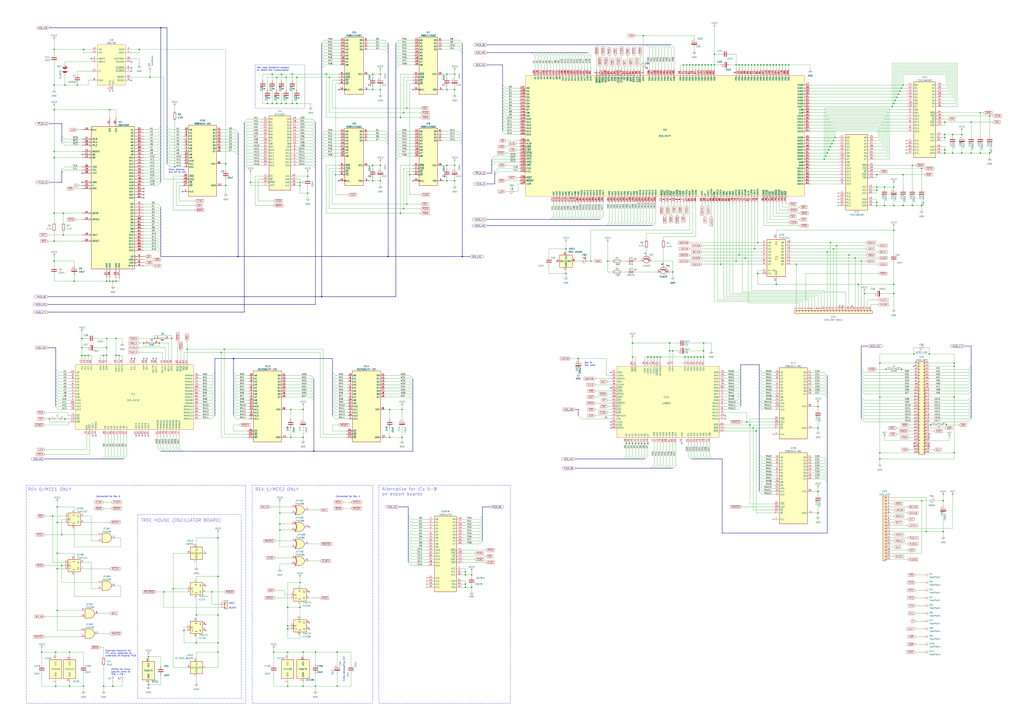
<source format=kicad_sch>
(kicad_sch (version 20230121) (generator eeschema)
  (paper "A1")
  (lib_symbols
    (symbol "74xx:74HC00" (pin_names (offset 1.016))
      (property "Reference" "U" (at 0 1.27 0))
      (property "Value" "74HC00" (at 0 -1.27 0))
      (symbol "74HC00_1_1"
        (pin input line (at -7.62 2.54 0) (length 3.81) (name "~") (number "1"))
        (pin input line (at -7.62 -2.54 0) (length 3.81) (name "~") (number "2"))
        (pin output inverted (at 7.62 0 180) (length 3.81) (name "~") (number "3"))
      )
      (symbol "74HC00_1_2"
        (pin input inverted (at -7.62 2.54 0) (length 4.318) (name "~") (number "1"))
        (pin input inverted (at -7.62 -2.54 0) (length 4.318) (name "~") (number "2"))
        (pin output line (at 7.62 0 180) (length 3.81) (name "~") (number "3"))
      )
      (symbol "74HC00_2_1"
        (pin input line (at -7.62 2.54 0) (length 3.81) (name "~") (number "4"))
        (pin input line (at -7.62 -2.54 0) (length 3.81) (name "~") (number "5"))
        (pin output inverted (at 7.62 0 180) (length 3.81) (name "~") (number "6"))
      )
      (symbol "74HC00_2_2"
        (pin input inverted (at -7.62 2.54 0) (length 4.318) (name "~") (number "4"))
        (pin input inverted (at -7.62 -2.54 0) (length 4.318) (name "~") (number "5"))
        (pin output line (at 7.62 0 180) (length 3.81) (name "~") (number "6"))
      )
      (symbol "74HC00_3_1"
        (pin input line (at -7.62 -2.54 0) (length 3.81) (name "~") (number "10"))
        (pin output inverted (at 7.62 0 180) (length 3.81) (name "~") (number "8"))
        (pin input line (at -7.62 2.54 0) (length 3.81) (name "~") (number "9"))
      )
      (symbol "74HC00_3_2"
        (pin input inverted (at -7.62 -2.54 0) (length 4.318) (name "~") (number "10"))
        (pin output line (at 7.62 0 180) (length 3.81) (name "~") (number "8"))
        (pin input inverted (at -7.62 2.54 0) (length 4.318) (name "~") (number "9"))
      )
      (symbol "74HC00_4_1"
        (pin output inverted (at 7.62 0 180) (length 3.81) (name "~") (number "11"))
        (pin input line (at -7.62 2.54 0) (length 3.81) (name "~") (number "12"))
        (pin input line (at -7.62 -2.54 0) (length 3.81) (name "~") (number "13"))
      )
      (symbol "74HC00_4_2"
        (pin output line (at 7.62 0 180) (length 3.81) (name "~") (number "11"))
        (pin input inverted (at -7.62 2.54 0) (length 4.318) (name "~") (number "12"))
        (pin input inverted (at -7.62 -2.54 0) (length 4.318) (name "~") (number "13"))
      )
      (symbol "74HC00_5_0"
        (pin power_in line (at 0 12.7 270) (length 5.08) (name "VCC") (number "14"))
        (pin power_in line (at 0 -12.7 90) (length 5.08) (name "GND") (number "7"))
      )
    )
    (symbol "74xx:74HC245" (pin_names (offset 1.016))
      (property "Reference" "U" (at -7.62 16.51 0))
      (property "Value" "74HC245" (at -7.62 -16.51 0))
      (symbol "74HC245_1_0"
        (pin input line (at -12.7 -10.16 0) (length 5.08) (name "A->B") (number "1"))
        (pin power_in line (at 0 -20.32 90) (length 5.08) (name "GND") (number "10"))
        (pin tri_state line (at 12.7 -5.08 180) (length 5.08) (name "B7") (number "11"))
        (pin tri_state line (at 12.7 -2.54 180) (length 5.08) (name "B6") (number "12"))
        (pin tri_state line (at 12.7 0 180) (length 5.08) (name "B5") (number "13"))
        (pin tri_state line (at 12.7 2.54 180) (length 5.08) (name "B4") (number "14"))
        (pin tri_state line (at 12.7 5.08 180) (length 5.08) (name "B3") (number "15"))
        (pin tri_state line (at 12.7 7.62 180) (length 5.08) (name "B2") (number "16"))
        (pin tri_state line (at 12.7 10.16 180) (length 5.08) (name "B1") (number "17"))
        (pin tri_state line (at 12.7 12.7 180) (length 5.08) (name "B0") (number "18"))
        (pin input inverted (at -12.7 -12.7 0) (length 5.08) (name "CE") (number "19"))
        (pin tri_state line (at -12.7 12.7 0) (length 5.08) (name "A0") (number "2"))
        (pin power_in line (at 0 20.32 270) (length 5.08) (name "VCC") (number "20"))
        (pin tri_state line (at -12.7 10.16 0) (length 5.08) (name "A1") (number "3"))
        (pin tri_state line (at -12.7 7.62 0) (length 5.08) (name "A2") (number "4"))
        (pin tri_state line (at -12.7 5.08 0) (length 5.08) (name "A3") (number "5"))
        (pin tri_state line (at -12.7 2.54 0) (length 5.08) (name "A4") (number "6"))
        (pin tri_state line (at -12.7 0 0) (length 5.08) (name "A5") (number "7"))
        (pin tri_state line (at -12.7 -2.54 0) (length 5.08) (name "A6") (number "8"))
        (pin tri_state line (at -12.7 -5.08 0) (length 5.08) (name "A7") (number "9"))
      )
    )
    (symbol "74xx:74HC74" (pin_names (offset 1.016))
      (property "Reference" "U" (at -7.62 8.89 0))
      (property "Value" "74HC74" (at -7.62 -8.89 0))
      (symbol "74HC74_1_0"
        (pin input line (at 0 -7.62 90) (length 2.54) (name "~{R}") (number "1"))
        (pin input line (at -7.62 2.54 0) (length 2.54) (name "D") (number "2"))
        (pin input clock (at -7.62 0 0) (length 2.54) (name "C") (number "3"))
        (pin input line (at 0 7.62 270) (length 2.54) (name "~{S}") (number "4"))
        (pin output line (at 7.62 2.54 180) (length 2.54) (name "Q") (number "5"))
        (pin output line (at 7.62 -2.54 180) (length 2.54) (name "~{Q}") (number "6"))
      )
      (symbol "74HC74_2_0"
        (pin input line (at 0 7.62 270) (length 2.54) (name "~{S}") (number "10"))
        (pin input clock (at -7.62 0 0) (length 2.54) (name "C") (number "11"))
        (pin input line (at -7.62 2.54 0) (length 2.54) (name "D") (number "12"))
        (pin input line (at 0 -7.62 90) (length 2.54) (name "~{R}") (number "13"))
        (pin output line (at 7.62 -2.54 180) (length 2.54) (name "~{Q}") (number "8"))
        (pin output line (at 7.62 2.54 180) (length 2.54) (name "Q") (number "9"))
      )
      (symbol "74HC74_3_0"
        (pin power_in line (at 0 10.16 270) (length 2.54) (name "VCC") (number "14"))
        (pin power_in line (at 0 -10.16 90) (length 2.54) (name "GND") (number "7"))
      )
    )
    (symbol "74xx:74HC86" (pin_names (offset 1.016))
      (property "Reference" "U" (at 0 1.27 0))
      (property "Value" "74HC86" (at 0 -1.27 0))
      (symbol "74HC86_1_0"
        (pin input line (at -7.62 2.54 0) (length 4.445) (name "~") (number "1"))
        (pin input line (at -7.62 -2.54 0) (length 4.445) (name "~") (number "2"))
        (pin output line (at 7.62 0 180) (length 3.81) (name "~") (number "3"))
      )
      (symbol "74HC86_2_0"
        (pin input line (at -7.62 2.54 0) (length 4.445) (name "~") (number "4"))
        (pin input line (at -7.62 -2.54 0) (length 4.445) (name "~") (number "5"))
        (pin output line (at 7.62 0 180) (length 3.81) (name "~") (number "6"))
      )
      (symbol "74HC86_3_0"
        (pin input line (at -7.62 -2.54 0) (length 4.445) (name "~") (number "10"))
        (pin output line (at 7.62 0 180) (length 3.81) (name "~") (number "8"))
        (pin input line (at -7.62 2.54 0) (length 4.445) (name "~") (number "9"))
      )
      (symbol "74HC86_4_0"
        (pin output line (at 7.62 0 180) (length 3.81) (name "~") (number "11"))
        (pin input line (at -7.62 2.54 0) (length 4.445) (name "~") (number "12"))
        (pin input line (at -7.62 -2.54 0) (length 4.445) (name "~") (number "13"))
      )
      (symbol "74HC86_5_0"
        (pin power_in line (at 0 12.7 270) (length 5.08) (name "VCC") (number "14"))
        (pin power_in line (at 0 -12.7 90) (length 5.08) (name "GND") (number "7"))
      )
    )
    (symbol "74xx:74LS112" (pin_names (offset 1.016))
      (property "Reference" "U" (at -7.62 8.89 0))
      (property "Value" "74LS112" (at -7.62 -8.89 0))
      (symbol "74LS112_1_0"
        (pin input clock (at -7.62 0 0) (length 2.54) (name "C") (number "1"))
        (pin input line (at 0 -7.62 90) (length 2.54) (name "~{R}") (number "15"))
        (pin input line (at -7.62 -2.54 0) (length 2.54) (name "K") (number "2"))
        (pin input line (at -7.62 2.54 0) (length 2.54) (name "J") (number "3"))
        (pin input line (at 0 7.62 270) (length 2.54) (name "~{S}") (number "4"))
        (pin output line (at 7.62 2.54 180) (length 2.54) (name "Q") (number "5"))
        (pin output line (at 7.62 -2.54 180) (length 2.54) (name "~{Q}") (number "6"))
      )
      (symbol "74LS112_2_0"
        (pin input line (at 0 7.62 270) (length 2.54) (name "~{S}") (number "10"))
        (pin input line (at -7.62 2.54 0) (length 2.54) (name "J") (number "11"))
        (pin input line (at -7.62 -2.54 0) (length 2.54) (name "K") (number "12"))
        (pin input clock (at -7.62 0 0) (length 2.54) (name "C") (number "13"))
        (pin input line (at 0 -7.62 90) (length 2.54) (name "~{R}") (number "14"))
        (pin output line (at 7.62 -2.54 180) (length 2.54) (name "~{Q}") (number "7"))
        (pin output line (at 7.62 2.54 180) (length 2.54) (name "Q") (number "9"))
      )
      (symbol "74LS112_3_0"
        (pin power_in line (at 0 10.16 270) (length 2.54) (name "VCC") (number "16"))
        (pin power_in line (at 0 -10.16 90) (length 2.54) (name "GND") (number "8"))
      )
    )
    (symbol "CPU_NXP_68000:MC68000FN" (pin_names (offset 0.762))
      (property "Reference" "U" (at -16.51 59.69 0))
      (property "Value" "MC68000FN" (at 12.7 -59.69 0))
      (symbol "MC68000FN_1_1"
        (pin bidirectional line (at 25.4 -15.24 180) (length 7.62) (name "D4") (number "1"))
        (pin input inverted (at -25.4 -17.78 0) (length 7.62) (name "DTACK") (number "10"))
        (pin output inverted (at -25.4 35.56 0) (length 7.62) (name "BG") (number "11"))
        (pin input inverted (at -25.4 38.1 0) (length 7.62) (name "BGACK") (number "12"))
        (pin input inverted (at -25.4 33.02 0) (length 7.62) (name "BR") (number "13"))
        (pin power_in line (at -2.54 66.04 270) (length 7.62) (name "VCC") (number "14"))
        (pin input clock (at -25.4 55.88 0) (length 7.62) (name "CLK") (number "15"))
        (pin power_in line (at 2.54 -66.04 90) (length 7.62) (name "GND") (number "16"))
        (pin power_in line (at 5.08 -66.04 90) (length 7.62) (name "GND") (number "17"))
        (pin no_connect line (at -17.78 -45.72 0) (length 0) hide (name "NC") (number "18"))
        (pin bidirectional inverted (at -25.4 -30.48 0) (length 7.62) (name "HALT") (number "19"))
        (pin bidirectional line (at 25.4 -12.7 180) (length 7.62) (name "D3") (number "2"))
        (pin input inverted (at -25.4 -35.56 0) (length 7.62) (name "RESET") (number "20"))
        (pin output inverted (at -25.4 12.7 0) (length 7.62) (name "VMA") (number "21"))
        (pin output line (at -25.4 10.16 0) (length 7.62) (name "E") (number "22"))
        (pin input inverted (at -25.4 7.62 0) (length 7.62) (name "VPA") (number "23"))
        (pin input inverted (at -25.4 -12.7 0) (length 7.62) (name "BERR") (number "24"))
        (pin input inverted (at -25.4 43.18 0) (length 7.62) (name "IPL2") (number "25"))
        (pin input inverted (at -25.4 45.72 0) (length 7.62) (name "IPL1") (number "26"))
        (pin input inverted (at -25.4 48.26 0) (length 7.62) (name "IPL0") (number "27"))
        (pin output line (at -25.4 20.32 0) (length 7.62) (name "FC2") (number "28"))
        (pin output line (at -25.4 22.86 0) (length 7.62) (name "FC1") (number "29"))
        (pin bidirectional line (at 25.4 -10.16 180) (length 7.62) (name "D2") (number "3"))
        (pin output line (at -25.4 25.4 0) (length 7.62) (name "FC0") (number "30"))
        (pin no_connect line (at -17.78 -48.26 0) (length 0) hide (name "NC") (number "31"))
        (pin output line (at 25.4 55.88 180) (length 7.62) (name "A1") (number "32"))
        (pin output line (at 25.4 53.34 180) (length 7.62) (name "A2") (number "33"))
        (pin output line (at 25.4 50.8 180) (length 7.62) (name "A3") (number "34"))
        (pin output line (at 25.4 48.26 180) (length 7.62) (name "A4") (number "35"))
        (pin output line (at 25.4 45.72 180) (length 7.62) (name "A5") (number "36"))
        (pin output line (at 25.4 43.18 180) (length 7.62) (name "A6") (number "37"))
        (pin output line (at 25.4 40.64 180) (length 7.62) (name "A7") (number "38"))
        (pin output line (at 25.4 38.1 180) (length 7.62) (name "A8") (number "39"))
        (pin bidirectional line (at 25.4 -7.62 180) (length 7.62) (name "D1") (number "4"))
        (pin output line (at 25.4 35.56 180) (length 7.62) (name "A9") (number "40"))
        (pin output line (at 25.4 33.02 180) (length 7.62) (name "A10") (number "41"))
        (pin output line (at 25.4 30.48 180) (length 7.62) (name "A11") (number "42"))
        (pin output line (at 25.4 27.94 180) (length 7.62) (name "A12") (number "43"))
        (pin output line (at 25.4 25.4 180) (length 7.62) (name "A13") (number "44"))
        (pin output line (at 25.4 22.86 180) (length 7.62) (name "A14") (number "45"))
        (pin output line (at 25.4 20.32 180) (length 7.62) (name "A15") (number "46"))
        (pin output line (at 25.4 17.78 180) (length 7.62) (name "A16") (number "47"))
        (pin output line (at 25.4 15.24 180) (length 7.62) (name "A17") (number "48"))
        (pin output line (at 25.4 12.7 180) (length 7.62) (name "A18") (number "49"))
        (pin bidirectional line (at 25.4 -5.08 180) (length 7.62) (name "D0") (number "5"))
        (pin output line (at 25.4 10.16 180) (length 7.62) (name "A19") (number "50"))
        (pin output line (at 25.4 7.62 180) (length 7.62) (name "A20") (number "51"))
        (pin power_in line (at 2.54 66.04 270) (length 7.62) (name "VCC") (number "52"))
        (pin output line (at 25.4 5.08 180) (length 7.62) (name "A21") (number "53"))
        (pin output line (at 25.4 2.54 180) (length 7.62) (name "A22") (number "54"))
        (pin output line (at 25.4 0 180) (length 7.62) (name "A23") (number "55"))
        (pin power_in line (at -2.54 -66.04 90) (length 7.62) (name "GND") (number "56"))
        (pin power_in line (at -5.08 -66.04 90) (length 7.62) (name "GND") (number "57"))
        (pin bidirectional line (at 25.4 -43.18 180) (length 7.62) (name "D15") (number "58"))
        (pin bidirectional line (at 25.4 -40.64 180) (length 7.62) (name "D14") (number "59"))
        (pin output inverted (at 25.4 -48.26 180) (length 7.62) (name "AS") (number "6"))
        (pin bidirectional line (at 25.4 -38.1 180) (length 7.62) (name "D13") (number "60"))
        (pin bidirectional line (at 25.4 -35.56 180) (length 7.62) (name "D12") (number "61"))
        (pin bidirectional line (at 25.4 -33.02 180) (length 7.62) (name "D11") (number "62"))
        (pin bidirectional line (at 25.4 -30.48 180) (length 7.62) (name "D10") (number "63"))
        (pin bidirectional line (at 25.4 -27.94 180) (length 7.62) (name "D9") (number "64"))
        (pin bidirectional line (at 25.4 -25.4 180) (length 7.62) (name "D8") (number "65"))
        (pin bidirectional line (at 25.4 -22.86 180) (length 7.62) (name "D7") (number "66"))
        (pin bidirectional line (at 25.4 -20.32 180) (length 7.62) (name "D6") (number "67"))
        (pin bidirectional line (at 25.4 -17.78 180) (length 7.62) (name "D5") (number "68"))
        (pin output inverted (at 25.4 -50.8 180) (length 7.62) (name "UDS") (number "7"))
        (pin output inverted (at 25.4 -53.34 180) (length 7.62) (name "LDS") (number "8"))
        (pin output line (at 25.4 -55.88 180) (length 7.62) (name "R/W") (number "9"))
      )
    )
    (symbol "Connector:TestPoint" (pin_numbers hide) (pin_names (offset 0.762) hide)
      (property "Reference" "TP" (at 0 6.858 0))
      (property "Value" "TestPoint" (at 0 5.08 0))
      (symbol "TestPoint_1_1"
        (pin passive line (at 0 0 90) (length 2.54) (name "1") (number "1"))
      )
    )
    (symbol "Connector_Generic:Conn_01x02" (pin_names (offset 1.016) hide)
      (property "Reference" "J" (at 0 2.54 0))
      (property "Value" "Conn_01x02" (at 0 -5.08 0))
      (symbol "Conn_01x02_1_1"
        (pin passive line (at -5.08 0 0) (length 3.81) (name "Pin_1") (number "1"))
        (pin passive line (at -5.08 -2.54 0) (length 3.81) (name "Pin_2") (number "2"))
      )
    )
    (symbol "Connector_Generic:Conn_01x21" (pin_names (offset 1.016) hide)
      (property "Reference" "J" (at 0 27.94 0))
      (property "Value" "Conn_01x21" (at 0 -27.94 0))
      (symbol "Conn_01x21_1_1"
        (pin passive line (at -5.08 25.4 0) (length 3.81) (name "Pin_1") (number "1"))
        (pin passive line (at -5.08 2.54 0) (length 3.81) (name "Pin_10") (number "10"))
        (pin passive line (at -5.08 0 0) (length 3.81) (name "Pin_11") (number "11"))
        (pin passive line (at -5.08 -2.54 0) (length 3.81) (name "Pin_12") (number "12"))
        (pin passive line (at -5.08 -5.08 0) (length 3.81) (name "Pin_13") (number "13"))
        (pin passive line (at -5.08 -7.62 0) (length 3.81) (name "Pin_14") (number "14"))
        (pin passive line (at -5.08 -10.16 0) (length 3.81) (name "Pin_15") (number "15"))
        (pin passive line (at -5.08 -12.7 0) (length 3.81) (name "Pin_16") (number "16"))
        (pin passive line (at -5.08 -15.24 0) (length 3.81) (name "Pin_17") (number "17"))
        (pin passive line (at -5.08 -17.78 0) (length 3.81) (name "Pin_18") (number "18"))
        (pin passive line (at -5.08 -20.32 0) (length 3.81) (name "Pin_19") (number "19"))
        (pin passive line (at -5.08 22.86 0) (length 3.81) (name "Pin_2") (number "2"))
        (pin passive line (at -5.08 -22.86 0) (length 3.81) (name "Pin_20") (number "20"))
        (pin passive line (at -5.08 -25.4 0) (length 3.81) (name "Pin_21") (number "21"))
        (pin passive line (at -5.08 20.32 0) (length 3.81) (name "Pin_3") (number "3"))
        (pin passive line (at -5.08 17.78 0) (length 3.81) (name "Pin_4") (number "4"))
        (pin passive line (at -5.08 15.24 0) (length 3.81) (name "Pin_5") (number "5"))
        (pin passive line (at -5.08 12.7 0) (length 3.81) (name "Pin_6") (number "6"))
        (pin passive line (at -5.08 10.16 0) (length 3.81) (name "Pin_7") (number "7"))
        (pin passive line (at -5.08 7.62 0) (length 3.81) (name "Pin_8") (number "8"))
        (pin passive line (at -5.08 5.08 0) (length 3.81) (name "Pin_9") (number "9"))
      )
    )
    (symbol "Connector_Generic:Conn_01x25" (pin_names (offset 1.016) hide)
      (property "Reference" "J" (at 0 33.02 0))
      (property "Value" "Conn_01x25" (at 0 -33.02 0))
      (symbol "Conn_01x25_1_1"
        (pin passive line (at -5.08 30.48 0) (length 3.81) (name "Pin_1") (number "1"))
        (pin passive line (at -5.08 7.62 0) (length 3.81) (name "Pin_10") (number "10"))
        (pin passive line (at -5.08 5.08 0) (length 3.81) (name "Pin_11") (number "11"))
        (pin passive line (at -5.08 2.54 0) (length 3.81) (name "Pin_12") (number "12"))
        (pin passive line (at -5.08 0 0) (length 3.81) (name "Pin_13") (number "13"))
        (pin passive line (at -5.08 -2.54 0) (length 3.81) (name "Pin_14") (number "14"))
        (pin passive line (at -5.08 -5.08 0) (length 3.81) (name "Pin_15") (number "15"))
        (pin passive line (at -5.08 -7.62 0) (length 3.81) (name "Pin_16") (number "16"))
        (pin passive line (at -5.08 -10.16 0) (length 3.81) (name "Pin_17") (number "17"))
        (pin passive line (at -5.08 -12.7 0) (length 3.81) (name "Pin_18") (number "18"))
        (pin passive line (at -5.08 -15.24 0) (length 3.81) (name "Pin_19") (number "19"))
        (pin passive line (at -5.08 27.94 0) (length 3.81) (name "Pin_2") (number "2"))
        (pin passive line (at -5.08 -17.78 0) (length 3.81) (name "Pin_20") (number "20"))
        (pin passive line (at -5.08 -20.32 0) (length 3.81) (name "Pin_21") (number "21"))
        (pin passive line (at -5.08 -22.86 0) (length 3.81) (name "Pin_22") (number "22"))
        (pin passive line (at -5.08 -25.4 0) (length 3.81) (name "Pin_23") (number "23"))
        (pin passive line (at -5.08 -27.94 0) (length 3.81) (name "Pin_24") (number "24"))
        (pin passive line (at -5.08 -30.48 0) (length 3.81) (name "Pin_25") (number "25"))
        (pin passive line (at -5.08 25.4 0) (length 3.81) (name "Pin_3") (number "3"))
        (pin passive line (at -5.08 22.86 0) (length 3.81) (name "Pin_4") (number "4"))
        (pin passive line (at -5.08 20.32 0) (length 3.81) (name "Pin_5") (number "5"))
        (pin passive line (at -5.08 17.78 0) (length 3.81) (name "Pin_6") (number "6"))
        (pin passive line (at -5.08 15.24 0) (length 3.81) (name "Pin_7") (number "7"))
        (pin passive line (at -5.08 12.7 0) (length 3.81) (name "Pin_8") (number "8"))
        (pin passive line (at -5.08 10.16 0) (length 3.81) (name "Pin_9") (number "9"))
      )
    )
    (symbol "Connector_Generic:Conn_02x30_Row_Letter_First" (pin_names (offset 1.016) hide)
      (property "Reference" "J" (at 1.27 38.1 0))
      (property "Value" "Conn_02x30_Row_Letter_First" (at 1.27 -40.64 0))
      (symbol "Conn_02x30_Row_Letter_First_1_1"
        (pin passive line (at -5.08 35.56 0) (length 3.81) (name "Pin_a1") (number "a1"))
        (pin passive line (at -5.08 12.7 0) (length 3.81) (name "Pin_a10") (number "a10"))
        (pin passive line (at -5.08 10.16 0) (length 3.81) (name "Pin_a11") (number "a11"))
        (pin passive line (at -5.08 7.62 0) (length 3.81) (name "Pin_a12") (number "a12"))
        (pin passive line (at -5.08 5.08 0) (length 3.81) (name "Pin_a13") (number "a13"))
        (pin passive line (at -5.08 2.54 0) (length 3.81) (name "Pin_a14") (number "a14"))
        (pin passive line (at -5.08 0 0) (length 3.81) (name "Pin_a15") (number "a15"))
        (pin passive line (at -5.08 -2.54 0) (length 3.81) (name "Pin_a16") (number "a16"))
        (pin passive line (at -5.08 -5.08 0) (length 3.81) (name "Pin_a17") (number "a17"))
        (pin passive line (at -5.08 -7.62 0) (length 3.81) (name "Pin_a18") (number "a18"))
        (pin passive line (at -5.08 -10.16 0) (length 3.81) (name "Pin_a19") (number "a19"))
        (pin passive line (at -5.08 33.02 0) (length 3.81) (name "Pin_a2") (number "a2"))
        (pin passive line (at -5.08 -12.7 0) (length 3.81) (name "Pin_a20") (number "a20"))
        (pin passive line (at -5.08 -15.24 0) (length 3.81) (name "Pin_a21") (number "a21"))
        (pin passive line (at -5.08 -17.78 0) (length 3.81) (name "Pin_a22") (number "a22"))
        (pin passive line (at -5.08 -20.32 0) (length 3.81) (name "Pin_a23") (number "a23"))
        (pin passive line (at -5.08 -22.86 0) (length 3.81) (name "Pin_a24") (number "a24"))
        (pin passive line (at -5.08 -25.4 0) (length 3.81) (name "Pin_a25") (number "a25"))
        (pin passive line (at -5.08 -27.94 0) (length 3.81) (name "Pin_a26") (number "a26"))
        (pin passive line (at -5.08 -30.48 0) (length 3.81) (name "Pin_a27") (number "a27"))
        (pin passive line (at -5.08 -33.02 0) (length 3.81) (name "Pin_a28") (number "a28"))
        (pin passive line (at -5.08 -35.56 0) (length 3.81) (name "Pin_a29") (number "a29"))
        (pin passive line (at -5.08 30.48 0) (length 3.81) (name "Pin_a3") (number "a3"))
        (pin passive line (at -5.08 -38.1 0) (length 3.81) (name "Pin_a30") (number "a30"))
        (pin passive line (at -5.08 27.94 0) (length 3.81) (name "Pin_a4") (number "a4"))
        (pin passive line (at -5.08 25.4 0) (length 3.81) (name "Pin_a5") (number "a5"))
        (pin passive line (at -5.08 22.86 0) (length 3.81) (name "Pin_a6") (number "a6"))
        (pin passive line (at -5.08 20.32 0) (length 3.81) (name "Pin_a7") (number "a7"))
        (pin passive line (at -5.08 17.78 0) (length 3.81) (name "Pin_a8") (number "a8"))
        (pin passive line (at -5.08 15.24 0) (length 3.81) (name "Pin_a9") (number "a9"))
        (pin passive line (at 7.62 35.56 180) (length 3.81) (name "Pin_b1") (number "b1"))
        (pin passive line (at 7.62 12.7 180) (length 3.81) (name "Pin_b10") (number "b10"))
        (pin passive line (at 7.62 10.16 180) (length 3.81) (name "Pin_b11") (number "b11"))
        (pin passive line (at 7.62 7.62 180) (length 3.81) (name "Pin_b12") (number "b12"))
        (pin passive line (at 7.62 5.08 180) (length 3.81) (name "Pin_b13") (number "b13"))
        (pin passive line (at 7.62 2.54 180) (length 3.81) (name "Pin_b14") (number "b14"))
        (pin passive line (at 7.62 0 180) (length 3.81) (name "Pin_b15") (number "b15"))
        (pin passive line (at 7.62 -2.54 180) (length 3.81) (name "Pin_b16") (number "b16"))
        (pin passive line (at 7.62 -5.08 180) (length 3.81) (name "Pin_b17") (number "b17"))
        (pin passive line (at 7.62 -7.62 180) (length 3.81) (name "Pin_b18") (number "b18"))
        (pin passive line (at 7.62 -10.16 180) (length 3.81) (name "Pin_b19") (number "b19"))
        (pin passive line (at 7.62 33.02 180) (length 3.81) (name "Pin_b2") (number "b2"))
        (pin passive line (at 7.62 -12.7 180) (length 3.81) (name "Pin_b20") (number "b20"))
        (pin passive line (at 7.62 -15.24 180) (length 3.81) (name "Pin_b21") (number "b21"))
        (pin passive line (at 7.62 -17.78 180) (length 3.81) (name "Pin_b22") (number "b22"))
        (pin passive line (at 7.62 -20.32 180) (length 3.81) (name "Pin_b23") (number "b23"))
        (pin passive line (at 7.62 -22.86 180) (length 3.81) (name "Pin_b24") (number "b24"))
        (pin passive line (at 7.62 -25.4 180) (length 3.81) (name "Pin_b25") (number "b25"))
        (pin passive line (at 7.62 -27.94 180) (length 3.81) (name "Pin_b26") (number "b26"))
        (pin passive line (at 7.62 -30.48 180) (length 3.81) (name "Pin_b27") (number "b27"))
        (pin passive line (at 7.62 -33.02 180) (length 3.81) (name "Pin_b28") (number "b28"))
        (pin passive line (at 7.62 -35.56 180) (length 3.81) (name "Pin_b29") (number "b29"))
        (pin passive line (at 7.62 30.48 180) (length 3.81) (name "Pin_b3") (number "b3"))
        (pin passive line (at 7.62 -38.1 180) (length 3.81) (name "Pin_b30") (number "b30"))
        (pin passive line (at 7.62 27.94 180) (length 3.81) (name "Pin_b4") (number "b4"))
        (pin passive line (at 7.62 25.4 180) (length 3.81) (name "Pin_b5") (number "b5"))
        (pin passive line (at 7.62 22.86 180) (length 3.81) (name "Pin_b6") (number "b6"))
        (pin passive line (at 7.62 20.32 180) (length 3.81) (name "Pin_b7") (number "b7"))
        (pin passive line (at 7.62 17.78 180) (length 3.81) (name "Pin_b8") (number "b8"))
        (pin passive line (at 7.62 15.24 180) (length 3.81) (name "Pin_b9") (number "b9"))
      )
    )
    (symbol "Device:Battery" (pin_numbers hide) (pin_names (offset 0) hide)
      (property "Reference" "BT" (at 2.54 2.54 0))
      (property "Value" "Battery" (at 2.54 0 0))
      (symbol "Battery_1_1"
        (pin passive line (at 0 5.08 270) (length 2.54) (name "+") (number "1"))
        (pin passive line (at 0 -5.08 90) (length 2.54) (name "-") (number "2"))
      )
    )
    (symbol "Device:C" (pin_numbers hide) (pin_names (offset 0.254))
      (property "Reference" "C" (at 0.635 2.54 0))
      (property "Value" "C" (at 0.635 -2.54 0))
      (symbol "C_1_1"
        (pin passive line (at 0 3.81 270) (length 2.794) (name "~") (number "1"))
        (pin passive line (at 0 -3.81 90) (length 2.794) (name "~") (number "2"))
      )
    )
    (symbol "Device:C_Polarized" (pin_numbers hide) (pin_names (offset 0.254))
      (property "Reference" "C" (at 0.635 2.54 0))
      (property "Value" "C_Polarized" (at 0.635 -2.54 0))
      (symbol "C_Polarized_1_1"
        (pin passive line (at 0 3.81 270) (length 2.794) (name "~") (number "1"))
        (pin passive line (at 0 -3.81 90) (length 2.794) (name "~") (number "2"))
      )
    )
    (symbol "Device:FerriteBead_Small" (pin_numbers hide) (pin_names (offset 0))
      (property "Reference" "FB" (at 1.905 1.27 0))
      (property "Value" "FerriteBead_Small" (at 1.905 -1.27 0))
      (symbol "FerriteBead_Small_1_1"
        (pin passive line (at 0 2.54 270) (length 1.27) (name "~") (number "1"))
        (pin passive line (at 0 -2.54 90) (length 1.27) (name "~") (number "2"))
      )
    )
    (symbol "Device:LED" (pin_numbers hide) (pin_names (offset 1.016) hide)
      (property "Reference" "D" (at 0 2.54 0))
      (property "Value" "LED" (at 0 -2.54 0))
      (symbol "LED_1_1"
        (pin passive line (at -3.81 0 0) (length 2.54) (name "K") (number "1"))
        (pin passive line (at 3.81 0 180) (length 2.54) (name "A") (number "2"))
      )
    )
    (symbol "Device:R" (pin_numbers hide) (pin_names (offset 0))
      (property "Reference" "R" (at 2.032 0 90))
      (property "Value" "R" (at 0 0 90))
      (symbol "R_1_1"
        (pin passive line (at 0 3.81 270) (length 1.27) (name "~") (number "1"))
        (pin passive line (at 0 -3.81 90) (length 1.27) (name "~") (number "2"))
      )
    )
    (symbol "Jumper:Jumper_2_Bridged" (pin_names (offset 0) hide)
      (property "Reference" "JP" (at 0 1.905 0))
      (property "Value" "Jumper_2_Bridged" (at 0 -2.54 0))
      (symbol "Jumper_2_Bridged_1_1"
        (pin passive line (at -5.08 0 0) (length 2.54) (name "A") (number "1"))
        (pin passive line (at 5.08 0 180) (length 2.54) (name "B") (number "2"))
      )
    )
    (symbol "MB8464A-10LL_1"
      (property "Reference" "U" (at -1.27 30.48 0))
      (property "Value" "MB8464A-10LL" (at -7.62 27.94 0))
      (symbol "MB8464A-10LL_1_0_0"
        (pin power_in line (at 15.24 -5.08 180) (length 3.81) (name "VCC") (number "28"))
      )
      (symbol "MB8464A-10LL_1_1_0"
        (pin power_in line (at 16.51 -22.86 180) (length 5.08) (name "GND") (number "14"))
      )
      (symbol "MB8464A-10LL_1_1_1"
        (pin no_connect line (at -16.51 -27.94 0) (length 5.08) (name "N.C.") (number "1"))
        (pin input line (at -15.24 22.86 0) (length 3.81) (name "A0") (number "10"))
        (pin tri_state line (at 15.24 22.86 180) (length 3.81) (name "D0") (number "11"))
        (pin tri_state line (at 15.24 20.32 180) (length 3.81) (name "D1") (number "12"))
        (pin tri_state line (at 15.24 17.78 180) (length 3.81) (name "D2") (number "13"))
        (pin tri_state line (at 15.24 15.24 180) (length 3.81) (name "D3") (number "15"))
        (pin tri_state line (at 15.24 12.7 180) (length 3.81) (name "D4") (number "16"))
        (pin tri_state line (at 15.24 10.16 180) (length 3.81) (name "D5") (number "17"))
        (pin tri_state line (at 15.24 7.62 180) (length 3.81) (name "D6") (number "18"))
        (pin tri_state line (at 15.24 5.08 180) (length 3.81) (name "D7") (number "19"))
        (pin input line (at -15.24 -7.62 0) (length 3.81) (name "A12") (number "2"))
        (pin input line (at -16.51 -15.24 0) (length 5.08) (name "~{CS1}") (number "20"))
        (pin input line (at -15.24 -2.54 0) (length 3.81) (name "A10") (number "21"))
        (pin input line (at -16.51 -20.32 0) (length 5.08) (name "~{OE}") (number "22"))
        (pin input line (at -15.24 -5.08 0) (length 3.81) (name "A11") (number "23"))
        (pin input line (at -15.24 0 0) (length 3.81) (name "A9") (number "24"))
        (pin input line (at -15.24 2.54 0) (length 3.81) (name "A8") (number "25"))
        (pin input inverted (at -16.51 -17.78 0) (length 5.08) (name "CS2") (number "26"))
        (pin input line (at -16.51 -22.86 0) (length 5.08) (name "~{WE}") (number "27"))
        (pin input line (at -15.24 5.08 0) (length 3.81) (name "A7") (number "3"))
        (pin input line (at -15.24 7.62 0) (length 3.81) (name "A6") (number "4"))
        (pin input line (at -15.24 10.16 0) (length 3.81) (name "A5") (number "5"))
        (pin input line (at -15.24 12.7 0) (length 3.81) (name "A4") (number "6"))
        (pin input line (at -15.24 15.24 0) (length 3.81) (name "A3") (number "7"))
        (pin input line (at -15.24 17.78 0) (length 3.81) (name "A2") (number "8"))
        (pin input line (at -15.24 20.32 0) (length 3.81) (name "A1") (number "9"))
      )
    )
    (symbol "MB8464A-10LL_2"
      (property "Reference" "U" (at -1.27 30.48 0))
      (property "Value" "MB8464A-10LL" (at -7.62 27.94 0))
      (symbol "MB8464A-10LL_2_0_0"
        (pin power_in line (at 15.24 -5.08 180) (length 3.81) (name "VCC") (number "28"))
      )
      (symbol "MB8464A-10LL_2_1_0"
        (pin power_in line (at 16.51 -22.86 180) (length 5.08) (name "GND") (number "14"))
      )
      (symbol "MB8464A-10LL_2_1_1"
        (pin no_connect line (at -16.51 -27.94 0) (length 5.08) (name "N.C.") (number "1"))
        (pin input line (at -15.24 22.86 0) (length 3.81) (name "A0") (number "10"))
        (pin tri_state line (at 15.24 22.86 180) (length 3.81) (name "D0") (number "11"))
        (pin tri_state line (at 15.24 20.32 180) (length 3.81) (name "D1") (number "12"))
        (pin tri_state line (at 15.24 17.78 180) (length 3.81) (name "D2") (number "13"))
        (pin tri_state line (at 15.24 15.24 180) (length 3.81) (name "D3") (number "15"))
        (pin tri_state line (at 15.24 12.7 180) (length 3.81) (name "D4") (number "16"))
        (pin tri_state line (at 15.24 10.16 180) (length 3.81) (name "D5") (number "17"))
        (pin tri_state line (at 15.24 7.62 180) (length 3.81) (name "D6") (number "18"))
        (pin tri_state line (at 15.24 5.08 180) (length 3.81) (name "D7") (number "19"))
        (pin input line (at -15.24 -7.62 0) (length 3.81) (name "A12") (number "2"))
        (pin input line (at -16.51 -15.24 0) (length 5.08) (name "~{CS1}") (number "20"))
        (pin input line (at -15.24 -2.54 0) (length 3.81) (name "A10") (number "21"))
        (pin input line (at -16.51 -20.32 0) (length 5.08) (name "~{OE}") (number "22"))
        (pin input line (at -15.24 -5.08 0) (length 3.81) (name "A11") (number "23"))
        (pin input line (at -15.24 0 0) (length 3.81) (name "A9") (number "24"))
        (pin input line (at -15.24 2.54 0) (length 3.81) (name "A8") (number "25"))
        (pin input inverted (at -16.51 -17.78 0) (length 5.08) (name "CS2") (number "26"))
        (pin input line (at -16.51 -22.86 0) (length 5.08) (name "~{WE}") (number "27"))
        (pin input line (at -15.24 5.08 0) (length 3.81) (name "A7") (number "3"))
        (pin input line (at -15.24 7.62 0) (length 3.81) (name "A6") (number "4"))
        (pin input line (at -15.24 10.16 0) (length 3.81) (name "A5") (number "5"))
        (pin input line (at -15.24 12.7 0) (length 3.81) (name "A4") (number "6"))
        (pin input line (at -15.24 15.24 0) (length 3.81) (name "A3") (number "7"))
        (pin input line (at -15.24 17.78 0) (length 3.81) (name "A2") (number "8"))
        (pin input line (at -15.24 20.32 0) (length 3.81) (name "A1") (number "9"))
      )
    )
    (symbol "MegaCD_Library:27C1024"
      (property "Reference" "U" (at 0 36.83 0))
      (property "Value" "27C1024" (at 3.81 34.29 0))
      (symbol "27C1024_1_1"
        (pin power_in line (at -15.24 -24.13 0) (length 6.35) (name "VPP") (number "1"))
        (pin tri_state line (at 15.24 10.16 180) (length 6.35) (name "D8") (number "10"))
        (pin power_in line (at 13.97 -19.05 180) (length 5.08) (name "GND") (number "11"))
        (pin tri_state line (at 15.24 12.7 180) (length 6.35) (name "D7") (number "12"))
        (pin tri_state line (at 15.24 15.24 180) (length 6.35) (name "D6") (number "13"))
        (pin tri_state line (at 15.24 17.78 180) (length 6.35) (name "D5") (number "14"))
        (pin tri_state line (at 15.24 20.32 180) (length 6.35) (name "D4") (number "15"))
        (pin tri_state line (at 15.24 22.86 180) (length 6.35) (name "D3") (number "16"))
        (pin tri_state line (at 15.24 25.4 180) (length 6.35) (name "D2") (number "17"))
        (pin tri_state line (at 15.24 27.94 180) (length 6.35) (name "D1") (number "18"))
        (pin tri_state line (at 15.24 30.48 180) (length 6.35) (name "D0") (number "19"))
        (pin input inverted (at -15.24 -16.51 0) (length 6.35) (name "~{CE}") (number "2"))
        (pin input inverted (at -15.24 -19.05 0) (length 6.35) (name "~{OE}") (number "20"))
        (pin input line (at -15.24 30.48 0) (length 6.35) (name "A0") (number "21"))
        (pin input line (at -15.24 27.94 0) (length 6.35) (name "A1") (number "22"))
        (pin input line (at -15.24 25.4 0) (length 6.35) (name "A2") (number "23"))
        (pin input line (at -15.24 22.86 0) (length 6.35) (name "A3") (number "24"))
        (pin input line (at -15.24 20.32 0) (length 6.35) (name "A4") (number "25"))
        (pin input line (at -15.24 17.78 0) (length 6.35) (name "A5") (number "26"))
        (pin input line (at -15.24 15.24 0) (length 6.35) (name "A6") (number "27"))
        (pin input line (at -15.24 12.7 0) (length 6.35) (name "A7") (number "28"))
        (pin input line (at -15.24 10.16 0) (length 6.35) (name "A8") (number "29"))
        (pin tri_state line (at 15.24 -7.62 180) (length 6.35) (name "D15") (number "3"))
        (pin power_in line (at 13.97 -21.59 180) (length 5.08) (name "GND") (number "30"))
        (pin input line (at -15.24 7.62 0) (length 6.35) (name "A9") (number "31"))
        (pin input line (at -15.24 5.08 0) (length 6.35) (name "A10") (number "32"))
        (pin input line (at -15.24 2.54 0) (length 6.35) (name "A11") (number "33"))
        (pin input line (at -15.24 0 0) (length 6.35) (name "A12") (number "34"))
        (pin input line (at -15.24 -2.54 0) (length 6.35) (name "A13") (number "35"))
        (pin input line (at -15.24 -5.08 0) (length 6.35) (name "A14") (number "36"))
        (pin input line (at -15.24 -7.62 0) (length 6.35) (name "A15") (number "37"))
        (pin power_in line (at 13.97 -24.13 180) (length 5.08) (name "D.C.") (number "38"))
        (pin input inverted (at -15.24 -21.59 0) (length 6.35) (name "~{PGM}") (number "39"))
        (pin tri_state line (at 15.24 -5.08 180) (length 6.35) (name "D14") (number "4"))
        (pin power_in line (at 13.97 -16.51 180) (length 5.08) (name "VCC") (number "40"))
        (pin tri_state line (at 15.24 -2.54 180) (length 6.35) (name "D13") (number "5"))
        (pin tri_state line (at 15.24 0 180) (length 6.35) (name "D12") (number "6"))
        (pin tri_state line (at 15.24 2.54 180) (length 6.35) (name "D11") (number "7"))
        (pin tri_state line (at 15.24 5.08 180) (length 6.35) (name "D10") (number "8"))
        (pin tri_state line (at 15.24 7.62 180) (length 6.35) (name "D9") (number "9"))
      )
    )
    (symbol "MegaCD_Library:315-5476A"
      (property "Reference" "IC3" (at 0 2.54 0))
      (property "Value" "315-5476A" (at 0 -2.54 0))
      (symbol "315-5476A_1_1"
        (pin input line (at -52.07 -2.54 0) (length 5.08) (name "A10") (number "1"))
        (pin input line (at -52.07 20.32 0) (length 5.08) (name "A0") (number "10"))
        (pin no_connect line (at -1.27 31.75 270) (length 5.08) (name "N.C.") (number "11"))
        (pin power_in line (at -41.91 31.75 270) (length 5.08) (name "VCC") (number "12"))
        (pin input inverted (at -52.07 -17.78 0) (length 5.08) (name "~{RD}") (number "13"))
        (pin input inverted (at -52.07 -20.32 0) (length 5.08) (name "~{WR}") (number "14"))
        (pin power_in line (at -26.67 31.75 270) (length 5.08) (name "GND") (number "15"))
        (pin power_in line (at -13.97 31.75 270) (length 5.08) (name "TEST1") (number "16"))
        (pin power_in line (at -11.43 31.75 270) (length 5.08) (name "TEST2") (number "17"))
        (pin power_in line (at -8.89 31.75 270) (length 5.08) (name "TEST3") (number "18"))
        (pin power_in line (at -39.37 31.75 270) (length 5.08) (name "VCC") (number "19"))
        (pin input line (at -52.07 0 0) (length 5.08) (name "A9") (number "2"))
        (pin no_connect line (at 1.27 31.75 270) (length 5.08) (name "N.C.") (number "20"))
        (pin bidirectional line (at -5.08 -31.75 90) (length 5.08) (name "D7") (number "21"))
        (pin bidirectional line (at -7.62 -31.75 90) (length 5.08) (name "D6") (number "22"))
        (pin bidirectional line (at -10.16 -31.75 90) (length 5.08) (name "D5") (number "23"))
        (pin bidirectional line (at -12.7 -31.75 90) (length 5.08) (name "D4") (number "24"))
        (pin bidirectional line (at -15.24 -31.75 90) (length 5.08) (name "D3") (number "25"))
        (pin bidirectional line (at -17.78 -31.75 90) (length 5.08) (name "D2") (number "26"))
        (pin bidirectional line (at -20.32 -31.75 90) (length 5.08) (name "D1") (number "27"))
        (pin bidirectional line (at -22.86 -31.75 90) (length 5.08) (name "D0") (number "28"))
        (pin passive line (at 11.43 31.75 270) (length 5.08) (name "SHL") (number "29"))
        (pin input line (at -52.07 2.54 0) (length 5.08) (name "A8") (number "3"))
        (pin passive line (at 8.89 31.75 270) (length 5.08) (name "SHR") (number "30"))
        (pin bidirectional line (at 12.7 -31.75 90) (length 5.08) (name "DAC7") (number "31"))
        (pin bidirectional line (at 10.16 -31.75 90) (length 5.08) (name "DAC6") (number "32"))
        (pin bidirectional line (at 7.62 -31.75 90) (length 5.08) (name "DAC5") (number "33"))
        (pin bidirectional line (at 5.08 -31.75 90) (length 5.08) (name "DAC4") (number "34"))
        (pin input line (at 29.21 31.75 270) (length 5.08) (name "BCLK") (number "35"))
        (pin input line (at 31.75 31.75 270) (length 5.08) (name "DATA") (number "36"))
        (pin bidirectional line (at 2.54 -31.75 90) (length 5.08) (name "DAC3") (number "37"))
        (pin passive line (at 19.05 31.75 270) (length 5.08) (name "DAC7L") (number "38"))
        (pin passive line (at 16.51 31.75 270) (length 5.08) (name "DAC7R") (number "39"))
        (pin input line (at -52.07 5.08 0) (length 5.08) (name "A7") (number "4"))
        (pin input line (at 26.67 31.75 270) (length 5.08) (name "LRCK") (number "40"))
        (pin input line (at 24.13 31.75 270) (length 5.08) (name "WCLK1") (number "41"))
        (pin output line (at -30.48 -31.75 90) (length 5.08) (name "RAMAX") (number "42"))
        (pin power_in line (at -36.83 31.75 270) (length 5.08) (name "VCC") (number "43"))
        (pin bidirectional line (at 38.1 -31.75 90) (length 5.08) (name "RAMAD7") (number "44"))
        (pin bidirectional line (at 35.56 -31.75 90) (length 5.08) (name "RAMAD6") (number "45"))
        (pin bidirectional line (at 33.02 -31.75 90) (length 5.08) (name "RAMAD5") (number "46"))
        (pin bidirectional line (at 30.48 -31.75 90) (length 5.08) (name "RAMAD4") (number "47"))
        (pin bidirectional line (at 27.94 -31.75 90) (length 5.08) (name "RAMAD3") (number "48"))
        (pin bidirectional line (at 25.4 -31.75 90) (length 5.08) (name "RAMAD2") (number "49"))
        (pin input line (at -52.07 7.62 0) (length 5.08) (name "A6") (number "5"))
        (pin bidirectional line (at 22.86 -31.75 90) (length 5.08) (name "RAMAD1") (number "50"))
        (pin bidirectional line (at 20.32 -31.75 90) (length 5.08) (name "RAMAD0") (number "51"))
        (pin power_in line (at -24.13 31.75 270) (length 5.08) (name "GND") (number "52"))
        (pin output line (at 54.61 -17.78 180) (length 5.08) (name "RAMA14") (number "53"))
        (pin output line (at 54.61 -15.24 180) (length 5.08) (name "RAMA13") (number "54"))
        (pin output line (at 54.61 -12.7 180) (length 5.08) (name "RAMA12") (number "55"))
        (pin output line (at 54.61 -10.16 180) (length 5.08) (name "RAMA11") (number "56"))
        (pin output line (at 54.61 -7.62 180) (length 5.08) (name "RAMA10") (number "57"))
        (pin output line (at 54.61 -5.08 180) (length 5.08) (name "RAMA9") (number "58"))
        (pin output line (at 54.61 -2.54 180) (length 5.08) (name "RAMA8") (number "59"))
        (pin input line (at -52.07 10.16 0) (length 5.08) (name "A5") (number "6"))
        (pin input inverted (at 36.83 31.75 270) (length 5.08) (name "~{RCS1}") (number "60"))
        (pin input inverted (at 39.37 31.75 270) (length 5.08) (name "~{RCS2}") (number "61"))
        (pin input inverted (at 44.45 31.75 270) (length 5.08) (name "~{ROE}") (number "62"))
        (pin input inverted (at 41.91 31.75 270) (length 5.08) (name "~{RWE}") (number "63"))
        (pin input inverted (at -35.56 -31.75 90) (length 5.08) (name "~{RES}") (number "64"))
        (pin output line (at 54.61 0 180) (length 5.08) (name "RAMA7") (number "65"))
        (pin output line (at 54.61 2.54 180) (length 5.08) (name "RAMA6") (number "66"))
        (pin output line (at 54.61 5.08 180) (length 5.08) (name "RAMA5") (number "67"))
        (pin output line (at 54.61 7.62 180) (length 5.08) (name "RAMA4") (number "68"))
        (pin power_in line (at -34.29 31.75 270) (length 5.08) (name "VCC") (number "69"))
        (pin input line (at -52.07 12.7 0) (length 5.08) (name "A4") (number "7"))
        (pin input clock (at -38.1 -31.75 90) (length 5.08) (name "XIN") (number "70"))
        (pin output line (at -33.02 -31.75 90) (length 5.08) (name "XOUT") (number "71"))
        (pin power_in line (at -21.59 31.75 270) (length 5.08) (name "GND") (number "72"))
        (pin output line (at 54.61 10.16 180) (length 5.08) (name "RAMA3") (number "73"))
        (pin output line (at 54.61 12.7 180) (length 5.08) (name "RAMA2") (number "74"))
        (pin output line (at 54.61 15.24 180) (length 5.08) (name "RAMA1") (number "75"))
        (pin output line (at 54.61 17.78 180) (length 5.08) (name "RAMA0") (number "76"))
        (pin input inverted (at -52.07 -15.24 0) (length 5.08) (name "~{CS}") (number "77"))
        (pin input line (at -52.07 -10.16 0) (length 5.08) (name "A13") (number "78"))
        (pin input line (at -52.07 -7.62 0) (length 5.08) (name "A12") (number "79"))
        (pin input line (at -52.07 15.24 0) (length 5.08) (name "A3") (number "8"))
        (pin input line (at -52.07 -5.08 0) (length 5.08) (name "A11") (number "80"))
        (pin input line (at -52.07 17.78 0) (length 5.08) (name "A1") (number "9"))
      )
    )
    (symbol "MegaCD_Library:315-5548"
      (property "Reference" "IC2" (at 0 17.78 0))
      (property "Value" "315-5548" (at 0 12.7 0))
      (symbol "315-5548_1_1"
        (pin output line (at -17.78 67.31 270) (length 5.08) (name "25M") (number "1"))
        (pin power_in line (at 12.7 67.31 270) (length 5.08) (name "VDD") (number "10"))
        (pin output line (at -63.5 67.31 270) (length 5.08) (name "A18") (number "100"))
        (pin output line (at -66.04 67.31 270) (length 5.08) (name "A17") (number "101"))
        (pin output line (at -68.58 67.31 270) (length 5.08) (name "A16") (number "102"))
        (pin output line (at -71.12 67.31 270) (length 5.08) (name "A15") (number "103"))
        (pin output line (at -73.66 67.31 270) (length 5.08) (name "A14") (number "104"))
        (pin output line (at -76.2 67.31 270) (length 5.08) (name "A13") (number "105"))
        (pin output line (at -78.74 67.31 270) (length 5.08) (name "A12") (number "106"))
        (pin power_in line (at 81.28 67.31 270) (length 5.08) (name "VSS") (number "107"))
        (pin output line (at -81.28 67.31 270) (length 5.08) (name "A11") (number "108"))
        (pin output line (at -83.82 67.31 270) (length 5.08) (name "A10") (number "109"))
        (pin output line (at -2.54 -41.91 90) (length 5.08) (name "~{RAS2}") (number "11"))
        (pin output line (at -86.36 67.31 270) (length 5.08) (name "A9") (number "110"))
        (pin output line (at -88.9 67.31 270) (length 5.08) (name "A8") (number "111"))
        (pin output line (at -91.44 67.31 270) (length 5.08) (name "A7") (number "112"))
        (pin output line (at -93.98 67.31 270) (length 5.08) (name "A6") (number "113"))
        (pin power_in line (at 27.94 67.31 270) (length 5.08) (name "VDD") (number "114"))
        (pin output line (at -96.52 67.31 270) (length 5.08) (name "A5") (number "115"))
        (pin output line (at -99.06 67.31 270) (length 5.08) (name "A4") (number "116"))
        (pin output line (at -101.6 67.31 270) (length 5.08) (name "A3") (number "117"))
        (pin output line (at -104.14 67.31 270) (length 5.08) (name "A2") (number "118"))
        (pin power_in line (at 83.82 67.31 270) (length 5.08) (name "VSS") (number "119"))
        (pin output line (at 2.54 -41.91 90) (length 5.08) (name "~{CAS2}") (number "12"))
        (pin output line (at -106.68 67.31 270) (length 5.08) (name "A1") (number "120"))
        (pin output inverted (at -119.38 -13.97 0) (length 5.08) (name "FC0") (number "121"))
        (pin output inverted (at -119.38 -16.51 0) (length 5.08) (name "FC1") (number "122"))
        (pin output inverted (at -119.38 -3.81 0) (length 5.08) (name "~{IPL0}") (number "123"))
        (pin output inverted (at -119.38 -6.35 0) (length 5.08) (name "~{IPL1}") (number "124"))
        (pin output inverted (at -119.38 -8.89 0) (length 5.08) (name "~{IPL2}") (number "125"))
        (pin output inverted (at -119.38 -11.43 0) (length 5.08) (name "~{VPA}") (number "126"))
        (pin output inverted (at -119.38 -24.13 0) (length 5.08) (name "~{RESET}") (number "127"))
        (pin output inverted (at -119.38 -21.59 0) (length 5.08) (name "~{HALT}") (number "128"))
        (pin output line (at -119.38 -26.67 0) (length 5.08) (name "12M") (number "129"))
        (pin output line (at 7.62 -41.91 90) (length 5.08) (name "~{FDC}") (number "13"))
        (pin power_in line (at 86.36 67.31 270) (length 5.08) (name "VSS") (number "130"))
        (pin power_in line (at 30.48 67.31 270) (length 5.08) (name "VDD") (number "131"))
        (pin output inverted (at -119.38 -1.27 0) (length 5.08) (name "~{DTAK}") (number "132"))
        (pin output line (at -119.38 6.35 0) (length 5.08) (name "R/~{W}") (number "133"))
        (pin output inverted (at -119.38 1.27 0) (length 5.08) (name "~{LDS}") (number "134"))
        (pin output inverted (at -119.38 3.81 0) (length 5.08) (name "~{UDS}") (number "135"))
        (pin output inverted (at -119.38 8.89 0) (length 5.08) (name "~{AS}") (number "136"))
        (pin bidirectional line (at -119.38 52.07 0) (length 5.08) (name "D0") (number "137"))
        (pin bidirectional line (at -119.38 49.53 0) (length 5.08) (name "D1") (number "138"))
        (pin bidirectional line (at -119.38 46.99 0) (length 5.08) (name "D2") (number "139"))
        (pin output line (at 17.78 -41.91 90) (length 5.08) (name "FRES") (number "14"))
        (pin bidirectional line (at -119.38 44.45 0) (length 5.08) (name "D3") (number "140"))
        (pin bidirectional line (at -119.38 41.91 0) (length 5.08) (name "D4") (number "141"))
        (pin power_in line (at 88.9 67.31 270) (length 5.08) (name "VSS") (number "142"))
        (pin bidirectional line (at -119.38 39.37 0) (length 5.08) (name "D5") (number "143"))
        (pin bidirectional line (at -119.38 36.83 0) (length 5.08) (name "D6") (number "144"))
        (pin bidirectional line (at -119.38 34.29 0) (length 5.08) (name "D7") (number "145"))
        (pin bidirectional line (at -119.38 31.75 0) (length 5.08) (name "D8") (number "146"))
        (pin power_in line (at 33.02 67.31 270) (length 5.08) (name "VDD") (number "147"))
        (pin bidirectional line (at -119.38 29.21 0) (length 5.08) (name "D9") (number "148"))
        (pin bidirectional line (at -119.38 26.67 0) (length 5.08) (name "D10") (number "149"))
        (pin power_in line (at 60.96 67.31 270) (length 5.08) (name "VSS") (number "15"))
        (pin bidirectional line (at -119.38 24.13 0) (length 5.08) (name "D11") (number "150"))
        (pin bidirectional line (at -119.38 21.59 0) (length 5.08) (name "D12") (number "151"))
        (pin bidirectional line (at -119.38 19.05 0) (length 5.08) (name "D13") (number "152"))
        (pin bidirectional line (at -119.38 16.51 0) (length 5.08) (name "D14") (number "153"))
        (pin power_in line (at 91.44 67.31 270) (length 5.08) (name "VSS") (number "154"))
        (pin bidirectional line (at -119.38 13.97 0) (length 5.08) (name "D15") (number "155"))
        (pin power_in line (at -12.7 67.31 270) (length 5.08) (name "PA0") (number "156"))
        (pin power_in line (at -10.16 67.31 270) (length 5.08) (name "PA1") (number "157"))
        (pin power_in line (at -7.62 67.31 270) (length 5.08) (name "PA2") (number "158"))
        (pin power_in line (at -5.08 67.31 270) (length 5.08) (name "PA3") (number "159"))
        (pin output inverted (at -20.32 67.31 270) (length 5.08) (name "~{ERES}") (number "16"))
        (pin power_in line (at -2.54 67.31 270) (length 5.08) (name "PA4") (number "160"))
        (pin power_in line (at 0 67.31 270) (length 5.08) (name "PA5") (number "161"))
        (pin power_in line (at 2.54 67.31 270) (length 5.08) (name "PA6") (number "162"))
        (pin power_in line (at 5.08 67.31 270) (length 5.08) (name "PA7") (number "163"))
        (pin power_in line (at 93.98 67.31 270) (length 5.08) (name "VSS") (number "164"))
        (pin power_in line (at 35.56 67.31 270) (length 5.08) (name "VDD") (number "165"))
        (pin power_in line (at 7.62 67.31 270) (length 5.08) (name "PA8") (number "166"))
        (pin output inverted (at -50.8 67.31 270) (length 5.08) (name "~{PRAS}") (number "167"))
        (pin output inverted (at -48.26 67.31 270) (length 5.08) (name "~{PCAS}") (number "168"))
        (pin output inverted (at -38.1 67.31 270) (length 5.08) (name "~{CUWE}") (number "169"))
        (pin input line (at 119.38 54.61 180) (length 5.08) (name "EAD0") (number "17"))
        (pin output inverted (at -35.56 67.31 270) (length 5.08) (name "~{CLWE}") (number "170"))
        (pin output line (at -91.44 -41.91 90) (length 5.08) (name "VA1") (number "171"))
        (pin output line (at -88.9 -41.91 90) (length 5.08) (name "VA2") (number "172"))
        (pin output line (at -86.36 -41.91 90) (length 5.08) (name "VA3") (number "173"))
        (pin output line (at -83.82 -41.91 90) (length 5.08) (name "VA4") (number "174"))
        (pin output line (at -81.28 -41.91 90) (length 5.08) (name "VA5") (number "175"))
        (pin power_in line (at 96.52 67.31 270) (length 5.08) (name "VSS") (number "176"))
        (pin output line (at -78.74 -41.91 90) (length 5.08) (name "VA6") (number "177"))
        (pin output line (at -76.2 -41.91 90) (length 5.08) (name "VA7") (number "178"))
        (pin output line (at -73.66 -41.91 90) (length 5.08) (name "VA8") (number "179"))
        (pin input line (at 119.38 52.07 180) (length 5.08) (name "EAD1") (number "18"))
        (pin output line (at -71.12 -41.91 90) (length 5.08) (name "VA9") (number "180"))
        (pin output line (at -68.58 -41.91 90) (length 5.08) (name "VA10") (number "181"))
        (pin output line (at -66.04 -41.91 90) (length 5.08) (name "VA11") (number "182"))
        (pin power_in line (at 38.1 67.31 270) (length 5.08) (name "VDD") (number "183"))
        (pin output line (at -63.5 -41.91 90) (length 5.08) (name "VA12") (number "184"))
        (pin output line (at -60.96 -41.91 90) (length 5.08) (name "VA13") (number "185"))
        (pin output line (at -58.42 -41.91 90) (length 5.08) (name "VA14") (number "186"))
        (pin output line (at -55.88 -41.91 90) (length 5.08) (name "VA15") (number "187"))
        (pin output line (at -53.34 -41.91 90) (length 5.08) (name "VA16") (number "188"))
        (pin power_in line (at 99.06 67.31 270) (length 5.08) (name "VSS") (number "189"))
        (pin input line (at 119.38 49.53 180) (length 5.08) (name "EAD2") (number "19"))
        (pin output line (at -50.8 -41.91 90) (length 5.08) (name "VA17") (number "190"))
        (pin bidirectional line (at -45.72 -41.91 90) (length 5.08) (name "VD0") (number "191"))
        (pin bidirectional line (at -43.18 -41.91 90) (length 5.08) (name "VD1") (number "192"))
        (pin bidirectional line (at -40.64 -41.91 90) (length 5.08) (name "VD2") (number "193"))
        (pin bidirectional line (at -38.1 -41.91 90) (length 5.08) (name "VD3") (number "194"))
        (pin bidirectional line (at -35.56 -41.91 90) (length 5.08) (name "VD4") (number "195"))
        (pin bidirectional line (at -33.02 -41.91 90) (length 5.08) (name "VD5") (number "196"))
        (pin bidirectional line (at -30.48 -41.91 90) (length 5.08) (name "VD6") (number "197"))
        (pin bidirectional line (at -27.94 -41.91 90) (length 5.08) (name "VD7") (number "198"))
        (pin bidirectional line (at -25.4 -41.91 90) (length 5.08) (name "VD8") (number "199"))
        (pin output inverted (at -55.88 67.31 270) (length 5.08) (name "~{BRAM}") (number "2"))
        (pin input line (at 119.38 46.99 180) (length 5.08) (name "EAD3") (number "20"))
        (pin power_in line (at 101.6 67.31 270) (length 5.08) (name "VSS") (number "200"))
        (pin power_in line (at 40.64 67.31 270) (length 5.08) (name "VDD") (number "201"))
        (pin bidirectional line (at -22.86 -41.91 90) (length 5.08) (name "VD9") (number "202"))
        (pin bidirectional line (at -20.32 -41.91 90) (length 5.08) (name "VD10") (number "203"))
        (pin bidirectional line (at -17.78 -41.91 90) (length 5.08) (name "VD11") (number "204"))
        (pin bidirectional line (at -15.24 -41.91 90) (length 5.08) (name "VD12") (number "205"))
        (pin bidirectional line (at -12.7 -41.91 90) (length 5.08) (name "VD13") (number "206"))
        (pin bidirectional line (at -10.16 -41.91 90) (length 5.08) (name "VD14") (number "207"))
        (pin bidirectional line (at -7.62 -41.91 90) (length 5.08) (name "VD15") (number "208"))
        (pin input line (at 119.38 44.45 180) (length 5.08) (name "EAD4") (number "21"))
        (pin input line (at 119.38 41.91 180) (length 5.08) (name "EAD5") (number "22"))
        (pin input line (at 119.38 39.37 180) (length 5.08) (name "EAD6") (number "23"))
        (pin input line (at 119.38 36.83 180) (length 5.08) (name "EAD7") (number "24"))
        (pin input line (at 119.38 34.29 180) (length 5.08) (name "ED8") (number "25"))
        (pin power_in line (at 63.5 67.31 270) (length 5.08) (name "VSS") (number "26"))
        (pin power_in line (at 15.24 67.31 270) (length 5.08) (name "VDD") (number "27"))
        (pin input line (at 119.38 31.75 180) (length 5.08) (name "ED9") (number "28"))
        (pin input line (at 119.38 29.21 180) (length 5.08) (name "ED10") (number "29"))
        (pin power_in line (at 58.42 67.31 270) (length 5.08) (name "VSS") (number "3"))
        (pin input line (at 119.38 26.67 180) (length 5.08) (name "ED11") (number "30"))
        (pin input line (at 119.38 24.13 180) (length 5.08) (name "ED12") (number "31"))
        (pin input line (at 119.38 21.59 180) (length 5.08) (name "ED13") (number "32"))
        (pin input line (at 119.38 19.05 180) (length 5.08) (name "ED14") (number "33"))
        (pin input line (at 119.38 16.51 180) (length 5.08) (name "ED15") (number "34"))
        (pin input inverted (at 81.28 -41.91 90) (length 5.08) (name "~{ERAS}") (number "35"))
        (pin input inverted (at 83.82 -41.91 90) (length 5.08) (name "~{ECAS}") (number "36"))
        (pin input inverted (at 86.36 -41.91 90) (length 5.08) (name "~{EOE}") (number "37"))
        (pin power_in line (at 66.04 67.31 270) (length 5.08) (name "VSS") (number "38"))
        (pin input inverted (at 88.9 -41.91 90) (length 5.08) (name "~{EWE}") (number "39"))
        (pin output inverted (at -53.34 67.31 270) (length 5.08) (name "~{BROM}") (number "4"))
        (pin input inverted (at 91.44 -41.91 90) (length 5.08) (name "~{ORAS}") (number "40"))
        (pin input inverted (at 93.98 -41.91 90) (length 5.08) (name "~{OCAS}") (number "41"))
        (pin input inverted (at 96.52 -41.91 90) (length 5.08) (name "~{OOE}") (number "42"))
        (pin power_in line (at 17.78 67.31 270) (length 5.08) (name "VDD") (number "43"))
        (pin input inverted (at 99.06 -41.91 90) (length 5.08) (name "~{OWE}") (number "44"))
        (pin input line (at 119.38 11.43 180) (length 5.08) (name "OAD0") (number "45"))
        (pin input line (at 119.38 8.89 180) (length 5.08) (name "OAD1") (number "46"))
        (pin input line (at 119.38 6.35 180) (length 5.08) (name "OAD2") (number "47"))
        (pin input line (at 119.38 3.81 180) (length 5.08) (name "OAD3") (number "48"))
        (pin input line (at 119.38 1.27 180) (length 5.08) (name "OAD4") (number "49"))
        (pin output line (at 5.08 -41.91 90) (length 5.08) (name "~{ROM}") (number "5"))
        (pin power_in line (at 68.58 67.31 270) (length 5.08) (name "VSS") (number "50"))
        (pin input line (at 119.38 -1.27 180) (length 5.08) (name "OAD5") (number "51"))
        (pin input line (at 119.38 -3.81 180) (length 5.08) (name "OAD6") (number "52"))
        (pin input line (at 119.38 -6.35 180) (length 5.08) (name "OAD7") (number "53"))
        (pin input line (at 119.38 -8.89 180) (length 5.08) (name "OD8") (number "54"))
        (pin input line (at 119.38 -11.43 180) (length 5.08) (name "OD9") (number "55"))
        (pin input line (at 119.38 -13.97 180) (length 5.08) (name "OD10") (number "56"))
        (pin input line (at 119.38 -16.51 180) (length 5.08) (name "OD11") (number "57"))
        (pin input line (at 119.38 -19.05 180) (length 5.08) (name "OD12") (number "58"))
        (pin input line (at 119.38 -21.59 180) (length 5.08) (name "OD13") (number "59"))
        (pin output line (at 10.16 -41.91 90) (length 5.08) (name "~{CAS0}") (number "6"))
        (pin power_in line (at 71.12 67.31 270) (length 5.08) (name "VSS") (number "60"))
        (pin power_in line (at 20.32 67.31 270) (length 5.08) (name "VDD") (number "61"))
        (pin input line (at 119.38 -24.13 180) (length 5.08) (name "OD14") (number "62"))
        (pin input line (at 119.38 -26.67 180) (length 5.08) (name "OD15") (number "63"))
        (pin output line (at 22.86 -41.91 90) (length 5.08) (name "LEDR") (number "64"))
        (pin output line (at 25.4 -41.91 90) (length 5.08) (name "LEDG") (number "65"))
        (pin output line (at 38.1 -41.91 90) (length 5.08) (name "LATCH") (number "66"))
        (pin output line (at 35.56 -41.91 90) (length 5.08) (name "SHFT") (number "67"))
        (pin output line (at 33.02 -41.91 90) (length 5.08) (name "AT") (number "68"))
        (pin output line (at 30.48 -41.91 90) (length 5.08) (name "DTM") (number "69"))
        (pin output line (at 15.24 -41.91 90) (length 5.08) (name "~{LWR}") (number "7"))
        (pin input line (at 58.42 -41.91 90) (length 5.08) (name "WFCK") (number "70"))
        (pin input line (at 66.04 -41.91 90) (length 5.08) (name "SCOR") (number "71"))
        (pin power_in line (at 73.66 67.31 270) (length 5.08) (name "VSS") (number "72"))
        (pin input line (at 60.96 -41.91 90) (length 5.08) (name "SBSO") (number "73"))
        (pin input line (at 63.5 -41.91 90) (length 5.08) (name "EXCK") (number "74"))
        (pin input line (at 73.66 -41.91 90) (length 5.08) (name "LRCK") (number "75"))
        (pin input line (at 76.2 -41.91 90) (length 5.08) (name "SDATA") (number "76"))
        (pin input line (at 71.12 -41.91 90) (length 5.08) (name "C2PO") (number "77"))
        (pin input line (at 55.88 -41.91 90) (length 5.08) (name "DB3") (number "78"))
        (pin power_in line (at 22.86 67.31 270) (length 5.08) (name "VDD") (number "79"))
        (pin output line (at 12.7 -41.91 90) (length 5.08) (name "~{UWR}") (number "8"))
        (pin input line (at 53.34 -41.91 90) (length 5.08) (name "DB2") (number "80"))
        (pin input line (at 50.8 -41.91 90) (length 5.08) (name "DB1") (number "81"))
        (pin input line (at 48.26 -41.91 90) (length 5.08) (name "DB0") (number "82"))
        (pin input line (at 43.18 -41.91 90) (length 5.08) (name "HDCK") (number "83"))
        (pin output line (at 20.32 -41.91 90) (length 5.08) (name "50M") (number "84"))
        (pin power_in line (at 76.2 67.31 270) (length 5.08) (name "VSS") (number "85"))
        (pin input inverted (at 40.64 -41.91 90) (length 5.08) (name "~{IRQ}") (number "86"))
        (pin input line (at 68.58 -41.91 90) (length 5.08) (name "D/M") (number "87"))
        (pin input line (at 45.72 -41.91 90) (length 5.08) (name "CDCK") (number "88"))
        (pin output inverted (at -45.72 67.31 270) (length 5.08) (name "~{PCM}") (number "89"))
        (pin output line (at 0 -41.91 90) (length 5.08) (name "~{ASEL}") (number "9"))
        (pin output inverted (at -25.4 67.31 270) (length 5.08) (name "~{DTEN}") (number "90"))
        (pin output inverted (at -27.94 67.31 270) (length 5.08) (name "~{WAIT}") (number "91"))
        (pin output inverted (at -30.48 67.31 270) (length 5.08) (name "~{HRD}") (number "92"))
        (pin output inverted (at -33.02 67.31 270) (length 5.08) (name "~{INT}") (number "93"))
        (pin output inverted (at -43.18 67.31 270) (length 5.08) (name "~{CDC}") (number "94"))
        (pin output inverted (at -40.64 67.31 270) (length 5.08) (name "~{COE}") (number "95"))
        (pin power_in line (at 78.74 67.31 270) (length 5.08) (name "VSS") (number "96"))
        (pin power_in line (at 25.4 67.31 270) (length 5.08) (name "VDD") (number "97"))
        (pin output line (at -22.86 67.31 270) (length 5.08) (name "C2LR") (number "98"))
        (pin output line (at -60.96 67.31 270) (length 5.08) (name "A19") (number "99"))
      )
    )
    (symbol "MegaCD_Library:HM514270"
      (property "Reference" "U" (at 0 36.83 0))
      (property "Value" "HM514270" (at 3.81 34.29 0))
      (symbol "HM514270_1_1"
        (pin power_in line (at 13.97 -10.16 180) (length 5.08) (name "VCC") (number "1"))
        (pin tri_state line (at -15.24 12.7 0) (length 6.35) (name "D7") (number "10"))
        (pin no_connect line (at -15.24 -17.78 0) (length 6.35) (name "N.C.") (number "11"))
        (pin input inverted (at 15.24 -5.08 180) (length 6.35) (name "~{LWE}") (number "12"))
        (pin input inverted (at 15.24 -2.54 180) (length 6.35) (name "~{UWE}") (number "13"))
        (pin input inverted (at 15.24 5.08 180) (length 6.35) (name "~{RAS}") (number "14"))
        (pin no_connect line (at -15.24 -20.32 0) (length 6.35) (name "N.C.") (number "15"))
        (pin input line (at 15.24 30.48 180) (length 6.35) (name "A0") (number "16"))
        (pin input line (at 15.24 27.94 180) (length 6.35) (name "A1") (number "17"))
        (pin input line (at 15.24 25.4 180) (length 6.35) (name "A2") (number "18"))
        (pin input line (at 15.24 22.86 180) (length 6.35) (name "A3") (number "19"))
        (pin tri_state line (at -15.24 30.48 0) (length 6.35) (name "D0") (number "2"))
        (pin power_in line (at 13.97 -15.24 180) (length 5.08) (name "VCC") (number "20"))
        (pin power_in line (at 13.97 -20.32 180) (length 5.08) (name "VSS") (number "21"))
        (pin input line (at 15.24 20.32 180) (length 6.35) (name "A4") (number "22"))
        (pin input line (at 15.24 17.78 180) (length 6.35) (name "A5") (number "23"))
        (pin input line (at 15.24 15.24 180) (length 6.35) (name "A6") (number "24"))
        (pin input line (at 15.24 12.7 180) (length 6.35) (name "A7") (number "25"))
        (pin input line (at 15.24 10.16 180) (length 6.35) (name "A7") (number "26"))
        (pin input inverted (at 15.24 0 180) (length 6.35) (name "~{OE}") (number "27"))
        (pin input inverted (at 15.24 2.54 180) (length 6.35) (name "~{CAS}") (number "28"))
        (pin no_connect line (at -15.24 -22.86 0) (length 6.35) (name "N.C.") (number "29"))
        (pin tri_state line (at -15.24 27.94 0) (length 6.35) (name "D1") (number "3"))
        (pin no_connect line (at -15.24 -25.4 0) (length 6.35) (name "N.C.") (number "30"))
        (pin tri_state line (at -15.24 10.16 0) (length 6.35) (name "D8") (number "31"))
        (pin tri_state line (at -15.24 7.62 0) (length 6.35) (name "D9") (number "32"))
        (pin tri_state line (at -15.24 5.08 0) (length 6.35) (name "D10") (number "33"))
        (pin tri_state line (at -15.24 2.54 0) (length 6.35) (name "D11") (number "34"))
        (pin power_in line (at 13.97 -22.86 180) (length 5.08) (name "VSS") (number "35"))
        (pin tri_state line (at -15.24 0 0) (length 6.35) (name "D12") (number "36"))
        (pin tri_state line (at -15.24 -2.54 0) (length 6.35) (name "D13") (number "37"))
        (pin tri_state line (at -15.24 -5.08 0) (length 6.35) (name "D14") (number "38"))
        (pin tri_state line (at -15.24 -7.62 0) (length 6.35) (name "D15") (number "39"))
        (pin tri_state line (at -15.24 25.4 0) (length 6.35) (name "D2") (number "4"))
        (pin power_in line (at 13.97 -25.4 180) (length 5.08) (name "VSS") (number "40"))
        (pin tri_state line (at -15.24 22.86 0) (length 6.35) (name "D3") (number "5"))
        (pin power_in line (at 13.97 -12.7 180) (length 5.08) (name "VCC") (number "6"))
        (pin tri_state line (at -15.24 20.32 0) (length 6.35) (name "D4") (number "7"))
        (pin tri_state line (at -15.24 17.78 0) (length 6.35) (name "D5") (number "8"))
        (pin tri_state line (at -15.24 15.24 0) (length 6.35) (name "D6") (number "9"))
      )
    )
    (symbol "MegaCD_Library:LC8951"
      (property "Reference" "U" (at 0 3.81 0))
      (symbol "LC8951_1_1"
        (pin power_in line (at 15.24 35.56 270) (length 5.08) (name "VSS") (number "1"))
        (pin output line (at 48.26 -10.16 180) (length 5.08) (name "RA14") (number "10"))
        (pin output line (at 48.26 -12.7 180) (length 5.08) (name "RA15") (number "11"))
        (pin output inverted (at 48.26 -22.86 180) (length 5.08) (name "~{RWE}") (number "12"))
        (pin power_in line (at 17.78 35.56 270) (length 5.08) (name "VSS") (number "13"))
        (pin output inverted (at 48.26 -20.32 180) (length 5.08) (name "~{ROE}") (number "14"))
        (pin passive line (at 12.7 -33.02 90) (length 5.08) (name "ERA") (number "15"))
        (pin bidirectional line (at 35.56 -33.02 90) (length 5.08) (name "IO8") (number "16"))
        (pin bidirectional line (at 33.02 -33.02 90) (length 5.08) (name "IO7") (number "17"))
        (pin bidirectional line (at 30.48 -33.02 90) (length 5.08) (name "IO6") (number "18"))
        (pin bidirectional line (at 27.94 -33.02 90) (length 5.08) (name "IO5") (number "19"))
        (pin output line (at 48.26 10.16 180) (length 5.08) (name "RA6") (number "2"))
        (pin bidirectional line (at 25.4 -33.02 90) (length 5.08) (name "IO4") (number "20"))
        (pin bidirectional line (at 22.86 -33.02 90) (length 5.08) (name "IO3") (number "21"))
        (pin bidirectional line (at 20.32 -33.02 90) (length 5.08) (name "IO2") (number "22"))
        (pin bidirectional line (at 17.78 -33.02 90) (length 5.08) (name "IO1") (number "23"))
        (pin power_in line (at 20.32 35.56 270) (length 5.08) (name "VSS") (number "24"))
        (pin input clock (at -45.72 -10.16 0) (length 5.08) (name "XTALCK") (number "25"))
        (pin input line (at -45.72 -15.24 0) (length 5.08) (name "XTAL") (number "26"))
        (pin passive line (at -12.7 35.56 270) (length 5.08) (name "TEST1") (number "27"))
        (pin passive line (at -10.16 35.56 270) (length 5.08) (name "TEST2") (number "28"))
        (pin passive line (at -17.78 35.56 270) (length 5.08) (name "CSEL") (number "29"))
        (pin output line (at 48.26 7.62 180) (length 5.08) (name "RA7") (number "3"))
        (pin passive line (at -15.24 35.56 270) (length 5.08) (name "LMSEL") (number "30"))
        (pin power_in line (at 2.54 35.56 270) (length 5.08) (name "VDD") (number "31"))
        (pin input line (at -45.72 22.86 0) (length 5.08) (name "LRCK") (number "32"))
        (pin input line (at -45.72 20.32 0) (length 5.08) (name "SDATA") (number "33"))
        (pin input line (at -45.72 17.78 0) (length 5.08) (name "BCK") (number "34"))
        (pin power_in line (at 22.86 35.56 270) (length 5.08) (name "VSS") (number "35"))
        (pin input line (at -45.72 15.24 0) (length 5.08) (name "C2PO") (number "36"))
        (pin input line (at -45.72 25.4 0) (length 5.08) (name "MCK") (number "37"))
        (pin bidirectional line (at -33.02 -33.02 90) (length 5.08) (name "D0") (number "38"))
        (pin bidirectional line (at -30.48 -33.02 90) (length 5.08) (name "D1") (number "39"))
        (pin output line (at 48.26 5.08 180) (length 5.08) (name "RA8") (number "4"))
        (pin bidirectional line (at -27.94 -33.02 90) (length 5.08) (name "D2") (number "40"))
        (pin power_in line (at 25.4 35.56 270) (length 5.08) (name "VSS") (number "41"))
        (pin bidirectional line (at -25.4 -33.02 90) (length 5.08) (name "D3") (number "42"))
        (pin bidirectional line (at -22.86 -33.02 90) (length 5.08) (name "D4") (number "43"))
        (pin bidirectional line (at -20.32 -33.02 90) (length 5.08) (name "D5") (number "44"))
        (pin bidirectional line (at -17.78 -33.02 90) (length 5.08) (name "D6") (number "45"))
        (pin bidirectional line (at -15.24 -33.02 90) (length 5.08) (name "D7") (number "46"))
        (pin input line (at -45.72 -12.7 0) (length 5.08) (name "RS") (number "47"))
        (pin input inverted (at -45.72 -5.08 0) (length 5.08) (name "~{RD}") (number "48"))
        (pin input inverted (at -45.72 -7.62 0) (length 5.08) (name "~{WR}") (number "49"))
        (pin output line (at 48.26 2.54 180) (length 5.08) (name "RA9") (number "5"))
        (pin input inverted (at -45.72 -2.54 0) (length 5.08) (name "~{CS}") (number "50"))
        (pin input inverted (at -45.72 2.54 0) (length 5.08) (name "~{INT}") (number "51"))
        (pin power_in line (at 27.94 35.56 270) (length 5.08) (name "VSS") (number "52"))
        (pin input inverted (at -45.72 0 0) (length 5.08) (name "~{RESET}") (number "53"))
        (pin input inverted (at -7.62 35.56 270) (length 5.08) (name "~{ENABLE}") (number "54"))
        (pin input inverted (at -27.94 35.56 270) (length 5.08) (name "~{HWR}") (number "55"))
        (pin input inverted (at -45.72 10.16 0) (length 5.08) (name "~{HRD}") (number "56"))
        (pin input inverted (at -25.4 35.56 270) (length 5.08) (name "~{CMD}") (number "57"))
        (pin input inverted (at -45.72 5.08 0) (length 5.08) (name "~{WAIT}") (number "58"))
        (pin input inverted (at -45.72 7.62 0) (length 5.08) (name "~{DTEN}") (number "59"))
        (pin output line (at 48.26 0 180) (length 5.08) (name "RA10") (number "6"))
        (pin input inverted (at -45.72 -20.32 0) (length 5.08) (name "~{STEN}") (number "60"))
        (pin input inverted (at -45.72 12.7 0) (length 5.08) (name "~{EOP}") (number "61"))
        (pin output inverted (at 48.26 -17.78 180) (length 5.08) (name "~{RCS}") (number "62"))
        (pin input inverted (at -45.72 -17.78 0) (length 5.08) (name "~{HDE}") (number "63"))
        (pin power_in line (at 30.48 35.56 270) (length 5.08) (name "VSS") (number "64"))
        (pin bidirectional line (at 7.62 -33.02 90) (length 5.08) (name "HD7") (number "65"))
        (pin bidirectional line (at 5.08 -33.02 90) (length 5.08) (name "HD6") (number "66"))
        (pin bidirectional line (at 2.54 -33.02 90) (length 5.08) (name "HD5") (number "67"))
        (pin bidirectional line (at 0 -33.02 90) (length 5.08) (name "HD4") (number "68"))
        (pin bidirectional line (at -2.54 -33.02 90) (length 5.08) (name "HD3") (number "69"))
        (pin output line (at 48.26 -2.54 180) (length 5.08) (name "RA11") (number "7"))
        (pin bidirectional line (at -5.08 -33.02 90) (length 5.08) (name "HD2") (number "70"))
        (pin bidirectional line (at -7.62 -33.02 90) (length 5.08) (name "HD1") (number "71"))
        (pin bidirectional line (at -10.16 -33.02 90) (length 5.08) (name "HD0") (number "72"))
        (pin power_in line (at 5.08 35.56 270) (length 5.08) (name "VDD") (number "73"))
        (pin input inverted (at -5.08 35.56 270) (length 5.08) (name "SELDRQ") (number "74"))
        (pin output line (at 48.26 25.4 180) (length 5.08) (name "RA0") (number "75"))
        (pin output line (at 48.26 22.86 180) (length 5.08) (name "RA1") (number "76"))
        (pin output line (at 48.26 20.32 180) (length 5.08) (name "RA2") (number "77"))
        (pin output line (at 48.26 17.78 180) (length 5.08) (name "RA3") (number "78"))
        (pin output line (at 48.26 15.24 180) (length 5.08) (name "RA4") (number "79"))
        (pin output line (at 48.26 -5.08 180) (length 5.08) (name "RA12") (number "8"))
        (pin output line (at 48.26 12.7 180) (length 5.08) (name "RA5") (number "80"))
        (pin output line (at 48.26 -7.62 180) (length 5.08) (name "RA13") (number "9"))
      )
    )
    (symbol "MegaCD_Library:MB3790"
      (property "Reference" "IC" (at 2.54 1.27 0))
      (property "Value" "MB3790" (at 5.08 -1.27 0))
      (symbol "MB3790_1_1"
        (pin no_connect line (at -1.27 -40.64 90) (length 5.08) (name "N.C.") (number "1"))
        (pin input line (at 16.51 -29.21 180) (length 5.08) (name "~{RESET}") (number "10"))
        (pin passive line (at -16.51 -24.13 0) (length 5.08) (name "CT") (number "11"))
        (pin input line (at 16.51 -16.51 180) (length 5.08) (name "VSENSE") (number "12"))
        (pin power_in line (at -16.51 -6.35 0) (length 5.08) (name "VIN") (number "13"))
        (pin power_in line (at -16.51 -8.89 0) (length 5.08) (name "VIN") (number "14"))
        (pin no_connect line (at 1.27 -40.64 90) (length 5.08) (name "N.C.") (number "15"))
        (pin input line (at 16.51 -13.97 180) (length 5.08) (name "CONTROL") (number "16"))
        (pin power_in line (at -16.51 -13.97 0) (length 5.08) (name "VBAT1") (number "2"))
        (pin power_out line (at 16.51 -6.35 180) (length 5.08) (name "VOUT") (number "3"))
        (pin power_out line (at 16.51 -8.89 180) (length 5.08) (name "VOUT") (number "4"))
        (pin power_in line (at -16.51 -16.51 0) (length 5.08) (name "VBAT2") (number "5"))
        (pin output line (at 16.51 -21.59 180) (length 5.08) (name "~{ALARM1}") (number "6"))
        (pin output line (at 16.51 -24.13 180) (length 5.08) (name "~{ALARM2}") (number "7"))
        (pin passive line (at -16.51 -31.75 0) (length 5.08) (name "GND") (number "8"))
        (pin input line (at 16.51 -31.75 180) (length 5.08) (name "RESET") (number "9"))
      )
    )
    (symbol "MegaCD_Library:MB81C4256Z"
      (property "Reference" "U" (at -1.27 30.48 0))
      (property "Value" "MB81C4256Z" (at -7.62 27.94 0))
      (symbol "MB81C4256Z_1_0"
        (pin power_in line (at 11.43 -5.08 180) (length 3.81) (name "VCC") (number "15"))
        (pin power_in line (at 12.7 -17.78 180) (length 5.08) (name "VSS") (number "5"))
      )
      (symbol "MB81C4256Z_1_1"
        (pin input inverted (at -12.7 -10.16 0) (length 5.08) (name "~{OE}") (number "1"))
        (pin input non_logic (at -12.7 -17.78 0) (length 5.08) (name "N.C.") (number "10"))
        (pin input line (at -11.43 22.86 0) (length 3.81) (name "A0") (number "11"))
        (pin input line (at -11.43 20.32 0) (length 3.81) (name "A1") (number "12"))
        (pin input line (at -11.43 17.78 0) (length 3.81) (name "A2") (number "13"))
        (pin input line (at -11.43 15.24 0) (length 3.81) (name "A3") (number "14"))
        (pin input line (at -11.43 12.7 0) (length 3.81) (name "A4") (number "16"))
        (pin input line (at -11.43 10.16 0) (length 3.81) (name "A5") (number "17"))
        (pin input line (at -11.43 7.62 0) (length 3.81) (name "A6") (number "18"))
        (pin input line (at -11.43 5.08 0) (length 3.81) (name "A7") (number "19"))
        (pin input inverted (at -12.7 -7.62 0) (length 5.08) (name "~{CAS}") (number "2"))
        (pin input line (at -11.43 2.54 0) (length 3.81) (name "A8") (number "20"))
        (pin tri_state line (at 11.43 17.78 180) (length 3.81) (name "D2") (number "3"))
        (pin tri_state line (at 11.43 15.24 180) (length 3.81) (name "D3") (number "4"))
        (pin tri_state line (at 11.43 22.86 180) (length 3.81) (name "D0") (number "6"))
        (pin tri_state line (at 11.43 20.32 180) (length 3.81) (name "D1") (number "7"))
        (pin input inverted (at -12.7 -12.7 0) (length 5.08) (name "~{WE}") (number "8"))
        (pin input inverted (at -12.7 -5.08 0) (length 5.08) (name "~{RAS}") (number "9"))
      )
    )
    (symbol "MegaCD_Library:MB8464A-10LL"
      (property "Reference" "U" (at -1.27 30.48 0))
      (property "Value" "MB8464A-10LL" (at -7.62 27.94 0))
      (symbol "MB8464A-10LL_0_0"
        (pin power_in line (at 15.24 -5.08 180) (length 3.81) (name "VCC") (number "28"))
      )
      (symbol "MB8464A-10LL_1_0"
        (pin power_in line (at 16.51 -22.86 180) (length 5.08) (name "GND") (number "14"))
      )
      (symbol "MB8464A-10LL_1_1"
        (pin no_connect line (at -16.51 -27.94 0) (length 5.08) (name "N.C.") (number "1"))
        (pin input line (at -15.24 22.86 0) (length 3.81) (name "A0") (number "10"))
        (pin tri_state line (at 15.24 22.86 180) (length 3.81) (name "D0") (number "11"))
        (pin tri_state line (at 15.24 20.32 180) (length 3.81) (name "D1") (number "12"))
        (pin tri_state line (at 15.24 17.78 180) (length 3.81) (name "D2") (number "13"))
        (pin tri_state line (at 15.24 15.24 180) (length 3.81) (name "D3") (number "15"))
        (pin tri_state line (at 15.24 12.7 180) (length 3.81) (name "D4") (number "16"))
        (pin tri_state line (at 15.24 10.16 180) (length 3.81) (name "D5") (number "17"))
        (pin tri_state line (at 15.24 7.62 180) (length 3.81) (name "D6") (number "18"))
        (pin tri_state line (at 15.24 5.08 180) (length 3.81) (name "D7") (number "19"))
        (pin input line (at -15.24 -7.62 0) (length 3.81) (name "A12") (number "2"))
        (pin input line (at -16.51 -15.24 0) (length 5.08) (name "~{CS1}") (number "20"))
        (pin input line (at -15.24 -2.54 0) (length 3.81) (name "A10") (number "21"))
        (pin input line (at -16.51 -20.32 0) (length 5.08) (name "~{OE}") (number "22"))
        (pin input line (at -15.24 -5.08 0) (length 3.81) (name "A11") (number "23"))
        (pin input line (at -15.24 0 0) (length 3.81) (name "A9") (number "24"))
        (pin input line (at -15.24 2.54 0) (length 3.81) (name "A8") (number "25"))
        (pin input inverted (at -16.51 -17.78 0) (length 5.08) (name "CS2") (number "26"))
        (pin input line (at -16.51 -22.86 0) (length 5.08) (name "~{WE}") (number "27"))
        (pin input line (at -15.24 5.08 0) (length 3.81) (name "A7") (number "3"))
        (pin input line (at -15.24 7.62 0) (length 3.81) (name "A6") (number "4"))
        (pin input line (at -15.24 10.16 0) (length 3.81) (name "A5") (number "5"))
        (pin input line (at -15.24 12.7 0) (length 3.81) (name "A4") (number "6"))
        (pin input line (at -15.24 15.24 0) (length 3.81) (name "A3") (number "7"))
        (pin input line (at -15.24 17.78 0) (length 3.81) (name "A2") (number "8"))
        (pin input line (at -15.24 20.32 0) (length 3.81) (name "A1") (number "9"))
      )
    )
    (symbol "MegaCD_Library:NPN" (pin_numbers hide) (pin_names (offset 0))
      (property "Reference" "Q" (at -2.54 7.62 0))
      (property "Value" "NPN" (at -2.54 5.08 0))
      (symbol "NPN_1_1"
        (pin input line (at -5.08 0 0) (length 2.54) (name "B") (number "1"))
        (pin open_emitter line (at 2.54 -5.08 90) (length 2.54) (name "E") (number "2"))
        (pin open_collector line (at 2.54 5.08 270) (length 2.54) (name "C") (number "3"))
      )
    )
    (symbol "MegaCD_Library:TC511664BZ"
      (property "Reference" "U" (at 0 36.83 0))
      (property "Value" "TC511664BZ" (at 3.81 34.29 0))
      (symbol "TC511664BZ_1_1"
        (pin no_connect line (at -15.24 -15.24 0) (length 6.35) (name "N.C.") (number "1"))
        (pin power_in line (at 13.97 -20.32 180) (length 5.08) (name "GND") (number "10"))
        (pin tri_state line (at -15.24 30.48 0) (length 6.35) (name "D0") (number "11"))
        (pin tri_state line (at -15.24 27.94 0) (length 6.35) (name "D1") (number "12"))
        (pin power_in line (at 13.97 -10.16 180) (length 5.08) (name "VCC") (number "13"))
        (pin tri_state line (at -15.24 25.4 0) (length 6.35) (name "D2") (number "14"))
        (pin tri_state line (at -15.24 22.86 0) (length 6.35) (name "D3") (number "15"))
        (pin tri_state line (at -15.24 20.32 0) (length 6.35) (name "D4") (number "16"))
        (pin tri_state line (at -15.24 17.78 0) (length 6.35) (name "D5") (number "17"))
        (pin tri_state line (at -15.24 15.24 0) (length 6.35) (name "D6") (number "18"))
        (pin tri_state line (at -15.24 12.7 0) (length 6.35) (name "D7") (number "19"))
        (pin tri_state line (at -15.24 10.16 0) (length 6.35) (name "D8") (number "2"))
        (pin no_connect line (at -15.24 -17.78 0) (length 6.35) (name "N.C.") (number "20"))
        (pin power_in line (at 13.97 -12.7 180) (length 5.08) (name "VCC") (number "21"))
        (pin input inverted (at 15.24 0 180) (length 6.35) (name "~{UWE}") (number "22"))
        (pin input inverted (at 15.24 -2.54 180) (length 6.35) (name "~{LWE}") (number "23"))
        (pin input inverted (at 15.24 7.62 180) (length 6.35) (name "~{RAS}") (number "24"))
        (pin input line (at 15.24 30.48 180) (length 6.35) (name "A0") (number "25"))
        (pin input line (at 15.24 27.94 180) (length 6.35) (name "A1") (number "26"))
        (pin input line (at 15.24 25.4 180) (length 6.35) (name "A2") (number "27"))
        (pin input line (at 15.24 22.86 180) (length 6.35) (name "A3") (number "28"))
        (pin input line (at 15.24 20.32 180) (length 6.35) (name "A4") (number "29"))
        (pin tri_state line (at -15.24 7.62 0) (length 6.35) (name "D9") (number "3"))
        (pin power_in line (at 13.97 -15.24 180) (length 5.08) (name "VCC") (number "30"))
        (pin no_connect line (at -15.24 -20.32 0) (length 6.35) (name "N.C.") (number "31"))
        (pin no_connect line (at -15.24 -22.86 0) (length 6.35) (name "N.C.") (number "32"))
        (pin power_in line (at 13.97 -22.86 180) (length 5.08) (name "GND") (number "33"))
        (pin input line (at 15.24 17.78 180) (length 6.35) (name "A5") (number "34"))
        (pin input line (at 15.24 15.24 180) (length 6.35) (name "A6") (number "35"))
        (pin input line (at 15.24 12.7 180) (length 6.35) (name "A7") (number "36"))
        (pin no_connect line (at -15.24 -25.4 0) (length 6.35) (name "N.C.") (number "37"))
        (pin input inverted (at 15.24 2.54 180) (length 6.35) (name "~{OE}") (number "38"))
        (pin input inverted (at 15.24 5.08 180) (length 6.35) (name "~{CAS}") (number "39"))
        (pin tri_state line (at -15.24 5.08 0) (length 6.35) (name "D10") (number "4"))
        (pin power_in line (at 13.97 -25.4 180) (length 5.08) (name "GND") (number "40"))
        (pin tri_state line (at -15.24 2.54 0) (length 6.35) (name "D11") (number "5"))
        (pin tri_state line (at -15.24 0 0) (length 6.35) (name "D12") (number "6"))
        (pin tri_state line (at -15.24 -2.54 0) (length 6.35) (name "D13") (number "7"))
        (pin tri_state line (at -15.24 -5.08 0) (length 6.35) (name "D14") (number "8"))
        (pin tri_state line (at -15.24 -7.62 0) (length 6.35) (name "D15") (number "9"))
      )
    )
    (symbol "MegaCD_Library:TC51832"
      (property "Reference" "U" (at -1.27 30.48 0))
      (property "Value" "TC51832" (at -7.62 27.94 0))
      (symbol "TC51832_0_0"
        (pin power_in line (at 15.24 -5.08 180) (length 3.81) (name "VCC") (number "28"))
      )
      (symbol "TC51832_1_0"
        (pin power_in line (at 16.51 -27.94 180) (length 5.08) (name "GND") (number "14"))
      )
      (symbol "TC51832_1_1"
        (pin input line (at -15.24 -12.7 0) (length 3.81) (name "A14") (number "1"))
        (pin input line (at -15.24 22.86 0) (length 3.81) (name "A0") (number "10"))
        (pin tri_state line (at 15.24 22.86 180) (length 3.81) (name "D0") (number "11"))
        (pin tri_state line (at 15.24 20.32 180) (length 3.81) (name "D1") (number "12"))
        (pin tri_state line (at 15.24 17.78 180) (length 3.81) (name "D2") (number "13"))
        (pin tri_state line (at 15.24 15.24 180) (length 3.81) (name "D3") (number "15"))
        (pin tri_state line (at 15.24 12.7 180) (length 3.81) (name "D4") (number "16"))
        (pin tri_state line (at 15.24 10.16 180) (length 3.81) (name "D5") (number "17"))
        (pin tri_state line (at 15.24 7.62 180) (length 3.81) (name "D6") (number "18"))
        (pin tri_state line (at 15.24 5.08 180) (length 3.81) (name "D7") (number "19"))
        (pin input line (at -15.24 -7.62 0) (length 3.81) (name "A12") (number "2"))
        (pin input inverted (at -16.51 -22.86 0) (length 5.08) (name "~{CE}") (number "20"))
        (pin input line (at -15.24 -2.54 0) (length 3.81) (name "A10") (number "21"))
        (pin input inverted (at -16.51 -25.4 0) (length 5.08) (name "~{OE}") (number "22"))
        (pin input line (at -15.24 -5.08 0) (length 3.81) (name "A11") (number "23"))
        (pin input line (at -15.24 0 0) (length 3.81) (name "A9") (number "24"))
        (pin input line (at -15.24 2.54 0) (length 3.81) (name "A8") (number "25"))
        (pin input line (at -15.24 -10.16 0) (length 3.81) (name "A13") (number "26"))
        (pin input inverted (at -16.51 -27.94 0) (length 5.08) (name "~{WE}") (number "27"))
        (pin input line (at -15.24 5.08 0) (length 3.81) (name "A7") (number "3"))
        (pin input line (at -15.24 7.62 0) (length 3.81) (name "A6") (number "4"))
        (pin input line (at -15.24 10.16 0) (length 3.81) (name "A5") (number "5"))
        (pin input line (at -15.24 12.7 0) (length 3.81) (name "A4") (number "6"))
        (pin input line (at -15.24 15.24 0) (length 3.81) (name "A3") (number "7"))
        (pin input line (at -15.24 17.78 0) (length 3.81) (name "A2") (number "8"))
        (pin input line (at -15.24 20.32 0) (length 3.81) (name "A1") (number "9"))
      )
    )
    (symbol "Oscillator:CXO_DIP14" (pin_names (offset 0.254))
      (property "Reference" "X" (at -5.08 6.35 0))
      (property "Value" "CXO_DIP14" (at 1.27 -6.35 0))
      (symbol "CXO_DIP14_1_1"
        (pin input line (at -7.62 0 0) (length 2.54) (name "EN") (number "1"))
        (pin power_in line (at 0 7.62 270) (length 2.54) (name "Vcc") (number "14"))
        (pin power_in line (at 0 -7.62 90) (length 2.54) (name "GND") (number "7"))
        (pin output line (at 7.62 0 180) (length 2.54) (name "OUT") (number "8"))
      )
    )
    (symbol "VCC_1" (power) (pin_names (offset 0))
      (property "Value" "VCC_1" (at 0 3.81 0))
      (symbol "VCC_1_1_1"
        (pin power_in line (at 0 0 90) (length 0) hide (name "VCC") (number "1"))
      )
    )
    (symbol "power:GND" (power) (pin_names (offset 0))
      (property "Value" "GND" (at 0 -3.81 0))
      (symbol "GND_1_1"
        (pin power_in line (at 0 0 270) (length 0) hide (name "GND") (number "1"))
      )
    )
    (symbol "power:VCC" (power) (pin_names (offset 0))
      (property "Value" "VCC2" (at 0 3.81 0))
      (symbol "VCC_1_1"
        (pin power_in line (at 0 0 90) (length 0) hide (name "VCC2") (number "1"))
      )
    )
  )
  (junction (at 227.33 63.5))
  (junction (at 783.59 298.45))
  (junction (at 604.52 214.63))
  (junction (at 737.87 77.47))
  (junction (at 537.21 293.37))
  (junction (at 367.03 60.96))
  (junction (at 749.3 168.91))
  (junction (at 44.45 175.26))
  (junction (at 681.99 199.39))
  (junction (at 50.8 439.42))
  (junction (at 50.8 464.82))
  (junction (at 521.97 364.49))
  (junction (at 223.52 85.09))
  (junction (at 267.97 60.96))
  (junction (at 276.86 535.94))
  (junction (at 720.09 153.67))
  (junction (at 775.97 100.33))
  (junction (at 44.45 90.17))
  (junction (at 464.82 204.47))
  (junction (at 619.76 53.34))
  (junction (at 46.99 454.66))
  (junction (at 577.85 288.29))
  (junction (at 678.18 128.27))
  (junction (at 647.7 53.34))
  (junction (at 185.42 134.62))
  (junction (at 387.35 472.44))
  (junction (at 328.93 96.52))
  (junction (at 571.5 53.34))
  (junction (at 161.29 528.32))
  (junction (at 684.53 115.57))
  (junction (at 236.22 535.94))
  (junction (at 130.81 281.94))
  (junction (at 236.22 516.89))
  (junction (at 797.56 125.73))
  (junction (at 671.83 421.64))
  (junction (at 379.73 210.82))
  (junction (at 67.31 285.75))
  (junction (at 87.63 292.1))
  (junction (at 52.07 193.04))
  (junction (at 684.53 204.47))
  (junction (at 574.04 53.34))
  (junction (at 34.29 535.94))
  (junction (at 579.12 53.34))
  (junction (at 624.84 53.34))
  (junction (at 740.41 303.53))
  (junction (at 570.23 293.37))
  (junction (at 334.01 167.64))
  (junction (at 586.74 44.45))
  (junction (at 581.66 53.34))
  (junction (at 622.3 53.34))
  (junction (at 516.89 364.49))
  (junction (at 722.63 326.39))
  (junction (at 373.38 60.96))
  (junction (at 87.63 278.13))
  (junction (at 685.8 113.03))
  (junction (at 234.95 85.09))
  (junction (at 231.14 85.09))
  (junction (at 259.08 535.94))
  (junction (at 331.47 171.45))
  (junction (at 240.03 60.96))
  (junction (at 532.13 293.37))
  (junction (at 140.97 278.13))
  (junction (at 248.92 535.94))
  (junction (at 622.3 199.39))
  (junction (at 734.06 241.3))
  (junction (at 741.68 69.85))
  (junction (at 67.31 292.1))
  (junction (at 312.42 73.66))
  (junction (at 57.15 563.88))
  (junction (at 52.07 175.26))
  (junction (at 539.75 293.37))
  (junction (at 764.54 349.25))
  (junction (at 739.14 74.93))
  (junction (at 387.35 482.6))
  (junction (at 591.82 217.17))
  (junction (at 44.45 214.63))
  (junction (at 223.52 60.96))
  (junction (at 320.04 359.41))
  (junction (at 264.16 243.84))
  (junction (at 92.71 231.14))
  (junction (at 85.09 563.88))
  (junction (at 575.31 293.37))
  (junction (at 195.58 210.82))
  (junction (at 44.45 69.85))
  (junction (at 654.05 217.17))
  (junction (at 45.72 563.88))
  (junction (at 565.15 293.37))
  (junction (at 584.2 53.34))
  (junction (at 46.99 467.36))
  (junction (at 704.85 233.68))
  (junction (at 671.83 334.01))
  (junction (at 720.09 168.91))
  (junction (at 236.22 499.11))
  (junction (at 697.23 209.55))
  (junction (at 683.26 118.11))
  (junction (at 382.27 482.6))
  (junction (at 499.11 214.63))
  (junction (at 797.56 100.33))
  (junction (at 306.07 135.89))
  (junction (at 179.07 535.94))
  (junction (at 789.94 110.49))
  (junction (at 367.03 73.66))
  (junction (at 577.85 293.37))
  (junction (at 720.09 166.37))
  (junction (at 552.45 288.29))
  (junction (at 46.99 429.26))
  (junction (at 306.07 60.96))
  (junction (at 252.73 144.78))
  (junction (at 577.85 281.94))
  (junction (at 727.71 303.53))
  (junction (at 722.63 377.19))
  (junction (at 679.45 207.01))
  (junction (at 549.91 281.94))
  (junction (at 549.91 288.29))
  (junction (at 528.32 29.21))
  (junction (at 614.68 53.34))
  (junction (at 519.43 293.37))
  (junction (at 775.97 110.49))
  (junction (at 68.58 563.88))
  (junction (at 90.17 231.14))
  (junction (at 227.33 85.09))
  (junction (at 726.44 153.67))
  (junction (at 373.38 73.66))
  (junction (at 622.3 224.79))
  (junction (at 613.41 346.71))
  (junction (at 805.18 125.73))
  (junction (at 607.06 53.34))
  (junction (at 763.27 290.83))
  (junction (at 740.41 72.39))
  (junction (at 568.96 53.34))
  (junction (at 40.64 344.17))
  (junction (at 542.29 293.37))
  (junction (at 609.6 53.34))
  (junction (at 734.06 85.09))
  (junction (at 161.29 505.46))
  (junction (at 534.67 293.37))
  (junction (at 243.84 63.5))
  (junction (at 474.98 294.64))
  (junction (at 732.79 87.63))
  (junction (at 760.73 436.88))
  (junction (at 741.68 168.91))
  (junction (at 619.76 204.47))
  (junction (at 576.58 53.34))
  (junction (at 756.92 138.43))
  (junction (at 789.94 125.73))
  (junction (at 259.08 563.88))
  (junction (at 604.52 53.34))
  (junction (at 736.6 80.01))
  (junction (at 681.99 120.65))
  (junction (at 720.09 156.21))
  (junction (at 720.09 143.51))
  (junction (at 519.43 364.49))
  (junction (at 44.45 124.46))
  (junction (at 45.72 535.94))
  (junction (at 367.03 135.89))
  (junction (at 153.67 287.02))
  (junction (at 87.63 231.14))
  (junction (at 123.19 63.5))
  (junction (at 629.92 53.34))
  (junction (at 248.92 359.41))
  (junction (at 735.33 82.55))
  (junction (at 68.58 40.64))
  (junction (at 46.99 501.65))
  (junction (at 205.74 149.86))
  (junction (at 702.31 212.09))
  (junction (at 179.07 441.96))
  (junction (at 726.44 168.91))
  (junction (at 330.2 336.55))
  (junction (at 134.62 486.41))
  (junction (at 618.49 351.79))
  (junction (at 783.59 326.39))
  (junction (at 529.59 364.49))
  (junction (at 46.99 416.56))
  (junction (at 238.76 336.55))
  (junction (at 783.59 372.11))
  (junction (at 524.51 364.49))
  (junction (at 179.07 473.71))
  (junction (at 642.62 53.34))
  (junction (at 775.97 125.73))
  (junction (at 621.03 354.33))
  (junction (at 532.13 364.49))
  (junction (at 734.06 168.91))
  (junction (at 238.76 359.41))
  (junction (at 44.45 198.12))
  (junction (at 680.72 123.19))
  (junction (at 234.95 63.5))
  (junction (at 774.7 411.48))
  (junction (at 248.92 336.55))
  (junction (at 775.97 113.03))
  (junction (at 219.71 85.09))
  (junction (at 783.59 300.99))
  (junction (at 612.14 212.09))
  (junction (at 184.15 287.02))
  (junction (at 127 278.13))
  (junction (at 118.11 281.94))
  (junction (at 782.32 125.73))
  (junction (at 63.5 69.85))
  (junction (at 382.27 480.06))
  (junction (at 270.51 63.5))
  (junction (at 640.08 53.34))
  (junction (at 734.06 189.23))
  (junction (at 179.07 528.32))
  (junction (at 722.63 298.45))
  (junction (at 246.38 152.4))
  (junction (at 53.34 344.17))
  (junction (at 87.63 285.75))
  (junction (at 812.8 95.25))
  (junction (at 121.92 539.75))
  (junction (at 615.95 349.25))
  (junction (at 756.92 168.91))
  (junction (at 687.07 201.93))
  (junction (at 709.93 241.3))
  (junction (at 382.27 472.44))
  (junction (at 179.07 505.46))
  (junction (at 527.05 364.49))
  (junction (at 72.39 292.1))
  (junction (at 44.45 40.64))
  (junction (at 236.22 563.88))
  (junction (at 121.92 562.61))
  (junction (at 312.42 135.89))
  (junction (at 191.77 294.64))
  (junction (at 627.38 53.34))
  (junction (at 617.22 53.34))
  (junction (at 671.83 403.86))
  (junction (at 246.38 499.11))
  (junction (at 275.59 143.51))
  (junction (at 44.45 129.54))
  (junction (at 320.04 336.55))
  (junction (at 637.54 233.68))
  (junction (at 143.51 137.16))
  (junction (at 567.69 293.37))
  (junction (at 514.35 364.49))
  (junction (at 382.27 469.9))
  (junction (at 231.14 60.96))
  (junction (at 373.38 135.89))
  (junction (at 69.85 292.1))
  (junction (at 60.96 231.14))
  (junction (at 85.09 292.1))
  (junction (at 334.01 88.9))
  (junction (at 57.15 535.94))
  (junction (at 566.42 53.34))
  (junction (at 637.54 53.34))
  (junction (at 53.34 69.85))
  (junction (at 734.06 153.67))
  (junction (at 276.86 563.88))
  (junction (at 519.43 281.94))
  (junction (at 635 53.34))
  (junction (at 229.87 435.61))
  (junction (at 246.38 149.86))
  (junction (at 805.18 92.71))
  (junction (at 181.61 289.56))
  (junction (at 756.92 411.48))
  (junction (at 306.07 73.66))
  (junction (at 92.71 563.88))
  (junction (at 676.91 130.81))
  (junction (at 561.34 53.34))
  (junction (at 612.14 53.34))
  (junction (at 774.7 436.88))
  (junction (at 132.08 22.86))
  (junction (at 775.97 123.19))
  (junction (at 331.47 92.71))
  (junction (at 97.79 292.1))
  (junction (at 229.87 421.64))
  (junction (at 671.83 351.79))
  (junction (at 812.8 125.73))
  (junction (at 586.74 53.34))
  (junction (at 236.22 514.35))
  (junction (at 312.42 148.59))
  (junction (at 318.77 210.82))
  (junction (at 246.38 478.79))
  (junction (at 312.42 60.96))
  (junction (at 243.84 85.09))
  (junction (at 562.61 293.37))
  (junction (at 248.92 563.88))
  (junction (at 151.13 518.16))
  (junction (at 67.31 278.13))
  (junction (at 367.03 148.59))
  (junction (at 572.77 293.37))
  (junction (at 257.81 370.84))
  (junction (at 722.63 372.11))
  (junction (at 707.39 214.63))
  (junction (at 95.25 278.13))
  (junction (at 734.06 233.68))
  (junction (at 373.38 148.59))
  (junction (at 750.57 290.83))
  (junction (at 782.32 110.49))
  (junction (at 252.73 158.75))
  (junction (at 645.16 53.34))
  (junction (at 563.88 53.34))
  (junction (at 185.42 152.4))
  (junction (at 749.3 135.89))
  (junction (at 328.93 175.26))
  (junction (at 90.17 90.17))
  (junction (at 607.06 209.55))
  (junction (at 552.45 223.52))
  (junction (at 777.24 349.25))
  (junction (at 173.99 486.41))
  (junction (at 632.46 53.34))
  (junction (at 240.03 85.09))
  (junction (at 336.55 143.51))
  (junction (at 95.25 292.1))
  (junction (at 142.24 483.87))
  (junction (at 330.2 359.41))
  (junction (at 485.14 214.63))
  (junction (at 224.79 535.94))
  (junction (at 741.68 143.51))
  (junction (at 679.45 125.73))
  (junction (at 306.07 148.59))
  (junction (at 43.18 424.18))
  (junction (at 464.82 224.79))
  (junction (at 114.3 40.64))
  (junction (at 95.25 231.14))
  (junction (at 229.87 430.53))
  (no_connect (at 699.77 251.46))
  (no_connect (at 501.65 346.71))
  (no_connect (at 110.49 294.64))
  (no_connect (at 107.95 50.8))
  (no_connect (at 111.76 358.14))
  (no_connect (at 67.31 149.86))
  (no_connect (at 560.07 364.49))
  (no_connect (at 168.91 454.66))
  (no_connect (at 168.91 518.16))
  (no_connect (at 107.95 58.42))
  (no_connect (at 67.31 142.24))
  (no_connect (at 595.63 344.17))
  (no_connect (at 118.11 294.64))
  (no_connect (at 763.27 356.87))
  (no_connect (at 501.65 349.25))
  (no_connect (at 107.95 55.88))
  (no_connect (at 125.73 294.64))
  (no_connect (at 118.11 154.94))
  (no_connect (at 763.27 364.49))
  (no_connect (at 501.65 351.79))
  (no_connect (at 763.27 359.41))
  (no_connect (at 254 511.81))
  (no_connect (at 121.92 358.14))
  (no_connect (at 168.91 513.08))
  (no_connect (at 339.09 73.66))
  (no_connect (at 107.95 66.04))
  (no_connect (at 118.11 162.56))
  (no_connect (at 107.95 294.64))
  (no_connect (at 118.11 157.48))
  (no_connect (at 119.38 358.14))
  (no_connect (at 689.61 251.46))
  (no_connect (at 339.09 148.59))
  (no_connect (at 595.63 341.63))
  (no_connect (at 501.65 306.07))
  (no_connect (at 254 516.89))
  (no_connect (at 254 433.07))
  (no_connect (at 67.31 127))
  (no_connect (at 120.65 294.64))
  (no_connect (at 278.13 148.59))
  (no_connect (at 74.93 48.26))
  (no_connect (at 763.27 367.03))
  (no_connect (at 501.65 318.77))
  (no_connect (at 692.15 251.46))
  (no_connect (at 457.2 214.63))
  (no_connect (at 114.3 358.14))
  (no_connect (at 168.91 481.33))
  (no_connect (at 128.27 294.64))
  (no_connect (at 76.2 358.14))
  (no_connect (at 116.84 358.14))
  (no_connect (at 78.74 358.14))
  (no_connect (at 254 486.41))
  (no_connect (at 750.57 364.49))
  (no_connect (at 750.57 300.99))
  (no_connect (at 118.11 160.02))
  (no_connect (at 750.57 367.03))
  (no_connect (at 278.13 73.66))
  (bus_entry (at 318.77 113.03) (size -2.54 -2.54))
  (bus_entry (at 626.11 308.61) (size -2.54 -2.54))
  (bus_entry (at 48.26 336.55) (size -2.54 -2.54))
  (bus_entry (at 129.54 142.24) (size 2.54 -2.54))
  (bus_entry (at 137.16 124.46) (size 2.54 2.54))
  (bus_entry (at 406.4 133.35) (size -2.54 2.54))
  (bus_entry (at 393.7 444.5) (size 2.54 -2.54))
  (bus_entry (at 457.2 45.72) (size -2.54 -2.54))
  (bus_entry (at 582.93 374.65) (size 2.54 2.54))
  (bus_entry (at 256.54 130.81) (size 2.54 2.54))
  (bus_entry (at 325.12 38.1) (size 2.54 -2.54))
  (bus_entry (at 709.93 341.63) (size -2.54 -2.54))
  (bus_entry (at 379.73 43.18) (size -2.54 -2.54))
  (bus_entry (at 129.54 175.26) (size 2.54 2.54))
  (bus_entry (at 191.77 323.85) (size 2.54 2.54))
  (bus_entry (at 415.29 80.01) (size -2.54 -2.54))
  (bus_entry (at 129.54 111.76) (size 2.54 -2.54))
  (bus_entry (at 797.56 318.77) (size -2.54 2.54))
  (bus_entry (at 379.73 118.11) (size -2.54 -2.54))
  (bus_entry (at 626.11 306.07) (size -2.54 -2.54))
  (bus_entry (at 444.5 45.72) (size -2.54 -2.54))
  (bus_entry (at 256.54 133.35) (size 2.54 2.54))
  (bus_entry (at 256.54 97.79) (size 2.54 2.54))
  (bus_entry (at 48.26 326.39) (size -2.54 -2.54))
  (bus_entry (at 129.54 200.66) (size 2.54 2.54))
  (bus_entry (at 129.54 167.64) (size 2.54 2.54))
  (bus_entry (at 129.54 205.74) (size 2.54 2.54))
  (bus_entry (at 676.91 378.46) (size 2.54 2.54))
  (bus_entry (at 605.79 326.39) (size 2.54 -2.54))
  (bus_entry (at 452.12 180.34) (size 2.54 -2.54))
  (bus_entry (at 474.98 45.72) (size -2.54 -2.54))
  (bus_entry (at 264.16 48.26) (size 2.54 -2.54))
  (bus_entry (at 415.29 72.39) (size -2.54 -2.54))
  (bus_entry (at 53.34 116.84) (size -2.54 -2.54))
  (bus_entry (at 173.99 336.55) (size 2.54 -2.54))
  (bus_entry (at 129.54 193.04) (size 2.54 2.54))
  (bus_entry (at 50.8 142.24) (size 2.54 -2.54))
  (bus_entry (at 709.93 339.09) (size -2.54 -2.54))
  (bus_entry (at 454.66 180.34) (size 2.54 -2.54))
  (bus_entry (at 193.04 114.3) (size 2.54 2.54))
  (bus_entry (at 318.77 110.49) (size -2.54 -2.54))
  (bus_entry (at 379.73 38.1) (size -2.54 -2.54))
  (bus_entry (at 144.78 368.3) (size 2.54 2.54))
  (bus_entry (at 570.23 374.65) (size 2.54 2.54))
  (bus_entry (at 797.56 300.99) (size -2.54 2.54))
  (bus_entry (at 129.54 109.22) (size 2.54 -2.54))
  (bus_entry (at 459.74 45.72) (size -2.54 -2.54))
  (bus_entry (at 513.08 182.88) (size -2.54 2.54))
  (bus_entry (at 264.16 38.1) (size 2.54 -2.54))
  (bus_entry (at 325.12 48.26) (size 2.54 -2.54))
  (bus_entry (at 318.77 115.57) (size -2.54 -2.54))
  (bus_entry (at 626.11 323.85) (size -2.54 -2.54))
  (bus_entry (at 264.16 115.57) (size 2.54 -2.54))
  (bus_entry (at 546.1 36.83) (size 2.54 2.54))
  (bus_entry (at 605.79 336.55) (size 2.54 -2.54))
  (bus_entry (at 459.74 180.34) (size 2.54 -2.54))
  (bus_entry (at 255.27 308.61) (size 2.54 2.54))
  (bus_entry (at 200.66 110.49) (size 2.54 -2.54))
  (bus_entry (at 441.96 45.72) (size -2.54 -2.54))
  (bus_entry (at 500.38 182.88) (size -2.54 2.54))
  (bus_entry (at 88.9 374.65) (size -2.54 2.54))
  (bus_entry (at 510.54 182.88) (size -2.54 2.54))
  (bus_entry (at 534.67 384.81) (size 2.54 -2.54))
  (bus_entry (at 676.91 393.7) (size 2.54 2.54))
  (bus_entry (at 256.54 107.95) (size 2.54 2.54))
  (bus_entry (at 575.31 374.65) (size 2.54 2.54))
  (bus_entry (at 325.12 55.88) (size 2.54 -2.54))
  (bus_entry (at 530.86 36.83) (size 2.54 2.54))
  (bus_entry (at 439.42 45.72) (size -2.54 -2.54))
  (bus_entry (at 129.54 134.62) (size 2.54 -2.54))
  (bus_entry (at 415.29 92.71) (size -2.54 -2.54))
  (bus_entry (at 415.29 85.09) (size -2.54 -2.54))
  (bus_entry (at 200.66 138.43) (size 2.54 -2.54))
  (bus_entry (at 472.44 180.34) (size 2.54 -2.54))
  (bus_entry (at 676.91 311.15) (size 2.54 2.54))
  (bus_entry (at 173.99 331.47) (size 2.54 -2.54))
  (bus_entry (at 524.51 374.65) (size -2.54 2.54))
  (bus_entry (at 200.66 135.89) (size 2.54 -2.54))
  (bus_entry (at 709.93 311.15) (size -2.54 -2.54))
  (bus_entry (at 797.56 316.23) (size -2.54 2.54))
  (bus_entry (at 709.93 321.31) (size -2.54 -2.54))
  (bus_entry (at 173.99 308.61) (size 2.54 -2.54))
  (bus_entry (at 626.11 313.69) (size -2.54 -2.54))
  (bus_entry (at 200.66 120.65) (size 2.54 -2.54))
  (bus_entry (at 626.11 386.08) (size -2.54 -2.54))
  (bus_entry (at 797.56 306.07) (size -2.54 2.54))
  (bus_entry (at 264.16 130.81) (size 2.54 -2.54))
  (bus_entry (at 336.55 308.61) (size 2.54 2.54))
  (bus_entry (at 137.16 129.54) (size 2.54 2.54))
  (bus_entry (at 132.08 368.3) (size 2.54 2.54))
  (bus_entry (at 129.54 124.46) (size 2.54 -2.54))
  (bus_entry (at 676.91 391.16) (size 2.54 2.54))
  (bus_entry (at 325.12 130.81) (size 2.54 -2.54))
  (bus_entry (at 626.11 391.16) (size -2.54 -2.54))
  (bus_entry (at 516.89 374.65) (size -2.54 2.54))
  (bus_entry (at 797.56 326.39) (size -2.54 2.54))
  (bus_entry (at 173.99 326.39) (size 2.54 -2.54))
  (bus_entry (at 53.34 119.38) (size -2.54 -2.54))
  (bus_entry (at 676.91 306.07) (size 2.54 2.54))
  (bus_entry (at 605.79 306.07) (size 2.54 -2.54))
  (bus_entry (at 191.77 321.31) (size 2.54 2.54))
  (bus_entry (at 129.54 172.72) (size 2.54 2.54))
  (bus_entry (at 318.77 35.56) (size -2.54 -2.54))
  (bus_entry (at 325.12 110.49) (size 2.54 -2.54))
  (bus_entry (at 129.54 149.86) (size 2.54 -2.54))
  (bus_entry (at 191.77 308.61) (size 2.54 2.54))
  (bus_entry (at 318.77 40.64) (size -2.54 -2.54))
  (bus_entry (at 467.36 180.34) (size 2.54 -2.54))
  (bus_entry (at 482.6 45.72) (size -2.54 -2.54))
  (bus_entry (at 337.82 426.72) (size -2.54 -2.54))
  (bus_entry (at 605.79 316.23) (size 2.54 -2.54))
  (bus_entry (at 626.11 311.15) (size -2.54 -2.54))
  (bus_entry (at 469.9 180.34) (size 2.54 -2.54))
  (bus_entry (at 325.12 120.65) (size 2.54 -2.54))
  (bus_entry (at 415.29 102.87) (size -2.54 -2.54))
  (bus_entry (at 393.7 426.72) (size 2.54 -2.54))
  (bus_entry (at 482.6 180.34) (size 2.54 -2.54))
  (bus_entry (at 96.52 374.65) (size -2.54 2.54))
  (bus_entry (at 137.16 368.3) (size 2.54 2.54))
  (bus_entry (at 549.91 384.81) (size 2.54 -2.54))
  (bus_entry (at 415.29 107.95) (size -2.54 -2.54))
  (bus_entry (at 529.59 374.65) (size -2.54 2.54))
  (bus_entry (at 457.2 180.34) (size 2.54 -2.54))
  (bus_entry (at 129.54 190.5) (size 2.54 2.54))
  (bus_entry (at 273.05 321.31) (size 2.54 2.54))
  (bus_entry (at 626.11 375.92) (size -2.54 -2.54))
  (bus_entry (at 676.91 318.77) (size 2.54 2.54))
  (bus_entry (at 129.54 177.8) (size 2.54 2.54))
  (bus_entry (at 709.93 313.69) (size -2.54 -2.54))
  (bus_entry (at 325.12 118.11) (size 2.54 -2.54))
  (bus_entry (at 462.28 45.72) (size -2.54 -2.54))
  (bus_entry (at 797.56 336.55) (size -2.54 2.54))
  (bus_entry (at 415.29 100.33) (size -2.54 -2.54))
  (bus_entry (at 393.7 431.8) (size 2.54 -2.54))
  (bus_entry (at 264.16 55.88) (size 2.54 -2.54))
  (bus_entry (at 129.54 147.32) (size 2.54 -2.54))
  (bus_entry (at 541.02 36.83) (size 2.54 2.54))
  (bus_entry (at 147.32 368.3) (size 2.54 2.54))
  (bus_entry (at 337.82 449.58) (size -2.54 -2.54))
  (bus_entry (at 626.11 336.55) (size -2.54 -2.54))
  (bus_entry (at 480.06 45.72) (size -2.54 -2.54))
  (bus_entry (at 129.54 180.34) (size 2.54 2.54))
  (bus_entry (at 464.82 180.34) (size 2.54 -2.54))
  (bus_entry (at 325.12 43.18) (size 2.54 -2.54))
  (bus_entry (at 379.73 40.64) (size -2.54 -2.54))
  (bus_entry (at 48.26 321.31) (size -2.54 -2.54))
  (bus_entry (at 626.11 406.4) (size -2.54 -2.54))
  (bus_entry (at 273.05 318.77) (size 2.54 2.54))
  (bus_entry (at 337.82 464.82) (size -2.54 -2.54))
  (bus_entry (at 264.16 50.8) (size 2.54 -2.54))
  (bus_entry (at 86.36 374.65) (size -2.54 2.54))
  (bus_entry (at 48.26 331.47) (size -2.54 -2.54))
  (bus_entry (at 325.12 40.64) (size 2.54 -2.54))
  (bus_entry (at 797.56 328.93) (size -2.54 2.54))
  (bus_entry (at 676.91 321.31) (size 2.54 2.54))
  (bus_entry (at 273.05 339.09) (size 2.54 2.54))
  (bus_entry (at 137.16 104.14) (size 2.54 2.54))
  (bus_entry (at 193.04 109.22) (size 2.54 2.54))
  (bus_entry (at 523.24 182.88) (size -2.54 2.54))
  (bus_entry (at 273.05 323.85) (size 2.54 2.54))
  (bus_entry (at 325.12 45.72) (size 2.54 -2.54))
  (bus_entry (at 709.93 344.17) (size -2.54 -2.54))
  (bus_entry (at 605.79 318.77) (size 2.54 -2.54))
  (bus_entry (at 676.91 381) (size 2.54 2.54))
  (bus_entry (at 129.54 170.18) (size 2.54 2.54))
  (bus_entry (at 532.13 374.65) (size -2.54 2.54))
  (bus_entry (at 605.79 313.69) (size 2.54 -2.54))
  (bus_entry (at 336.55 326.39) (size 2.54 2.54))
  (bus_entry (at 200.66 113.03) (size 2.54 -2.54))
  (bus_entry (at 264.16 45.72) (size 2.54 -2.54))
  (bus_entry (at 256.54 115.57) (size 2.54 2.54))
  (bus_entry (at 537.21 384.81) (size 2.54 -2.54))
  (bus_entry (at 256.54 113.03) (size 2.54 2.54))
  (bus_entry (at 572.77 374.65) (size 2.54 2.54))
  (bus_entry (at 337.82 431.8) (size -2.54 -2.54))
  (bus_entry (at 200.66 100.33) (size 2.54 -2.54))
  (bus_entry (at 137.16 119.38) (size 2.54 2.54))
  (bus_entry (at 129.54 185.42) (size 2.54 2.54))
  (bus_entry (at 273.05 334.01) (size 2.54 2.54))
  (bus_entry (at 191.77 313.69) (size 2.54 2.54))
  (bus_entry (at 797.56 311.15) (size -2.54 2.54))
  (bus_entry (at 256.54 120.65) (size 2.54 2.54))
  (bus_entry (at 552.45 384.81) (size 2.54 -2.54))
  (bus_entry (at 129.54 182.88) (size 2.54 2.54))
  (bus_entry (at 137.16 121.92) (size 2.54 2.54))
  (bus_entry (at 487.68 180.34) (size 2.54 -2.54))
  (bus_entry (at 626.11 381) (size -2.54 -2.54))
  (bus_entry (at 173.99 316.23) (size 2.54 -2.54))
  (bus_entry (at 336.55 318.77) (size 2.54 2.54))
  (bus_entry (at 139.7 368.3) (size 2.54 2.54))
  (bus_entry (at 255.27 318.77) (size 2.54 2.54))
  (bus_entry (at 538.48 36.83) (size 2.54 2.54))
  (bus_entry (at 129.54 203.2) (size 2.54 2.54))
  (bus_entry (at 173.99 321.31) (size 2.54 -2.54))
  (bus_entry (at 626.11 331.47) (size -2.54 -2.54))
  (bus_entry (at 318.77 38.1) (size -2.54 -2.54))
  (bus_entry (at 200.66 118.11) (size 2.54 -2.54))
  (bus_entry (at 477.52 45.72) (size -2.54 -2.54))
  (bus_entry (at 533.4 182.88) (size -2.54 2.54))
  (bus_entry (at 48.26 311.15) (size -2.54 -2.54))
  (bus_entry (at 709.93 316.23) (size -2.54 -2.54))
  (bus_entry (at 533.4 36.83) (size 2.54 2.54))
  (bus_entry (at 543.56 36.83) (size 2.54 2.54))
  (bus_entry (at 379.73 115.57) (size -2.54 -2.54))
  (bus_entry (at 48.26 328.93) (size -2.54 -2.54))
  (bus_entry (at 528.32 182.88) (size -2.54 2.54))
  (bus_entry (at 91.44 374.65) (size -2.54 2.54))
  (bus_entry (at 173.99 334.01) (size 2.54 -2.54))
  (bus_entry (at 462.28 180.34) (size 2.54 -2.54))
  (bus_entry (at 48.26 306.07) (size -2.54 -2.54))
  (bus_entry (at 264.16 40.64) (size 2.54 -2.54))
  (bus_entry (at 474.98 180.34) (size 2.54 -2.54))
  (bus_entry (at 797.56 334.01) (size -2.54 2.54))
  (bus_entry (at 191.77 331.47) (size 2.54 2.54))
  (bus_entry (at 173.99 328.93) (size 2.54 -2.54))
  (bus_entry (at 709.93 336.55) (size -2.54 -2.54))
  (bus_entry (at 544.83 384.81) (size 2.54 -2.54))
  (bus_entry (at 264.16 123.19) (size 2.54 -2.54))
  (bus_entry (at 256.54 135.89) (size 2.54 2.54))
  (bus_entry (at 337.82 439.42) (size -2.54 -2.54))
  (bus_entry (at 256.54 125.73) (size 2.54 2.54))
  (bus_entry (at 415.29 97.79) (size -2.54 -2.54))
  (bus_entry (at 605.79 311.15) (size 2.54 -2.54))
  (bus_entry (at 393.7 434.34) (size 2.54 -2.54))
  (bus_entry (at 797.56 339.09) (size -2.54 2.54))
  (bus_entry (at 676.91 313.69) (size 2.54 2.54))
  (bus_entry (at 626.11 378.46) (size -2.54 -2.54))
  (bus_entry (at 325.12 128.27) (size 2.54 -2.54))
  (bus_entry (at 452.12 45.72) (size -2.54 -2.54))
  (bus_entry (at 379.73 113.03) (size -2.54 -2.54))
  (bus_entry (at 200.66 115.57) (size 2.54 -2.54))
  (bus_entry (at 48.26 308.61) (size -2.54 -2.54))
  (bus_entry (at 508 182.88) (size -2.54 2.54))
  (bus_entry (at 539.75 384.81) (size 2.54 -2.54))
  (bus_entry (at 337.82 447.04) (size -2.54 -2.54))
  (bus_entry (at 137.16 106.68) (size 2.54 2.54))
  (bus_entry (at 137.16 127) (size 2.54 2.54))
  (bus_entry (at 48.26 316.23) (size -2.54 -2.54))
  (bus_entry (at 173.99 323.85) (size 2.54 -2.54))
  (bus_entry (at 709.93 334.01) (size -2.54 -2.54))
  (bus_entry (at 273.05 306.07) (size 2.54 2.54))
  (bus_entry (at 99.06 374.65) (size -2.54 2.54))
  (bus_entry (at 129.54 152.4) (size 2.54 -2.54))
  (bus_entry (at 255.27 323.85) (size 2.54 2.54))
  (bus_entry (at 521.97 374.65) (size -2.54 2.54))
  (bus_entry (at 520.7 182.88) (size -2.54 2.54))
  (bus_entry (at 325.12 123.19) (size 2.54 -2.54))
  (bus_entry (at 191.77 339.09) (size 2.54 2.54))
  (bus_entry (at 273.05 326.39) (size 2.54 2.54))
  (bus_entry (at 53.34 114.3) (size -2.54 -2.54))
  (bus_entry (at 264.16 120.65) (size 2.54 -2.54))
  (bus_entry (at 337.82 441.96) (size -2.54 -2.54))
  (bus_entry (at 393.7 439.42) (size 2.54 -2.54))
  (bus_entry (at 535.94 182.88) (size -2.54 2.54))
  (bus_entry (at 797.56 321.31) (size -2.54 2.54))
  (bus_entry (at 191.77 318.77) (size 2.54 2.54))
  (bus_entry (at 93.98 374.65) (size -2.54 2.54))
  (bus_entry (at 137.16 132.08) (size 2.54 2.54))
  (bus_entry (at 264.16 35.56) (size 2.54 -2.54))
  (bus_entry (at 173.99 344.17) (size 2.54 -2.54))
  (bus_entry (at 173.99 341.63) (size 2.54 -2.54))
  (bus_entry (at 137.16 134.62) (size 2.54 2.54))
  (bus_entry (at 519.43 374.65) (size -2.54 2.54))
  (bus_entry (at 50.8 139.7) (size 2.54 -2.54))
  (bus_entry (at 415.29 82.55) (size -2.54 -2.54))
  (bus_entry (at 173.99 339.09) (size 2.54 -2.54))
  (bus_entry (at 129.54 132.08) (size 2.54 -2.54))
  (bus_entry (at 318.77 43.18) (size -2.54 -2.54))
  (bus_entry (at 129.54 195.58) (size 2.54 2.54))
  (bus_entry (at 129.54 114.3) (size 2.54 -2.54))
  (bus_entry (at 797.56 308.61) (size -2.54 2.54))
  (bus_entry (at 273.05 316.23) (size 2.54 2.54))
  (bus_entry (at 605.79 334.01) (size 2.54 -2.54))
  (bus_entry (at 337.82 429.26) (size -2.54 -2.54))
  (bus_entry (at 336.55 321.31) (size 2.54 2.54))
  (bus_entry (at 518.16 182.88) (size -2.54 2.54))
  (bus_entry (at 447.04 45.72) (size -2.54 -2.54))
  (bus_entry (at 200.66 128.27) (size 2.54 -2.54))
  (bus_entry (at 264.16 53.34) (size 2.54 -2.54))
  (bus_entry (at 709.93 323.85) (size -2.54 -2.54))
  (bus_entry (at 273.05 331.47) (size 2.54 2.54))
  (bus_entry (at 393.7 441.96) (size 2.54 -2.54))
  (bus_entry (at 193.04 106.68) (size 2.54 2.54))
  (bus_entry (at 337.82 436.88) (size -2.54 -2.54))
  (bus_entry (at 626.11 398.78) (size -2.54 -2.54))
  (bus_entry (at 415.29 105.41) (size -2.54 -2.54))
  (bus_entry (at 129.54 119.38) (size 2.54 -2.54))
  (bus_entry (at 477.52 344.17) (size -2.54 -2.54))
  (bus_entry (at 200.66 123.19) (size 2.54 -2.54))
  (bus_entry (at 256.54 110.49) (size 2.54 2.54))
  (bus_entry (at 605.79 323.85) (size 2.54 -2.54))
  (bus_entry (at 337.82 452.12) (size -2.54 -2.54))
  (bus_entry (at 193.04 116.84) (size 2.54 2.54))
  (bus_entry (at 480.06 180.34) (size 2.54 -2.54))
  (bus_entry (at 393.7 447.04) (size 2.54 -2.54))
  (bus_entry (at 567.69 374.65) (size 2.54 2.54))
  (bus_entry (at 547.37 384.81) (size 2.54 -2.54))
  (bus_entry (at 709.93 306.07) (size -2.54 -2.54))
  (bus_entry (at 415.29 110.49) (size -2.54 -2.54))
  (bus_entry (at 273.05 341.63) (size 2.54 2.54))
  (bus_entry (at 129.54 144.78) (size 2.54 -2.54))
  (bus_entry (at 464.82 45.72) (size -2.54 -2.54))
  (bus_entry (at 393.7 436.88) (size 2.54 -2.54))
  (bus_entry (at 472.44 45.72) (size -2.54 -2.54))
  (bus_entry (at 467.36 45.72) (size -2.54 -2.54))
  (bus_entry (at 797.56 313.69) (size -2.54 2.54))
  (bus_entry (at 173.99 313.69) (size 2.54 -2.54))
  (bus_entry (at 709.93 331.47) (size -2.54 -2.54))
  (bus_entry (at 200.66 107.95) (size 2.54 -2.54))
  (bus_entry (at 406.4 140.97) (size 2.54 -2.54))
  (bus_entry (at 797.56 344.17) (size -2.54 2.54))
  (bus_entry (at 477.52 180.34) (size 2.54 -2.54))
  (bus_entry (at 129.54 127) (size 2.54 -2.54))
  (bus_entry (at 129.54 129.54) (size 2.54 -2.54))
  (bus_entry (at 129.54 106.68) (size 2.54 -2.54))
  (bus_entry (at 191.77 341.63) (size 2.54 2.54))
  (bus_entry (at 542.29 384.81) (size 2.54 -2.54))
  (bus_entry (at 264.16 113.03) (size 2.54 -2.54))
  (bus_entry (at 676.91 308.61) (size 2.54 2.54))
  (bus_entry (at 191.77 326.39) (size 2.54 2.54))
  (bus_entry (at 137.16 114.3) (size 2.54 2.54))
  (bus_entry (at 129.54 198.12) (size 2.54 2.54))
  (bus_entry (at 626.11 326.39) (size -2.54 -2.54))
  (bus_entry (at 393.7 429.26) (size 2.54 -2.54))
  (bus_entry (at 193.04 111.76) (size 2.54 2.54))
  (bus_entry (at 515.62 182.88) (size -2.54 2.54))
  (bus_entry (at 626.11 318.77) (size -2.54 -2.54))
  (bus_entry (at 605.79 308.61) (size 2.54 -2.54))
  (bus_entry (at 406.4 143.51) (size 2.54 -2.54))
  (bus_entry (at 626.11 328.93) (size -2.54 -2.54))
  (bus_entry (at 676.91 388.62) (size 2.54 2.54))
  (bus_entry (at 256.54 123.19) (size 2.54 2.54))
  (bus_entry (at 200.66 125.73) (size 2.54 -2.54))
  (bus_entry (at 191.77 336.55) (size 2.54 2.54))
  (bus_entry (at 200.66 130.81) (size 2.54 -2.54))
  (bus_entry (at 273.05 336.55) (size 2.54 2.54))
  (bus_entry (at 626.11 383.54) (size -2.54 -2.54))
  (bus_entry (at 48.26 318.77) (size -2.54 -2.54))
  (bus_entry (at 325.12 35.56) (size 2.54 -2.54))
  (bus_entry (at 415.29 95.25) (size -2.54 -2.54))
  (bus_entry (at 797.56 331.47) (size -2.54 2.54))
  (bus_entry (at 676.91 375.92) (size 2.54 2.54))
  (bus_entry (at 191.77 311.15) (size 2.54 2.54))
  (bus_entry (at 255.27 321.31) (size 2.54 2.54))
  (bus_entry (at 129.54 137.16) (size 2.54 -2.54))
  (bus_entry (at 336.55 311.15) (size 2.54 2.54))
  (bus_entry (at 173.99 318.77) (size 2.54 -2.54))
  (bus_entry (at 337.82 457.2) (size -2.54 -2.54))
  (bus_entry (at 415.29 87.63) (size -2.54 -2.54))
  (bus_entry (at 337.82 459.74) (size -2.54 -2.54))
  (bus_entry (at 626.11 393.7) (size -2.54 -2.54))
  (bus_entry (at 605.79 328.93) (size 2.54 -2.54))
  (bus_entry (at 709.93 318.77) (size -2.54 -2.54))
  (bus_entry (at 626.11 396.24) (size -2.54 -2.54))
  (bus_entry (at 255.27 316.23) (size 2.54 2.54))
  (bus_entry (at 605.79 331.47) (size 2.54 -2.54))
  (bus_entry (at 200.66 102.87) (size 2.54 -2.54))
  (bus_entry (at 129.54 121.92) (size 2.54 -2.54))
  (bus_entry (at 137.16 109.22) (size 2.54 2.54))
  (bus_entry (at 337.82 454.66) (size -2.54 -2.54))
  (bus_entry (at 626.11 334.01) (size -2.54 -2.54))
  (bus_entry (at 193.04 119.38) (size 2.54 2.54))
  (bus_entry (at 535.94 36.83) (size 2.54 2.54))
  (bus_entry (at 449.58 45.72) (size -2.54 -2.54))
  (bus_entry (at 325.12 50.8) (size 2.54 -2.54))
  (bus_entry (at 337.82 462.28) (size -2.54 -2.54))
  (bus_entry (at 577.85 374.65) (size 2.54 2.54))
  (bus_entry (at 255.27 313.69) (size 2.54 2.54))
  (bus_entry (at 129.54 368.3) (size 2.54 2.54))
  (bus_entry (at 336.55 323.85) (size 2.54 2.54))
  (bus_entry (at 502.92 182.88) (size -2.54 2.54))
  (bus_entry (at 325.12 53.34) (size 2.54 -2.54))
  (bus_entry (at 134.62 368.3) (size 2.54 2.54))
  (bus_entry (at 469.9 45.72) (size -2.54 -2.54))
  (bus_entry (at 191.77 334.01) (size 2.54 2.54))
  (bus_entry (at 264.16 128.27) (size 2.54 -2.54))
  (bus_entry (at 142.24 368.3) (size 2.54 2.54))
  (bus_entry (at 256.54 100.33) (size 2.54 2.54))
  (bus_entry (at 48.26 313.69) (size -2.54 -2.54))
  (bus_entry (at 48.26 323.85) (size -2.54 -2.54))
  (bus_entry (at 565.15 374.65) (size 2.54 2.54))
  (bus_entry (at 626.11 388.62) (size -2.54 -2.54))
  (bus_entry (at 129.54 116.84) (size 2.54 -2.54))
  (bus_entry (at 485.14 45.72) (size -2.54 -2.54))
  (bus_entry (at 415.29 74.93) (size -2.54 -2.54))
  (bus_entry (at 676.91 383.54) (size 2.54 2.54))
  (bus_entry (at 551.18 36.83) (size 2.54 2.54))
  (bus_entry (at 256.54 105.41) (size 2.54 2.54))
  (bus_entry (at 709.93 308.61) (size -2.54 -2.54))
  (bus_entry (at 492.76 180.34) (size 2.54 -2.54))
  (bus_entry (at 273.05 328.93) (size 2.54 2.54))
  (bus_entry (at 676.91 386.08) (size 2.54 2.54))
  (bus_entry (at 709.93 328.93) (size -2.54 -2.54))
  (bus_entry (at 273.05 311.15) (size 2.54 2.54))
  (bus_entry (at 256.54 128.27) (size 2.54 2.54))
  (bus_entry (at 191.77 316.23) (size 2.54 2.54))
  (bus_entry (at 406.4 128.27) (size -2.54 2.54))
  (bus_entry (at 200.66 133.35) (size 2.54 -2.54))
  (bus_entry (at 379.73 110.49) (size -2.54 -2.54))
  (bus_entry (at 104.14 374.65) (size -2.54 2.54))
  (bus_entry (at 415.29 90.17) (size -2.54 -2.54))
  (bus_entry (at 580.39 374.65) (size 2.54 2.54))
  (bus_entry (at 191.77 328.93) (size 2.54 2.54))
  (bus_entry (at 626.11 401.32) (size -2.54 -2.54))
  (bus_entry (at 530.86 182.88) (size -2.54 2.54))
  (bus_entry (at 336.55 316.23) (size 2.54 2.54))
  (bus_entry (at 548.64 36.83) (size 2.54 2.54))
  (bus_entry (at 454.66 45.72) (size -2.54 -2.54))
  (bus_entry (at 318.77 118.11) (size -2.54 -2.54))
  (bus_entry (at 255.27 326.39) (size 2.54 2.54))
  (bus_entry (at 129.54 139.7) (size 2.54 -2.54))
  (bus_entry (at 676.91 323.85) (size 2.54 2.54))
  (bus_entry (at 191.77 306.07) (size 2.54 2.54))
  (bus_entry (at 626.11 321.31) (size -2.54 -2.54))
  (bus_entry (at 538.48 182.88) (size -2.54 2.54))
  (bus_entry (at 193.04 124.46) (size 2.54 2.54))
  (bus_entry (at 415.29 77.47) (size -2.54 -2.54))
  (bus_entry (at 325.12 125.73) (size 2.54 -2.54))
  (bus_entry (at 605.79 321.31) (size 2.54 -2.54))
  (bus_entry (at 264.16 118.11) (size 2.54 -2.54))
  (bus_entry (at 337.82 444.5) (size -2.54 -2.54))
  (bus_entry (at 676.91 316.23) (size 2.54 2.54))
  (bus_entry (at 255.27 311.15) (size 2.54 2.54))
  (bus_entry (at 626.11 316.23) (size -2.54 -2.54))
  (bus_entry (at 505.46 182.88) (size -2.54 2.54))
  (bus_entry (at 514.35 374.65) (size -2.54 2.54))
  (bus_entry (at 797.56 341.63) (size -2.54 2.54))
  (bus_entry (at 200.66 105.41) (size 2.54 -2.54))
  (bus_entry (at 490.22 180.34) (size 2.54 -2.54))
  (bus_entry (at 626.11 403.86) (size -2.54 -2.54))
  (bus_entry (at 325.12 113.03) (size 2.54 -2.54))
  (bus_entry (at 527.05 374.65) (size -2.54 2.54))
  (bus_entry (at 101.6 374.65) (size -2.54 2.54))
  (bus_entry (at 485.14 180.34) (size 2.54 -2.54))
  (bus_entry (at 264.16 43.18) (size 2.54 -2.54))
  (bus_entry (at 137.16 116.84) (size 2.54 2.54))
  (bus_entry (at 797.56 303.53) (size -2.54 2.54))
  (bus_entry (at 273.05 308.61) (size 2.54 2.54))
  (bus_entry (at 256.54 102.87) (size 2.54 2.54))
  (bus_entry (at 337.82 434.34) (size -2.54 -2.54))
  (bus_entry (at 273.05 313.69) (size 2.54 2.54))
  (bus_entry (at 264.16 125.73) (size 2.54 -2.54))
  (bus_entry (at 193.04 121.92) (size 2.54 2.54))
  (bus_entry (at 173.99 311.15) (size 2.54 -2.54))
  (bus_entry (at 48.26 334.01) (size -2.54 -2.54))
  (bus_entry (at 525.78 182.88) (size -2.54 2.54))
  (bus_entry (at 129.54 187.96) (size 2.54 2.54))
  (bus_entry (at 406.4 130.81) (size -2.54 2.54))
  (bus_entry (at 256.54 118.11) (size 2.54 2.54))
  (bus_entry (at 379.73 35.56) (size -2.54 -2.54))
  (bus_entry (at 336.55 313.69) (size 2.54 2.54))
  (bus_entry (at 709.93 346.71) (size -2.54 -2.54))
  (bus_entry (at 137.16 111.76) (size 2.54 2.54))
  (bus_entry (at 325.12 115.57) (size 2.54 -2.54))
  (bus_entry (at 264.16 110.49) (size 2.54 -2.54))
  (wire (pts (xy 90.17 90.17) (xy 90.17 96.52)))
  (wire (pts (xy 302.26 113.03) (xy 316.23 113.03)))
  (wire (pts (xy 718.82 120.65) (xy 725.17 120.65)))
  (wire (pts (xy 266.7 118.11) (xy 279.4 118.11)))
  (bus (pts (xy 412.75 72.39) (xy 412.75 69.85)))
  (wire (pts (xy 741.68 69.85) (xy 741.68 60.96)))
  (wire (pts (xy 525.78 182.88) (xy 525.78 166.37)))
  (bus (pts (xy 537.21 384.81) (xy 539.75 384.81)))
  (wire (pts (xy 118.11 129.54) (xy 129.54 129.54)))
  (wire (pts (xy 85.09 412.75) (xy 91.44 412.75)))
  (wire (pts (xy 720.09 156.21) (xy 717.55 156.21)))
  (wire (pts (xy 457.2 57.15) (xy 457.2 45.72)))
  (wire (pts (xy 67.31 285.75) (xy 71.12 285.75)))
  (bus (pts (xy 339.09 328.93) (xy 339.09 370.84)))
  (wire (pts (xy 622.3 53.34) (xy 622.3 57.15)))
  (wire (pts (xy 449.58 57.15) (xy 449.58 45.72)))
  (bus (pts (xy 412.75 85.09) (xy 412.75 82.55)))
  (wire (pts (xy 756.92 162.56) (xy 756.92 168.91)))
  (wire (pts (xy 636.27 401.32) (xy 626.11 401.32)))
  (wire (pts (xy 614.68 248.92) (xy 656.59 248.92)))
  (wire (pts (xy 53.34 50.8) (xy 74.93 50.8)))
  (bus (pts (xy 257.81 326.39) (xy 257.81 328.93)))
  (wire (pts (xy 683.26 118.11) (xy 683.26 101.6)))
  (wire (pts (xy 676.91 316.23) (xy 666.75 316.23)))
  (bus (pts (xy 623.57 323.85) (xy 623.57 321.31)))
  (wire (pts (xy 722.63 104.14) (xy 722.63 115.57)))
  (wire (pts (xy 604.52 53.34) (xy 599.44 53.34)))
  (wire (pts (xy 709.93 240.03) (xy 709.93 241.3)))
  (wire (pts (xy 229.87 435.61) (xy 229.87 430.53)))
  (bus (pts (xy 259.08 130.81) (xy 259.08 133.35)))
  (bus (pts (xy 45.72 326.39) (xy 45.72 323.85)))
  (wire (pts (xy 778.51 72.39) (xy 778.51 59.69)))
  (wire (pts (xy 57.15 334.01) (xy 48.26 334.01)))
  (wire (pts (xy 118.11 187.96) (xy 129.54 187.96)))
  (wire (pts (xy 519.43 281.94) (xy 519.43 293.37)))
  (bus (pts (xy 797.56 318.77) (xy 797.56 316.23)))
  (wire (pts (xy 627.38 53.34) (xy 627.38 57.15)))
  (wire (pts (xy 665.48 113.03) (xy 685.8 113.03)))
  (wire (pts (xy 805.18 125.73) (xy 812.8 125.73)))
  (wire (pts (xy 100.33 292.1) (xy 97.79 292.1)))
  (wire (pts (xy 163.83 336.55) (xy 173.99 336.55)))
  (wire (pts (xy 52.07 193.04) (xy 67.31 193.04)))
  (wire (pts (xy 330.2 359.41) (xy 330.2 361.95)))
  (wire (pts (xy 763.27 323.85) (xy 795.02 323.85)))
  (wire (pts (xy 256.54 133.35) (xy 245.11 133.35)))
  (wire (pts (xy 219.71 63.5) (xy 227.33 63.5)))
  (wire (pts (xy 44.45 69.85) (xy 53.34 69.85)))
  (wire (pts (xy 415.29 125.73) (xy 426.72 125.73)))
  (wire (pts (xy 665.48 148.59) (xy 688.34 148.59)))
  (wire (pts (xy 121.92 561.34) (xy 121.92 562.61)))
  (wire (pts (xy 68.58 40.64) (xy 74.93 40.64)))
  (bus (pts (xy 623.57 383.54) (xy 623.57 381)))
  (wire (pts (xy 574.04 57.15) (xy 574.04 53.34)))
  (wire (pts (xy 676.91 323.85) (xy 666.75 323.85)))
  (bus (pts (xy 593.09 438.15) (xy 593.09 377.19)))
  (wire (pts (xy 665.48 77.47) (xy 737.87 77.47)))
  (wire (pts (xy 515.62 182.88) (xy 515.62 166.37)))
  (bus (pts (xy 45.72 321.31) (xy 45.72 318.77)))
  (wire (pts (xy 36.83 369.57) (xy 71.12 369.57)))
  (wire (pts (xy 751.84 485.14) (xy 758.19 485.14)))
  (wire (pts (xy 387.35 481.33) (xy 387.35 482.6)))
  (wire (pts (xy 731.52 419.1) (xy 734.06 419.1)))
  (wire (pts (xy 236.22 478.79) (xy 246.38 478.79)))
  (wire (pts (xy 510.54 45.72) (xy 510.54 57.15)))
  (wire (pts (xy 581.66 53.34) (xy 579.12 53.34)))
  (wire (pts (xy 684.53 104.14) (xy 722.63 104.14)))
  (bus (pts (xy 462.28 180.34) (xy 459.74 180.34)))
  (wire (pts (xy 118.11 127) (xy 129.54 127)))
  (wire (pts (xy 722.63 377.19) (xy 722.63 381)))
  (wire (pts (xy 69.85 292.1) (xy 67.31 292.1)))
  (wire (pts (xy 337.82 439.42) (xy 350.52 439.42)))
  (wire (pts (xy 134.62 486.41) (xy 134.62 499.11)))
  (wire (pts (xy 627.38 53.34) (xy 629.92 53.34)))
  (wire (pts (xy 224.79 553.72) (xy 224.79 563.88)))
  (wire (pts (xy 751.84 529.59) (xy 758.19 529.59)))
  (wire (pts (xy 68.58 43.18) (xy 68.58 40.64)))
  (wire (pts (xy 118.11 170.18) (xy 129.54 170.18)))
  (wire (pts (xy 240.03 60.96) (xy 240.03 66.04)))
  (wire (pts (xy 462.28 57.15) (xy 462.28 45.72)))
  (bus (pts (xy 547.37 384.81) (xy 549.91 384.81)))
  (bus (pts (xy 679.45 378.46) (xy 679.45 381)))
  (wire (pts (xy 273.05 88.9) (xy 273.05 66.04)))
  (wire (pts (xy 490.22 177.8) (xy 490.22 166.37)))
  (wire (pts (xy 223.52 60.96) (xy 215.9 60.96)))
  (wire (pts (xy 153.67 287.02) (xy 153.67 294.64)))
  (wire (pts (xy 599.44 166.37) (xy 599.44 242.57)))
  (wire (pts (xy 586.74 53.34) (xy 591.82 53.34)))
  (wire (pts (xy 118.11 137.16) (xy 129.54 137.16)))
  (bus (pts (xy 137.16 134.62) (xy 137.16 132.08)))
  (bus (pts (xy 477.52 180.34) (xy 474.98 180.34)))
  (wire (pts (xy 642.62 53.34) (xy 642.62 57.15)))
  (bus (pts (xy 623.57 393.7) (xy 623.57 391.16)))
  (bus (pts (xy 39.37 243.84) (xy 264.16 243.84)))
  (wire (pts (xy 284.48 354.33) (xy 273.05 354.33)))
  (wire (pts (xy 121.92 539.75) (xy 121.92 541.02)))
  (wire (pts (xy 281.94 412.75) (xy 284.48 412.75)))
  (bus (pts (xy 132.08 127) (xy 132.08 124.46)))
  (wire (pts (xy 720.09 153.67) (xy 726.44 153.67)))
  (bus (pts (xy 412.75 87.63) (xy 412.75 85.09)))
  (bus (pts (xy 452.12 43.18) (xy 449.58 43.18)))
  (wire (pts (xy 636.27 378.46) (xy 626.11 378.46)))
  (wire (pts (xy 194.31 316.23) (xy 204.47 316.23)))
  (wire (pts (xy 57.15 316.23) (xy 48.26 316.23)))
  (wire (pts (xy 586.74 22.86) (xy 586.74 44.45)))
  (bus (pts (xy 132.08 203.2) (xy 132.08 205.74)))
  (bus (pts (xy 50.8 142.24) (xy 50.8 149.86)))
  (wire (pts (xy 87.63 228.6) (xy 87.63 231.14)))
  (wire (pts (xy 665.48 143.51) (xy 688.34 143.51)))
  (wire (pts (xy 622.3 199.39) (xy 624.84 199.39)))
  (wire (pts (xy 415.29 115.57) (xy 426.72 115.57)))
  (wire (pts (xy 179.07 441.96) (xy 179.07 473.71)))
  (wire (pts (xy 763.27 298.45) (xy 783.59 298.45)))
  (wire (pts (xy 234.95 81.28) (xy 234.95 85.09)))
  (bus (pts (xy 608.33 313.69) (xy 608.33 311.15)))
  (bus (pts (xy 623.57 388.62) (xy 623.57 386.08)))
  (wire (pts (xy 331.47 92.71) (xy 345.44 92.71)))
  (wire (pts (xy 812.8 95.25) (xy 815.34 95.25)))
  (wire (pts (xy 262.89 359.41) (xy 262.89 289.56)))
  (wire (pts (xy 777.24 69.85) (xy 774.7 69.85)))
  (wire (pts (xy 773.43 123.19) (xy 775.97 123.19)))
  (wire (pts (xy 627.38 185.42) (xy 627.38 166.37)))
  (wire (pts (xy 60.96 218.44) (xy 60.96 214.63)))
  (wire (pts (xy 731.52 421.64) (xy 745.49 421.64)))
  (wire (pts (xy 151.13 518.16) (xy 151.13 528.32)))
  (bus (pts (xy 525.78 185.42) (xy 523.24 185.42)))
  (wire (pts (xy 302.26 115.57) (xy 316.23 115.57)))
  (bus (pts (xy 132.08 134.62) (xy 132.08 132.08)))
  (wire (pts (xy 275.59 331.47) (xy 285.75 331.47)))
  (wire (pts (xy 288.29 563.88) (xy 288.29 553.72)))
  (wire (pts (xy 196.85 349.25) (xy 191.77 349.25)))
  (wire (pts (xy 381 431.8) (xy 393.7 431.8)))
  (wire (pts (xy 749.3 168.91) (xy 756.92 168.91)))
  (wire (pts (xy 364.49 73.66) (xy 367.03 73.66)))
  (wire (pts (xy 789.94 110.49) (xy 789.94 111.76)))
  (wire (pts (xy 36.83 373.38) (xy 73.66 373.38)))
  (wire (pts (xy 676.91 238.76) (xy 676.91 251.46)))
  (wire (pts (xy 63.5 58.42) (xy 74.93 58.42)))
  (bus (pts (xy 132.08 180.34) (xy 132.08 182.88)))
  (wire (pts (xy 209.55 168.91) (xy 224.79 168.91)))
  (wire (pts (xy 635 351.79) (xy 621.03 351.79)))
  (bus (pts (xy 679.45 308.61) (xy 679.45 311.15)))
  (wire (pts (xy 229.87 412.75) (xy 229.87 421.64)))
  (wire (pts (xy 68.58 467.36) (xy 90.17 467.36)))
  (wire (pts (xy 139.7 119.38) (xy 151.13 119.38)))
  (bus (pts (xy 259.08 107.95) (xy 259.08 110.49)))
  (wire (pts (xy 619.76 204.47) (xy 624.84 204.47)))
  (wire (pts (xy 516.89 364.49) (xy 516.89 374.65)))
  (wire (pts (xy 243.84 85.09) (xy 255.27 85.09)))
  (wire (pts (xy 339.09 63.5) (xy 331.47 63.5)))
  (wire (pts (xy 778.51 59.69) (xy 740.41 59.69)))
  (wire (pts (xy 312.42 135.89) (xy 312.42 138.43)))
  (wire (pts (xy 64.77 152.4) (xy 67.31 152.4)))
  (wire (pts (xy 179.07 505.46) (xy 179.07 528.32)))
  (wire (pts (xy 676.91 391.16) (xy 666.75 391.16)))
  (wire (pts (xy 584.2 53.34) (xy 586.74 53.34)))
  (bus (pts (xy 132.08 185.42) (xy 132.08 187.96)))
  (wire (pts (xy 306.07 60.96) (xy 312.42 60.96)))
  (wire (pts (xy 118.11 281.94) (xy 119.38 281.94)))
  (wire (pts (xy 40.64 346.71) (xy 40.64 344.17)))
  (wire (pts (xy 727.71 302.26) (xy 740.41 302.26)))
  (wire (pts (xy 485.14 57.15) (xy 485.14 45.72)))
  (wire (pts (xy 406.4 130.81) (xy 426.72 130.81)))
  (bus (pts (xy 132.08 205.74) (xy 132.08 208.28)))
  (wire (pts (xy 273.05 349.25) (xy 273.05 354.33)))
  (wire (pts (xy 671.83 403.86) (xy 671.83 401.32)))
  (bus (pts (xy 459.74 43.18) (xy 457.2 43.18)))
  (bus (pts (xy 132.08 22.86) (xy 40.64 22.86)))
  (wire (pts (xy 521.97 364.49) (xy 521.97 374.65)))
  (wire (pts (xy 316.23 336.55) (xy 320.04 336.55)))
  (wire (pts (xy 85.09 292.1) (xy 85.09 294.64)))
  (wire (pts (xy 53.34 116.84) (xy 67.31 116.84)))
  (wire (pts (xy 44.45 129.54) (xy 44.45 124.46)))
  (bus (pts (xy 259.08 118.11) (xy 259.08 120.65)))
  (wire (pts (xy 485.14 214.63) (xy 487.68 214.63)))
  (wire (pts (xy 139.7 127) (xy 151.13 127)))
  (wire (pts (xy 45.72 563.88) (xy 57.15 563.88)))
  (wire (pts (xy 238.76 336.55) (xy 238.76 344.17)))
  (wire (pts (xy 345.44 175.26) (xy 328.93 175.26)))
  (wire (pts (xy 205.74 149.86) (xy 214.63 149.86)))
  (wire (pts (xy 53.34 137.16) (xy 67.31 137.16)))
  (wire (pts (xy 783.59 82.55) (xy 783.59 54.61)))
  (bus (pts (xy 132.08 170.18) (xy 132.08 172.72)))
  (wire (pts (xy 248.92 560.07) (xy 248.92 563.88)))
  (wire (pts (xy 741.68 60.96) (xy 777.24 60.96)))
  (wire (pts (xy 81.28 520.7) (xy 90.17 520.7)))
  (bus (pts (xy 132.08 124.46) (xy 132.08 121.92)))
  (bus (pts (xy 191.77 313.69) (xy 191.77 316.23)))
  (wire (pts (xy 538.48 39.37) (xy 538.48 57.15)))
  (wire (pts (xy 533.4 182.88) (xy 533.4 166.37)))
  (wire (pts (xy 619.76 166.37) (xy 619.76 204.47)))
  (wire (pts (xy 529.59 293.37) (xy 532.13 293.37)))
  (wire (pts (xy 53.34 69.85) (xy 63.5 69.85)))
  (wire (pts (xy 595.63 334.01) (xy 605.79 334.01)))
  (wire (pts (xy 240.03 73.66) (xy 240.03 85.09)))
  (bus (pts (xy 200.66 102.87) (xy 200.66 105.41)))
  (wire (pts (xy 636.27 308.61) (xy 626.11 308.61)))
  (wire (pts (xy 671.83 334.01) (xy 671.83 331.47)))
  (bus (pts (xy 264.16 128.27) (xy 264.16 130.81)))
  (wire (pts (xy 140.97 278.13) (xy 140.97 294.64)))
  (bus (pts (xy 132.08 129.54) (xy 132.08 127)))
  (wire (pts (xy 508 54.61) (xy 508 57.15)))
  (bus (pts (xy 575.31 377.19) (xy 577.85 377.19)))
  (wire (pts (xy 203.2 102.87) (xy 214.63 102.87)))
  (wire (pts (xy 637.54 53.34) (xy 640.08 53.34)))
  (bus (pts (xy 195.58 210.82) (xy 132.08 210.82)))
  (wire (pts (xy 74.93 292.1) (xy 72.39 292.1)))
  (wire (pts (xy 426.72 107.95) (xy 415.29 107.95)))
  (wire (pts (xy 636.27 393.7) (xy 626.11 393.7)))
  (wire (pts (xy 775.97 100.33) (xy 775.97 102.87)))
  (bus (pts (xy 623.57 321.31) (xy 623.57 318.77)))
  (wire (pts (xy 63.5 68.58) (xy 63.5 69.85)))
  (wire (pts (xy 224.79 535.94) (xy 236.22 535.94)))
  (bus (pts (xy 264.16 118.11) (xy 264.16 120.65)))
  (bus (pts (xy 176.53 318.77) (xy 176.53 316.23)))
  (wire (pts (xy 492.76 177.8) (xy 492.76 166.37)))
  (wire (pts (xy 236.22 516.89) (xy 236.22 514.35)))
  (wire (pts (xy 139.7 111.76) (xy 151.13 111.76)))
  (wire (pts (xy 488.95 316.23) (xy 501.65 316.23)))
  (wire (pts (xy 82.55 292.1) (xy 85.09 292.1)))
  (wire (pts (xy 464.82 177.8) (xy 464.82 166.37)))
  (wire (pts (xy 327.66 48.26) (xy 340.36 48.26)))
  (wire (pts (xy 524.51 364.49) (xy 524.51 374.65)))
  (wire (pts (xy 238.76 516.89) (xy 236.22 516.89)))
  (bus (pts (xy 273.05 323.85) (xy 273.05 326.39)))
  (bus (pts (xy 449.58 43.18) (xy 447.04 43.18)))
  (wire (pts (xy 676.91 388.62) (xy 666.75 388.62)))
  (wire (pts (xy 144.78 149.86) (xy 144.78 168.91)))
  (wire (pts (xy 601.98 166.37) (xy 601.98 241.3)))
  (wire (pts (xy 99.06 449.58) (xy 60.96 449.58)))
  (wire (pts (xy 702.31 212.09) (xy 721.36 212.09)))
  (wire (pts (xy 74.93 424.18) (xy 74.93 444.5)))
  (bus (pts (xy 487.68 180.34) (xy 490.22 180.34)))
  (wire (pts (xy 95.25 292.1) (xy 97.79 292.1)))
  (wire (pts (xy 577.85 293.37) (xy 577.85 288.29)))
  (wire (pts (xy 576.58 212.09) (xy 612.14 212.09)))
  (wire (pts (xy 163.83 318.77) (xy 173.99 318.77)))
  (bus (pts (xy 335.28 441.96) (xy 335.28 439.42)))
  (wire (pts (xy 270.51 138.43) (xy 270.51 171.45)))
  (wire (pts (xy 514.35 364.49) (xy 514.35 374.65)))
  (wire (pts (xy 763.27 316.23) (xy 795.02 316.23)))
  (wire (pts (xy 153.67 548.64) (xy 142.24 548.64)))
  (bus (pts (xy 191.77 323.85) (xy 191.77 326.39)))
  (bus (pts (xy 454.66 180.34) (xy 452.12 180.34)))
  (wire (pts (xy 650.24 217.17) (xy 654.05 217.17)))
  (wire (pts (xy 722.63 290.83) (xy 722.63 298.45)))
  (wire (pts (xy 635 53.34) (xy 635 57.15)))
  (wire (pts (xy 586.74 44.45) (xy 591.82 44.45)))
  (wire (pts (xy 203.2 133.35) (xy 214.63 133.35)))
  (wire (pts (xy 316.23 313.69) (xy 336.55 313.69)))
  (bus (pts (xy 542.29 384.81) (xy 544.83 384.81)))
  (wire (pts (xy 736.6 356.87) (xy 750.57 356.87)))
  (wire (pts (xy 715.01 250.19) (xy 715.01 251.46)))
  (wire (pts (xy 194.31 318.77) (xy 204.47 318.77)))
  (bus (pts (xy 379.73 35.56) (xy 379.73 38.1)))
  (wire (pts (xy 194.31 339.09) (xy 204.47 339.09)))
  (bus (pts (xy 132.08 193.04) (xy 132.08 195.58)))
  (wire (pts (xy 477.52 344.17) (xy 501.65 344.17)))
  (wire (pts (xy 720.09 303.53) (xy 727.71 303.53)))
  (wire (pts (xy 278.13 349.25) (xy 273.05 349.25)))
  (wire (pts (xy 497.84 294.64) (xy 497.84 308.61)))
  (wire (pts (xy 236.22 359.41) (xy 238.76 359.41)))
  (wire (pts (xy 676.91 313.69) (xy 666.75 313.69)))
  (wire (pts (xy 472.44 214.63) (xy 477.52 214.63)))
  (wire (pts (xy 373.38 73.66) (xy 373.38 77.47)))
  (wire (pts (xy 118.11 149.86) (xy 129.54 149.86)))
  (wire (pts (xy 95.25 294.64) (xy 95.25 292.1)))
  (wire (pts (xy 659.13 247.65) (xy 659.13 251.46)))
  (wire (pts (xy 275.59 323.85) (xy 285.75 323.85)))
  (bus (pts (xy 273.05 306.07) (xy 273.05 308.61)))
  (bus (pts (xy 467.36 180.34) (xy 464.82 180.34)))
  (wire (pts (xy 618.49 351.79) (xy 618.49 349.25)))
  (wire (pts (xy 632.46 180.34) (xy 632.46 166.37)))
  (wire (pts (xy 468.63 294.64) (xy 474.98 294.64)))
  (wire (pts (xy 275.59 334.01) (xy 285.75 334.01)))
  (wire (pts (xy 367.03 148.59) (xy 367.03 146.05)))
  (wire (pts (xy 763.27 372.11) (xy 783.59 372.11)))
  (bus (pts (xy 325.12 110.49) (xy 325.12 113.03)))
  (wire (pts (xy 181.61 289.56) (xy 151.13 289.56)))
  (wire (pts (xy 100.33 294.64) (xy 100.33 292.1)))
  (wire (pts (xy 57.15 535.94) (xy 57.15 539.75)))
  (wire (pts (xy 464.82 224.79) (xy 464.82 222.25)))
  (wire (pts (xy 203.2 107.95) (xy 214.63 107.95)))
  (bus (pts (xy 412.75 82.55) (xy 412.75 80.01)))
  (wire (pts (xy 704.85 233.68) (xy 734.06 233.68)))
  (wire (pts (xy 622.3 224.79) (xy 624.84 224.79)))
  (wire (pts (xy 367.03 135.89) (xy 373.38 135.89)))
  (bus (pts (xy 273.05 331.47) (xy 273.05 334.01)))
  (wire (pts (xy 718.82 146.05) (xy 720.09 146.05)))
  (wire (pts (xy 214.63 147.32) (xy 212.09 147.32)))
  (wire (pts (xy 39.37 193.04) (xy 52.07 193.04)))
  (wire (pts (xy 636.27 313.69) (xy 626.11 313.69)))
  (bus (pts (xy 335.28 436.88) (xy 335.28 434.34)))
  (bus (pts (xy 132.08 111.76) (xy 132.08 109.22)))
  (wire (pts (xy 612.14 166.37) (xy 612.14 212.09)))
  (wire (pts (xy 118.11 121.92) (xy 129.54 121.92)))
  (wire (pts (xy 415.29 135.89) (xy 426.72 135.89)))
  (wire (pts (xy 718.82 143.51) (xy 720.09 143.51)))
  (wire (pts (xy 601.98 241.3) (xy 674.37 241.3)))
  (wire (pts (xy 256.54 128.27) (xy 245.11 128.27)))
  (wire (pts (xy 139.7 137.16) (xy 143.51 137.16)))
  (bus (pts (xy 264.16 45.72) (xy 264.16 48.26)))
  (wire (pts (xy 266.7 120.65) (xy 279.4 120.65)))
  (wire (pts (xy 477.52 57.15) (xy 477.52 45.72)))
  (bus (pts (xy 325.12 55.88) (xy 325.12 110.49)))
  (wire (pts (xy 185.42 152.4) (xy 185.42 147.32)))
  (wire (pts (xy 464.82 224.79) (xy 464.82 227.33)))
  (wire (pts (xy 306.07 148.59) (xy 306.07 146.05)))
  (wire (pts (xy 320.04 359.41) (xy 320.04 351.79)))
  (wire (pts (xy 679.45 207.01) (xy 679.45 251.46)))
  (wire (pts (xy 464.82 57.15) (xy 464.82 45.72)))
  (wire (pts (xy 256.54 102.87) (xy 245.11 102.87)))
  (wire (pts (xy 676.91 311.15) (xy 666.75 311.15)))
  (wire (pts (xy 85.09 292.1) (xy 87.63 292.1)))
  (wire (pts (xy 60.96 457.2) (xy 60.96 454.66)))
  (bus (pts (xy 93.98 377.19) (xy 91.44 377.19)))
  (wire (pts (xy 604.52 214.63) (xy 624.84 214.63)))
  (bus (pts (xy 482.6 43.18) (xy 480.06 43.18)))
  (wire (pts (xy 215.9 60.96) (xy 215.9 66.04)))
  (wire (pts (xy 39.37 198.12) (xy 44.45 198.12)))
  (wire (pts (xy 568.96 166.37) (xy 568.96 191.77)))
  (wire (pts (xy 636.27 383.54) (xy 626.11 383.54)))
  (wire (pts (xy 527.05 363.22) (xy 527.05 364.49)))
  (wire (pts (xy 381 444.5) (xy 393.7 444.5)))
  (wire (pts (xy 712.47 246.38) (xy 712.47 251.46)))
  (wire (pts (xy 276.86 535.94) (xy 288.29 535.94)))
  (bus (pts (xy 572.77 377.19) (xy 575.31 377.19)))
  (wire (pts (xy 231.14 60.96) (xy 231.14 66.04)))
  (wire (pts (xy 57.15 323.85) (xy 48.26 323.85)))
  (wire (pts (xy 650.24 207.01) (xy 679.45 207.01)))
  (wire (pts (xy 68.58 429.26) (xy 90.17 429.26)))
  (wire (pts (xy 224.79 533.4) (xy 224.79 535.94)))
  (bus (pts (xy 396.24 429.26) (xy 396.24 431.8)))
  (wire (pts (xy 191.77 349.25) (xy 191.77 354.33)))
  (wire (pts (xy 181.61 111.76) (xy 193.04 111.76)))
  (wire (pts (xy 731.52 452.12) (xy 745.49 452.12)))
  (wire (pts (xy 676.91 381) (xy 666.75 381)))
  (wire (pts (xy 665.48 69.85) (xy 741.68 69.85)))
  (wire (pts (xy 680.72 96.52) (xy 726.44 96.52)))
  (wire (pts (xy 570.23 39.37) (xy 570.23 41.91)))
  (wire (pts (xy 139.7 134.62) (xy 151.13 134.62)))
  (bus (pts (xy 318.77 35.56) (xy 318.77 38.1)))
  (wire (pts (xy 737.87 57.15) (xy 737.87 77.47)))
  (bus (pts (xy 521.97 377.19) (xy 519.43 377.19)))
  (bus (pts (xy 200.66 110.49) (xy 200.66 113.03)))
  (wire (pts (xy 502.92 223.52) (xy 499.11 223.52)))
  (wire (pts (xy 194.31 331.47) (xy 204.47 331.47)))
  (wire (pts (xy 327.66 43.18) (xy 340.36 43.18)))
  (wire (pts (xy 678.18 91.44) (xy 728.98 91.44)))
  (wire (pts (xy 515.62 45.72) (xy 515.62 57.15)))
  (wire (pts (xy 750.57 290.83) (xy 750.57 285.75)))
  (wire (pts (xy 163.83 328.93) (xy 173.99 328.93)))
  (wire (pts (xy 256.54 135.89) (xy 245.11 135.89)))
  (wire (pts (xy 734.06 151.13) (xy 734.06 153.67)))
  (wire (pts (xy 607.06 166.37) (xy 607.06 209.55)))
  (wire (pts (xy 118.11 190.5) (xy 129.54 190.5)))
  (wire (pts (xy 139.7 121.92) (xy 151.13 121.92)))
  (wire (pts (xy 382.27 482.6) (xy 387.35 482.6)))
  (bus (pts (xy 200.66 107.95) (xy 200.66 110.49)))
  (wire (pts (xy 726.44 168.91) (xy 726.44 162.56)))
  (wire (pts (xy 68.58 563.88) (xy 68.58 567.69)))
  (bus (pts (xy 325.12 50.8) (xy 325.12 53.34)))
  (wire (pts (xy 722.63 372.11) (xy 722.63 377.19)))
  (bus (pts (xy 191.77 318.77) (xy 191.77 321.31)))
  (wire (pts (xy 777.24 349.25) (xy 787.4 349.25)))
  (bus (pts (xy 707.39 313.69) (xy 707.39 311.15)))
  (wire (pts (xy 256.54 125.73) (xy 245.11 125.73)))
  (bus (pts (xy 462.28 43.18) (xy 459.74 43.18)))
  (wire (pts (xy 246.38 478.79) (xy 246.38 481.33)))
  (wire (pts (xy 40.64 346.71) (xy 53.34 346.71)))
  (wire (pts (xy 256.54 120.65) (xy 245.11 120.65)))
  (wire (pts (xy 782.32 55.88) (xy 782.32 80.01)))
  (bus (pts (xy 259.08 102.87) (xy 259.08 105.41)))
  (wire (pts (xy 161.29 491.49) (xy 161.29 505.46)))
  (wire (pts (xy 256.54 100.33) (xy 245.11 100.33)))
  (wire (pts (xy 499.11 199.39) (xy 499.11 214.63)))
  (wire (pts (xy 334.01 140.97) (xy 339.09 140.97)))
  (bus (pts (xy 515.62 185.42) (xy 513.08 185.42)))
  (wire (pts (xy 520.7 45.72) (xy 520.7 57.15)))
  (wire (pts (xy 681.99 199.39) (xy 711.2 199.39)))
  (bus (pts (xy 396.24 439.42) (xy 396.24 441.96)))
  (wire (pts (xy 363.22 113.03) (xy 377.19 113.03)))
  (wire (pts (xy 709.93 306.07) (xy 750.57 306.07)))
  (bus (pts (xy 623.57 401.32) (xy 623.57 398.78)))
  (wire (pts (xy 252.73 158.75) (xy 246.38 158.75)))
  (wire (pts (xy 580.39 374.65) (xy 580.39 364.49)))
  (wire (pts (xy 774.7 415.29) (xy 774.7 411.48)))
  (wire (pts (xy 566.42 57.15) (xy 566.42 53.34)))
  (wire (pts (xy 229.87 430.53) (xy 229.87 421.64)))
  (bus (pts (xy 176.53 334.01) (xy 176.53 331.47)))
  (wire (pts (xy 718.82 140.97) (xy 722.63 140.97)))
  (wire (pts (xy 599.44 242.57) (xy 671.83 242.57)))
  (wire (pts (xy 604.52 44.45) (xy 599.44 44.45)))
  (wire (pts (xy 223.52 60.96) (xy 223.52 66.04)))
  (bus (pts (xy 335.28 459.74) (xy 335.28 457.2)))
  (wire (pts (xy 782.32 434.34) (xy 782.32 407.67)))
  (bus (pts (xy 567.69 377.19) (xy 570.23 377.19)))
  (wire (pts (xy 46.99 518.16) (xy 66.04 518.16)))
  (wire (pts (xy 734.06 189.23) (xy 734.06 208.28)))
  (bus (pts (xy 132.08 208.28) (xy 132.08 210.82)))
  (wire (pts (xy 179.07 548.64) (xy 168.91 548.64)))
  (wire (pts (xy 130.81 281.94) (xy 138.43 281.94)))
  (wire (pts (xy 450.85 224.79) (xy 464.82 224.79)))
  (wire (pts (xy 709.93 331.47) (xy 750.57 331.47)))
  (wire (pts (xy 640.08 172.72) (xy 640.08 166.37)))
  (bus (pts (xy 549.91 384.81) (xy 552.45 384.81)))
  (wire (pts (xy 604.52 57.15) (xy 604.52 53.34)))
  (bus (pts (xy 318.77 40.64) (xy 318.77 43.18)))
  (wire (pts (xy 68.58 424.18) (xy 74.93 424.18)))
  (wire (pts (xy 226.06 444.5) (xy 238.76 444.5)))
  (wire (pts (xy 132.08 562.61) (xy 132.08 554.99)))
  (bus (pts (xy 318.77 115.57) (xy 318.77 118.11)))
  (wire (pts (xy 118.11 205.74) (xy 129.54 205.74)))
  (wire (pts (xy 114.3 289.56) (xy 133.35 289.56)))
  (wire (pts (xy 90.17 231.14) (xy 92.71 231.14)))
  (wire (pts (xy 60.96 454.66) (xy 46.99 454.66)))
  (wire (pts (xy 73.66 373.38) (xy 73.66 358.14)))
  (bus (pts (xy 505.46 185.42) (xy 502.92 185.42)))
  (wire (pts (xy 679.45 93.98) (xy 727.71 93.98)))
  (wire (pts (xy 763.27 346.71) (xy 795.02 346.71)))
  (wire (pts (xy 163.83 339.09) (xy 173.99 339.09)))
  (wire (pts (xy 127 275.59) (xy 140.97 275.59)))
  (wire (pts (xy 336.55 68.58) (xy 336.55 143.51)))
  (wire (pts (xy 53.34 119.38) (xy 67.31 119.38)))
  (wire (pts (xy 775.97 100.33) (xy 797.56 100.33)))
  (wire (pts (xy 194.31 341.63) (xy 204.47 341.63)))
  (wire (pts (xy 276.86 563.88) (xy 288.29 563.88)))
  (wire (pts (xy 665.48 118.11) (xy 683.26 118.11)))
  (wire (pts (xy 46.99 454.66) (xy 46.99 467.36)))
  (bus (pts (xy 379.73 118.11) (xy 379.73 210.82)))
  (wire (pts (xy 763.27 318.77) (xy 795.02 318.77)))
  (bus (pts (xy 325.12 123.19) (xy 325.12 125.73)))
  (wire (pts (xy 779.78 361.95) (xy 779.78 359.41)))
  (wire (pts (xy 636.27 328.93) (xy 626.11 328.93)))
  (wire (pts (xy 236.22 535.94) (xy 236.22 537.21)))
  (wire (pts (xy 720.09 163.83) (xy 720.09 166.37)))
  (bus (pts (xy 45.72 318.77) (xy 45.72 316.23)))
  (wire (pts (xy 749.3 162.56) (xy 749.3 168.91)))
  (bus (pts (xy 325.12 128.27) (xy 325.12 130.81)))
  (bus (pts (xy 200.66 120.65) (xy 200.66 123.19)))
  (bus (pts (xy 400.05 185.42) (xy 497.84 185.42)))
  (bus (pts (xy 200.66 138.43) (xy 200.66 256.54)))
  (wire (pts (xy 363.22 40.64) (xy 377.19 40.64)))
  (bus (pts (xy 797.56 303.53) (xy 797.56 300.99)))
  (wire (pts (xy 275.59 318.77) (xy 285.75 318.77)))
  (wire (pts (xy 46.99 429.26) (xy 46.99 454.66)))
  (wire (pts (xy 812.8 119.38) (xy 812.8 125.73)))
  (wire (pts (xy 82.55 532.13) (xy 85.09 532.13)))
  (wire (pts (xy 381 426.72) (xy 393.7 426.72)))
  (wire (pts (xy 236.22 535.94) (xy 248.92 535.94)))
  (wire (pts (xy 775.97 125.73) (xy 782.32 125.73)))
  (bus (pts (xy 464.82 43.18) (xy 462.28 43.18)))
  (wire (pts (xy 622.3 222.25) (xy 622.3 224.79)))
  (wire (pts (xy 734.06 53.34) (xy 784.86 53.34)))
  (bus (pts (xy 412.75 102.87) (xy 412.75 100.33)))
  (wire (pts (xy 52.07 175.26) (xy 67.31 175.26)))
  (wire (pts (xy 551.18 166.37) (xy 551.18 176.53)))
  (bus (pts (xy 264.16 53.34) (xy 264.16 55.88)))
  (bus (pts (xy 474.98 43.18) (xy 472.44 43.18)))
  (wire (pts (xy 676.91 386.08) (xy 666.75 386.08)))
  (wire (pts (xy 636.27 381) (xy 626.11 381)))
  (wire (pts (xy 50.8 439.42) (xy 80.01 439.42)))
  (wire (pts (xy 425.45 151.13) (xy 426.72 151.13)))
  (wire (pts (xy 535.94 182.88) (xy 535.94 166.37)))
  (wire (pts (xy 246.38 158.75) (xy 246.38 152.4)))
  (wire (pts (xy 774.7 92.71) (xy 805.18 92.71)))
  (bus (pts (xy 623.57 334.01) (xy 623.57 373.38)))
  (wire (pts (xy 107.95 48.26) (xy 114.3 48.26)))
  (bus (pts (xy 623.57 375.92) (xy 623.57 373.38)))
  (bus (pts (xy 797.56 331.47) (xy 797.56 328.93)))
  (wire (pts (xy 629.92 53.34) (xy 629.92 57.15)))
  (bus (pts (xy 45.72 308.61) (xy 45.72 306.07)))
  (wire (pts (xy 735.33 82.55) (xy 744.22 82.55)))
  (bus (pts (xy 529.59 377.19) (xy 527.05 377.19)))
  (bus (pts (xy 200.66 115.57) (xy 200.66 118.11)))
  (bus (pts (xy 797.56 339.09) (xy 797.56 336.55)))
  (bus (pts (xy 176.53 331.47) (xy 176.53 328.93)))
  (wire (pts (xy 327.66 50.8) (xy 340.36 50.8)))
  (wire (pts (xy 143.51 87.63) (xy 143.51 91.44)))
  (bus (pts (xy 544.83 384.81) (xy 547.37 384.81)))
  (wire (pts (xy 254 461.01) (xy 262.89 461.01)))
  (wire (pts (xy 636.27 316.23) (xy 626.11 316.23)))
  (wire (pts (xy 566.42 204.47) (xy 619.76 204.47)))
  (wire (pts (xy 488.95 331.47) (xy 501.65 331.47)))
  (wire (pts (xy 234.95 318.77) (xy 255.27 318.77)))
  (wire (pts (xy 709.93 336.55) (xy 750.57 336.55)))
  (wire (pts (xy 53.34 346.71) (xy 53.34 344.17)))
  (bus (pts (xy 707.39 318.77) (xy 707.39 316.23)))
  (wire (pts (xy 532.13 293.37) (xy 534.67 293.37)))
  (wire (pts (xy 505.46 182.88) (xy 505.46 166.37)))
  (wire (pts (xy 100.33 563.88) (xy 100.33 560.07)))
  (bus (pts (xy 191.77 339.09) (xy 191.77 341.63)))
  (wire (pts (xy 382.27 472.44) (xy 387.35 472.44)))
  (wire (pts (xy 44.45 90.17) (xy 44.45 87.63)))
  (wire (pts (xy 534.67 293.37) (xy 534.67 295.91)))
  (bus (pts (xy 335.28 454.66) (xy 335.28 452.12)))
  (wire (pts (xy 127 278.13) (xy 128.27 278.13)))
  (bus (pts (xy 191.77 311.15) (xy 191.77 313.69)))
  (wire (pts (xy 43.18 424.18) (xy 43.18 462.28)))
  (bus (pts (xy 137.16 116.84) (xy 137.16 114.3)))
  (wire (pts (xy 647.7 53.34) (xy 665.48 53.34)))
  (bus (pts (xy 257.81 328.93) (xy 257.81 370.84)))
  (wire (pts (xy 337.82 452.12) (xy 350.52 452.12)))
  (wire (pts (xy 303.53 73.66) (xy 306.07 73.66)))
  (bus (pts (xy 797.56 334.01) (xy 797.56 331.47)))
  (wire (pts (xy 246.38 499.11) (xy 246.38 506.73)))
  (bus (pts (xy 396.24 434.34) (xy 396.24 436.88)))
  (wire (pts (xy 229.87 421.64) (xy 238.76 421.64)))
  (wire (pts (xy 266.7 125.73) (xy 279.4 125.73)))
  (wire (pts (xy 121.92 562.61) (xy 132.08 562.61)))
  (wire (pts (xy 774.7 82.55) (xy 783.59 82.55)))
  (wire (pts (xy 252.73 144.78) (xy 252.73 142.24)))
  (wire (pts (xy 373.38 148.59) (xy 373.38 152.4)))
  (wire (pts (xy 632.46 53.34) (xy 632.46 57.15)))
  (wire (pts (xy 647.7 182.88) (xy 629.92 182.88)))
  (wire (pts (xy 82.55 294.64) (xy 82.55 292.1)))
  (wire (pts (xy 613.41 339.09) (xy 613.41 346.71)))
  (wire (pts (xy 579.12 166.37) (xy 579.12 177.8)))
  (bus (pts (xy 335.28 426.72) (xy 335.28 424.18)))
  (wire (pts (xy 139.7 116.84) (xy 151.13 116.84)))
  (wire (pts (xy 34.29 535.94) (xy 45.72 535.94)))
  (wire (pts (xy 612.14 53.34) (xy 614.68 53.34)))
  (wire (pts (xy 528.32 182.88) (xy 528.32 166.37)))
  (wire (pts (xy 717.55 163.83) (xy 720.09 163.83)))
  (wire (pts (xy 717.55 153.67) (xy 720.09 153.67)))
  (wire (pts (xy 774.7 97.79) (xy 778.51 97.79)))
  (wire (pts (xy 85.09 563.88) (xy 85.09 567.69)))
  (wire (pts (xy 203.2 354.33) (xy 191.77 354.33)))
  (wire (pts (xy 614.68 53.34) (xy 614.68 57.15)))
  (bus (pts (xy 548.64 36.83) (xy 546.1 36.83)))
  (bus (pts (xy 485.14 180.34) (xy 482.6 180.34)))
  (wire (pts (xy 363.22 135.89) (xy 367.03 135.89)))
  (wire (pts (xy 622.3 166.37) (xy 622.3 199.39)))
  (bus (pts (xy 623.57 318.77) (xy 623.57 316.23)))
  (wire (pts (xy 129.54 281.94) (xy 130.81 281.94)))
  (bus (pts (xy 396.24 416.56) (xy 396.24 424.18)))
  (bus (pts (xy 467.36 43.18) (xy 464.82 43.18)))
  (wire (pts (xy 756.92 138.43) (xy 756.92 154.94)))
  (wire (pts (xy 327.66 125.73) (xy 340.36 125.73)))
  (wire (pts (xy 709.93 344.17) (xy 750.57 344.17)))
  (wire (pts (xy 55.88 339.09) (xy 55.88 341.63)))
  (bus (pts (xy 257.81 311.15) (xy 257.81 313.69)))
  (bus (pts (xy 623.57 403.86) (xy 623.57 401.32)))
  (wire (pts (xy 519.43 293.37) (xy 519.43 295.91)))
  (bus (pts (xy 608.33 321.31) (xy 608.33 318.77)))
  (wire (pts (xy 163.83 308.61) (xy 173.99 308.61)))
  (wire (pts (xy 426.72 74.93) (xy 415.29 74.93)))
  (wire (pts (xy 214.63 144.78) (xy 209.55 144.78)))
  (bus (pts (xy 519.43 377.19) (xy 516.89 377.19)))
  (bus (pts (xy 176.53 336.55) (xy 176.53 334.01)))
  (wire (pts (xy 539.75 293.37) (xy 542.29 293.37)))
  (wire (pts (xy 92.71 231.14) (xy 95.25 231.14)))
  (wire (pts (xy 502.92 182.88) (xy 502.92 166.37)))
  (bus (pts (xy 412.75 80.01) (xy 412.75 77.47)))
  (bus (pts (xy 518.16 185.42) (xy 515.62 185.42)))
  (wire (pts (xy 521.97 214.63) (xy 525.78 214.63)))
  (wire (pts (xy 654.05 217.17) (xy 721.36 217.17)))
  (bus (pts (xy 132.08 198.12) (xy 132.08 200.66)))
  (bus (pts (xy 797.56 328.93) (xy 797.56 326.39)))
  (wire (pts (xy 720.09 168.91) (xy 726.44 168.91)))
  (wire (pts (xy 36.83 424.18) (xy 43.18 424.18)))
  (wire (pts (xy 589.28 246.38) (xy 664.21 246.38)))
  (wire (pts (xy 67.31 273.05) (xy 67.31 278.13)))
  (wire (pts (xy 551.18 39.37) (xy 551.18 57.15)))
  (wire (pts (xy 441.96 57.15) (xy 441.96 45.72)))
  (wire (pts (xy 118.11 284.48) (xy 130.81 284.48)))
  (wire (pts (xy 379.73 469.9) (xy 382.27 469.9)))
  (bus (pts (xy 142.24 370.84) (xy 144.78 370.84)))
  (wire (pts (xy 270.51 171.45) (xy 331.47 171.45)))
  (wire (pts (xy 229.87 449.58) (xy 238.76 449.58)))
  (bus (pts (xy 50.8 114.3) (xy 50.8 116.84)))
  (bus (pts (xy 412.75 105.41) (xy 412.75 102.87)))
  (wire (pts (xy 415.29 120.65) (xy 426.72 120.65)))
  (wire (pts (xy 665.48 123.19) (xy 680.72 123.19)))
  (wire (pts (xy 650.24 201.93) (xy 687.07 201.93)))
  (bus (pts (xy 137.16 119.38) (xy 137.16 116.84)))
  (wire (pts (xy 236.22 562.61) (xy 236.22 563.88)))
  (wire (pts (xy 570.23 29.21) (xy 570.23 31.75)))
  (wire (pts (xy 275.59 313.69) (xy 285.75 313.69)))
  (wire (pts (xy 595.63 351.79) (xy 618.49 351.79)))
  (wire (pts (xy 740.41 59.69) (xy 740.41 72.39)))
  (bus (pts (xy 543.56 36.83) (xy 541.02 36.83)))
  (wire (pts (xy 53.34 426.72) (xy 50.8 426.72)))
  (wire (pts (xy 642.62 170.18) (xy 642.62 166.37)))
  (wire (pts (xy 85.09 547.37) (xy 85.09 563.88)))
  (wire (pts (xy 203.2 105.41) (xy 214.63 105.41)))
  (wire (pts (xy 571.5 166.37) (xy 571.5 194.31)))
  (wire (pts (xy 548.64 166.37) (xy 548.64 168.91)))
  (bus (pts (xy 623.57 331.47) (xy 623.57 328.93)))
  (wire (pts (xy 60.96 214.63) (xy 44.45 214.63)))
  (bus (pts (xy 797.56 339.09) (xy 797.56 341.63)))
  (wire (pts (xy 426.72 82.55) (xy 415.29 82.55)))
  (bus (pts (xy 147.32 370.84) (xy 149.86 370.84)))
  (wire (pts (xy 581.66 53.34) (xy 581.66 57.15)))
  (bus (pts (xy 400.05 180.34) (xy 452.12 180.34)))
  (wire (pts (xy 234.95 85.09) (xy 231.14 85.09)))
  (wire (pts (xy 233.68 488.95) (xy 238.76 488.95)))
  (bus (pts (xy 45.72 316.23) (xy 45.72 313.69)))
  (wire (pts (xy 797.56 100.33) (xy 815.34 100.33)))
  (wire (pts (xy 137.16 358.14) (xy 137.16 368.3)))
  (wire (pts (xy 469.9 177.8) (xy 469.9 166.37)))
  (wire (pts (xy 316.23 323.85) (xy 336.55 323.85)))
  (wire (pts (xy 74.93 483.87) (xy 74.93 462.28)))
  (wire (pts (xy 797.56 100.33) (xy 797.56 111.76)))
  (wire (pts (xy 720.09 168.91) (xy 720.09 166.37)))
  (wire (pts (xy 328.93 175.26) (xy 267.97 175.26)))
  (wire (pts (xy 334.01 88.9) (xy 273.05 88.9)))
  (wire (pts (xy 67.31 285.75) (xy 67.31 278.13)))
  (wire (pts (xy 118.11 218.44) (xy 125.73 218.44)))
  (wire (pts (xy 480.06 57.15) (xy 480.06 45.72)))
  (bus (pts (xy 608.33 331.47) (xy 608.33 328.93)))
  (wire (pts (xy 72.39 66.04) (xy 74.93 66.04)))
  (wire (pts (xy 786.13 87.63) (xy 786.13 52.07)))
  (bus (pts (xy 335.28 431.8) (xy 335.28 429.26)))
  (wire (pts (xy 36.83 339.09) (xy 55.88 339.09)))
  (wire (pts (xy 645.16 166.37) (xy 645.16 167.64)))
  (wire (pts (xy 139.7 106.68) (xy 151.13 106.68)))
  (wire (pts (xy 339.09 66.04) (xy 334.01 66.04)))
  (wire (pts (xy 763.27 306.07) (xy 795.02 306.07)))
  (wire (pts (xy 337.82 434.34) (xy 350.52 434.34)))
  (wire (pts (xy 151.13 515.62) (xy 151.13 518.16)))
  (wire (pts (xy 233.68 485.14) (xy 233.68 488.95)))
  (wire (pts (xy 499.11 214.63) (xy 502.92 214.63)))
  (wire (pts (xy 256.54 97.79) (xy 245.11 97.79)))
  (bus (pts (xy 379.73 210.82) (xy 386.08 210.82)))
  (bus (pts (xy 379.73 38.1) (xy 379.73 40.64)))
  (wire (pts (xy 566.42 53.34) (xy 568.96 53.34)))
  (wire (pts (xy 726.44 359.41) (xy 726.44 361.95)))
  (bus (pts (xy 707.39 344.17) (xy 707.39 341.63)))
  (wire (pts (xy 267.97 60.96) (xy 278.13 60.96)))
  (bus (pts (xy 335.28 444.5) (xy 335.28 441.96)))
  (bus (pts (xy 257.81 318.77) (xy 257.81 321.31)))
  (wire (pts (xy 731.52 436.88) (xy 760.73 436.88)))
  (wire (pts (xy 161.29 505.46) (xy 161.29 508)))
  (wire (pts (xy 636.27 311.15) (xy 626.11 311.15)))
  (wire (pts (xy 717.55 168.91) (xy 720.09 168.91)))
  (wire (pts (xy 575.31 293.37) (xy 575.31 295.91)))
  (wire (pts (xy 572.77 374.65) (xy 572.77 364.49)))
  (wire (pts (xy 246.38 149.86) (xy 246.38 147.32)))
  (wire (pts (xy 246.38 496.57) (xy 246.38 499.11)))
  (bus (pts (xy 379.73 110.49) (xy 379.73 113.03)))
  (wire (pts (xy 139.7 129.54) (xy 151.13 129.54)))
  (wire (pts (xy 636.27 386.08) (xy 626.11 386.08)))
  (wire (pts (xy 542.29 293.37) (xy 542.29 295.91)))
  (wire (pts (xy 516.89 363.22) (xy 516.89 364.49)))
  (wire (pts (xy 181.61 124.46) (xy 193.04 124.46)))
  (wire (pts (xy 577.85 295.91) (xy 577.85 293.37)))
  (wire (pts (xy 248.92 359.41) (xy 248.92 351.79)))
  (bus (pts (xy 679.45 326.39) (xy 679.45 378.46)))
  (bus (pts (xy 623.57 316.23) (xy 623.57 313.69)))
  (bus (pts (xy 325.12 118.11) (xy 325.12 120.65)))
  (wire (pts (xy 617.22 53.34) (xy 617.22 57.15)))
  (wire (pts (xy 566.42 166.37) (xy 566.42 189.23)))
  (wire (pts (xy 118.11 106.68) (xy 129.54 106.68)))
  (bus (pts (xy 176.53 328.93) (xy 176.53 326.39)))
  (bus (pts (xy 797.56 306.07) (xy 797.56 303.53)))
  (wire (pts (xy 118.11 175.26) (xy 129.54 175.26)))
  (wire (pts (xy 665.48 138.43) (xy 688.34 138.43)))
  (wire (pts (xy 707.39 214.63) (xy 711.2 214.63)))
  (bus (pts (xy 511.81 377.19) (xy 514.35 377.19)))
  (wire (pts (xy 53.34 50.8) (xy 53.34 52.07)))
  (bus (pts (xy 623.57 308.61) (xy 623.57 306.07)))
  (wire (pts (xy 327.66 53.34) (xy 340.36 53.34)))
  (wire (pts (xy 584.2 57.15) (xy 584.2 53.34)))
  (wire (pts (xy 426.72 92.71) (xy 415.29 92.71)))
  (wire (pts (xy 194.31 334.01) (xy 204.47 334.01)))
  (wire (pts (xy 233.68 485.14) (xy 226.06 485.14)))
  (wire (pts (xy 565.15 374.65) (xy 565.15 364.49)))
  (wire (pts (xy 665.48 128.27) (xy 678.18 128.27)))
  (wire (pts (xy 671.83 334.01) (xy 671.83 336.55)))
  (bus (pts (xy 580.39 377.19) (xy 582.93 377.19)))
  (wire (pts (xy 123.19 59.69) (xy 123.19 63.5)))
  (bus (pts (xy 200.66 118.11) (xy 200.66 120.65)))
  (wire (pts (xy 683.26 101.6) (xy 723.9 101.6)))
  (wire (pts (xy 334.01 88.9) (xy 345.44 88.9)))
  (wire (pts (xy 46.99 429.26) (xy 53.34 429.26)))
  (wire (pts (xy 726.44 361.95) (xy 750.57 361.95)))
  (wire (pts (xy 726.44 153.67) (xy 726.44 154.94)))
  (wire (pts (xy 637.54 189.23) (xy 734.06 189.23)))
  (bus (pts (xy 457.2 180.34) (xy 454.66 180.34)))
  (wire (pts (xy 149.86 152.4) (xy 147.32 152.4)))
  (wire (pts (xy 331.47 138.43) (xy 339.09 138.43)))
  (wire (pts (xy 118.11 198.12) (xy 129.54 198.12)))
  (wire (pts (xy 505.46 45.72) (xy 505.46 57.15)))
  (wire (pts (xy 681.99 99.06) (xy 725.17 99.06)))
  (bus (pts (xy 707.39 339.09) (xy 707.39 336.55)))
  (wire (pts (xy 544.83 204.47) (xy 544.83 215.9)))
  (bus (pts (xy 137.16 370.84) (xy 139.7 370.84)))
  (wire (pts (xy 763.27 351.79) (xy 775.97 351.79)))
  (wire (pts (xy 36.83 349.25) (xy 55.88 349.25)))
  (wire (pts (xy 556.26 166.37) (xy 556.26 176.53)))
  (bus (pts (xy 273.05 308.61) (xy 273.05 311.15)))
  (wire (pts (xy 276.86 535.94) (xy 276.86 546.1)))
  (bus (pts (xy 50.8 101.6) (xy 50.8 111.76)))
  (bus (pts (xy 623.57 299.72) (xy 623.57 303.53)))
  (wire (pts (xy 668.02 421.64) (xy 671.83 421.64)))
  (bus (pts (xy 325.12 48.26) (xy 325.12 50.8)))
  (wire (pts (xy 731.52 449.58) (xy 734.06 449.58)))
  (bus (pts (xy 264.16 125.73) (xy 264.16 128.27)))
  (bus (pts (xy 200.66 256.54) (xy 39.37 256.54)))
  (wire (pts (xy 665.48 107.95) (xy 744.22 107.95)))
  (wire (pts (xy 645.16 53.34) (xy 645.16 57.15)))
  (wire (pts (xy 331.47 63.5) (xy 331.47 92.71)))
  (wire (pts (xy 566.42 209.55) (xy 607.06 209.55)))
  (wire (pts (xy 702.31 212.09) (xy 702.31 251.46)))
  (wire (pts (xy 316.23 311.15) (xy 336.55 311.15)))
  (wire (pts (xy 797.56 125.73) (xy 797.56 119.38)))
  (wire (pts (xy 763.27 344.17) (xy 795.02 344.17)))
  (wire (pts (xy 530.86 191.77) (xy 530.86 196.85)))
  (wire (pts (xy 52.07 190.5) (xy 52.07 193.04)))
  (wire (pts (xy 782.32 125.73) (xy 782.32 119.38)))
  (bus (pts (xy 623.57 334.01) (xy 623.57 331.47)))
  (wire (pts (xy 345.44 160.02) (xy 336.55 160.02)))
  (wire (pts (xy 510.54 214.63) (xy 514.35 214.63)))
  (wire (pts (xy 381 434.34) (xy 393.7 434.34)))
  (bus (pts (xy 132.08 137.16) (xy 132.08 134.62)))
  (wire (pts (xy 619.76 53.34) (xy 622.3 53.34)))
  (wire (pts (xy 275.59 328.93) (xy 285.75 328.93)))
  (wire (pts (xy 722.63 372.11) (xy 750.57 372.11)))
  (wire (pts (xy 527.05 364.49) (xy 527.05 374.65)))
  (wire (pts (xy 495.3 45.72) (xy 495.3 57.15)))
  (bus (pts (xy 400.05 151.13) (xy 406.4 151.13)))
  (wire (pts (xy 781.05 57.15) (xy 737.87 57.15)))
  (wire (pts (xy 636.27 326.39) (xy 626.11 326.39)))
  (wire (pts (xy 561.34 53.34) (xy 563.88 53.34)))
  (wire (pts (xy 266.7 110.49) (xy 279.4 110.49)))
  (wire (pts (xy 525.78 45.72) (xy 525.78 57.15)))
  (wire (pts (xy 63.5 106.68) (xy 67.31 106.68)))
  (wire (pts (xy 774.7 436.88) (xy 774.7 422.91)))
  (wire (pts (xy 426.72 102.87) (xy 415.29 102.87)))
  (bus (pts (xy 273.05 318.77) (xy 273.05 321.31)))
  (wire (pts (xy 161.29 556.26) (xy 161.29 561.34)))
  (bus (pts (xy 132.08 109.22) (xy 132.08 106.68)))
  (wire (pts (xy 337.82 429.26) (xy 350.52 429.26)))
  (bus (pts (xy 412.75 92.71) (xy 412.75 90.17)))
  (bus (pts (xy 412.75 74.93) (xy 412.75 72.39)))
  (wire (pts (xy 684.53 204.47) (xy 711.2 204.47)))
  (wire (pts (xy 387.35 472.44) (xy 387.35 469.9)))
  (wire (pts (xy 552.45 227.33) (xy 552.45 223.52)))
  (wire (pts (xy 671.83 351.79) (xy 671.83 344.17)))
  (wire (pts (xy 238.76 359.41) (xy 248.92 359.41)))
  (wire (pts (xy 46.99 412.75) (xy 46.99 416.56)))
  (wire (pts (xy 34.29 563.88) (xy 34.29 553.72)))
  (bus (pts (xy 132.08 142.24) (xy 132.08 139.7)))
  (wire (pts (xy 720.09 166.37) (xy 717.55 166.37)))
  (wire (pts (xy 487.68 177.8) (xy 487.68 166.37)))
  (bus (pts (xy 469.9 43.18) (xy 467.36 43.18)))
  (wire (pts (xy 565.15 293.37) (xy 567.69 293.37)))
  (bus (pts (xy 88.9 377.19) (xy 86.36 377.19)))
  (bus (pts (xy 502.92 185.42) (xy 500.38 185.42)))
  (wire (pts (xy 367.03 73.66) (xy 373.38 73.66)))
  (wire (pts (xy 750.57 285.75) (xy 754.38 285.75)))
  (wire (pts (xy 805.18 92.71) (xy 807.72 92.71)))
  (wire (pts (xy 203.2 359.41) (xy 181.61 359.41)))
  (wire (pts (xy 485.14 189.23) (xy 485.14 214.63)))
  (wire (pts (xy 270.51 63.5) (xy 270.51 92.71)))
  (wire (pts (xy 306.07 135.89) (xy 306.07 138.43)))
  (wire (pts (xy 650.24 204.47) (xy 684.53 204.47)))
  (wire (pts (xy 763.27 311.15) (xy 795.02 311.15)))
  (wire (pts (xy 736.6 351.79) (xy 750.57 351.79)))
  (wire (pts (xy 134.62 358.14) (xy 134.62 368.3)))
  (wire (pts (xy 763.27 321.31) (xy 795.02 321.31)))
  (wire (pts (xy 55.88 346.71) (xy 57.15 346.71)))
  (wire (pts (xy 215.9 85.09) (xy 219.71 85.09)))
  (wire (pts (xy 327.66 40.64) (xy 340.36 40.64)))
  (wire (pts (xy 622.3 233.68) (xy 637.54 233.68)))
  (bus (pts (xy 679.45 393.7) (xy 679.45 396.24)))
  (wire (pts (xy 554.99 382.27) (xy 554.99 364.49)))
  (wire (pts (xy 265.43 287.02) (xy 265.43 356.87)))
  (wire (pts (xy 467.36 57.15) (xy 467.36 45.72)))
  (wire (pts (xy 281.94 417.83) (xy 284.48 417.83)))
  (wire (pts (xy 248.92 535.94) (xy 259.08 535.94)))
  (wire (pts (xy 161.29 473.71) (xy 161.29 476.25)))
  (wire (pts (xy 567.69 293.37) (xy 570.23 293.37)))
  (wire (pts (xy 681.99 120.65) (xy 681.99 99.06)))
  (wire (pts (xy 302.26 38.1) (xy 316.23 38.1)))
  (bus (pts (xy 273.05 294.64) (xy 273.05 306.07)))
  (wire (pts (xy 720.09 156.21) (xy 720.09 153.67)))
  (wire (pts (xy 775.97 349.25) (xy 777.24 349.25)))
  (bus (pts (xy 623.57 381) (xy 623.57 378.46)))
  (wire (pts (xy 730.25 88.9) (xy 730.25 130.81)))
  (wire (pts (xy 704.85 233.68) (xy 704.85 251.46)))
  (wire (pts (xy 118.11 200.66) (xy 129.54 200.66)))
  (wire (pts (xy 363.22 38.1) (xy 377.19 38.1)))
  (wire (pts (xy 636.27 336.55) (xy 626.11 336.55)))
  (wire (pts (xy 330.2 344.17) (xy 330.2 336.55)))
  (wire (pts (xy 812.8 95.25) (xy 812.8 111.76)))
  (wire (pts (xy 118.11 193.04) (xy 129.54 193.04)))
  (wire (pts (xy 731.52 457.2) (xy 734.06 457.2)))
  (bus (pts (xy 176.53 294.64) (xy 191.77 294.64)))
  (wire (pts (xy 721.36 113.03) (xy 718.82 113.03)))
  (wire (pts (xy 367.03 135.89) (xy 367.03 138.43)))
  (wire (pts (xy 234.95 308.61) (xy 255.27 308.61)))
  (bus (pts (xy 535.94 185.42) (xy 533.4 185.42)))
  (bus (pts (xy 191.77 334.01) (xy 191.77 336.55)))
  (wire (pts (xy 609.6 416.56) (xy 635 416.56)))
  (bus (pts (xy 608.33 299.72) (xy 623.57 299.72)))
  (wire (pts (xy 44.45 190.5) (xy 44.45 198.12)))
  (bus (pts (xy 539.75 384.81) (xy 542.29 384.81)))
  (wire (pts (xy 234.95 336.55) (xy 238.76 336.55)))
  (wire (pts (xy 181.61 116.84) (xy 193.04 116.84)))
  (wire (pts (xy 694.69 240.03) (xy 694.69 251.46)))
  (wire (pts (xy 424.18 118.11) (xy 426.72 118.11)))
  (wire (pts (xy 373.38 71.12) (xy 373.38 73.66)))
  (wire (pts (xy 544.83 194.31) (xy 571.5 194.31)))
  (wire (pts (xy 327.66 110.49) (xy 340.36 110.49)))
  (bus (pts (xy 608.33 326.39) (xy 608.33 323.85)))
  (bus (pts (xy 191.77 316.23) (xy 191.77 318.77)))
  (wire (pts (xy 624.84 53.34) (xy 627.38 53.34)))
  (wire (pts (xy 609.6 166.37) (xy 609.6 240.03)))
  (wire (pts (xy 153.67 483.87) (xy 142.24 483.87)))
  (wire (pts (xy 671.83 421.64) (xy 671.83 424.18)))
  (wire (pts (xy 530.86 204.47) (xy 530.86 207.01)))
  (wire (pts (xy 149.86 149.86) (xy 144.78 149.86)))
  (wire (pts (xy 74.93 444.5) (xy 80.01 444.5)))
  (wire (pts (xy 595.63 349.25) (xy 615.95 349.25)))
  (wire (pts (xy 46.99 467.36) (xy 46.99 501.65)))
  (wire (pts (xy 327.66 120.65) (xy 340.36 120.65)))
  (wire (pts (xy 184.15 287.02) (xy 265.43 287.02)))
  (wire (pts (xy 474.98 177.8) (xy 474.98 166.37)))
  (wire (pts (xy 774.7 100.33) (xy 775.97 100.33)))
  (wire (pts (xy 91.44 358.14) (xy 91.44 374.65)))
  (wire (pts (xy 55.88 341.63) (xy 57.15 341.63)))
  (wire (pts (xy 444.5 57.15) (xy 444.5 45.72)))
  (wire (pts (xy 763.27 328.93) (xy 795.02 328.93)))
  (wire (pts (xy 707.39 214.63) (xy 707.39 251.46)))
  (wire (pts (xy 337.82 441.96) (xy 350.52 441.96)))
  (wire (pts (xy 55.88 346.71) (xy 55.88 349.25)))
  (wire (pts (xy 303.53 148.59) (xy 306.07 148.59)))
  (wire (pts (xy 759.46 285.75) (xy 763.27 285.75)))
  (bus (pts (xy 191.77 326.39) (xy 191.77 328.93)))
  (wire (pts (xy 546.1 39.37) (xy 546.1 57.15)))
  (wire (pts (xy 381 452.12) (xy 398.78 452.12)))
  (wire (pts (xy 95.25 278.13) (xy 100.33 278.13)))
  (wire (pts (xy 266.7 48.26) (xy 279.4 48.26)))
  (wire (pts (xy 730.25 130.81) (xy 718.82 130.81)))
  (bus (pts (xy 132.08 175.26) (xy 132.08 177.8)))
  (bus (pts (xy 510.54 185.42) (xy 508 185.42)))
  (bus (pts (xy 132.08 172.72) (xy 132.08 175.26)))
  (wire (pts (xy 671.83 421.64) (xy 671.83 414.02)))
  (bus (pts (xy 477.52 43.18) (xy 474.98 43.18)))
  (wire (pts (xy 44.45 40.64) (xy 68.58 40.64)))
  (wire (pts (xy 636.27 321.31) (xy 626.11 321.31)))
  (bus (pts (xy 412.75 97.79) (xy 412.75 95.25)))
  (bus (pts (xy 513.08 185.42) (xy 510.54 185.42)))
  (wire (pts (xy 275.59 339.09) (xy 285.75 339.09)))
  (wire (pts (xy 327.66 128.27) (xy 340.36 128.27)))
  (bus (pts (xy 257.81 313.69) (xy 257.81 316.23)))
  (wire (pts (xy 499.11 328.93) (xy 501.65 328.93)))
  (wire (pts (xy 224.79 563.88) (xy 236.22 563.88)))
  (wire (pts (xy 789.94 125.73) (xy 789.94 119.38)))
  (wire (pts (xy 256.54 107.95) (xy 245.11 107.95)))
  (wire (pts (xy 582.93 374.65) (xy 582.93 364.49)))
  (wire (pts (xy 656.59 175.26) (xy 637.54 175.26)))
  (wire (pts (xy 327.66 118.11) (xy 340.36 118.11)))
  (wire (pts (xy 720.09 143.51) (xy 741.68 143.51)))
  (wire (pts (xy 99.06 441.96) (xy 99.06 449.58)))
  (wire (pts (xy 256.54 113.03) (xy 245.11 113.03)))
  (bus (pts (xy 474.98 336.55) (xy 474.98 341.63)))
  (wire (pts (xy 604.52 53.34) (xy 607.06 53.34)))
  (wire (pts (xy 163.83 334.01) (xy 173.99 334.01)))
  (wire (pts (xy 118.11 180.34) (xy 129.54 180.34)))
  (wire (pts (xy 570.23 374.65) (xy 570.23 364.49)))
  (wire (pts (xy 447.04 57.15) (xy 447.04 45.72)))
  (bus (pts (xy 339.09 323.85) (xy 339.09 326.39)))
  (wire (pts (xy 537.21 293.37) (xy 539.75 293.37)))
  (wire (pts (xy 568.96 53.34) (xy 571.5 53.34)))
  (bus (pts (xy 608.33 334.01) (xy 608.33 331.47)))
  (bus (pts (xy 447.04 43.18) (xy 444.5 43.18)))
  (wire (pts (xy 482.6 177.8) (xy 482.6 166.37)))
  (wire (pts (xy 547.37 382.27) (xy 547.37 364.49)))
  (bus (pts (xy 707.39 284.48) (xy 707.39 303.53)))
  (wire (pts (xy 781.05 77.47) (xy 781.05 57.15)))
  (wire (pts (xy 679.45 207.01) (xy 721.36 207.01)))
  (wire (pts (xy 549.91 382.27) (xy 549.91 364.49)))
  (wire (pts (xy 78.74 278.13) (xy 87.63 278.13)))
  (wire (pts (xy 312.42 71.12) (xy 312.42 73.66)))
  (bus (pts (xy 500.38 185.42) (xy 497.84 185.42)))
  (wire (pts (xy 629.92 53.34) (xy 632.46 53.34)))
  (wire (pts (xy 676.91 393.7) (xy 666.75 393.7)))
  (wire (pts (xy 709.93 346.71) (xy 750.57 346.71)))
  (wire (pts (xy 774.7 87.63) (xy 786.13 87.63)))
  (wire (pts (xy 665.48 90.17) (xy 744.22 90.17)))
  (bus (pts (xy 400.05 36.83) (xy 530.86 36.83)))
  (bus (pts (xy 535.94 36.83) (xy 533.4 36.83)))
  (wire (pts (xy 134.62 63.5) (xy 134.62 147.32)))
  (wire (pts (xy 161.29 447.04) (xy 161.29 441.96)))
  (wire (pts (xy 267.97 60.96) (xy 240.03 60.96)))
  (wire (pts (xy 570.23 293.37) (xy 572.77 293.37)))
  (wire (pts (xy 665.48 74.93) (xy 739.14 74.93)))
  (bus (pts (xy 191.77 328.93) (xy 191.77 331.47)))
  (wire (pts (xy 44.45 231.14) (xy 44.45 226.06)))
  (wire (pts (xy 595.63 308.61) (xy 605.79 308.61)))
  (wire (pts (xy 373.38 146.05) (xy 373.38 148.59)))
  (wire (pts (xy 234.95 73.66) (xy 234.95 63.5)))
  (wire (pts (xy 544.83 196.85) (xy 544.83 194.31)))
  (bus (pts (xy 264.16 243.84) (xy 325.12 243.84)))
  (wire (pts (xy 635 419.1) (xy 618.49 419.1)))
  (wire (pts (xy 591.82 166.37) (xy 591.82 217.17)))
  (bus (pts (xy 480.06 43.18) (xy 477.52 43.18)))
  (wire (pts (xy 734.06 233.68) (xy 734.06 241.3)))
  (wire (pts (xy 118.11 152.4) (xy 129.54 152.4)))
  (wire (pts (xy 635 177.8) (xy 635 166.37)))
  (wire (pts (xy 731.52 426.72) (xy 745.49 426.72)))
  (wire (pts (xy 273.05 167.64) (xy 273.05 140.97)))
  (wire (pts (xy 774.7 407.67) (xy 774.7 411.48)))
  (wire (pts (xy 57.15 321.31) (xy 48.26 321.31)))
  (wire (pts (xy 727.71 93.98) (xy 727.71 125.73)))
  (bus (pts (xy 608.33 303.53) (xy 608.33 299.72)))
  (wire (pts (xy 363.22 110.49) (xy 377.19 110.49)))
  (wire (pts (xy 236.22 514.35) (xy 236.22 499.11)))
  (wire (pts (xy 367.03 60.96) (xy 373.38 60.96)))
  (wire (pts (xy 223.52 85.09) (xy 219.71 85.09)))
  (wire (pts (xy 518.16 182.88) (xy 518.16 166.37)))
  (wire (pts (xy 666.75 334.01) (xy 671.83 334.01)))
  (wire (pts (xy 676.91 130.81) (xy 676.91 88.9)))
  (wire (pts (xy 666.75 403.86) (xy 671.83 403.86)))
  (wire (pts (xy 151.13 515.62) (xy 153.67 515.62)))
  (wire (pts (xy 118.11 203.2) (xy 129.54 203.2)))
  (wire (pts (xy 622.3 224.79) (xy 622.3 233.68)))
  (wire (pts (xy 148.59 288.29) (xy 148.59 294.64)))
  (wire (pts (xy 607.06 209.55) (xy 624.84 209.55)))
  (wire (pts (xy 731.52 408.94) (xy 760.73 408.94)))
  (wire (pts (xy 681.99 120.65) (xy 688.34 120.65)))
  (wire (pts (xy 194.31 313.69) (xy 204.47 313.69)))
  (wire (pts (xy 118.11 116.84) (xy 129.54 116.84)))
  (bus (pts (xy 191.77 308.61) (xy 191.77 311.15)))
  (wire (pts (xy 676.91 306.07) (xy 666.75 306.07)))
  (bus (pts (xy 482.6 180.34) (xy 480.06 180.34)))
  (wire (pts (xy 302.26 60.96) (xy 306.07 60.96)))
  (bus (pts (xy 137.16 104.14) (xy 137.16 22.86)))
  (wire (pts (xy 558.8 53.34) (xy 558.8 57.15)))
  (bus (pts (xy 195.58 116.84) (xy 195.58 119.38)))
  (wire (pts (xy 203.2 97.79) (xy 214.63 97.79)))
  (wire (pts (xy 656.59 248.92) (xy 656.59 251.46)))
  (wire (pts (xy 751.84 478.79) (xy 758.19 478.79)))
  (wire (pts (xy 645.16 167.64) (xy 647.7 167.64)))
  (wire (pts (xy 181.61 359.41) (xy 181.61 289.56)))
  (wire (pts (xy 595.63 313.69) (xy 605.79 313.69)))
  (wire (pts (xy 265.43 356.87) (xy 284.48 356.87)))
  (bus (pts (xy 679.45 386.08) (xy 679.45 388.62)))
  (wire (pts (xy 734.06 168.91) (xy 741.68 168.91)))
  (bus (pts (xy 132.08 177.8) (xy 132.08 180.34)))
  (wire (pts (xy 185.42 134.62) (xy 185.42 139.7)))
  (wire (pts (xy 101.6 358.14) (xy 101.6 374.65)))
  (bus (pts (xy 36.83 377.19) (xy 83.82 377.19)))
  (bus (pts (xy 527.05 377.19) (xy 524.51 377.19)))
  (wire (pts (xy 650.24 199.39) (xy 681.99 199.39)))
  (bus (pts (xy 259.08 110.49) (xy 259.08 113.03)))
  (wire (pts (xy 549.91 288.29) (xy 549.91 295.91)))
  (wire (pts (xy 665.48 151.13) (xy 688.34 151.13)))
  (bus (pts (xy 176.53 311.15) (xy 176.53 308.61)))
  (wire (pts (xy 312.42 60.96) (xy 312.42 63.5)))
  (wire (pts (xy 229.87 449.58) (xy 229.87 435.61)))
  (wire (pts (xy 720.09 158.75) (xy 720.09 156.21)))
  (wire (pts (xy 60.96 231.14) (xy 44.45 231.14)))
  (wire (pts (xy 306.07 60.96) (xy 306.07 63.5)))
  (wire (pts (xy 739.14 58.42) (xy 779.78 58.42)))
  (wire (pts (xy 43.18 462.28) (xy 53.34 462.28)))
  (bus (pts (xy 45.72 306.07) (xy 45.72 303.53)))
  (wire (pts (xy 36.83 506.73) (xy 66.04 506.73)))
  (bus (pts (xy 134.62 370.84) (xy 137.16 370.84)))
  (wire (pts (xy 635 177.8) (xy 647.7 177.8)))
  (wire (pts (xy 763.27 331.47) (xy 795.02 331.47)))
  (wire (pts (xy 327.66 38.1) (xy 340.36 38.1)))
  (wire (pts (xy 181.61 106.68) (xy 193.04 106.68)))
  (wire (pts (xy 87.63 285.75) (xy 87.63 292.1)))
  (wire (pts (xy 499.11 323.85) (xy 501.65 323.85)))
  (bus (pts (xy 623.57 396.24) (xy 623.57 393.7)))
  (bus (pts (xy 137.16 129.54) (xy 137.16 127)))
  (bus (pts (xy 273.05 316.23) (xy 273.05 318.77)))
  (wire (pts (xy 746.76 359.41) (xy 750.57 359.41)))
  (wire (pts (xy 734.06 215.9) (xy 734.06 233.68)))
  (bus (pts (xy 191.77 294.64) (xy 191.77 306.07)))
  (wire (pts (xy 499.11 339.09) (xy 501.65 339.09)))
  (wire (pts (xy 114.3 43.18) (xy 114.3 40.64)))
  (wire (pts (xy 426.72 87.63) (xy 415.29 87.63)))
  (wire (pts (xy 57.15 311.15) (xy 48.26 311.15)))
  (wire (pts (xy 607.06 53.34) (xy 609.6 53.34)))
  (wire (pts (xy 107.95 63.5) (xy 123.19 63.5)))
  (wire (pts (xy 267.97 175.26) (xy 267.97 135.89)))
  (wire (pts (xy 450.85 204.47) (xy 464.82 204.47)))
  (wire (pts (xy 542.29 382.27) (xy 542.29 364.49)))
  (wire (pts (xy 328.93 135.89) (xy 339.09 135.89)))
  (wire (pts (xy 774.7 95.25) (xy 812.8 95.25)))
  (bus (pts (xy 200.66 113.03) (xy 200.66 115.57)))
  (wire (pts (xy 246.38 152.4) (xy 246.38 149.86)))
  (wire (pts (xy 161.29 441.96) (xy 179.07 441.96)))
  (wire (pts (xy 763.27 349.25) (xy 764.54 349.25)))
  (wire (pts (xy 640.08 53.34) (xy 642.62 53.34)))
  (wire (pts (xy 656.59 185.42) (xy 627.38 185.42)))
  (wire (pts (xy 541.02 39.37) (xy 541.02 57.15)))
  (bus (pts (xy 472.44 336.55) (xy 474.98 336.55)))
  (wire (pts (xy 709.93 323.85) (xy 750.57 323.85)))
  (wire (pts (xy 373.38 135.89) (xy 373.38 133.35)))
  (wire (pts (xy 57.15 328.93) (xy 48.26 328.93)))
  (wire (pts (xy 320.04 336.55) (xy 320.04 344.17)))
  (wire (pts (xy 147.32 358.14) (xy 147.32 368.3)))
  (bus (pts (xy 50.8 111.76) (xy 50.8 114.3)))
  (wire (pts (xy 709.93 341.63) (xy 750.57 341.63)))
  (wire (pts (xy 636.27 306.07) (xy 626.11 306.07)))
  (bus (pts (xy 679.45 313.69) (xy 679.45 316.23)))
  (bus (pts (xy 707.39 331.47) (xy 707.39 328.93)))
  (bus (pts (xy 608.33 311.15) (xy 608.33 308.61)))
  (wire (pts (xy 57.15 308.61) (xy 48.26 308.61)))
  (wire (pts (xy 741.68 168.91) (xy 741.68 162.56)))
  (wire (pts (xy 184.15 287.02) (xy 153.67 287.02)))
  (wire (pts (xy 408.94 138.43) (xy 426.72 138.43)))
  (wire (pts (xy 135.89 285.75) (xy 135.89 294.64)))
  (wire (pts (xy 709.93 241.3) (xy 717.55 241.3)))
  (wire (pts (xy 726.44 168.91) (xy 734.06 168.91)))
  (wire (pts (xy 535.94 214.63) (xy 552.45 214.63)))
  (wire (pts (xy 469.9 57.15) (xy 469.9 45.72)))
  (bus (pts (xy 551.18 36.83) (xy 548.64 36.83)))
  (bus (pts (xy 264.16 38.1) (xy 264.16 40.64)))
  (wire (pts (xy 118.11 185.42) (xy 129.54 185.42)))
  (wire (pts (xy 142.24 454.66) (xy 142.24 483.87)))
  (wire (pts (xy 734.06 168.91) (xy 734.06 162.56)))
  (bus (pts (xy 176.53 316.23) (xy 176.53 313.69)))
  (wire (pts (xy 243.84 152.4) (xy 246.38 152.4)))
  (wire (pts (xy 609.6 53.34) (xy 612.14 53.34)))
  (bus (pts (xy 472.44 384.81) (xy 534.67 384.81)))
  (wire (pts (xy 114.3 48.26) (xy 114.3 53.34)))
  (wire (pts (xy 490.22 45.72) (xy 490.22 57.15)))
  (wire (pts (xy 132.08 358.14) (xy 132.08 368.3)))
  (wire (pts (xy 328.93 135.89) (xy 328.93 175.26)))
  (bus (pts (xy 439.42 43.18) (xy 436.88 43.18)))
  (wire (pts (xy 259.08 563.88) (xy 259.08 567.69)))
  (wire (pts (xy 212.09 147.32) (xy 212.09 165.1)))
  (wire (pts (xy 612.14 212.09) (xy 624.84 212.09)))
  (wire (pts (xy 556.26 288.29) (xy 552.45 288.29)))
  (wire (pts (xy 579.12 53.34) (xy 579.12 57.15)))
  (wire (pts (xy 665.48 85.09) (xy 734.06 85.09)))
  (wire (pts (xy 327.66 107.95) (xy 340.36 107.95)))
  (wire (pts (xy 676.91 378.46) (xy 666.75 378.46)))
  (wire (pts (xy 153.67 280.67) (xy 153.67 287.02)))
  (wire (pts (xy 118.11 134.62) (xy 129.54 134.62)))
  (wire (pts (xy 194.31 336.55) (xy 204.47 336.55)))
  (wire (pts (xy 153.67 454.66) (xy 142.24 454.66)))
  (wire (pts (xy 722.63 115.57) (xy 718.82 115.57)))
  (wire (pts (xy 665.48 92.71) (xy 744.22 92.71)))
  (bus (pts (xy 318.77 113.03) (xy 318.77 115.57)))
  (wire (pts (xy 86.36 358.14) (xy 86.36 374.65)))
  (wire (pts (xy 53.34 139.7) (xy 67.31 139.7)))
  (wire (pts (xy 127 278.13) (xy 127 275.59)))
  (wire (pts (xy 266.7 50.8) (xy 279.4 50.8)))
  (wire (pts (xy 576.58 207.01) (xy 624.84 207.01)))
  (wire (pts (xy 502.92 54.61) (xy 502.92 57.15)))
  (wire (pts (xy 775.97 110.49) (xy 775.97 113.03)))
  (wire (pts (xy 426.72 105.41) (xy 415.29 105.41)))
  (bus (pts (xy 339.09 311.15) (xy 339.09 313.69)))
  (wire (pts (xy 718.82 138.43) (xy 756.92 138.43)))
  (bus (pts (xy 396.24 424.18) (xy 396.24 426.72)))
  (wire (pts (xy 238.76 463.55) (xy 229.87 463.55)))
  (wire (pts (xy 57.15 331.47) (xy 48.26 331.47)))
  (wire (pts (xy 224.79 535.94) (xy 224.79 546.1)))
  (wire (pts (xy 181.61 121.92) (xy 193.04 121.92)))
  (wire (pts (xy 756.92 138.43) (xy 759.46 138.43)))
  (wire (pts (xy 513.08 54.61) (xy 513.08 57.15)))
  (wire (pts (xy 615.95 414.02) (xy 635 414.02)))
  (wire (pts (xy 275.59 316.23) (xy 285.75 316.23)))
  (bus (pts (xy 144.78 370.84) (xy 147.32 370.84)))
  (bus (pts (xy 608.33 318.77) (xy 608.33 316.23)))
  (wire (pts (xy 163.83 341.63) (xy 173.99 341.63)))
  (wire (pts (xy 118.11 215.9) (xy 119.38 215.9)))
  (wire (pts (xy 681.99 199.39) (xy 681.99 251.46)))
  (wire (pts (xy 676.91 130.81) (xy 688.34 130.81)))
  (wire (pts (xy 514.35 363.22) (xy 514.35 364.49)))
  (wire (pts (xy 104.14 358.14) (xy 104.14 374.65)))
  (wire (pts (xy 173.99 486.41) (xy 168.91 486.41)))
  (wire (pts (xy 205.74 152.4) (xy 205.74 149.86)))
  (wire (pts (xy 381 462.28) (xy 398.78 462.28)))
  (wire (pts (xy 381 457.2) (xy 398.78 457.2)))
  (wire (pts (xy 665.48 146.05) (xy 688.34 146.05)))
  (wire (pts (xy 248.92 359.41) (xy 248.92 361.95)))
  (bus (pts (xy 403.86 133.35) (xy 403.86 135.89)))
  (wire (pts (xy 57.15 326.39) (xy 48.26 326.39)))
  (wire (pts (xy 576.58 53.34) (xy 576.58 57.15)))
  (bus (pts (xy 195.58 210.82) (xy 318.77 210.82)))
  (bus (pts (xy 679.45 311.15) (xy 679.45 313.69)))
  (bus (pts (xy 623.57 378.46) (xy 623.57 375.92)))
  (wire (pts (xy 60.96 449.58) (xy 60.96 434.34)))
  (wire (pts (xy 95.25 231.14) (xy 95.25 228.6)))
  (wire (pts (xy 565.15 293.37) (xy 565.15 295.91)))
  (wire (pts (xy 330.2 336.55) (xy 320.04 336.55)))
  (wire (pts (xy 537.21 382.27) (xy 537.21 364.49)))
  (wire (pts (xy 179.07 473.71) (xy 179.07 505.46)))
  (wire (pts (xy 142.24 483.87) (xy 142.24 548.64)))
  (wire (pts (xy 567.69 374.65) (xy 567.69 364.49)))
  (wire (pts (xy 143.51 99.06) (xy 143.51 137.16)))
  (wire (pts (xy 426.72 100.33) (xy 415.29 100.33)))
  (wire (pts (xy 763.27 339.09) (xy 795.02 339.09)))
  (bus (pts (xy 679.45 383.54) (xy 679.45 386.08)))
  (wire (pts (xy 382.27 477.52) (xy 382.27 480.06)))
  (bus (pts (xy 176.53 339.09) (xy 176.53 336.55)))
  (wire (pts (xy 118.11 144.78) (xy 129.54 144.78)))
  (wire (pts (xy 576.58 201.93) (xy 624.84 201.93)))
  (wire (pts (xy 764.54 347.98) (xy 777.24 347.98)))
  (bus (pts (xy 335.28 447.04) (xy 335.28 444.5)))
  (wire (pts (xy 426.72 72.39) (xy 415.29 72.39)))
  (wire (pts (xy 203.2 113.03) (xy 214.63 113.03)))
  (bus (pts (xy 200.66 100.33) (xy 200.66 102.87)))
  (wire (pts (xy 595.63 311.15) (xy 605.79 311.15)))
  (bus (pts (xy 176.53 341.63) (xy 176.53 339.09)))
  (wire (pts (xy 763.27 285.75) (xy 763.27 290.83)))
  (bus (pts (xy 379.73 113.03) (xy 379.73 115.57)))
  (wire (pts (xy 594.36 245.11) (xy 666.75 245.11)))
  (wire (pts (xy 173.99 496.57) (xy 173.99 486.41)))
  (wire (pts (xy 219.71 85.09) (xy 219.71 81.28)))
  (wire (pts (xy 726.44 153.67) (xy 734.06 153.67)))
  (wire (pts (xy 266.7 43.18) (xy 279.4 43.18)))
  (wire (pts (xy 316.23 316.23) (xy 336.55 316.23)))
  (wire (pts (xy 774.7 74.93) (xy 779.78 74.93)))
  (wire (pts (xy 513.08 182.88) (xy 513.08 166.37)))
  (bus (pts (xy 45.72 334.01) (xy 45.72 331.47)))
  (bus (pts (xy 412.75 107.95) (xy 412.75 105.41)))
  (wire (pts (xy 44.45 175.26) (xy 44.45 129.54)))
  (wire (pts (xy 552.45 214.63) (xy 552.45 223.52)))
  (wire (pts (xy 685.8 106.68) (xy 721.36 106.68)))
  (wire (pts (xy 665.48 105.41) (xy 744.22 105.41)))
  (wire (pts (xy 227.33 85.09) (xy 223.52 85.09)))
  (bus (pts (xy 45.72 311.15) (xy 45.72 308.61)))
  (wire (pts (xy 591.82 217.17) (xy 624.84 217.17)))
  (wire (pts (xy 246.38 147.32) (xy 243.84 147.32)))
  (bus (pts (xy 273.05 334.01) (xy 273.05 336.55)))
  (wire (pts (xy 36.83 344.17) (xy 40.64 344.17)))
  (wire (pts (xy 751.84 504.19) (xy 758.19 504.19)))
  (bus (pts (xy 137.16 127) (xy 137.16 124.46)))
  (wire (pts (xy 805.18 119.38) (xy 805.18 125.73)))
  (wire (pts (xy 709.93 328.93) (xy 750.57 328.93)))
  (bus (pts (xy 96.52 377.19) (xy 93.98 377.19)))
  (bus (pts (xy 273.05 321.31) (xy 273.05 323.85)))
  (bus (pts (xy 137.16 132.08) (xy 137.16 129.54)))
  (wire (pts (xy 687.07 201.93) (xy 687.07 251.46)))
  (wire (pts (xy 624.84 53.34) (xy 624.84 57.15)))
  (wire (pts (xy 676.91 308.61) (xy 666.75 308.61)))
  (wire (pts (xy 96.52 358.14) (xy 96.52 374.65)))
  (wire (pts (xy 521.97 363.22) (xy 521.97 364.49)))
  (wire (pts (xy 285.75 417.83) (xy 288.29 417.83)))
  (wire (pts (xy 240.03 85.09) (xy 234.95 85.09)))
  (wire (pts (xy 774.7 411.48) (xy 768.35 411.48)))
  (wire (pts (xy 797.56 125.73) (xy 805.18 125.73)))
  (bus (pts (xy 325.12 120.65) (xy 325.12 123.19)))
  (wire (pts (xy 645.16 53.34) (xy 647.7 53.34)))
  (bus (pts (xy 523.24 185.42) (xy 520.7 185.42)))
  (bus (pts (xy 339.09 316.23) (xy 339.09 318.77)))
  (bus (pts (xy 400.05 142.24) (xy 403.86 142.24)))
  (bus (pts (xy 264.16 113.03) (xy 264.16 115.57)))
  (bus (pts (xy 623.57 313.69) (xy 623.57 311.15)))
  (wire (pts (xy 773.43 115.57) (xy 775.97 115.57)))
  (wire (pts (xy 609.6 346.71) (xy 613.41 346.71)))
  (wire (pts (xy 472.44 57.15) (xy 472.44 45.72)))
  (wire (pts (xy 46.99 501.65) (xy 66.04 501.65)))
  (wire (pts (xy 783.59 298.45) (xy 783.59 300.99)))
  (bus (pts (xy 325.12 43.18) (xy 325.12 45.72)))
  (wire (pts (xy 181.61 119.38) (xy 193.04 119.38)))
  (wire (pts (xy 589.28 166.37) (xy 589.28 246.38)))
  (wire (pts (xy 731.52 434.34) (xy 782.32 434.34)))
  (wire (pts (xy 561.34 57.15) (xy 561.34 53.34)))
  (wire (pts (xy 363.22 115.57) (xy 377.19 115.57)))
  (wire (pts (xy 647.7 53.34) (xy 647.7 57.15)))
  (wire (pts (xy 674.37 241.3) (xy 674.37 251.46)))
  (wire (pts (xy 775.97 123.19) (xy 775.97 125.73)))
  (wire (pts (xy 636.27 396.24) (xy 626.11 396.24)))
  (wire (pts (xy 521.97 293.37) (xy 519.43 293.37)))
  (wire (pts (xy 763.27 341.63) (xy 795.02 341.63)))
  (wire (pts (xy 726.44 96.52) (xy 726.44 123.19)))
  (bus (pts (xy 40.64 101.6) (xy 50.8 101.6)))
  (wire (pts (xy 678.18 128.27) (xy 688.34 128.27)))
  (wire (pts (xy 751.84 516.89) (xy 758.19 516.89)))
  (wire (pts (xy 718.82 118.11) (xy 723.9 118.11)))
  (wire (pts (xy 316.23 318.77) (xy 336.55 318.77)))
  (wire (pts (xy 731.52 414.02) (xy 734.06 414.02)))
  (bus (pts (xy 200.66 123.19) (xy 200.66 125.73)))
  (bus (pts (xy 259.08 138.43) (xy 259.08 250.19)))
  (wire (pts (xy 302.26 35.56) (xy 316.23 35.56)))
  (bus (pts (xy 577.85 377.19) (xy 580.39 377.19)))
  (wire (pts (xy 147.32 165.1) (xy 160.02 165.1)))
  (bus (pts (xy 533.4 36.83) (xy 530.86 36.83)))
  (wire (pts (xy 153.67 518.16) (xy 151.13 518.16)))
  (wire (pts (xy 53.34 62.23) (xy 53.34 69.85)))
  (wire (pts (xy 50.8 464.82) (xy 53.34 464.82)))
  (wire (pts (xy 275.59 326.39) (xy 285.75 326.39)))
  (wire (pts (xy 243.84 144.78) (xy 252.73 144.78)))
  (wire (pts (xy 558.8 53.34) (xy 561.34 53.34)))
  (wire (pts (xy 415.29 157.48) (xy 417.83 157.48)))
  (wire (pts (xy 488.95 321.31) (xy 501.65 321.31)))
  (bus (pts (xy 137.16 124.46) (xy 137.16 121.92)))
  (wire (pts (xy 425.45 157.48) (xy 425.45 151.13)))
  (wire (pts (xy 118.11 124.46) (xy 129.54 124.46)))
  (bus (pts (xy 533.4 185.42) (xy 530.86 185.42)))
  (wire (pts (xy 774.7 72.39) (xy 778.51 72.39)))
  (wire (pts (xy 615.95 349.25) (xy 615.95 414.02)))
  (wire (pts (xy 617.22 53.34) (xy 619.76 53.34)))
  (wire (pts (xy 50.8 426.72) (xy 50.8 439.42)))
  (wire (pts (xy 44.45 124.46) (xy 44.45 90.17)))
  (bus (pts (xy 339.09 318.77) (xy 339.09 321.31)))
  (wire (pts (xy 229.87 463.55) (xy 229.87 467.36)))
  (wire (pts (xy 223.52 73.66) (xy 223.52 85.09)))
  (wire (pts (xy 238.76 430.53) (xy 229.87 430.53)))
  (wire (pts (xy 203.2 125.73) (xy 214.63 125.73)))
  (wire (pts (xy 563.88 281.94) (xy 577.85 281.94)))
  (wire (pts (xy 680.72 123.19) (xy 680.72 96.52)))
  (wire (pts (xy 782.32 110.49) (xy 789.94 110.49)))
  (bus (pts (xy 132.08 370.84) (xy 134.62 370.84)))
  (wire (pts (xy 739.14 74.93) (xy 744.22 74.93)))
  (wire (pts (xy 637.54 175.26) (xy 637.54 166.37)))
  (wire (pts (xy 194.31 344.17) (xy 204.47 344.17)))
  (wire (pts (xy 337.82 436.88) (xy 350.52 436.88)))
  (bus (pts (xy 200.66 135.89) (xy 200.66 138.43)))
  (wire (pts (xy 99.06 358.14) (xy 99.06 374.65)))
  (wire (pts (xy 379.73 467.36) (xy 382.27 467.36)))
  (wire (pts (xy 709.93 311.15) (xy 750.57 311.15)))
  (wire (pts (xy 71.12 369.57) (xy 71.12 358.14)))
  (wire (pts (xy 607.06 53.34) (xy 607.06 57.15)))
  (bus (pts (xy 530.86 185.42) (xy 528.32 185.42)))
  (wire (pts (xy 467.36 177.8) (xy 467.36 166.37)))
  (wire (pts (xy 118.11 213.36) (xy 125.73 213.36)))
  (bus (pts (xy 396.24 436.88) (xy 396.24 439.42)))
  (bus (pts (xy 137.16 111.76) (xy 137.16 109.22)))
  (wire (pts (xy 519.43 364.49) (xy 519.43 374.65)))
  (wire (pts (xy 731.52 441.96) (xy 745.49 441.96)))
  (wire (pts (xy 632.46 53.34) (xy 635 53.34)))
  (wire (pts (xy 741.68 143.51) (xy 759.46 143.51)))
  (bus (pts (xy 200.66 128.27) (xy 200.66 130.81)))
  (wire (pts (xy 450.85 218.44) (xy 450.85 224.79)))
  (bus (pts (xy 325.12 53.34) (xy 325.12 55.88)))
  (wire (pts (xy 266.7 38.1) (xy 279.4 38.1)))
  (wire (pts (xy 426.72 110.49) (xy 415.29 110.49)))
  (wire (pts (xy 746.76 354.33) (xy 750.57 354.33)))
  (wire (pts (xy 739.14 303.53) (xy 740.41 303.53)))
  (wire (pts (xy 482.6 57.15) (xy 482.6 45.72)))
  (bus (pts (xy 474.98 180.34) (xy 472.44 180.34)))
  (bus (pts (xy 195.58 124.46) (xy 195.58 127)))
  (wire (pts (xy 336.55 143.51) (xy 339.09 143.51)))
  (bus (pts (xy 137.16 121.92) (xy 137.16 119.38)))
  (wire (pts (xy 142.24 144.78) (xy 142.24 172.72)))
  (wire (pts (xy 636.27 318.77) (xy 626.11 318.77)))
  (wire (pts (xy 246.38 474.98) (xy 246.38 478.79)))
  (bus (pts (xy 441.96 43.18) (xy 439.42 43.18)))
  (wire (pts (xy 93.98 358.14) (xy 93.98 374.65)))
  (wire (pts (xy 534.67 293.37) (xy 537.21 293.37)))
  (wire (pts (xy 92.71 560.07) (xy 92.71 563.88)))
  (bus (pts (xy 707.39 326.39) (xy 707.39 328.93)))
  (bus (pts (xy 546.1 36.83) (xy 543.56 36.83)))
  (wire (pts (xy 36.83 523.24) (xy 66.04 523.24)))
  (wire (pts (xy 558.8 166.37) (xy 558.8 168.91)))
  (wire (pts (xy 337.82 464.82) (xy 350.52 464.82)))
  (wire (pts (xy 561.34 166.37) (xy 561.34 176.53)))
  (wire (pts (xy 236.22 499.11) (xy 236.22 478.79)))
  (wire (pts (xy 95.25 441.96) (xy 99.06 441.96)))
  (wire (pts (xy 697.23 209.55) (xy 711.2 209.55)))
  (wire (pts (xy 373.38 60.96) (xy 373.38 63.5)))
  (wire (pts (xy 256.54 123.19) (xy 245.11 123.19)))
  (bus (pts (xy 137.16 106.68) (xy 137.16 104.14)))
  (wire (pts (xy 731.52 444.5) (xy 734.06 444.5)))
  (wire (pts (xy 382.27 482.6) (xy 379.73 482.6)))
  (wire (pts (xy 617.22 166.37) (xy 617.22 238.76)))
  (wire (pts (xy 575.31 293.37) (xy 577.85 293.37)))
  (wire (pts (xy 756.92 168.91) (xy 756.92 172.72)))
  (wire (pts (xy 328.93 60.96) (xy 339.09 60.96)))
  (bus (pts (xy 534.67 384.81) (xy 537.21 384.81)))
  (wire (pts (xy 259.08 553.72) (xy 259.08 563.88)))
  (wire (pts (xy 118.11 132.08) (xy 129.54 132.08)))
  (wire (pts (xy 668.02 351.79) (xy 671.83 351.79)))
  (wire (pts (xy 577.85 281.94) (xy 577.85 288.29)))
  (bus (pts (xy 325.12 113.03) (xy 325.12 115.57)))
  (wire (pts (xy 57.15 535.94) (xy 68.58 535.94)))
  (bus (pts (xy 200.66 125.73) (xy 200.66 128.27)))
  (bus (pts (xy 469.9 180.34) (xy 467.36 180.34)))
  (wire (pts (xy 114.3 281.94) (xy 118.11 281.94)))
  (wire (pts (xy 549.91 288.29) (xy 552.45 288.29)))
  (wire (pts (xy 774.7 102.87) (xy 775.97 102.87)))
  (wire (pts (xy 510.54 182.88) (xy 510.54 166.37)))
  (wire (pts (xy 44.45 33.02) (xy 44.45 40.64)))
  (wire (pts (xy 789.94 125.73) (xy 797.56 125.73)))
  (wire (pts (xy 718.82 135.89) (xy 749.3 135.89)))
  (wire (pts (xy 345.44 96.52) (xy 328.93 96.52)))
  (wire (pts (xy 243.84 149.86) (xy 246.38 149.86)))
  (bus (pts (xy 137.16 22.86) (xy 132.08 22.86)))
  (wire (pts (xy 736.6 55.88) (xy 782.32 55.88)))
  (wire (pts (xy 783.59 290.83) (xy 783.59 298.45)))
  (wire (pts (xy 133.35 289.56) (xy 133.35 294.64)))
  (wire (pts (xy 566.42 214.63) (xy 604.52 214.63)))
  (wire (pts (xy 775.97 113.03) (xy 773.43 113.03)))
  (wire (pts (xy 756.92 411.48) (xy 756.92 454.66)))
  (wire (pts (xy 722.63 326.39) (xy 750.57 326.39)))
  (wire (pts (xy 267.97 135.89) (xy 278.13 135.89)))
  (bus (pts (xy 191.77 331.47) (xy 191.77 334.01)))
  (wire (pts (xy 709.93 316.23) (xy 750.57 316.23)))
  (bus (pts (xy 264.16 55.88) (xy 264.16 110.49)))
  (wire (pts (xy 60.96 419.1) (xy 60.96 416.56)))
  (wire (pts (xy 123.19 63.5) (xy 134.62 63.5)))
  (wire (pts (xy 665.48 87.63) (xy 732.79 87.63)))
  (wire (pts (xy 381 439.42) (xy 393.7 439.42)))
  (bus (pts (xy 797.56 313.69) (xy 797.56 311.15)))
  (wire (pts (xy 215.9 73.66) (xy 215.9 85.09)))
  (wire (pts (xy 87.63 231.14) (xy 90.17 231.14)))
  (wire (pts (xy 278.13 63.5) (xy 270.51 63.5)))
  (wire (pts (xy 524.51 363.22) (xy 524.51 364.49)))
  (bus (pts (xy 459.74 180.34) (xy 457.2 180.34)))
  (bus (pts (xy 45.72 313.69) (xy 45.72 311.15)))
  (wire (pts (xy 450.85 204.47) (xy 450.85 210.82)))
  (wire (pts (xy 676.91 375.92) (xy 666.75 375.92)))
  (wire (pts (xy 363.22 35.56) (xy 377.19 35.56)))
  (wire (pts (xy 203.2 118.11) (xy 214.63 118.11)))
  (wire (pts (xy 320.04 359.41) (xy 330.2 359.41)))
  (bus (pts (xy 396.24 441.96) (xy 396.24 444.5)))
  (bus (pts (xy 520.7 185.42) (xy 518.16 185.42)))
  (wire (pts (xy 528.32 29.21) (xy 521.97 29.21)))
  (wire (pts (xy 57.15 318.77) (xy 48.26 318.77)))
  (wire (pts (xy 78.74 285.75) (xy 87.63 285.75)))
  (wire (pts (xy 276.86 563.88) (xy 276.86 553.72)))
  (wire (pts (xy 736.6 80.01) (xy 736.6 55.88)))
  (bus (pts (xy 379.73 43.18) (xy 379.73 110.49)))
  (wire (pts (xy 312.42 135.89) (xy 312.42 133.35)))
  (wire (pts (xy 665.48 133.35) (xy 688.34 133.35)))
  (bus (pts (xy 797.56 341.63) (xy 797.56 344.17)))
  (wire (pts (xy 665.48 95.25) (xy 744.22 95.25)))
  (wire (pts (xy 87.63 278.13) (xy 87.63 285.75)))
  (wire (pts (xy 722.63 298.45) (xy 750.57 298.45)))
  (bus (pts (xy 797.56 336.55) (xy 797.56 334.01)))
  (wire (pts (xy 331.47 138.43) (xy 331.47 171.45)))
  (bus (pts (xy 45.72 328.93) (xy 45.72 326.39)))
  (wire (pts (xy 457.2 177.8) (xy 457.2 166.37)))
  (wire (pts (xy 132.08 539.75) (xy 132.08 547.37)))
  (wire (pts (xy 387.35 482.6) (xy 387.35 486.41)))
  (wire (pts (xy 751.84 510.54) (xy 758.19 510.54)))
  (wire (pts (xy 259.08 535.94) (xy 259.08 546.1)))
  (wire (pts (xy 53.34 344.17) (xy 57.15 344.17)))
  (wire (pts (xy 665.48 72.39) (xy 740.41 72.39)))
  (wire (pts (xy 50.8 478.79) (xy 80.01 478.79)))
  (wire (pts (xy 567.69 293.37) (xy 567.69 295.91)))
  (wire (pts (xy 763.27 290.83) (xy 783.59 290.83)))
  (wire (pts (xy 234.95 313.69) (xy 255.27 313.69)))
  (wire (pts (xy 764.54 349.25) (xy 765.81 349.25)))
  (wire (pts (xy 426.72 95.25) (xy 415.29 95.25)))
  (wire (pts (xy 203.2 120.65) (xy 214.63 120.65)))
  (wire (pts (xy 246.38 499.11) (xy 236.22 499.11)))
  (wire (pts (xy 684.53 204.47) (xy 684.53 251.46)))
  (bus (pts (xy 623.57 398.78) (xy 623.57 396.24)))
  (wire (pts (xy 722.63 290.83) (xy 750.57 290.83)))
  (wire (pts (xy 243.84 81.28) (xy 243.84 85.09)))
  (wire (pts (xy 562.61 293.37) (xy 565.15 293.37)))
  (bus (pts (xy 132.08 106.68) (xy 132.08 104.14)))
  (wire (pts (xy 331.47 171.45) (xy 345.44 171.45)))
  (wire (pts (xy 52.07 175.26) (xy 52.07 182.88)))
  (bus (pts (xy 259.08 125.73) (xy 259.08 128.27)))
  (wire (pts (xy 95.25 481.33) (xy 99.06 481.33)))
  (wire (pts (xy 595.63 354.33) (xy 621.03 354.33)))
  (wire (pts (xy 779.78 58.42) (xy 779.78 74.93)))
  (wire (pts (xy 783.59 372.11) (xy 783.59 377.19)))
  (bus (pts (xy 132.08 116.84) (xy 132.08 114.3)))
  (wire (pts (xy 735.33 54.61) (xy 735.33 82.55)))
  (wire (pts (xy 586.74 166.37) (xy 586.74 247.65)))
  (wire (pts (xy 665.48 125.73) (xy 679.45 125.73)))
  (wire (pts (xy 454.66 57.15) (xy 454.66 45.72)))
  (bus (pts (xy 472.44 43.18) (xy 469.9 43.18)))
  (wire (pts (xy 687.07 201.93) (xy 721.36 201.93)))
  (bus (pts (xy 608.33 323.85) (xy 608.33 321.31)))
  (wire (pts (xy 316.23 326.39) (xy 336.55 326.39)))
  (wire (pts (xy 262.89 491.49) (xy 254 491.49)))
  (bus (pts (xy 195.58 114.3) (xy 195.58 116.84)))
  (wire (pts (xy 615.95 349.25) (xy 615.95 344.17)))
  (bus (pts (xy 264.16 120.65) (xy 264.16 123.19)))
  (wire (pts (xy 68.58 563.88) (xy 68.58 553.72)))
  (wire (pts (xy 236.22 524.51) (xy 236.22 516.89)))
  (bus (pts (xy 480.06 180.34) (xy 477.52 180.34)))
  (wire (pts (xy 100.33 278.13) (xy 100.33 281.94)))
  (wire (pts (xy 95.25 292.1) (xy 95.25 278.13)))
  (wire (pts (xy 275.59 336.55) (xy 285.75 336.55)))
  (wire (pts (xy 163.83 311.15) (xy 173.99 311.15)))
  (wire (pts (xy 118.11 177.8) (xy 129.54 177.8)))
  (wire (pts (xy 756.92 454.66) (xy 731.52 454.66)))
  (wire (pts (xy 709.93 318.77) (xy 750.57 318.77)))
  (wire (pts (xy 426.72 85.09) (xy 415.29 85.09)))
  (wire (pts (xy 637.54 53.34) (xy 637.54 57.15)))
  (bus (pts (xy 191.77 306.07) (xy 191.77 308.61)))
  (wire (pts (xy 121.92 538.48) (xy 121.92 539.75)))
  (wire (pts (xy 382.27 480.06) (xy 382.27 482.6)))
  (wire (pts (xy 637.54 191.77) (xy 637.54 189.23)))
  (wire (pts (xy 337.82 447.04) (xy 350.52 447.04)))
  (wire (pts (xy 118.11 172.72) (xy 129.54 172.72)))
  (bus (pts (xy 259.08 115.57) (xy 259.08 118.11)))
  (wire (pts (xy 121.92 539.75) (xy 132.08 539.75)))
  (bus (pts (xy 176.53 321.31) (xy 176.53 318.77)))
  (wire (pts (xy 337.82 444.5) (xy 350.52 444.5)))
  (wire (pts (xy 118.11 119.38) (xy 129.54 119.38)))
  (wire (pts (xy 679.45 125.73) (xy 679.45 93.98)))
  (wire (pts (xy 732.79 52.07) (xy 732.79 87.63)))
  (bus (pts (xy 325.12 125.73) (xy 325.12 128.27)))
  (wire (pts (xy 669.29 243.84) (xy 669.29 251.46)))
  (wire (pts (xy 763.27 326.39) (xy 783.59 326.39)))
  (bus (pts (xy 318.77 110.49) (xy 318.77 113.03)))
  (wire (pts (xy 751.84 523.24) (xy 758.19 523.24)))
  (bus (pts (xy 396.24 431.8) (xy 396.24 434.34)))
  (wire (pts (xy 805.18 92.71) (xy 805.18 111.76)))
  (wire (pts (xy 163.83 326.39) (xy 173.99 326.39)))
  (wire (pts (xy 499.11 334.01) (xy 501.65 334.01)))
  (bus (pts (xy 45.72 285.75) (xy 45.72 303.53)))
  (wire (pts (xy 709.93 334.01) (xy 750.57 334.01)))
  (bus (pts (xy 707.39 316.23) (xy 707.39 313.69)))
  (bus (pts (xy 257.81 323.85) (xy 257.81 326.39)))
  (wire (pts (xy 775.97 110.49) (xy 782.32 110.49)))
  (wire (pts (xy 140.97 275.59) (xy 140.97 278.13)))
  (wire (pts (xy 642.62 53.34) (xy 645.16 53.34)))
  (bus (pts (xy 608.33 308.61) (xy 608.33 306.07)))
  (bus (pts (xy 335.28 449.58) (xy 335.28 447.04)))
  (bus (pts (xy 264.16 43.18) (xy 264.16 45.72)))
  (wire (pts (xy 194.31 321.31) (xy 204.47 321.31)))
  (wire (pts (xy 584.2 53.34) (xy 581.66 53.34)))
  (wire (pts (xy 666.75 245.11) (xy 666.75 251.46)))
  (wire (pts (xy 275.59 344.17) (xy 285.75 344.17)))
  (wire (pts (xy 238.76 435.61) (xy 229.87 435.61)))
  (wire (pts (xy 615.95 344.17) (xy 635 344.17)))
  (bus (pts (xy 257.81 316.23) (xy 257.81 318.77)))
  (wire (pts (xy 783.59 377.19) (xy 722.63 377.19)))
  (wire (pts (xy 184.15 356.87) (xy 184.15 287.02)))
  (wire (pts (xy 312.42 146.05) (xy 312.42 148.59)))
  (wire (pts (xy 563.88 166.37) (xy 563.88 168.91)))
  (wire (pts (xy 367.03 148.59) (xy 373.38 148.59)))
  (wire (pts (xy 571.5 53.34) (xy 574.04 53.34)))
  (wire (pts (xy 636.27 403.86) (xy 626.11 403.86)))
  (wire (pts (xy 734.06 85.09) (xy 734.06 53.34)))
  (bus (pts (xy 797.56 284.48) (xy 792.48 284.48)))
  (wire (pts (xy 114.3 40.64) (xy 185.42 40.64)))
  (wire (pts (xy 767.08 369.57) (xy 763.27 369.57)))
  (wire (pts (xy 161.29 541.02) (xy 161.29 535.94)))
  (wire (pts (xy 499.11 223.52) (xy 499.11 214.63)))
  (wire (pts (xy 44.45 52.07) (xy 44.45 69.85)))
  (wire (pts (xy 275.59 321.31) (xy 285.75 321.31)))
  (wire (pts (xy 302.26 40.64) (xy 316.23 40.64)))
  (bus (pts (xy 582.93 377.19) (xy 585.47 377.19)))
  (wire (pts (xy 92.71 231.14) (xy 92.71 234.95)))
  (bus (pts (xy 538.48 36.83) (xy 535.94 36.83)))
  (wire (pts (xy 570.23 293.37) (xy 570.23 295.91)))
  (wire (pts (xy 732.79 87.63) (xy 744.22 87.63)))
  (wire (pts (xy 328.93 96.52) (xy 267.97 96.52)))
  (wire (pts (xy 381 459.74) (xy 389.89 459.74)))
  (wire (pts (xy 621.03 421.64) (xy 635 421.64)))
  (bus (pts (xy 707.39 336.55) (xy 707.39 334.01)))
  (wire (pts (xy 485.14 177.8) (xy 485.14 166.37)))
  (wire (pts (xy 379.73 477.52) (xy 382.27 477.52)))
  (wire (pts (xy 636.27 331.47) (xy 626.11 331.47)))
  (wire (pts (xy 302.26 135.89) (xy 306.07 135.89)))
  (wire (pts (xy 609.6 53.34) (xy 609.6 57.15)))
  (bus (pts (xy 608.33 306.07) (xy 608.33 303.53)))
  (wire (pts (xy 134.62 147.32) (xy 149.86 147.32)))
  (wire (pts (xy 67.31 292.1) (xy 67.31 285.75)))
  (wire (pts (xy 736.6 80.01) (xy 744.22 80.01)))
  (bus (pts (xy 623.57 391.16) (xy 623.57 388.62)))
  (wire (pts (xy 60.96 154.94) (xy 67.31 154.94)))
  (wire (pts (xy 67.31 278.13) (xy 71.12 278.13)))
  (wire (pts (xy 721.36 106.68) (xy 721.36 113.03)))
  (bus (pts (xy 412.75 53.34) (xy 412.75 69.85)))
  (wire (pts (xy 528.32 55.88) (xy 528.32 57.15)))
  (wire (pts (xy 97.79 292.1) (xy 97.79 294.64)))
  (wire (pts (xy 581.66 166.37) (xy 581.66 168.91)))
  (bus (pts (xy 191.77 336.55) (xy 191.77 339.09)))
  (wire (pts (xy 205.74 149.86) (xy 205.74 142.24)))
  (wire (pts (xy 782.32 80.01) (xy 774.7 80.01)))
  (wire (pts (xy 665.48 115.57) (xy 684.53 115.57)))
  (wire (pts (xy 60.96 490.22) (xy 60.96 472.44)))
  (bus (pts (xy 412.75 95.25) (xy 412.75 92.71)))
  (wire (pts (xy 684.53 115.57) (xy 684.53 104.14)))
  (bus (pts (xy 132.08 132.08) (xy 132.08 129.54)))
  (wire (pts (xy 665.48 120.65) (xy 681.99 120.65)))
  (wire (pts (xy 749.3 135.89) (xy 751.84 135.89)))
  (wire (pts (xy 80.01 483.87) (xy 74.93 483.87)))
  (wire (pts (xy 69.85 292.1) (xy 69.85 294.64)))
  (bus (pts (xy 264.16 110.49) (xy 264.16 113.03)))
  (wire (pts (xy 139.7 124.46) (xy 151.13 124.46)))
  (wire (pts (xy 624.84 222.25) (xy 622.3 222.25)))
  (wire (pts (xy 563.88 53.34) (xy 566.42 53.34)))
  (wire (pts (xy 74.93 462.28) (xy 68.58 462.28)))
  (bus (pts (xy 623.57 306.07) (xy 623.57 303.53)))
  (bus (pts (xy 400.05 53.34) (xy 412.75 53.34)))
  (wire (pts (xy 266.7 40.64) (xy 279.4 40.64)))
  (wire (pts (xy 523.24 182.88) (xy 523.24 166.37)))
  (wire (pts (xy 613.41 346.71) (xy 635 346.71)))
  (wire (pts (xy 764.54 349.25) (xy 764.54 347.98)))
  (wire (pts (xy 684.53 115.57) (xy 688.34 115.57)))
  (wire (pts (xy 227.33 73.66) (xy 227.33 63.5)))
  (wire (pts (xy 363.22 107.95) (xy 377.19 107.95)))
  (wire (pts (xy 227.33 63.5) (xy 234.95 63.5)))
  (wire (pts (xy 327.66 35.56) (xy 340.36 35.56)))
  (wire (pts (xy 382.27 472.44) (xy 379.73 472.44)))
  (wire (pts (xy 266.7 107.95) (xy 279.4 107.95)))
  (wire (pts (xy 306.07 135.89) (xy 312.42 135.89)))
  (bus (pts (xy 623.57 311.15) (xy 623.57 308.61)))
  (bus (pts (xy 335.28 429.26) (xy 335.28 426.72)))
  (wire (pts (xy 180.34 496.57) (xy 173.99 496.57)))
  (wire (pts (xy 45.72 562.61) (xy 45.72 563.88)))
  (wire (pts (xy 248.92 344.17) (xy 248.92 336.55)))
  (wire (pts (xy 151.13 289.56) (xy 151.13 294.64)))
  (wire (pts (xy 255.27 85.09) (xy 255.27 87.63)))
  (bus (pts (xy 679.45 391.16) (xy 679.45 393.7)))
  (wire (pts (xy 121.92 562.61) (xy 121.92 563.88)))
  (wire (pts (xy 563.88 57.15) (xy 563.88 53.34)))
  (wire (pts (xy 327.66 123.19) (xy 340.36 123.19)))
  (wire (pts (xy 574.04 53.34) (xy 576.58 53.34)))
  (wire (pts (xy 364.49 148.59) (xy 367.03 148.59)))
  (wire (pts (xy 542.29 293.37) (xy 562.61 293.37)))
  (bus (pts (xy 679.45 438.15) (xy 593.09 438.15)))
  (wire (pts (xy 266.7 115.57) (xy 279.4 115.57)))
  (wire (pts (xy 129.54 358.14) (xy 129.54 368.3)))
  (wire (pts (xy 665.48 140.97) (xy 688.34 140.97)))
  (wire (pts (xy 74.93 294.64) (xy 74.93 292.1)))
  (wire (pts (xy 584.2 166.37) (xy 584.2 177.8)))
  (wire (pts (xy 107.95 43.18) (xy 114.3 43.18)))
  (wire (pts (xy 149.86 144.78) (xy 142.24 144.78)))
  (wire (pts (xy 553.72 166.37) (xy 553.72 168.91)))
  (wire (pts (xy 273.05 66.04) (xy 278.13 66.04)))
  (wire (pts (xy 163.83 316.23) (xy 173.99 316.23)))
  (bus (pts (xy 176.53 308.61) (xy 176.53 306.07)))
  (wire (pts (xy 63.5 69.85) (xy 72.39 69.85)))
  (bus (pts (xy 273.05 326.39) (xy 273.05 328.93)))
  (wire (pts (xy 544.83 382.27) (xy 544.83 364.49)))
  (wire (pts (xy 118.11 109.22) (xy 129.54 109.22)))
  (wire (pts (xy 595.63 331.47) (xy 605.79 331.47)))
  (wire (pts (xy 529.59 364.49) (xy 529.59 374.65)))
  (bus (pts (xy 200.66 105.41) (xy 200.66 107.95)))
  (wire (pts (xy 144.78 168.91) (xy 160.02 168.91)))
  (bus (pts (xy 325.12 115.57) (xy 325.12 118.11)))
  (wire (pts (xy 302.26 33.02) (xy 316.23 33.02)))
  (wire (pts (xy 107.95 40.64) (xy 114.3 40.64)))
  (bus (pts (xy 406.4 140.97) (xy 406.4 143.51)))
  (wire (pts (xy 521.97 295.91) (xy 521.97 293.37)))
  (wire (pts (xy 671.83 403.86) (xy 671.83 406.4)))
  (bus (pts (xy 402.59 416.56) (xy 396.24 416.56)))
  (wire (pts (xy 44.45 214.63) (xy 44.45 218.44)))
  (bus (pts (xy 339.09 321.31) (xy 339.09 323.85)))
  (wire (pts (xy 763.27 313.69) (xy 795.02 313.69)))
  (wire (pts (xy 334.01 140.97) (xy 334.01 167.64)))
  (bus (pts (xy 623.57 328.93) (xy 623.57 326.39)))
  (bus (pts (xy 45.72 323.85) (xy 45.72 321.31)))
  (wire (pts (xy 330.2 359.41) (xy 330.2 351.79)))
  (wire (pts (xy 266.7 45.72) (xy 279.4 45.72)))
  (bus (pts (xy 797.56 284.48) (xy 797.56 300.99)))
  (wire (pts (xy 302.26 107.95) (xy 316.23 107.95)))
  (wire (pts (xy 53.34 114.3) (xy 67.31 114.3)))
  (wire (pts (xy 227.33 81.28) (xy 227.33 85.09)))
  (wire (pts (xy 278.13 68.58) (xy 275.59 68.58)))
  (wire (pts (xy 510.54 223.52) (xy 514.35 223.52)))
  (wire (pts (xy 571.5 57.15) (xy 571.5 53.34)))
  (wire (pts (xy 46.99 416.56) (xy 60.96 416.56)))
  (wire (pts (xy 95.25 231.14) (xy 97.79 231.14)))
  (bus (pts (xy 132.08 200.66) (xy 132.08 203.2)))
  (wire (pts (xy 750.57 290.83) (xy 763.27 290.83)))
  (bus (pts (xy 195.58 127) (xy 195.58 210.82)))
  (bus (pts (xy 379.73 115.57) (xy 379.73 118.11)))
  (wire (pts (xy 138.43 281.94) (xy 138.43 294.64)))
  (wire (pts (xy 717.55 158.75) (xy 720.09 158.75)))
  (wire (pts (xy 640.08 53.34) (xy 640.08 57.15)))
  (bus (pts (xy 707.39 311.15) (xy 707.39 308.61)))
  (bus (pts (xy 797.56 308.61) (xy 797.56 306.07)))
  (wire (pts (xy 142.24 172.72) (xy 160.02 172.72)))
  (wire (pts (xy 572.77 293.37) (xy 572.77 295.91)))
  (wire (pts (xy 737.87 77.47) (xy 744.22 77.47)))
  (wire (pts (xy 635 53.34) (xy 637.54 53.34)))
  (wire (pts (xy 203.2 123.19) (xy 214.63 123.19)))
  (bus (pts (xy 259.08 123.19) (xy 259.08 125.73)))
  (wire (pts (xy 618.49 349.25) (xy 635 349.25)))
  (wire (pts (xy 256.54 118.11) (xy 245.11 118.11)))
  (wire (pts (xy 604.52 166.37) (xy 604.52 214.63)))
  (bus (pts (xy 132.08 147.32) (xy 132.08 144.78)))
  (wire (pts (xy 521.97 223.52) (xy 539.75 223.52)))
  (wire (pts (xy 594.36 166.37) (xy 594.36 245.11)))
  (wire (pts (xy 464.82 204.47) (xy 464.82 207.01)))
  (wire (pts (xy 118.11 147.32) (xy 129.54 147.32)))
  (wire (pts (xy 36.83 464.82) (xy 50.8 464.82)))
  (wire (pts (xy 336.55 68.58) (xy 339.09 68.58)))
  (wire (pts (xy 45.72 535.94) (xy 45.72 537.21)))
  (wire (pts (xy 595.63 323.85) (xy 605.79 323.85)))
  (wire (pts (xy 612.14 53.34) (xy 612.14 57.15)))
  (bus (pts (xy 176.53 323.85) (xy 176.53 321.31)))
  (wire (pts (xy 194.31 328.93) (xy 204.47 328.93)))
  (wire (pts (xy 144.78 358.14) (xy 144.78 368.3)))
  (wire (pts (xy 636.27 323.85) (xy 626.11 323.85)))
  (wire (pts (xy 774.7 436.88) (xy 774.7 440.69)))
  (bus (pts (xy 273.05 339.09) (xy 273.05 341.63)))
  (wire (pts (xy 741.68 143.51) (xy 741.68 154.94)))
  (wire (pts (xy 45.72 563.88) (xy 34.29 563.88)))
  (wire (pts (xy 636.27 406.4) (xy 626.11 406.4)))
  (wire (pts (xy 751.84 497.84) (xy 758.19 497.84)))
  (wire (pts (xy 118.11 139.7) (xy 129.54 139.7)))
  (bus (pts (xy 679.45 388.62) (xy 679.45 391.16)))
  (wire (pts (xy 539.75 382.27) (xy 539.75 364.49)))
  (wire (pts (xy 488.95 326.39) (xy 501.65 326.39)))
  (bus (pts (xy 176.53 326.39) (xy 176.53 323.85)))
  (wire (pts (xy 267.97 96.52) (xy 267.97 60.96)))
  (wire (pts (xy 266.7 33.02) (xy 279.4 33.02)))
  (wire (pts (xy 595.63 336.55) (xy 605.79 336.55)))
  (wire (pts (xy 508 182.88) (xy 508 166.37)))
  (wire (pts (xy 619.76 53.34) (xy 619.76 57.15)))
  (wire (pts (xy 552.45 288.29) (xy 552.45 295.91)))
  (wire (pts (xy 90.17 228.6) (xy 90.17 231.14)))
  (wire (pts (xy 118.11 281.94) (xy 118.11 284.48)))
  (bus (pts (xy 528.32 185.42) (xy 525.78 185.42)))
  (wire (pts (xy 275.59 68.58) (xy 275.59 143.51)))
  (wire (pts (xy 330.2 334.01) (xy 330.2 336.55)))
  (bus (pts (xy 264.16 123.19) (xy 264.16 125.73)))
  (wire (pts (xy 462.28 177.8) (xy 462.28 166.37)))
  (wire (pts (xy 408.94 140.97) (xy 426.72 140.97)))
  (wire (pts (xy 72.39 292.1) (xy 69.85 292.1)))
  (wire (pts (xy 40.64 344.17) (xy 41.91 344.17)))
  (wire (pts (xy 285.75 412.75) (xy 288.29 412.75)))
  (bus (pts (xy 195.58 121.92) (xy 195.58 124.46)))
  (wire (pts (xy 316.23 308.61) (xy 336.55 308.61)))
  (wire (pts (xy 163.83 331.47) (xy 173.99 331.47)))
  (wire (pts (xy 595.63 326.39) (xy 605.79 326.39)))
  (wire (pts (xy 751.84 491.49) (xy 758.19 491.49)))
  (wire (pts (xy 488.95 341.63) (xy 501.65 341.63)))
  (wire (pts (xy 52.07 344.17) (xy 53.34 344.17)))
  (wire (pts (xy 575.31 374.65) (xy 575.31 364.49)))
  (bus (pts (xy 679.45 321.31) (xy 679.45 323.85)))
  (wire (pts (xy 275.59 311.15) (xy 285.75 311.15)))
  (wire (pts (xy 709.93 313.69) (xy 750.57 313.69)))
  (wire (pts (xy 760.73 408.94) (xy 760.73 436.88)))
  (wire (pts (xy 782.32 125.73) (xy 789.94 125.73)))
  (wire (pts (xy 306.07 73.66) (xy 312.42 73.66)))
  (bus (pts (xy 335.28 424.18) (xy 335.28 416.56)))
  (wire (pts (xy 373.38 135.89) (xy 373.38 138.43)))
  (wire (pts (xy 134.62 499.11) (xy 180.34 499.11)))
  (bus (pts (xy 264.16 50.8) (xy 264.16 53.34)))
  (wire (pts (xy 238.76 491.49) (xy 226.06 491.49)))
  (wire (pts (xy 731.52 439.42) (xy 734.06 439.42)))
  (wire (pts (xy 586.74 53.34) (xy 586.74 57.15)))
  (wire (pts (xy 114.3 285.75) (xy 135.89 285.75)))
  (wire (pts (xy 252.73 144.78) (xy 252.73 146.05)))
  (wire (pts (xy 532.13 364.49) (xy 532.13 374.65)))
  (bus (pts (xy 412.75 100.33) (xy 412.75 97.79)))
  (wire (pts (xy 194.31 323.85) (xy 204.47 323.85)))
  (wire (pts (xy 337.82 426.72) (xy 350.52 426.72)))
  (wire (pts (xy 636.27 391.16) (xy 626.11 391.16)))
  (bus (pts (xy 264.16 48.26) (xy 264.16 50.8)))
  (wire (pts (xy 784.86 53.34) (xy 784.86 85.09)))
  (wire (pts (xy 256.54 105.41) (xy 245.11 105.41)))
  (wire (pts (xy 763.27 334.01) (xy 795.02 334.01)))
  (wire (pts (xy 381 429.26) (xy 393.7 429.26)))
  (wire (pts (xy 57.15 313.69) (xy 48.26 313.69)))
  (bus (pts (xy 679.45 318.77) (xy 679.45 321.31)))
  (wire (pts (xy 520.7 182.88) (xy 520.7 166.37)))
  (bus (pts (xy 400.05 43.18) (xy 436.88 43.18)))
  (wire (pts (xy 50.8 464.82) (xy 50.8 478.79)))
  (wire (pts (xy 474.98 57.15) (xy 474.98 45.72)))
  (wire (pts (xy 266.7 128.27) (xy 279.4 128.27)))
  (bus (pts (xy 132.08 182.88) (xy 132.08 185.42)))
  (wire (pts (xy 147.32 152.4) (xy 147.32 165.1)))
  (wire (pts (xy 382.27 469.9) (xy 382.27 472.44)))
  (wire (pts (xy 248.92 563.88) (xy 259.08 563.88)))
  (wire (pts (xy 44.45 175.26) (xy 52.07 175.26)))
  (wire (pts (xy 85.09 417.83) (xy 91.44 417.83)))
  (wire (pts (xy 720.09 146.05) (xy 720.09 143.51)))
  (wire (pts (xy 529.59 363.22) (xy 529.59 364.49)))
  (wire (pts (xy 495.3 177.8) (xy 495.3 166.37)))
  (wire (pts (xy 676.91 318.77) (xy 666.75 318.77)))
  (wire (pts (xy 266.7 35.56) (xy 279.4 35.56)))
  (wire (pts (xy 782.32 110.49) (xy 782.32 111.76)))
  (wire (pts (xy 44.45 198.12) (xy 67.31 198.12)))
  (wire (pts (xy 497.84 308.61) (xy 501.65 308.61)))
  (wire (pts (xy 209.55 144.78) (xy 209.55 168.91)))
  (wire (pts (xy 161.29 528.32) (xy 151.13 528.32)))
  (wire (pts (xy 789.94 107.95) (xy 789.94 110.49)))
  (wire (pts (xy 327.66 113.03) (xy 340.36 113.03)))
  (bus (pts (xy 679.45 316.23) (xy 679.45 318.77)))
  (bus (pts (xy 91.44 377.19) (xy 88.9 377.19)))
  (wire (pts (xy 577.85 374.65) (xy 577.85 364.49)))
  (wire (pts (xy 532.13 293.37) (xy 532.13 295.91)))
  (bus (pts (xy 472.44 180.34) (xy 469.9 180.34)))
  (wire (pts (xy 179.07 505.46) (xy 161.29 505.46)))
  (wire (pts (xy 184.15 486.41) (xy 173.99 486.41)))
  (wire (pts (xy 146.05 280.67) (xy 146.05 294.64)))
  (bus (pts (xy 176.53 313.69) (xy 176.53 311.15)))
  (bus (pts (xy 149.86 370.84) (xy 257.81 370.84)))
  (wire (pts (xy 118.11 182.88) (xy 129.54 182.88)))
  (wire (pts (xy 535.94 39.37) (xy 535.94 57.15)))
  (wire (pts (xy 367.03 73.66) (xy 367.03 71.12)))
  (wire (pts (xy 381 454.66) (xy 389.89 454.66)))
  (wire (pts (xy 161.29 523.24) (xy 161.29 528.32)))
  (wire (pts (xy 44.45 175.26) (xy 44.45 182.88)))
  (bus (pts (xy 712.47 284.48) (xy 707.39 284.48)))
  (bus (pts (xy 40.64 149.86) (xy 50.8 149.86)))
  (wire (pts (xy 337.82 457.2) (xy 350.52 457.2)))
  (wire (pts (xy 57.15 563.88) (xy 68.58 563.88)))
  (bus (pts (xy 45.72 285.75) (xy 39.37 285.75)))
  (wire (pts (xy 636.27 375.92) (xy 626.11 375.92)))
  (wire (pts (xy 543.56 166.37) (xy 543.56 168.91)))
  (wire (pts (xy 327.66 45.72) (xy 340.36 45.72)))
  (wire (pts (xy 576.58 166.37) (xy 576.58 168.91)))
  (wire (pts (xy 363.22 60.96) (xy 367.03 60.96)))
  (wire (pts (xy 746.76 369.57) (xy 750.57 369.57)))
  (wire (pts (xy 181.61 109.22) (xy 193.04 109.22)))
  (bus (pts (xy 457.2 43.18) (xy 454.66 43.18)))
  (wire (pts (xy 179.07 535.94) (xy 179.07 548.64)))
  (wire (pts (xy 751.84 472.44) (xy 758.19 472.44)))
  (bus (pts (xy 195.58 119.38) (xy 195.58 121.92)))
  (bus (pts (xy 335.28 452.12) (xy 335.28 449.58)))
  (wire (pts (xy 731.52 431.8) (xy 745.49 431.8)))
  (wire (pts (xy 665.48 130.81) (xy 676.91 130.81)))
  (bus (pts (xy 132.08 139.7) (xy 132.08 137.16)))
  (bus (pts (xy 508 185.42) (xy 505.46 185.42)))
  (wire (pts (xy 661.67 224.79) (xy 661.67 251.46)))
  (bus (pts (xy 132.08 190.5) (xy 132.08 193.04)))
  (bus (pts (xy 444.5 43.18) (xy 441.96 43.18)))
  (wire (pts (xy 500.38 182.88) (xy 500.38 166.37)))
  (wire (pts (xy 734.06 241.3) (xy 734.06 254)))
  (wire (pts (xy 266.7 53.34) (xy 279.4 53.34)))
  (wire (pts (xy 726.44 123.19) (xy 718.82 123.19)))
  (wire (pts (xy 665.48 53.34) (xy 665.48 57.15)))
  (wire (pts (xy 231.14 85.09) (xy 227.33 85.09)))
  (wire (pts (xy 179.07 473.71) (xy 161.29 473.71)))
  (wire (pts (xy 288.29 535.94) (xy 288.29 546.1)))
  (wire (pts (xy 731.52 459.74) (xy 745.49 459.74)))
  (wire (pts (xy 518.16 54.61) (xy 518.16 57.15)))
  (wire (pts (xy 763.27 336.55) (xy 795.02 336.55)))
  (bus (pts (xy 406.4 143.51) (xy 406.4 151.13)))
  (wire (pts (xy 474.98 294.64) (xy 497.84 294.64)))
  (wire (pts (xy 617.22 238.76) (xy 676.91 238.76)))
  (wire (pts (xy 497.84 54.61) (xy 497.84 57.15)))
  (bus (pts (xy 339.09 370.84) (xy 257.81 370.84)))
  (wire (pts (xy 87.63 292.1) (xy 87.63 294.64)))
  (wire (pts (xy 57.15 560.07) (xy 57.15 563.88)))
  (wire (pts (xy 275.59 341.63) (xy 285.75 341.63)))
  (wire (pts (xy 118.11 195.58) (xy 129.54 195.58)))
  (wire (pts (xy 312.42 73.66) (xy 312.42 77.47)))
  (wire (pts (xy 756.92 411.48) (xy 763.27 411.48)))
  (wire (pts (xy 203.2 115.57) (xy 214.63 115.57)))
  (wire (pts (xy 650.24 214.63) (xy 707.39 214.63)))
  (bus (pts (xy 707.39 326.39) (xy 707.39 321.31)))
  (bus (pts (xy 273.05 313.69) (xy 273.05 316.23)))
  (wire (pts (xy 99.06 481.33) (xy 99.06 490.22)))
  (bus (pts (xy 132.08 195.58) (xy 132.08 198.12)))
  (bus (pts (xy 396.24 426.72) (xy 396.24 429.26)))
  (bus (pts (xy 403.86 142.24) (xy 403.86 135.89)))
  (wire (pts (xy 685.8 113.03) (xy 685.8 106.68)))
  (wire (pts (xy 596.9 166.37) (xy 596.9 243.84)))
  (bus (pts (xy 264.16 40.64) (xy 264.16 43.18)))
  (wire (pts (xy 81.28 504.19) (xy 90.17 504.19)))
  (wire (pts (xy 57.15 306.07) (xy 48.26 306.07)))
  (wire (pts (xy 650.24 212.09) (xy 702.31 212.09)))
  (wire (pts (xy 459.74 177.8) (xy 459.74 166.37)))
  (wire (pts (xy 231.14 73.66) (xy 231.14 85.09)))
  (wire (pts (xy 238.76 514.35) (xy 236.22 514.35)))
  (wire (pts (xy 679.45 125.73) (xy 688.34 125.73)))
  (wire (pts (xy 234.95 326.39) (xy 255.27 326.39)))
  (wire (pts (xy 381 441.96) (xy 393.7 441.96)))
  (wire (pts (xy 812.8 125.73) (xy 812.8 129.54)))
  (wire (pts (xy 614.68 166.37) (xy 614.68 248.92)))
  (bus (pts (xy 325.12 40.64) (xy 325.12 43.18)))
  (wire (pts (xy 734.06 153.67) (xy 734.06 154.94)))
  (bus (pts (xy 464.82 180.34) (xy 462.28 180.34)))
  (wire (pts (xy 234.95 323.85) (xy 255.27 323.85)))
  (wire (pts (xy 731.52 416.56) (xy 745.49 416.56)))
  (wire (pts (xy 143.51 137.16) (xy 151.13 137.16)))
  (bus (pts (xy 339.09 326.39) (xy 339.09 328.93)))
  (wire (pts (xy 783.59 326.39) (xy 783.59 372.11)))
  (wire (pts (xy 604.52 53.34) (xy 604.52 44.45)))
  (wire (pts (xy 337.82 459.74) (xy 350.52 459.74)))
  (wire (pts (xy 584.2 281.94) (xy 584.2 288.29)))
  (wire (pts (xy 266.7 113.03) (xy 279.4 113.03)))
  (wire (pts (xy 740.41 303.53) (xy 750.57 303.53)))
  (wire (pts (xy 775.97 120.65) (xy 775.97 123.19)))
  (bus (pts (xy 516.89 377.19) (xy 514.35 377.19)))
  (wire (pts (xy 568.96 57.15) (xy 568.96 53.34)))
  (wire (pts (xy 665.48 82.55) (xy 735.33 82.55)))
  (wire (pts (xy 85.09 532.13) (xy 85.09 539.75)))
  (wire (pts (xy 275.59 160.02) (xy 285.75 160.02)))
  (bus (pts (xy 454.66 43.18) (xy 452.12 43.18)))
  (wire (pts (xy 179.07 528.32) (xy 179.07 535.94)))
  (wire (pts (xy 262.89 289.56) (xy 181.61 289.56)))
  (wire (pts (xy 636.27 388.62) (xy 626.11 388.62)))
  (wire (pts (xy 577.85 288.29) (xy 563.88 288.29)))
  (wire (pts (xy 334.01 66.04) (xy 334.01 88.9)))
  (wire (pts (xy 553.72 39.37) (xy 553.72 57.15)))
  (bus (pts (xy 707.39 308.61) (xy 707.39 306.07)))
  (bus (pts (xy 132.08 121.92) (xy 132.08 119.38)))
  (wire (pts (xy 44.45 124.46) (xy 67.31 124.46)))
  (wire (pts (xy 163.83 313.69) (xy 173.99 313.69)))
  (wire (pts (xy 203.2 110.49) (xy 214.63 110.49)))
  (wire (pts (xy 337.82 449.58) (xy 350.52 449.58)))
  (wire (pts (xy 328.93 96.52) (xy 328.93 60.96)))
  (wire (pts (xy 262.89 447.04) (xy 254 447.04)))
  (wire (pts (xy 337.82 431.8) (xy 350.52 431.8)))
  (wire (pts (xy 72.39 292.1) (xy 72.39 294.64)))
  (bus (pts (xy 608.33 316.23) (xy 608.33 313.69)))
  (wire (pts (xy 751.84 535.94) (xy 758.19 535.94)))
  (bus (pts (xy 318.77 118.11) (xy 318.77 210.82)))
  (wire (pts (xy 234.95 63.5) (xy 243.84 63.5)))
  (wire (pts (xy 763.27 303.53) (xy 795.02 303.53)))
  (wire (pts (xy 234.95 316.23) (xy 255.27 316.23)))
  (wire (pts (xy 786.13 52.07) (xy 732.79 52.07)))
  (wire (pts (xy 236.22 563.88) (xy 248.92 563.88)))
  (wire (pts (xy 614.68 53.34) (xy 617.22 53.34)))
  (wire (pts (xy 284.48 359.41) (xy 262.89 359.41)))
  (wire (pts (xy 406.4 133.35) (xy 426.72 133.35)))
  (bus (pts (xy 139.7 370.84) (xy 142.24 370.84)))
  (wire (pts (xy 595.63 318.77) (xy 605.79 318.77)))
  (wire (pts (xy 381 436.88) (xy 393.7 436.88)))
  (wire (pts (xy 650.24 209.55) (xy 697.23 209.55)))
  (bus (pts (xy 623.57 386.08) (xy 623.57 383.54)))
  (wire (pts (xy 406.4 128.27) (xy 426.72 128.27)))
  (bus (pts (xy 264.16 130.81) (xy 264.16 243.84)))
  (wire (pts (xy 572.77 293.37) (xy 575.31 293.37)))
  (wire (pts (xy 595.63 316.23) (xy 605.79 316.23)))
  (bus (pts (xy 335.28 434.34) (xy 335.28 431.8)))
  (wire (pts (xy 452.12 57.15) (xy 452.12 45.72)))
  (bus (pts (xy 318.77 43.18) (xy 318.77 110.49)))
  (bus (pts (xy 412.75 77.47) (xy 412.75 74.93)))
  (wire (pts (xy 731.52 429.26) (xy 734.06 429.26)))
  (wire (pts (xy 95.25 278.13) (xy 87.63 278.13)))
  (bus (pts (xy 176.53 306.07) (xy 176.53 294.64)))
  (wire (pts (xy 519.43 278.13) (xy 519.43 281.94)))
  (wire (pts (xy 549.91 281.94) (xy 519.43 281.94)))
  (wire (pts (xy 532.13 363.22) (xy 532.13 364.49)))
  (bus (pts (xy 707.39 321.31) (xy 707.39 318.77)))
  (wire (pts (xy 538.48 182.88) (xy 538.48 166.37)))
  (bus (pts (xy 325.12 130.81) (xy 325.12 243.84)))
  (wire (pts (xy 577.85 281.94) (xy 584.2 281.94)))
  (wire (pts (xy 72.39 69.85) (xy 72.39 66.04)))
  (wire (pts (xy 528.32 29.21) (xy 528.32 50.8)))
  (bus (pts (xy 797.56 311.15) (xy 797.56 308.61)))
  (wire (pts (xy 709.93 241.3) (xy 709.93 251.46)))
  (bus (pts (xy 797.56 321.31) (xy 797.56 326.39)))
  (wire (pts (xy 306.07 73.66) (xy 306.07 71.12)))
  (wire (pts (xy 62.23 180.34) (xy 67.31 180.34)))
  (wire (pts (xy 426.72 90.17) (xy 415.29 90.17)))
  (bus (pts (xy 200.66 130.81) (xy 200.66 133.35)))
  (bus (pts (xy 273.05 328.93) (xy 273.05 331.47)))
  (wire (pts (xy 163.83 323.85) (xy 173.99 323.85)))
  (wire (pts (xy 685.8 113.03) (xy 688.34 113.03)))
  (wire (pts (xy 44.45 214.63) (xy 44.45 210.82)))
  (bus (pts (xy 137.16 109.22) (xy 137.16 106.68)))
  (wire (pts (xy 44.45 40.64) (xy 44.45 44.45)))
  (wire (pts (xy 725.17 99.06) (xy 725.17 120.65)))
  (wire (pts (xy 579.12 53.34) (xy 576.58 53.34)))
  (wire (pts (xy 46.99 467.36) (xy 53.34 467.36)))
  (bus (pts (xy 335.28 457.2) (xy 335.28 454.66)))
  (bus (pts (xy 570.23 377.19) (xy 572.77 377.19)))
  (wire (pts (xy 671.83 242.57) (xy 671.83 251.46)))
  (wire (pts (xy 595.63 306.07) (xy 605.79 306.07)))
  (wire (pts (xy 727.71 125.73) (xy 718.82 125.73)))
  (wire (pts (xy 586.74 247.65) (xy 659.13 247.65)))
  (wire (pts (xy 562.61 295.91) (xy 562.61 293.37)))
  (wire (pts (xy 680.72 123.19) (xy 688.34 123.19)))
  (wire (pts (xy 656.59 180.34) (xy 632.46 180.34)))
  (wire (pts (xy 426.72 97.79) (xy 415.29 97.79)))
  (wire (pts (xy 618.49 419.1) (xy 618.49 351.79)))
  (wire (pts (xy 721.36 250.19) (xy 715.01 250.19)))
  (wire (pts (xy 424.18 146.05) (xy 426.72 146.05)))
  (wire (pts (xy 422.91 157.48) (xy 425.45 157.48)))
  (bus (pts (xy 259.08 120.65) (xy 259.08 123.19)))
  (wire (pts (xy 317.5 359.41) (xy 320.04 359.41)))
  (wire (pts (xy 529.59 295.91) (xy 529.59 293.37)))
  (wire (pts (xy 334.01 167.64) (xy 345.44 167.64)))
  (wire (pts (xy 74.93 43.18) (xy 68.58 43.18)))
  (wire (pts (xy 439.42 57.15) (xy 439.42 45.72)))
  (bus (pts (xy 259.08 133.35) (xy 259.08 135.89)))
  (wire (pts (xy 725.17 241.3) (xy 734.06 241.3)))
  (wire (pts (xy 683.26 118.11) (xy 688.34 118.11)))
  (wire (pts (xy 334.01 167.64) (xy 273.05 167.64)))
  (wire (pts (xy 163.83 321.31) (xy 173.99 321.31)))
  (bus (pts (xy 259.08 250.19) (xy 39.37 250.19)))
  (wire (pts (xy 212.09 165.1) (xy 224.79 165.1)))
  (bus (pts (xy 200.66 133.35) (xy 200.66 135.89)))
  (wire (pts (xy 721.36 246.38) (xy 712.47 246.38)))
  (bus (pts (xy 132.08 149.86) (xy 132.08 147.32)))
  (wire (pts (xy 134.62 486.41) (xy 128.27 486.41)))
  (wire (pts (xy 586.74 44.45) (xy 586.74 53.34)))
  (wire (pts (xy 566.42 189.23) (xy 485.14 189.23)))
  (wire (pts (xy 67.31 292.1) (xy 67.31 294.64)))
  (bus (pts (xy 541.02 36.83) (xy 538.48 36.83)))
  (wire (pts (xy 474.98 303.53) (xy 474.98 307.34)))
  (wire (pts (xy 773.43 110.49) (xy 775.97 110.49)))
  (wire (pts (xy 266.7 123.19) (xy 279.4 123.19)))
  (wire (pts (xy 302.26 110.49) (xy 316.23 110.49)))
  (wire (pts (xy 182.88 152.4) (xy 185.42 152.4)))
  (wire (pts (xy 746.76 349.25) (xy 750.57 349.25)))
  (bus (pts (xy 50.8 139.7) (xy 50.8 142.24)))
  (wire (pts (xy 57.15 336.55) (xy 48.26 336.55)))
  (wire (pts (xy 238.76 359.41) (xy 238.76 351.79)))
  (wire (pts (xy 222.25 416.56) (xy 238.76 416.56)))
  (bus (pts (xy 132.08 104.14) (xy 132.08 22.86)))
  (bus (pts (xy 101.6 377.19) (xy 99.06 377.19)))
  (wire (pts (xy 243.84 85.09) (xy 240.03 85.09)))
  (bus (pts (xy 195.58 111.76) (xy 195.58 114.3)))
  (bus (pts (xy 132.08 119.38) (xy 132.08 116.84)))
  (wire (pts (xy 783.59 300.99) (xy 783.59 326.39)))
  (wire (pts (xy 637.54 232.41) (xy 637.54 233.68)))
  (wire (pts (xy 741.68 168.91) (xy 749.3 168.91)))
  (bus (pts (xy 325.12 38.1) (xy 325.12 40.64)))
  (wire (pts (xy 118.11 114.3) (xy 129.54 114.3)))
  (wire (pts (xy 312.42 148.59) (xy 312.42 152.4)))
  (wire (pts (xy 528.32 29.21) (xy 570.23 29.21)))
  (wire (pts (xy 739.14 74.93) (xy 739.14 58.42)))
  (wire (pts (xy 763.27 300.99) (xy 783.59 300.99)))
  (bus (pts (xy 797.56 316.23) (xy 797.56 313.69)))
  (bus (pts (xy 707.39 341.63) (xy 707.39 339.09)))
  (wire (pts (xy 270.51 92.71) (xy 331.47 92.71)))
  (wire (pts (xy 139.7 358.14) (xy 139.7 368.3)))
  (wire (pts (xy 477.52 177.8) (xy 477.52 166.37)))
  (bus (pts (xy 472.44 377.19) (xy 511.81 377.19)))
  (wire (pts (xy 546.1 166.37) (xy 546.1 176.53)))
  (wire (pts (xy 46.99 416.56) (xy 46.99 429.26)))
  (wire (pts (xy 387.35 472.44) (xy 387.35 473.71)))
  (wire (pts (xy 665.48 80.01) (xy 736.6 80.01)))
  (bus (pts (xy 191.77 294.64) (xy 273.05 294.64)))
  (wire (pts (xy 621.03 354.33) (xy 621.03 421.64)))
  (bus (pts (xy 264.16 115.57) (xy 264.16 118.11)))
  (wire (pts (xy 537.21 293.37) (xy 537.21 295.91)))
  (bus (pts (xy 403.86 133.35) (xy 403.86 130.81)))
  (bus (pts (xy 335.28 462.28) (xy 335.28 459.74)))
  (bus (pts (xy 273.05 336.55) (xy 273.05 339.09)))
  (wire (pts (xy 363.22 33.02) (xy 377.19 33.02)))
  (wire (pts (xy 99.06 490.22) (xy 60.96 490.22)))
  (wire (pts (xy 161.29 535.94) (xy 179.07 535.94)))
  (wire (pts (xy 676.91 88.9) (xy 730.25 88.9)))
  (wire (pts (xy 595.63 321.31) (xy 605.79 321.31)))
  (bus (pts (xy 259.08 113.03) (xy 259.08 115.57)))
  (wire (pts (xy 34.29 533.4) (xy 34.29 535.94)))
  (wire (pts (xy 523.24 54.61) (xy 523.24 57.15)))
  (wire (pts (xy 34.29 535.94) (xy 34.29 546.1)))
  (wire (pts (xy 88.9 358.14) (xy 88.9 374.65)))
  (wire (pts (xy 138.43 278.13) (xy 140.97 278.13)))
  (wire (pts (xy 734.06 85.09) (xy 744.22 85.09)))
  (wire (pts (xy 472.44 177.8) (xy 472.44 166.37)))
  (wire (pts (xy 194.31 308.61) (xy 204.47 308.61)))
  (wire (pts (xy 415.29 148.59) (xy 426.72 148.59)))
  (wire (pts (xy 664.21 246.38) (xy 664.21 251.46)))
  (wire (pts (xy 44.45 73.66) (xy 44.45 69.85)))
  (wire (pts (xy 382.27 467.36) (xy 382.27 469.9)))
  (bus (pts (xy 608.33 328.93) (xy 608.33 326.39)))
  (wire (pts (xy 185.42 152.4) (xy 185.42 158.75)))
  (wire (pts (xy 194.31 326.39) (xy 204.47 326.39)))
  (wire (pts (xy 454.66 177.8) (xy 454.66 166.37)))
  (wire (pts (xy 622.3 53.34) (xy 624.84 53.34)))
  (wire (pts (xy 139.7 109.22) (xy 151.13 109.22)))
  (wire (pts (xy 163.83 344.17) (xy 173.99 344.17)))
  (wire (pts (xy 740.41 302.26) (xy 740.41 303.53)))
  (wire (pts (xy 161.29 462.28) (xy 161.29 466.09)))
  (wire (pts (xy 709.93 321.31) (xy 750.57 321.31)))
  (wire (pts (xy 179.07 438.15) (xy 179.07 441.96)))
  (wire (pts (xy 130.81 284.48) (xy 130.81 281.94)))
  (wire (pts (xy 697.23 209.55) (xy 697.23 251.46)))
  (wire (pts (xy 723.9 101.6) (xy 723.9 118.11)))
  (wire (pts (xy 731.52 447.04) (xy 745.49 447.04)))
  (wire (pts (xy 774.7 77.47) (xy 781.05 77.47)))
  (wire (pts (xy 595.63 339.09) (xy 613.41 339.09)))
  (wire (pts (xy 142.24 358.14) (xy 142.24 368.3)))
  (wire (pts (xy 234.95 321.31) (xy 255.27 321.31)))
  (bus (pts (xy 259.08 105.41) (xy 259.08 107.95)))
  (bus (pts (xy 487.68 180.34) (xy 485.14 180.34)))
  (bus (pts (xy 318.77 210.82) (xy 379.73 210.82)))
  (wire (pts (xy 252.73 153.67) (xy 252.73 158.75)))
  (wire (pts (xy 773.43 120.65) (xy 775.97 120.65)))
  (wire (pts (xy 139.7 114.3) (xy 151.13 114.3)))
  (wire (pts (xy 763.27 354.33) (xy 767.08 354.33)))
  (wire (pts (xy 234.95 311.15) (xy 255.27 311.15)))
  (wire (pts (xy 381 447.04) (xy 393.7 447.04)))
  (wire (pts (xy 722.63 298.45) (xy 722.63 326.39)))
  (wire (pts (xy 568.96 191.77) (xy 530.86 191.77)))
  (wire (pts (xy 248.92 336.55) (xy 238.76 336.55)))
  (wire (pts (xy 68.58 535.94) (xy 68.58 546.1)))
  (wire (pts (xy 256.54 130.81) (xy 245.11 130.81)))
  (wire (pts (xy 63.5 60.96) (xy 63.5 58.42)))
  (wire (pts (xy 226.06 458.47) (xy 238.76 458.47)))
  (bus (pts (xy 45.72 331.47) (xy 45.72 328.93)))
  (wire (pts (xy 336.55 160.02) (xy 336.55 143.51)))
  (wire (pts (xy 741.68 69.85) (xy 744.22 69.85)))
  (wire (pts (xy 270.51 63.5) (xy 243.84 63.5)))
  (wire (pts (xy 256.54 115.57) (xy 245.11 115.57)))
  (wire (pts (xy 731.52 411.48) (xy 756.92 411.48)))
  (wire (pts (xy 246.38 524.51) (xy 236.22 524.51)))
  (bus (pts (xy 679.45 323.85) (xy 679.45 326.39)))
  (wire (pts (xy 85.09 563.88) (xy 92.71 563.88)))
  (wire (pts (xy 246.38 521.97) (xy 246.38 524.51)))
  (bus (pts (xy 257.81 321.31) (xy 257.81 323.85)))
  (wire (pts (xy 482.6 214.63) (xy 485.14 214.63)))
  (wire (pts (xy 728.98 128.27) (xy 718.82 128.27)))
  (wire (pts (xy 259.08 563.88) (xy 276.86 563.88)))
  (wire (pts (xy 665.48 135.89) (xy 688.34 135.89)))
  (bus (pts (xy 191.77 321.31) (xy 191.77 323.85)))
  (bus (pts (xy 137.16 114.3) (xy 137.16 111.76)))
  (wire (pts (xy 731.52 424.18) (xy 734.06 424.18)))
  (wire (pts (xy 114.3 278.13) (xy 127 278.13)))
  (wire (pts (xy 777.24 347.98) (xy 777.24 349.25)))
  (wire (pts (xy 488.95 336.55) (xy 501.65 336.55)))
  (wire (pts (xy 709.93 339.09) (xy 750.57 339.09)))
  (wire (pts (xy 256.54 110.49) (xy 245.11 110.49)))
  (wire (pts (xy 87.63 231.14) (xy 60.96 231.14)))
  (wire (pts (xy 763.27 361.95) (xy 779.78 361.95)))
  (wire (pts (xy 219.71 73.66) (xy 219.71 63.5)))
  (wire (pts (xy 185.42 40.64) (xy 185.42 134.62)))
  (wire (pts (xy 379.73 480.06) (xy 382.27 480.06)))
  (wire (pts (xy 734.06 186.69) (xy 734.06 189.23)))
  (wire (pts (xy 539.75 293.37) (xy 539.75 295.91)))
  (bus (pts (xy 132.08 114.3) (xy 132.08 111.76)))
  (wire (pts (xy 203.2 128.27) (xy 214.63 128.27)))
  (wire (pts (xy 231.14 60.96) (xy 223.52 60.96)))
  (wire (pts (xy 637.54 233.68) (xy 704.85 233.68)))
  (wire (pts (xy 549.91 223.52) (xy 552.45 223.52)))
  (bus (pts (xy 412.75 90.17) (xy 412.75 87.63)))
  (wire (pts (xy 728.98 91.44) (xy 728.98 128.27)))
  (wire (pts (xy 367.03 60.96) (xy 367.03 63.5)))
  (wire (pts (xy 763.27 308.61) (xy 795.02 308.61)))
  (wire (pts (xy 543.56 39.37) (xy 543.56 57.15)))
  (wire (pts (xy 749.3 135.89) (xy 749.3 154.94)))
  (wire (pts (xy 50.8 439.42) (xy 36.83 439.42)))
  (wire (pts (xy 181.61 114.3) (xy 193.04 114.3)))
  (bus (pts (xy 679.45 396.24) (xy 679.45 438.15)))
  (bus (pts (xy 318.77 38.1) (xy 318.77 40.64)))
  (bus (pts (xy 339.09 313.69) (xy 339.09 316.23)))
  (wire (pts (xy 676.91 321.31) (xy 666.75 321.31)))
  (wire (pts (xy 533.4 39.37) (xy 533.4 57.15)))
  (wire (pts (xy 327.66 33.02) (xy 340.36 33.02)))
  (wire (pts (xy 775.97 115.57) (xy 775.97 113.03)))
  (wire (pts (xy 90.17 90.17) (xy 44.45 90.17)))
  (wire (pts (xy 278.13 138.43) (xy 270.51 138.43)))
  (bus (pts (xy 99.06 377.19) (xy 96.52 377.19)))
  (wire (pts (xy 327.66 115.57) (xy 340.36 115.57)))
  (wire (pts (xy 95.25 90.17) (xy 90.17 90.17)))
  (wire (pts (xy 179.07 528.32) (xy 161.29 528.32)))
  (wire (pts (xy 671.83 351.79) (xy 671.83 354.33)))
  (wire (pts (xy 722.63 326.39) (xy 722.63 372.11)))
  (bus (pts (xy 585.47 377.19) (xy 593.09 377.19)))
  (wire (pts (xy 665.48 97.79) (xy 744.22 97.79)))
  (wire (pts (xy 530.86 182.88) (xy 530.86 166.37)))
  (bus (pts (xy 259.08 135.89) (xy 259.08 138.43)))
  (wire (pts (xy 576.58 217.17) (xy 591.82 217.17)))
  (bus (pts (xy 679.45 381) (xy 679.45 383.54)))
  (wire (pts (xy 426.72 77.47) (xy 415.29 77.47)))
  (wire (pts (xy 629.92 182.88) (xy 629.92 166.37)))
  (bus (pts (xy 132.08 144.78) (xy 132.08 142.24)))
  (wire (pts (xy 153.67 486.41) (xy 134.62 486.41)))
  (bus (pts (xy 259.08 128.27) (xy 259.08 130.81)))
  (bus (pts (xy 259.08 100.33) (xy 259.08 102.87)))
  (bus (pts (xy 325.12 45.72) (xy 325.12 48.26)))
  (bus (pts (xy 335.28 439.42) (xy 335.28 436.88)))
  (wire (pts (xy 676.91 383.54) (xy 666.75 383.54)))
  (wire (pts (xy 500.38 45.72) (xy 500.38 57.15)))
  (wire (pts (xy 60.96 231.14) (xy 60.96 226.06)))
  (wire (pts (xy 488.95 311.15) (xy 501.65 311.15)))
  (wire (pts (xy 774.7 85.09) (xy 784.86 85.09)))
  (wire (pts (xy 203.2 356.87) (xy 184.15 356.87)))
  (bus (pts (xy 132.08 187.96) (xy 132.08 190.5)))
  (wire (pts (xy 203.2 135.89) (xy 214.63 135.89)))
  (wire (pts (xy 194.31 311.15) (xy 204.47 311.15)))
  (wire (pts (xy 566.42 199.39) (xy 622.3 199.39)))
  (wire (pts (xy 678.18 128.27) (xy 678.18 91.44)))
  (bus (pts (xy 490.22 180.34) (xy 492.76 180.34)))
  (wire (pts (xy 43.18 424.18) (xy 53.34 424.18)))
  (wire (pts (xy 139.7 132.08) (xy 151.13 132.08)))
  (wire (pts (xy 665.48 102.87) (xy 744.22 102.87)))
  (wire (pts (xy 480.06 177.8) (xy 480.06 166.37)))
  (wire (pts (xy 214.63 152.4) (xy 205.74 152.4)))
  (bus (pts (xy 707.39 306.07) (xy 707.39 303.53)))
  (bus (pts (xy 379.73 40.64) (xy 379.73 43.18)))
  (wire (pts (xy 727.71 303.53) (xy 727.71 302.26)))
  (wire (pts (xy 777.24 60.96) (xy 777.24 69.85)))
  (wire (pts (xy 95.25 96.52) (xy 95.25 90.17)))
  (wire (pts (xy 760.73 436.88) (xy 774.7 436.88)))
  (wire (pts (xy 552.45 382.27) (xy 552.45 364.49)))
  (bus (pts (xy 325.12 35.56) (xy 325.12 38.1)))
  (wire (pts (xy 118.11 111.76) (xy 129.54 111.76)))
  (wire (pts (xy 273.05 140.97) (xy 278.13 140.97)))
  (wire (pts (xy 118.11 210.82) (xy 119.38 210.82)))
  (bus (pts (xy 273.05 311.15) (xy 273.05 313.69)))
  (bus (pts (xy 83.82 377.19) (xy 86.36 377.19)))
  (wire (pts (xy 783.59 54.61) (xy 735.33 54.61)))
  (wire (pts (xy 278.13 143.51) (xy 275.59 143.51)))
  (wire (pts (xy 337.82 462.28) (xy 350.52 462.28)))
  (wire (pts (xy 426.72 80.01) (xy 415.29 80.01)))
  (wire (pts (xy 248.92 334.01) (xy 248.92 336.55)))
  (wire (pts (xy 596.9 243.84) (xy 669.29 243.84)))
  (bus (pts (xy 797.56 321.31) (xy 797.56 318.77)))
  (wire (pts (xy 240.03 60.96) (xy 231.14 60.96)))
  (wire (pts (xy 621.03 351.79) (xy 621.03 354.33)))
  (wire (pts (xy 595.63 328.93) (xy 605.79 328.93)))
  (wire (pts (xy 654.05 217.17) (xy 654.05 251.46)))
  (wire (pts (xy 254 419.1) (xy 262.89 419.1)))
  (wire (pts (xy 492.76 54.61) (xy 492.76 57.15)))
  (wire (pts (xy 312.42 60.96) (xy 312.42 58.42)))
  (wire (pts (xy 203.2 100.33) (xy 214.63 100.33)))
  (wire (pts (xy 665.48 100.33) (xy 744.22 100.33)))
  (wire (pts (xy 45.72 535.94) (xy 57.15 535.94)))
  (wire (pts (xy 316.23 321.31) (xy 336.55 321.31)))
  (bus (pts (xy 524.51 377.19) (xy 521.97 377.19)))
  (wire (pts (xy 259.08 535.94) (xy 276.86 535.94)))
  (wire (pts (xy 464.82 199.39) (xy 464.82 204.47)))
  (wire (pts (xy 118.11 142.24) (xy 129.54 142.24)))
  (wire (pts (xy 549.91 281.94) (xy 556.26 281.94)))
  (bus (pts (xy 707.39 334.01) (xy 707.39 331.47)))
  (wire (pts (xy 499.11 313.69) (xy 501.65 313.69)))
  (wire (pts (xy 459.74 57.15) (xy 459.74 45.72)))
  (wire (pts (xy 474.98 294.64) (xy 474.98 295.91)))
  (wire (pts (xy 181.61 134.62) (xy 185.42 134.62)))
  (wire (pts (xy 721.36 224.79) (xy 661.67 224.79)))
  (wire (pts (xy 97.79 231.14) (xy 97.79 228.6)))
  (wire (pts (xy 92.71 563.88) (xy 100.33 563.88)))
  (wire (pts (xy 740.41 72.39) (xy 744.22 72.39)))
  (wire (pts (xy 424.18 123.19) (xy 426.72 123.19)))
  (wire (pts (xy 46.99 518.16) (xy 46.99 501.65)))
  (wire (pts (xy 243.84 63.5) (xy 243.84 73.66)))
  (bus (pts (xy 195.58 109.22) (xy 195.58 111.76)))
  (wire (pts (xy 548.64 39.37) (xy 548.64 57.15)))
  (bus (pts (xy 623.57 326.39) (xy 623.57 323.85)))
  (wire (pts (xy 727.71 303.53) (xy 728.98 303.53)))
  (wire (pts (xy 519.43 363.22) (xy 519.43 364.49)))
  (wire (pts (xy 636.27 398.78) (xy 626.11 398.78)))
  (wire (pts (xy 775.97 125.73) (xy 773.43 125.73)))
  (bus (pts (xy 264.16 35.56) (xy 264.16 38.1)))
  (wire (pts (xy 709.93 308.61) (xy 750.57 308.61)))
  (wire (pts (xy 609.6 240.03) (xy 694.69 240.03)))
  (wire (pts (xy 275.59 308.61) (xy 285.75 308.61)))
  (wire (pts (xy 248.92 535.94) (xy 248.92 539.75)))
  (wire (pts (xy 203.2 130.81) (xy 214.63 130.81)))
  (bus (pts (xy 335.28 416.56) (xy 327.66 416.56)))
  (wire (pts (xy 636.27 334.01) (xy 626.11 334.01)))
  (wire (pts (xy 549.91 288.29) (xy 549.91 281.94)))
  (wire (pts (xy 373.38 60.96) (xy 373.38 58.42)))
  (wire (pts (xy 275.59 143.51) (xy 275.59 160.02)))
  (wire (pts (xy 118.11 167.64) (xy 129.54 167.64)))
  (wire (pts (xy 656.59 170.18) (xy 642.62 170.18)))
  (wire (pts (xy 252.73 158.75) (xy 252.73 162.56)))
  (wire (pts (xy 306.07 148.59) (xy 312.42 148.59)))
  (wire (pts (xy 44.45 129.54) (xy 67.31 129.54)))
  (wire (pts (xy 647.7 172.72) (xy 640.08 172.72)))
  (wire (pts (xy 337.82 454.66) (xy 350.52 454.66)))
  (rectangle (start 113.03 422.91) (end 198.12 574.04) (stroke (width 0) (type dash)))
  (rectangle (start 311.15 398.78) (end 419.1 577.85) (stroke (width 0) (type dash)))
  (rectangle (start 209.55 53.34) (end 250.19 88.9) (stroke (width 0) (type dash)))
  (rectangle (start 21.59 398.78) (end 201.93 577.85) (stroke (width 0) (type dash)))
  (rectangle (start 207.01 398.78) (end 306.07 577.85) (stroke (width 0) (type dash)))
  (text "Alternative for ICs 5-8\non export boards" (at 313.69 407.67 0) (effects (font (size 2.54 2.54)) (justify left bottom)))
  (text "Note: Address\nbus off by one" (at 138.43 142.24 0) (effects (font (size 1.27 1.27)) (justify left bottom)))
  (text "Alternate footprint for\nTHT axial capacitor on\nunderside of original PCB" (at 86.36 539.75 0) (effects (font (size 1.27 1.27)) (justify left bottom)))
  (text "REV 1/MCE2 ONLY" (at 209.55 403.86 0) (effects (font (size 2.54 2.54)) (justify left bottom)))
  (text "REV 0/MCE1 ONLY" (at 22.86 403.86 0) (effects (font (size 2.54 2.54)) (justify left bottom)))
  (text "BLACK" (at 194.31 500.38 0) (effects (font (size 1.27 1.27)) (justify right bottom)))
  (text "GREY" (at 193.04 496.57 0) (effects (font (size 1.27 1.27)) (justify right bottom)))
  (text "Extra decoupling IC2" (at 283.21 560.07 90) (effects (font (size 1.27 1.27)) (justify left bottom)))
  (text "TREE HOUSE (OSCILLATOR BOARD)" (at 115.57 429.26 0) (effects (font (size 2.54 2.54)) (justify left bottom)))
  (text "Not used (footprint present\non board but unpopulated)" (at 210.82 58.42 0) (effects (font (size 1.27 1.27)) (justify left bottom)))
  (text "Rev 0:\nNot used" (at 480.06 300.99 0) (effects (font (size 1.27 1.27)) (justify left bottom)))
  (text "Connected for Rev 1" (at 275.59 408.94 0) (effects (font (size 1.27 1.27)) (justify left bottom)))
  (text "Points for extra\nground wires to\nIC6 + IC8" (at 91.44 554.99 0) (effects (font (size 1.27 1.27)) (justify left bottom)))
  (text "Connected for Rev 0" (at 78.74 408.94 0) (effects (font (size 1.27 1.27)) (justify left bottom)))
  (label "WD5" (at 328.93 321.31 0))
  (label "CD3" (at 669.29 383.54 0))
  (label "VA14" (at 487.68 172.72 90))
  (label "RA4" (at 278.13 318.77 0))
  (label "RA0" (at 166.37 308.61 0))
  (label "WD0" (at 328.93 308.61 0))
  (label "~{IPL1}" (at 59.69 116.84 0))
  (label "RAA2" (at 633.73 381 180))
  (label "VD6" (at 515.62 171.45 90))
  (label "A17" (at 480.06 52.07 90))
  (label "RAA9" (at 598.17 328.93 0))
  (label "PA0" (at 330.2 33.02 0))
  (label "RA13" (at 166.37 341.63 0))
  (label "VA13" (at 208.28 128.27 0))
  (label "RAA8" (at 633.73 396.24 180))
  (label "A4" (at 54.61 313.69 180))
  (label "PA1" (at 330.2 110.49 0))
  (label "A5" (at 123.19 116.84 0))
  (label "PA1" (at 383.54 429.26 0))
  (label "D11" (at 124.46 195.58 0))
  (label "~{IPL0}" (at 419.1 128.27 0))
  (label "RA3" (at 196.85 316.23 0))
  (label "RA14" (at 278.13 344.17 0))
  (label "D13" (at 420.37 105.41 180))
  (label "PA8" (at 553.72 46.99 270))
  (label "D9" (at 369.57 35.56 0))
  (label "RAA1" (at 598.17 308.61 0))
  (label "D14" (at 369.57 113.03 0))
  (label "VD11" (at 250.19 125.73 180))
  (label "CD7" (at 669.29 323.85 0))
  (label "A3" (at 123.19 111.76 0))
  (label "RA14" (at 166.37 344.17 0))
  (label "PA4" (at 383.54 436.88 0))
  (label "A5" (at 449.58 52.07 90))
  (label "FC1" (at 421.64 140.97 0))
  (label "VA16" (at 492.76 172.72 90))
  (label "RA0" (at 278.13 308.61 0))
  (label "PA1" (at 330.2 35.56 0))
  (label "VD9" (at 523.24 171.45 90))
  (label "VA9" (at 474.98 172.72 90))
  (label "A10" (at 54.61 328.93 180))
  (label "VA13" (at 772.16 336.55 180))
  (label "D2" (at 187.96 111.76 0))
  (label "CD1" (at 669.29 378.46 0))
  (label "CD0" (at 669.29 375.92 0))
  (label "WD6" (at 144.78 360.68 270))
  (label "VD1" (at 502.92 171.45 90))
  (label "CD5" (at 669.29 318.77 0))
  (label "PA3" (at 544.83 374.65 90))
  (label "PA6" (at 269.24 123.19 0))
  (label "RA7" (at 278.13 326.39 0))
  (label "A3" (at 144.78 111.76 0))
  (label "A7" (at 54.61 321.31 180))
  (label "A2" (at 123.19 109.22 0))
  (label "PA5" (at 330.2 120.65 0))
  (label "VA5" (at 208.28 107.95 0))
  (label "PA3" (at 269.24 40.64 0))
  (label "D10" (at 420.37 97.79 180))
  (label "A1" (at 54.61 306.07 180))
  (label "WD2" (at 247.65 313.69 0))
  (label "RA2" (at 196.85 313.69 0))
  (label "A9" (at 144.78 127 0))
  (label "RA9" (at 278.13 331.47 0))
  (label "VD15" (at 742.95 346.71 0))
  (label "VD7" (at 250.19 115.57 180))
  (label "PA7" (at 330.2 50.8 0))
  (label "RA13" (at 278.13 341.63 0))
  (label "VD11" (at 742.95 336.55 0))
  (label "D7" (at 346.71 444.5 180))
  (label "VA3" (at 459.74 172.72 90))
  (label "RA8" (at 278.13 328.93 0))
  (label "VA9" (at 772.16 323.85 180))
  (label "D12" (at 124.46 198.12 0))
  (label "D3" (at 346.71 434.34 180))
  (label "RA10" (at 196.85 334.01 0))
  (label "PA0" (at 383.54 426.72 0))
  (label "A5" (at 144.78 116.84 0))
  (label "RA12" (at 278.13 339.09 0))
  (label "RA9" (at 196.85 331.47 0))
  (label "RA5" (at 166.37 321.31 0))
  (label "RA1" (at 166.37 311.15 0))
  (label "WD2" (at 134.62 360.68 270))
  (label "D9" (at 124.46 190.5 0))
  (label "RAA11" (at 598.17 334.01 0))
  (label "A9" (at 54.61 326.39 180))
  (label "RAA0" (at 633.73 375.92 180))
  (label "PA8" (at 269.24 53.34 0))
  (label "A19" (at 123.19 152.4 0))
  (label "VD5" (at 513.08 171.45 90))
  (label "RAA1" (at 633.73 308.61 180))
  (label "RA3" (at 278.13 316.23 0))
  (label "VA1" (at 208.28 97.79 0))
  (label "D15" (at 346.71 464.82 180))
  (label "D1" (at 88.9 364.49 270))
  (label "VD2" (at 505.46 171.45 90))
  (label "VD15" (at 250.19 135.89 180))
  (label "D12" (at 369.57 107.95 0))
  (label "PA2" (at 269.24 113.03 0))
  (label "VD1" (at 742.95 308.61 0))
  (label "D11" (at 346.71 454.66 180))
  (label "RAA9" (at 633.73 328.93 180))
  (label "VA2" (at 772.16 306.07 180))
  (label "D6" (at 124.46 182.88 0))
  (label "RAA8" (at 633.73 326.39 180))
  (label "D4" (at 124.46 177.8 0))
  (label "D6" (at 187.96 121.92 0))
  (label "RA11" (at 166.37 336.55 0))
  (label "RA14" (at 196.85 344.17 0))
  (label "D0" (at 124.46 167.64 0))
  (label "A3" (at 444.5 52.07 90))
  (label "A11" (at 464.82 52.07 90))
  (label "A11" (at 54.61 331.47 180))
  (label "VA12" (at 772.16 334.01 180))
  (label "PA3" (at 330.2 40.64 0))
  (label "WD0" (at 129.54 360.68 270))
  (label "D10" (at 124.46 193.04 0))
  (label "PA8" (at 330.2 128.27 0))
  (label "D1" (at 308.61 35.56 0))
  (label "D3" (at 187.96 114.3 0))
  (label "CD2" (at 570.23 367.03 270))
  (label "VA17" (at 495.3 172.72 90))
  (label "RA11" (at 196.85 336.55 0))
  (label "VA6" (at 467.36 172.72 90))
  (label "PA8" (at 269.24 128.27 0))
  (label "A10" (at 144.78 129.54 0))
  (label "PA6" (at 383.54 441.96 0))
  (label "VD13" (at 742.95 341.63 0))
  (label "VA5" (at 464.82 172.72 90))
  (label "CD2" (at 669.29 311.15 0))
  (label "RAA2" (at 633.73 311.15 180))
  (label "D7" (at 532.13 365.76 270))
  (label "VA14" (at 208.28 130.81 0))
  (label "D15" (at 124.46 205.74 0))
  (label "VD14" (at 742.95 344.17 0))
  (label "RA8" (at 196.85 328.93 0))
  (label "PA4" (at 330.2 118.11 0))
  (label "~{IPL2}" (at 59.69 119.38 0))
  (label "VD6" (at 250.19 113.03 180))
  (label "VD0" (at 500.38 171.45 90))
  (label "D2" (at 420.37 77.47 180))
  (label "CD0" (at 565.15 367.03 270))
  (label "VA8" (at 472.44 172.72 90))
  (label "VA5" (at 772.16 313.69 180))
  (label "A12" (at 144.78 134.62 0))
  (label "VA4" (at 462.28 172.72 90))
  (label "A19" (at 485.14 52.07 90))
  (label "PA4" (at 269.24 118.11 0))
  (label "A7" (at 144.78 121.92 0))
  (label "PA4" (at 543.56 46.99 270))
  (label "VD4" (at 742.95 316.23 0))
  (label "RAA5" (at 633.73 318.77 180))
  (label "PA7" (at 551.18 46.99 270))
  (label "CD1" (at 567.69 367.03 270))
  (label "PA1" (at 269.24 110.49 0))
  (label "D6" (at 308.61 113.03 0))
  (label "PA5" (at 269.24 45.72 0))
  (label "WD6" (at 328.93 323.85 0))
  (label "PA6" (at 269.24 48.26 0))
  (label "A1" (at 439.42 52.07 90))
  (label "RA6" (at 166.37 323.85 0))
  (label "D2" (at 124.46 172.72 0))
  (label "VA3" (at 772.16 308.61 180))
  (label "VD2" (at 742.95 311.15 0))
  (label "PA4" (at 269.24 43.18 0))
  (label "VA10" (at 772.16 328.93 180))
  (label "VD3" (at 250.19 105.41 180))
  (label "A18" (at 123.19 149.86 0))
  (label "CD5" (at 577.85 367.03 270))
  (label "VD10" (at 742.95 334.01 0))
  (label "A14" (at 472.44 52.07 90))
  (label "D4" (at 187.96 116.84 0))
  (label "RA10" (at 166.37 334.01 0))
  (label "WD7" (at 247.65 326.39 0))
  (label "VD7" (at 518.16 171.45 90))
  (label "D2" (at 519.43 365.76 270))
  (label "WD1" (at 328.93 311.15 0))
  (label "PA1" (at 535.94 46.99 270))
  (label "RA7" (at 196.85 326.39 0))
  (label "VA12" (at 482.6 172.72 90))
  (label "RAA6" (at 598.17 321.31 0))
  (label "FC0" (at 421.64 138.43 0))
  (label "RAA0" (at 598.17 306.07 0))
  (label "D12" (at 346.71 457.2 180))
  (label "A9" (at 459.74 52.07 90))
  (label "VD4" (at 510.54 171.45 90))
  (label "~{IPL0}" (at 59.69 114.3 0))
  (label "D10" (at 346.71 452.12 180))
  (label "D3" (at 420.37 80.01 180))
  (label "RA4" (at 166.37 318.77 0))
  (label "RAA7" (at 633.73 323.85 180))
  (label "VA1" (at 454.66 172.72 90))
  (label "VA6" (at 208.28 110.49 0))
  (label "PA4" (at 330.2 43.18 0))
  (label "D7" (at 104.14 364.49 270))
  (label "VA4" (at 772.16 311.15 180))
  (label "A17" (at 123.19 147.32 0))
  (label "RA12" (at 166.37 339.09 0))
  (label "D3" (at 521.97 365.76 270))
  (label "RAA4" (at 633.73 316.23 180))
  (label "D8" (at 124.46 187.96 0))
  (label "PA5" (at 383.54 439.42 0))
  (label "PA7" (at 554.99 374.65 90))
  (label "PA2" (at 269.24 38.1 0))
  (label "VD8" (at 520.7 171.45 90))
  (label "D5" (at 420.37 85.09 180))
  (label "PA3" (at 269.24 115.57 0))
  (label "VD7" (at 742.95 323.85 0))
  (label "RA6" (at 196.85 323.85 0))
  (label "RAA7" (at 633.73 393.7 180))
  (label "PA8" (at 383.54 447.04 0))
  (label "RA0" (at 196.85 308.61 0))
  (label "VD4" (at 250.19 107.95 180))
  (label "PA5" (at 269.24 120.65 0))
  (label "D0" (at 187.96 106.68 0))
  (label "RAA2" (at 598.17 311.15 0))
  (label "A13" (at 123.19 137.16 0))
  (label "PA2" (at 538.48 46.99 270))
  (label "VD10" (at 250.19 123.19 180))
  (label "VD5" (at 250.19 110.49 180))
  (label "D1" (at 346.71 429.26 180))
  (label "D0" (at 86.36 364.49 270))
  (label "WD5" (at 142.24 360.68 270))
  (label "CD2" (at 669.29 381 0))
  (label "D1" (at 187.96 109.22 0))
  (label "PA3" (at 541.02 46.99 270))
  (label "D4" (at 524.51 365.76 270))
  (label "A13" (at 54.61 336.55 180))
  (label "VA11" (at 772.16 331.47 180))
  (label "VD12" (at 742.95 339.09 0))
  (label "CD0" (at 669.29 306.07 0))
  (label "RA3" (at 166.37 316.23 0))
  (label "RA8" (at 166.37 328.93 0))
  (label "CD3" (at 572.77 367.03 270))
  (label "D12" (at 420.37 102.87 180))
  (label "CD6" (at 580.39 367.03 270))
  (label "D15" (at 420.37 110.49 180))
  (label "VA13" (at 485.14 172.72 90))
  (label "PA6" (at 552.45 374.65 90))
  (label "D10" (at 369.57 38.1 0))
  (label "VD13" (at 250.19 130.81 180))
  (label "RAA3" (at 598.17 313.69 0))
  (label "PA7" (at 269.24 125.73 0))
  (label "PA2" (at 542.29 374.65 90))
  (label "D8" (at 420.37 92.71 180))
  (label "A6" (at 144.78 119.38 0))
  (label "D15" (at 369.57 115.57 0))
  (label "VD3" (at 742.95 313.69 0))
  (label "PA2" (at 330.2 38.1 0))
  (label "D3" (at 308.61 40.64 0))
  (label "VD8" (at 742.95 328.93 0))
  (label "D3" (at 124.46 175.26 0))
  (label "VD12" (at 530.86 171.45 90))
  (label "D5" (at 187.96 119.38 0))
  (label "D9" (at 346.71 449.58 180))
  (label "D6" (at 420.37 87.63 180))
  (label "RAA3" (at 633.73 313.69 180))
  (label "RA12" (at 196.85 339.09 0))
  (label "VA8" (at 772.16 321.31 180))
  (label "VD9" (at 742.95 331.47 0))
  (label "A5" (at 54.61 316.23 180))
  (label "D14" (at 124.46 203.2 0))
  (label "RAA7" (at 598.17 323.85 0))
  (label "D4" (at 346.71 436.88 180))
  (label "WD5" (at 247.65 321.31 0))
  (label "D2" (at 346.71 431.8 180))
  (label "VA17" (at 772.16 346.71 180))
  (label "PA7" (at 330.2 125.73 0))
  (label "VD13" (at 533.4 171.45 90))
  (label "VA11" (at 208.28 123.19 0))
  (label "D8" (at 346.71 447.04 180))
  (label "RA7" (at 166.37 326.39 0))
  (label "D5" (at 527.05 365.76 270))
  (label "VA2" (at 457.2 172.72 90))
  (label "WD3" (at 137.16 360.68 270))
  (label "WD2" (at 328.93 313.69 0))
  (label "PA1" (at 539.75 374.65 90))
  (label "VD1" (at 250.19 100.33 180))
  (label "RAA10" (at 633.73 401.32 180))
  (label "RAA11" (at 633.73 334.01 180))
  (label "VA10" (at 208.28 120.65 0))
  (label "CD1" (at 669.29 308.61 0))
  (label "PA5" (at 330.2 45.72 0))
  (label "VA9" (at 208.28 118.11 0))
  (label "CD7" (at 582.93 367.03 270))
  (label "WD7" (at 147.32 360.68 270))
  (label "PA7" (at 269.24 50.8 0))
  (label "A1" (at 144.78 106.68 0))
  (label "RAA5" (at 598.17 318.77 0))
  (label "D6" (at 529.59 365.76 270))
  (label "A4" (at 144.78 114.3 0))
  (label "D2" (at 91.44 364.49 270))
  (label "RA10" (at 278.13 334.01 0))
  (label "VA14" (at 772.16 339.09 180))
  (label "A6" (at 54.61 318.77 180))
  (label "A10" (at 462.28 52.07 90))
  (label "A11" (at 123.19 132.08 0))
  (label "WD7" (at 328.93 326.39 0))
  (label "WD4" (at 328.93 318.77 0))
  (label "A12" (at 123.19 134.62 0))
  (label "D5" (at 124.46 180.34 0))
  (label "VD9" (at 250.19 120.65 180))
  (label "D1" (at 420.37 74.93 180))
  (label "D14" (at 346.71 462.28 180))
  (label "CD6" (at 669.29 321.31 0))
  (label "VA1" (at 772.16 303.53 180))
  (label "VA2" (at 208.28 100.33 0))
  (label "RAA11" (at 633.73 403.86 180))
  (label "A4" (at 447.04 52.07 90))
  (label "PA1" (at 269.24 35.56 0))
  (label "RA13" (at 196.85 341.63 0))
  (label "RA1" (at 196.85 311.15 0))
  (label "D0" (at 420.37 72.39 180))
  (label "RAA1" (at 633.73 378.46 180))
  (label "RAA12" (at 633.73 336.55 180))
  (label "VA12" (at 208.28 125.73 0))
  (label "VD10" (at 525.78 171.45 90))
  (label "RAA6" (at 633.73 321.31 180))
  (label "RA6" (at 278.13 323.85 0))
  (label "~{IPL2}" (at 419.1 133.35 0))
  (label "WD6" (at 247.65 323.85 0))
  (label "A8" (at 54.61 323.85 180))
  (label "RA9" (at 166.37 331.47 0))
  (label "WD0" (at 247.65 308.61 0))
  (label "PA2" (at 330.2 113.03 0))
  (label "A18" (at 482.6 52.07 90))
  (label "CD3" (at 669.29 313.69 0))
  (label "A4" (at 123.19 114.3 0))
  (label "RA1" (at 278.13 311.15 0))
  (label "RAA12" (at 633.73 406.4 180))
  (label "PA2" (at 383.54 431.8 0))
  (label "VA6" (at 772.16 316.23 180))
  (label "D5" (at 346.71 439.42 180))
  (label "CD4" (at 669.29 386.08 0))
  (label "WD1" (at 247.65 311.15 0))
  (label "FC1" (at 59.69 139.7 0))
  (label "PA6" (at 330.2 48.26 0))
  (label "VD11" (at 528.32 171.45 90))
  (label "VD14" (at 250.19 133.35 180))
  (label "RAA9" (at 633.73 398.78 180))
  (label "CD5" (at 669.29 388.62 0))
  (label "A6" (at 123.19 119.38 0))
  (label "PA5" (at 546.1 46.99 270))
  (label "D11" (at 420.37 100.33 180))
  (label "PA5" (at 549.91 374.65 90))
  (label "VD6" (at 742.95 321.31 0))
  (label "RAA4" (at 598.17 316.23 0))
  (label "VD3" (at 508 171.45 90))
  (label "VA11" (at 480.06 172.72 90))
  (label "VD15" (at 538.48 171.45 90))
  (label "PA3" (at 383.54 434.34 0))
  (label "WD3" (at 328.93 316.23 0))
  (label "A12" (at 467.36 52.07 90))
  (label "D2" (at 308.61 38.1 0))
  (label "PA0" (at 330.2 107.95 0))
  (label "VD0" (at 742.95 306.07 0))
  (label "A10" (at 123.19 129.54 0))
  (label "A2" (at 441.96 52.07 90))
  (label "A13" (at 469.9 52.07 90))
  (label "WD1" (at 132.08 360.68 270))
  (label "VA7" (at 772.16 318.77 180))
  (label "D4" (at 308.61 107.95 0))
  (label "D0" (at 346.71 426.72 180))
  (label "D1" (at 124.46 170.18 0))
  (label "RA11" (at 278.13 336.55 0))
  (label "D0" (at 308.61 33.02 0))
  (label "RAA5" (at 633.73 388.62 180))
  (label "A11" (at 144.78 132.08 0))
  (label "CD4" (at 669.29 316.23 0))
  (label "A7" (at 123.19 121.92 0))
  (label "RA5" (at 196.85 321.31 0))
  (label "D13" (at 369.57 110.49 0))
  (label "D6" (at 346.71 441.96 180))
  (label "A15" (at 474.98 52.07 90))
  (label "A1" (at 123.19 106.68 0))
  (label "WD4" (at 139.7 360.68 270))
  (label "D1" (at 516.89 365.76 270))
  (label "VD8" (at 250.19 118.11 180))
  (label "RAA6" (at 633.73 391.16 180))
  (label "D7" (at 124.46 185.42 0))
  (label "VA10" (at 477.52 172.72 90))
  (label "D7" (at 187.96 124.46 0))
  (label "A7" (at 454.66 52.07 90))
  (label "RAA0" (at 633.73 306.07 180))
  (label "D7" (at 420.37 90.17 180))
  (label "D5" (at 308.61 110.49 0))
  (label "VD12" (at 250.19 128.27 180))
  (label "RA2" (at 166.37 313.69 0))
  (label "A8" (at 457.2 52.07 90))
  (label "VD0" (at 250.19 97.79 180))
  (label "CD7" (at 669.29 393.7 0))
  (label "PA6" (at 548.64 46.99 270))
  (label "RAA10" (at 633.73 331.47 180))
  (label "CD4" (at 575.31 367.03 270))
  (label "VA7" (at 469.9 172.72 90))
  (label "WD4" (at 247.65 318.77 0))
  (label "PA0" (at 269.24 33.02 0))
  (label "A12" (at 54.61 334.01 180))
  (label "A8" (at 123.19 124.46 0))
  (label "D5" (at 99.06 364.49 270))
  (label "VA8" (at 208.28 115.57 0))
  (label "A3" (at 54.61 311.15 180))
  (label "D13" (at 346.71 459.74 180))
  (label "VA3" (at 208.28 102.87 0))
  (label "A16" (at 123.19 144.78 0))
  (label "A6" (at 452.12 52.07 90))
  (label "RAA3" (at 633.73 383.54 180))
  (label "VA15" (at 490.22 172.72 90))
  (label "RAA8" (at 598.17 326.39 0))
  (label "D6" (at 101.6 364.49 270))
  (label "A14" (at 123.19 139.7 0))
  (label "RAA4" (at 633.73 386.08 180))
  (label "WD3" (at 247.65 316.23 0))
  (label "FC0" (at 59.69 137.16 0))
  (label "PA3" (at 330.2 115.57 0))
  (label "RA4" (at 196.85 318.77 0))
  (label "PA0" (at 269.24 107.95 0))
  (label "RAA10" (at 598.17 331.47 0))
  (label "D11" (at 369.57 40.64 0))
  (label "RAA12" (at 598.17 336.55 0))
  (label "VA16" (at 772.16 344.17 180))
  (label "PA7" (at 383.54 444.5 0))
  (label "D7" (at 308.61 115.57 0))
  (label "PA0" (at 533.4 46.99 270))
  (label "PA4" (at 547.37 374.65 90))
  (label "VD2" (at 250.19 102.87 180))
  (label "VD5" (at 742.95 318.77 0))
  (label "PA6" (at 330.2 123.19 0))
  (label "A8" (at 144.78 124.46 0))
  (label "D13" (at 124.46 200.66 0))
  (label "VA7" (at 208.28 113.03 0))
  (label "A16" (at 477.52 52.07 90))
  (label "VD14" (at 535.94 171.45 90))
  (label "D8" (at 369.57 33.02 0))
  (label "A13" (at 144.78 137.16 0))
  (label "VA4" (at 208.28 105.41 0))
  (label "RA5" (at 278.13 321.31 0))
  (label "D4" (at 96.52 364.49 270))
  (label "VA16" (at 208.28 135.89 0))
  (label "PA0" (at 537.21 374.65 90))
  (label "A1" (at 499.11 344.17 180))
  (label "RA2" (at 278.13 313.69 0))
  (label "A2" (at 54.61 308.61 180))
  (label "D4" (at 420.37 82.55 180))
  (label "PA8" (at 330.2 53.34 0))
  (label "CD6" (at 669.29 391.16 0))
  (label "D14" (at 420.37 107.95 180))
  (label "D9" (at 420.37 95.25 180))
  (label "D0" (at 514.35 365.76 270))
  (label "~{IPL1}" (at 419.1 130.81 0))
  (label "A15" (at 123.19 142.24 0))
  (label "VA15" (at 772.16 341.63 180))
  (label "VA15" (at 208.28 133.35 0))
  (label "A2" (at 144.78 109.22 0))
  (label "A9" (at 123.19 127 0))
  (label "D3" (at 93.98 364.49 270))
  (global_label "~{LWR}" (shape input) (at 751.84 523.24 180) (property "Intersheetrefs" "${INTERSHEET_REFS}" (effects hide)))
  (global_label "~{FDC}" (shape input) (at 736.6 356.87 180) (property "Intersheetrefs" "${INTERSHEET_REFS}" (effects hide)))
  (global_label "~{HALT}" (shape input) (at 424.18 146.05 180) (property "Intersheetrefs" "${INTERSHEET_REFS}" (effects hide)))
  (global_label "SHFT" (shape input) (at 581.66 168.91 270) (property "Intersheetrefs" "${INTERSHEET_REFS}" (effects hide)))
  (global_label "VA[0..17]" (shape bidirectional) (at 39.37 256.54 180) (property "Intersheetrefs" "${INTERSHEET_REFS}" (effects hide)))
  (global_label "~{ERAS}" (shape input) (at 656.59 185.42 0) (property "Intersheetrefs" "${INTERSHEET_REFS}" (effects hide)))
  (global_label "~{RAS2X}" (shape input) (at 184.15 486.41 0) (property "Intersheetrefs" "${INTERSHEET_REFS}" (effects hide)))
  (global_label "DDATA" (shape input) (at 734.06 424.18 0) (property "Intersheetrefs" "${INTERSHEET_REFS}" (effects hide)))
  (global_label "~{CUWE}" (shape input) (at 389.89 459.74 0) (property "Intersheetrefs" "${INTERSHEET_REFS}" (effects hide)))
  (global_label "~{UWR}" (shape input) (at 558.8 168.91 270) (property "Intersheetrefs" "${INTERSHEET_REFS}" (effects hide)))
  (global_label "SDATAB" (shape input) (at 488.95 311.15 180) (property "Intersheetrefs" "${INTERSHEET_REFS}" (effects hide)))
  (global_label "E" (shape input) (at 64.77 152.4 180) (property "Intersheetrefs" "${INTERSHEET_REFS}" (effects hide)))
  (global_label "~{PRAS}" (shape input) (at 398.78 452.12 0) (property "Intersheetrefs" "${INTERSHEET_REFS}" (effects hide)))
  (global_label "~{CAS0}" (shape input) (at 556.26 176.53 270) (property "Intersheetrefs" "${INTERSHEET_REFS}" (effects hide)))
  (global_label "VA[0..17]" (shape bidirectional) (at 792.48 284.48 180) (property "Intersheetrefs" "${INTERSHEET_REFS}" (effects hide)))
  (global_label "~{CAS2}" (shape input) (at 548.64 168.91 270) (property "Intersheetrefs" "${INTERSHEET_REFS}" (effects hide)))
  (global_label "LRCK" (shape input) (at 711.2 204.47 0) (property "Intersheetrefs" "${INTERSHEET_REFS}" (effects hide)))
  (global_label "~{BRAM}" (shape input) (at 160.02 172.72 0) (property "Intersheetrefs" "${INTERSHEET_REFS}" (effects hide)))
  (global_label "~{ROE}" (shape input) (at 36.83 424.18 180) (property "Intersheetrefs" "${INTERSHEET_REFS}" (effects hide)))
  (global_label "PBCLK" (shape input) (at 734.06 444.5 0) (property "Intersheetrefs" "${INTERSHEET_REFS}" (effects hide)))
  (global_label "~{PRAS}" (shape input) (at 495.3 45.72 90) (property "Intersheetrefs" "${INTERSHEET_REFS}" (effects hide)))
  (global_label "FC[0..2]" (shape bidirectional) (at 40.64 149.86 180) (property "Intersheetrefs" "${INTERSHEET_REFS}" (effects hide)))
  (global_label "~{COE}" (shape input) (at 398.78 457.2 0) (property "Intersheetrefs" "${INTERSHEET_REFS}" (effects hide)))
  (global_label "A[0..19]" (shape input) (at 40.64 22.86 180) (property "Intersheetrefs" "${INTERSHEET_REFS}" (effects hide)))
  (global_label "M.VCC" (shape input) (at 721.36 246.38 0) (property "Intersheetrefs" "${INTERSHEET_REFS}" (effects hide)))
  (global_label "~{OOE}" (shape input) (at 656.59 170.18 0) (property "Intersheetrefs" "${INTERSHEET_REFS}" (effects hide)))
  (global_label "~{FDC}" (shape input) (at 553.72 168.91 270) (property "Intersheetrefs" "${INTERSHEET_REFS}" (effects hide)))
  (global_label "~{COE}" (shape input) (at 160.02 168.91 0) (property "Intersheetrefs" "${INTERSHEET_REFS}" (effects hide)))
  (global_label "12M" (shape input) (at 63.5 106.68 180) (property "Intersheetrefs" "${INTERSHEET_REFS}" (effects hide)))
  (global_label "SDATA" (shape input) (at 711.2 199.39 0) (property "Intersheetrefs" "${INTERSHEET_REFS}" (effects hide)))
  (global_label "~{CLWE}" (shape input) (at 398.78 462.28 0) (property "Intersheetrefs" "${INTERSHEET_REFS}" (effects hide)))
  (global_label "R{slash}~{W}" (shape input) (at 424.18 118.11 180) (property "Intersheetrefs" "${INTERSHEET_REFS}" (effects hide)))
  (global_label "BCK" (shape input) (at 262.89 419.1 0) (property "Intersheetrefs" "${INTERSHEET_REFS}" (effects hide)))
  (global_label "~{HALT}" (shape input) (at 39.37 193.04 180) (property "Intersheetrefs" "${INTERSHEET_REFS}" (effects hide)))
  (global_label "PA[0..8]" (shape bidirectional) (at 400.05 36.83 180) (property "Intersheetrefs" "${INTERSHEET_REFS}" (effects hide)))
  (global_label "~{RCS1}" (shape input) (at 36.83 439.42 180) (property "Intersheetrefs" "${INTERSHEET_REFS}" (effects hide)))
  (global_label "~{RCS2}" (shape input) (at 36.83 464.82 180) (property "Intersheetrefs" "${INTERSHEET_REFS}" (effects hide)))
  (global_label "ATT" (shape input) (at 579.12 177.8 270) (property "Intersheetrefs" "${INTERSHEET_REFS}" (effects hide)))
  (global_label "SBSO" (shape input) (at 711.2 209.55 0) (property "Intersheetrefs" "${INTERSHEET_REFS}" (effects hide)))
  (global_label "~{CDC}" (shape input) (at 502.92 54.61 90) (property "Intersheetrefs" "${INTERSHEET_REFS}" (effects hide)))
  (global_label "~{OCAS}" (shape input) (at 759.46 138.43 0) (property "Intersheetrefs" "${INTERSHEET_REFS}" (effects hide)))
  (global_label "~{EWE}" (shape input) (at 815.34 100.33 0) (property "Intersheetrefs" "${INTERSHEET_REFS}" (effects hide)))
  (global_label "~{ROM}" (shape input) (at 746.76 349.25 180) (property "Intersheetrefs" "${INTERSHEET_REFS}" (effects hide)))
  (global_label "DFCKB" (shape input) (at 576.58 201.93 180) (property "Intersheetrefs" "${INTERSHEET_REFS}" (effects hide)))
  (global_label "~{RES}" (shape input) (at 415.29 148.59 180) (property "Intersheetrefs" "${INTERSHEET_REFS}" (effects hide)))
  (global_label "FC0" (shape input) (at 751.84 497.84 180) (property "Intersheetrefs" "${INTERSHEET_REFS}" (effects hide)))
  (global_label "~{LDS}" (shape input) (at 119.38 215.9 0) (property "Intersheetrefs" "${INTERSHEET_REFS}" (effects hide)))
  (global_label "~{UDS}" (shape input) (at 125.73 213.36 0) (property "Intersheetrefs" "${INTERSHEET_REFS}" (effects hide)))
  (global_label "~{CAS2}" (shape input) (at 767.08 354.33 0) (property "Intersheetrefs" "${INTERSHEET_REFS}" (effects hide)))
  (global_label "PDATA" (shape input) (at 734.06 439.42 0) (property "Intersheetrefs" "${INTERSHEET_REFS}" (effects hide)))
  (global_label "~{BRAM}" (shape input) (at 490.22 45.72 90) (property "Intersheetrefs" "${INTERSHEET_REFS}" (effects hide)))
  (global_label "~{PCAS}" (shape input) (at 345.44 92.71 0) (property "Intersheetrefs" "${INTERSHEET_REFS}" (effects hide)))
  (global_label "~{PRAS}" (shape input) (at 345.44 96.52 0) (property "Intersheetrefs" "${INTERSHEET_REFS}" (effects hide)))
  (global_label "~{DTAK}" (shape input) (at 415.29 125.73 180) (property "Intersheetrefs" "${INTERSHEET_REFS}" (effects hide)))
  (global_label "~{MD_RAS2}" (shape input) (at 128.27 486.41 180) (property "Intersheetrefs" "${INTERSHEET_REFS}" (effects hide)))
  (global_label "~{COE}" (shape input) (at 345.44 167.64 0) (property "Intersheetrefs" "${INTERSHEET_REFS}" (effects hide)))
  (global_label "~{PCM}" (shape input) (at 500.38 45.72 90) (property "Intersheetrefs" "${INTERSHEET_REFS}" (effects hide)))
  (global_label "~{IPL2}" (shape input) (at 751.84 491.49 180) (property "Intersheetrefs" "${INTERSHEET_REFS}" (effects hide)))
  (global_label "A[0..19]" (shape input) (at 39.37 285.75 180) (property "Intersheetrefs" "${INTERSHEET_REFS}" (effects hide)))
  (global_label "25M" (shape input) (at 521.97 29.21 180) (property "Intersheetrefs" "${INTERSHEET_REFS}" (effects hide)))
  (global_label "DFCKB" (shape input) (at 745.49 421.64 0) (property "Intersheetrefs" "${INTERSHEET_REFS}" (effects hide)))
  (global_label "50M" (shape input) (at 226.06 485.14 180) (property "Intersheetrefs" "${INTERSHEET_REFS}" (effects hide)))
  (global_label "VD[0..15]" (shape bidirectional) (at 39.37 250.19 180) (property "Intersheetrefs" "${INTERSHEET_REFS}" (effects hide)))
  (global_label "~{RCS1X}" (shape input) (at 196.85 349.25 0) (property "Intersheetrefs" "${INTERSHEET_REFS}" (effects hide)))
  (global_label "FRES" (shape input) (at 563.88 168.91 270) (property "Intersheetrefs" "${INTERSHEET_REFS}" (effects hide)))
  (global_label "25M" (shape input) (at 488.95 341.63 180) (property "Intersheetrefs" "${INTERSHEET_REFS}" (effects hide)))
  (global_label "~{BROM}" (shape input) (at 82.55 532.13 180) (property "Intersheetrefs" "${INTERSHEET_REFS}" (effects hide)))
  (global_label "~{LWR}" (shape input) (at 561.34 176.53 270) (property "Intersheetrefs" "${INTERSHEET_REFS}" (effects hide)))
  (global_label "~{IPL}[0..2]" (shape bidirectional) (at 400.05 142.24 180) (property "Intersheetrefs" "${INTERSHEET_REFS}" (effects hide)))
  (global_label "~{INT}" (shape input) (at 513.08 54.61 90) (property "Intersheetrefs" "${INTERSHEET_REFS}" (effects hide)))
  (global_label "CDCKD" (shape input) (at 576.58 217.17 180) (property "Intersheetrefs" "${INTERSHEET_REFS}" (effects hide)))
  (global_label "~{RAS2X}" (shape input) (at 226.06 491.49 180) (property "Intersheetrefs" "${INTERSHEET_REFS}" (effects hide)))
  (global_label "~{CAS0}" (shape input) (at 720.09 303.53 180) (property "Intersheetrefs" "${INTERSHEET_REFS}" (effects hide)))
  (global_label "~{ASEL}" (shape input) (at 736.6 351.79 180) (property "Intersheetrefs" "${INTERSHEET_REFS}" (effects hide)))
  (global_label "D[0..15]" (shape bidirectional) (at 472.44 377.19 180) (property "Intersheetrefs" "${INTERSHEET_REFS}" (effects hide)))
  (global_label "~{RCS2}" (shape input) (at 281.94 417.83 180) (property "Intersheetrefs" "${INTERSHEET_REFS}" (effects hide)))
  (global_label "VD[0..15]" (shape bidirectional) (at 400.05 185.42 180) (property "Intersheetrefs" "${INTERSHEET_REFS}" (effects hide)))
  (global_label "~{CUWE}" (shape input) (at 508 54.61 90) (property "Intersheetrefs" "${INTERSHEET_REFS}" (effects hide)))
  (global_label "~{RCS2}" (shape input) (at 148.59 288.29 90) (property "Intersheetrefs" "${INTERSHEET_REFS}" (effects hide)))
  (global_label "12M" (shape input) (at 36.83 369.57 180) (property "Intersheetrefs" "${INTERSHEET_REFS}" (effects hide)))
  (global_label "PLRCK" (shape input) (at 114.3 285.75 180) (property "Intersheetrefs" "${INTERSHEET_REFS}" (effects hide)))
  (global_label "~{WAIT}" (shape input) (at 518.16 54.61 90) (property "Intersheetrefs" "${INTERSHEET_REFS}" (effects hide)))
  (global_label "~{RAACS1}" (shape input) (at 36.83 523.24 180) (property "Intersheetrefs" "${INTERSHEET_REFS}" (effects hide)))
  (global_label "WFCKD" (shape input) (at 566.42 214.63 180) (property "Intersheetrefs" "${INTERSHEET_REFS}" (effects hide)))
  (global_label "~{RAS2X}" (shape input) (at 91.44 417.83 0) (property "Intersheetrefs" "${INTERSHEET_REFS}" (effects hide)))
  (global_label "~{UWR}" (shape input) (at 751.84 529.59 180) (property "Intersheetrefs" "${INTERSHEET_REFS}" (effects hide)))
  (global_label "~{AS}" (shape input) (at 415.29 115.57 180) (property "Intersheetrefs" "${INTERSHEET_REFS}" (effects hide)))
  (global_label "BCLKB" (shape input) (at 745.49 416.56 0) (property "Intersheetrefs" "${INTERSHEET_REFS}" (effects hide)))
  (global_label "FC1" (shape input) (at 751.84 504.19 180) (property "Intersheetrefs" "${INTERSHEET_REFS}" (effects hide)))
  (global_label "DFCK" (shape input) (at 721.36 201.93 0) (property "Intersheetrefs" "${INTERSHEET_REFS}" (effects hide)))
  (global_label "~{LDS}" (shape input) (at 424.18 123.19 180) (property "Intersheetrefs" "${INTERSHEET_REFS}" (effects hide)))
  (global_label "LATCH" (shape input) (at 584.2 177.8 270) (property "Intersheetrefs" "${INTERSHEET_REFS}" (effects hide)))
  (global_label "CDCK" (shape input) (at 721.36 217.17 0) (property "Intersheetrefs" "${INTERSHEET_REFS}" (effects hide)))
  (global_label "SR2" (shape input) (at 745.49 452.12 0) (property "Intersheetrefs" "${INTERSHEET_REFS}" (effects hide)))
  (global_label "M.GND" (shape input) (at 745.49 459.74 0) (property "Intersheetrefs" "${INTERSHEET_REFS}" (effects hide)))
  (global_label "~{CLWE}" (shape input) (at 226.06 458.47 180) (property "Intersheetrefs" "${INTERSHEET_REFS}" (effects hide)))
  (global_label "ATT" (shape input) (at 745.49 426.72 0) (property "Intersheetrefs" "${INTERSHEET_REFS}" (effects hide)))
  (global_label "~{COE}" (shape input) (at 488.95 336.55 180) (property "Intersheetrefs" "${INTERSHEET_REFS}" (effects hide)))
  (global_label "D[0..15]" (shape bidirectional) (at 400.05 53.34 180) (property "Intersheetrefs" "${INTERSHEET_REFS}" (effects hide)))
  (global_label "~{CLWEX}" (shape input) (at 91.44 412.75 0) (property "Intersheetrefs" "${INTERSHEET_REFS}" (effects hide)))
  (global_label "A[0..19]" (shape input) (at 400.05 43.18 180) (property "Intersheetrefs" "${INTERSHEET_REFS}" (effects hide)))
  (global_label "~{ORAS}" (shape input) (at 751.84 135.89 0) (property "Intersheetrefs" "${INTERSHEET_REFS}" (effects hide)))
  (global_label "M.GND" (shape input) (at 721.36 250.19 0) (property "Intersheetrefs" "${INTERSHEET_REFS}" (effects hide)))
  (global_label "~{OWE}" (shape input) (at 759.46 143.51 0) (property "Intersheetrefs" "${INTERSHEET_REFS}" (effects hide)))
  (global_label "PDATA" (shape input) (at 114.3 278.13 180) (property "Intersheetrefs" "${INTERSHEET_REFS}" (effects hide)))
  (global_label "~{UDS}" (shape input) (at 415.29 120.65 180) (property "Intersheetrefs" "${INTERSHEET_REFS}" (effects hide)))
  (global_label "PBCLK" (shape input) (at 114.3 281.94 180) (property "Intersheetrefs" "${INTERSHEET_REFS}" (effects hide)))
  (global_label "~{PRAS}" (shape input) (at 345.44 175.26 0) (property "Intersheetrefs" "${INTERSHEET_REFS}" (effects hide)))
  (global_label "DDATA" (shape input) (at 576.58 168.91 270) (property "Intersheetrefs" "${INTERSHEET_REFS}" (effects hide)))
  (global_label "~{RAACS1}" (shape input) (at 609.6 346.71 180) (property "Intersheetrefs" "${INTERSHEET_REFS}" (effects hide)))
  (global_label "~{ECAS}" (shape input) (at 647.7 182.88 0) (property "Intersheetrefs" "${INTERSHEET_REFS}" (effects hide)))
  (global_label "12M" (shape input) (at 415.29 157.48 180) (property "Intersheetrefs" "${INTERSHEET_REFS}" (effects hide)))
  (global_label "WFCK" (shape input) (at 711.2 214.63 0) (property "Intersheetrefs" "${INTERSHEET_REFS}" (effects hide)))
  (global_label "~{CLWE}" (shape input) (at 85.09 412.75 180) (property "Intersheetrefs" "${INTERSHEET_REFS}" (effects hide)))
  (global_label "~{PCM}" (shape input) (at 36.83 339.09 180) (property "Intersheetrefs" "${INTERSHEET_REFS}" (effects hide)))
  (global_label "SCOR" (shape input) (at 721.36 212.09 0) (property "Intersheetrefs" "${INTERSHEET_REFS}" (effects hide)))
  (global_label "~{RAS2}" (shape input) (at 262.89 491.49 0) (property "Intersheetrefs" "${INTERSHEET_REFS}" (effects hide)))
  (global_label "~{IPL1}" (shape input) (at 751.84 485.14 180) (property "Intersheetrefs" "${INTERSHEET_REFS}" (effects hide)))
  (global_label "D[0..15]" (shape bidirectional) (at 36.83 377.19 180) (property "Intersheetrefs" "${INTERSHEET_REFS}" (effects hide)))
  (global_label "~{PCAS}" (shape input) (at 497.84 54.61 90) (property "Intersheetrefs" "${INTERSHEET_REFS}" (effects hide)))
  (global_label "~{EWE}" (shape input) (at 647.7 177.8 0) (property "Intersheetrefs" "${INTERSHEET_REFS}" (effects hide)))
  (global_label "C2LR" (shape input) (at 488.95 316.23 180) (property "Intersheetrefs" "${INTERSHEET_REFS}" (effects hide)))
  (global_label "LATCH" (shape input) (at 745.49 431.8 0) (property "Intersheetrefs" "${INTERSHEET_REFS}" (effects hide)))
  (global_label "~{RCS1X}" (shape input) (at 90.17 429.26 0) (property "Intersheetrefs" "${INTERSHEET_REFS}" (effects hide)))
  (global_label "~{BROM}" (shape input) (at 492.76 54.61 90) (property "Intersheetrefs" "${INTERSHEET_REFS}" (effects hide)))
  (global_label "FC[0..2]" (shape bidirectional) (at 400.05 151.13 180) (property "Intersheetrefs" "${INTERSHEET_REFS}" (effects hide)))
  (global_label "~{EOE}" (shape input) (at 656.59 180.34 0) (property "Intersheetrefs" "${INTERSHEET_REFS}" (effects hide)))
  (global_label "~{BROM}" (shape input) (at 224.79 168.91 0) (property "Intersheetrefs" "${INTERSHEET_REFS}" (effects hide)))
  (global_label "BCK" (shape input) (at 90.17 504.19 0) (property "Intersheetrefs" "${INTERSHEET_REFS}" (effects hide)))
  (global_label "~{DTEN}" (shape input) (at 520.7 45.72 90) (property "Intersheetrefs" "${INTERSHEET_REFS}" (effects hide)))
  (global_label "~{IPL0}" (shape input) (at 751.84 478.79 180) (property "Intersheetrefs" "${INTERSHEET_REFS}" (effects hide)))
  (global_label "~{RCS2X}" (shape input) (at 288.29 417.83 0) (property "Intersheetrefs" "${INTERSHEET_REFS}" (effects hide)))
  (global_label "~{DTAK}" (shape input) (at 62.23 180.34 180) (property "Intersheetrefs" "${INTERSHEET_REFS}" (effects hide)))
  (global_label "~{VPA}" (shape input) (at 60.96 154.94 180) (property "Intersheetrefs" "${INTERSHEET_REFS}" (effects hide)))
  (global_label "~{RCS1}" (shape input) (at 281.94 412.75 180) (property "Intersheetrefs" "${INTERSHEET_REFS}" (effects hide)))
  (global_label "BCLKB" (shape input) (at 576.58 207.01 180) (property "Intersheetrefs" "${INTERSHEET_REFS}" (effects hide)))
  (global_label "SL2" (shape input) (at 767.08 369.57 0) (property "Intersheetrefs" "${INTERSHEET_REFS}" (effects hide)))
  (global_label "~{RAACS2}" (shape input) (at 262.89 447.04 0) (property "Intersheetrefs" "${INTERSHEET_REFS}" (effects hide)))
  (global_label "VD[0..15]" (shape bidirectional) (at 712.47 284.48 0) (property "Intersheetrefs" "${INTERSHEET_REFS}" (effects hide)))
  (global_label "~{COE}" (shape input) (at 505.46 45.72 90) (property "Intersheetrefs" "${INTERSHEET_REFS}" (effects hide)))
  (global_label "~{ROM}" (shape input) (at 551.18 176.53 270) (property "Intersheetrefs" "${INTERSHEET_REFS}" (effects hide)))
  (global_label "~{OCAS}" (shape input) (at 647.7 172.72 0) (property "Intersheetrefs" "${INTERSHEET_REFS}" (effects hide)))
  (global_label "~{IPL}[0..2]" (shape bidirectional) (at 40.64 101.6 180) (property "Intersheetrefs" "${INTERSHEET_REFS}" (effects hide)))
  (global_label "SBSOB" (shape input) (at 566.42 209.55 180) (property "Intersheetrefs" "${INTERSHEET_REFS}" (effects hide)))
  (global_label "SCORB" (shape input) (at 576.58 212.09 180) (property "Intersheetrefs" "${INTERSHEET_REFS}" (effects hide)))
  (global_label "C2LR" (shape input) (at 523.24 54.61 90) (property "Intersheetrefs" "${INTERSHEET_REFS}" (effects hide)))
  (global_label "~{OOE}" (shape input) (at 722.63 140.97 0) (property "Intersheetrefs" "${INTERSHEET_REFS}" (effects hide)))
  (global_label "~{VPA}" (shape input) (at 751.84 472.44 180) (property "Intersheetrefs" "${INTERSHEET_REFS}" (effects hide)))
  (global_label "VA[0..17]" (shape bidirectional) (at 400.05 180.34 180) (property "Intersheetrefs" "${INTERSHEET_REFS}" (effects hide)))
  (global_label "~{CDC}" (shape input) (at 499.11 334.01 180) (property "Intersheetrefs" "${INTERSHEET_REFS}" (effects hide)))
  (global_label "~{COE}" (shape input) (at 36.83 344.17 180) (property "Intersheetrefs" "${INTERSHEET_REFS}" (effects hide)))
  (global_label "~{RCS1}" (shape input) (at 146.05 280.67 90) (property "Intersheetrefs" "${INTERSHEET_REFS}" (effects hide)))
  (global_label "~{DTEN}" (shape input) (at 499.11 323.85 180) (property "Intersheetrefs" "${INTERSHEET_REFS}" (effects hide)))
  (global_label "~{RAS2X}" (shape input) (at 746.76 354.33 180) (property "Intersheetrefs" "${INTERSHEET_REFS}" (effects hide)))
  (global_label "~{AS}" (shape input) (at 119.38 210.82 0) (property "Intersheetrefs" "${INTERSHEET_REFS}" (effects hide)))
  (global_label "50M" (shape input) (at 487.68 214.63 0) (property "Intersheetrefs" "${INTERSHEET_REFS}" (effects hide)))
  (global_label "~{CLWE}" (shape input) (at 510.54 45.72 90) (property "Intersheetrefs" "${INTERSHEET_REFS}" (effects hide)))
  (global_label "FRES" (shape input) (at 746.76 359.41 180) (property "Intersheetrefs" "${INTERSHEET_REFS}" (effects hide)))
  (global_label "~{RCS2X}" (shape input) (at 90.17 467.36 0) (property "Intersheetrefs" "${INTERSHEET_REFS}" (effects hide)))
  (global_label "VA17" (shape input) (at 751.84 516.89 180) (property "Intersheetrefs" "${INTERSHEET_REFS}" (effects hide)))
  (global_label "~{VPA}" (shape input) (at 415.29 135.89 180) (property "Intersheetrefs" "${INTERSHEET_REFS}" (effects hide)))
  (global_label "~{INT}" (shape input) (at 499.11 328.93 180) (property "Intersheetrefs" "${INTERSHEET_REFS}" (effects hide)))
  (global_label "PLRCK" (shape input) (at 745.49 447.04 0) (property "Intersheetrefs" "${INTERSHEET_REFS}" (effects hide)))
  (global_label "BCLK" (shape input) (at 721.36 207.01 0) (property "Intersheetrefs" "${INTERSHEET_REFS}" (effects hide)))
  (global_label "~{ERES}" (shape input) (at 36.83 373.38 180) (property "Intersheetrefs" "${INTERSHEET_REFS}" (effects hide)))
  (global_label "~{RAACS1}" (shape input) (at 226.06 444.5 180) (property "Intersheetrefs" "${INTERSHEET_REFS}" (effects hide)))
  (global_label "PA[0..8]" (shape bidirectional) (at 39.37 243.84 180) (property "Intersheetrefs" "${INTERSHEET_REFS}" (effects hide)))
  (global_label "~{RCS1X}" (shape input) (at 288.29 412.75 0) (property "Intersheetrefs" "${INTERSHEET_REFS}" (effects hide)))
  (global_label "~{RES}" (shape input) (at 39.37 198.12 180) (property "Intersheetrefs" "${INTERSHEET_REFS}" (effects hide)))
  (global_label "~{HRD}" (shape input) (at 515.62 45.72 90) (property "Intersheetrefs" "${INTERSHEET_REFS}" (effects hide)))
  (global_label "R{slash}~{W}" (shape input) (at 125.73 218.44 0) (property "Intersheetrefs" "${INTERSHEET_REFS}" (effects hide)))
  (global_label "~{CLWEX}" (shape input) (at 262.89 461.01 0) (property "Intersheetrefs" "${INTERSHEET_REFS}" (effects hide)))
  (global_label "LRCKB" (shape input) (at 734.06 419.1 0) (property "Intersheetrefs" "${INTERSHEET_REFS}" (effects hide)))
  (global_label "~{CUWE}" (shape input) (at 345.44 160.02 0) (property "Intersheetrefs" "${INTERSHEET_REFS}" (effects hide)))
  (global_label "~{CLWE}" (shape input) (at 499.11 339.09 180) (property "Intersheetrefs" "${INTERSHEET_REFS}" (effects hide)))
  (global_label "~{CAS0}" (shape input) (at 224.79 165.1 0) (property "Intersheetrefs" "${INTERSHEET_REFS}" (effects hide)))
  (global_label "~{EOE}" (shape input) (at 778.51 97.79 0) (property "Intersheetrefs" "${INTERSHEET_REFS}" (effects hide)))
  (global_label "~{RAS2}" (shape input) (at 85.09 417.83 180) (property "Intersheetrefs" "${INTERSHEET_REFS}" (effects hide)))
  (global_label "SL2" (shape input) (at 734.06 449.58 0) (property "Intersheetrefs" "${INTERSHEET_REFS}" (effects hide)))
  (global_label "D[0..15]" (shape bidirectional) (at 327.66 416.56 180) (property "Intersheetrefs" "${INTERSHEET_REFS}" (effects hide)))
  (global_label "LRCKB" (shape input) (at 566.42 204.47 180) (property "Intersheetrefs" "${INTERSHEET_REFS}" (effects hide)))
  (global_label "A[0..19]" (shape input) (at 472.44 336.55 180) (property "Intersheetrefs" "${INTERSHEET_REFS}" (effects hide)))
  (global_label "E" (shape input) (at 751.84 510.54 180) (property "Intersheetrefs" "${INTERSHEET_REFS}" (effects hide)))
  (global_label "PWCLK" (shape input) (at 745.49 441.96 0) (property "Intersheetrefs" "${INTERSHEET_REFS}" (effects hide)))
  (global_label "~{RAACS2}" (shape input) (at 609.6 416.56 180) (property "Intersheetrefs" "${INTERSHEET_REFS}" (effects hide)))
  (global_label "~{UWR}" (shape input) (at 775.97 351.79 0) (property "Intersheetrefs" "${INTERSHEET_REFS}" (effects hide)))
  (global_label "BCK" (shape input) (at 499.11 313.69 180) (property "Intersheetrefs" "${INTERSHEET_REFS}" (effects hide)))
  (global_label "~{ERAS}" (shape input) (at 807.72 92.71 0) (property "Intersheetrefs" "${INTERSHEET_REFS}" (effects hide)))
  (global_label "SHFT" (shape input) (at 734.06 429.26 0) (property "Intersheetrefs" "${INTERSHEET_REFS}" (effects hide)))
  (global_label "~{CLWE}" (shape input) (at 285.75 160.02 0) (property "Intersheetrefs" "${INTERSHEET_REFS}" (effects hide)))
  (global_label "~{RAACS2}" (shape input) (at 90.17 520.7 0) (property "Intersheetrefs" "${INTERSHEET_REFS}" (effects hide)))
  (global_label "~{CAS2}" (shape input) (at 751.84 535.94 180) (property "Intersheetrefs" "${INTERSHEET_REFS}" (effects hide)))
  (global_label "PA[0..8]" (shape bidirectional) (at 402.59 416.56 0) (property "Intersheetrefs" "${INTERSHEET_REFS}" (effects hide)))
  (global_label "~{ERES}" (shape input) (at 525.78 45.72 90) (property "Intersheetrefs" "${INTERSHEET_REFS}" (effects hide)))
  (global_label "SR2" (shape input) (at 746.76 369.57 180) (property "Intersheetrefs" "${INTERSHEET_REFS}" (effects hide)))
  (global_label "~{COE}" (shape input) (at 345.44 88.9 0) (property "Intersheetrefs" "${INTERSHEET_REFS}" (effects hide)))
  (global_label "~{ASEL}" (shape input) (at 546.1 176.53 270) (property "Intersheetrefs" "${INTERSHEET_REFS}" (effects hide)))
  (global_label "~{CLWEX}" (shape input) (at 36.83 349.25 180) (property "Intersheetrefs" "${INTERSHEET_REFS}" (effects hide)))
  (global_label "M.VCC" (shape input) (at 734.06 457.2 0) (property "Intersheetrefs" "${INTERSHEET_REFS}" (effects hide)))
  (global_label "~{CLWE}" (shape input) (at 160.02 165.1 0) (property "Intersheetrefs" "${INTERSHEET_REFS}" (effects hide)))
  (global_label "PA[0..8]" (shape bidirectional) (at 472.44 384.81 180) (property "Intersheetrefs" "${INTERSHEET_REFS}" (effects hide)))
  (global_label "~{OWE}" (shape input) (at 647.7 167.64 0) (property "Intersheetrefs" "${INTERSHEET_REFS}" (effects hide)))
  (global_label "~{PCAS}" (shape input) (at 389.89 454.66 0) (property "Intersheetrefs" "${INTERSHEET_REFS}" (effects hide)))
  (global_label "BCLKB" (shape input) (at 222.25 416.56 180) (property "Intersheetrefs" "${INTERSHEET_REFS}" (effects hide)))
  (global_label "~{PCAS}" (shape input) (at 345.44 171.45 0) (property "Intersheetrefs" "${INTERSHEET_REFS}" (effects hide)))
  (global_label "~{ERES}" (shape input) (at 734.06 414.02 0) (property "Intersheetrefs" "${INTERSHEET_REFS}" (effects hide)))
  (global_label "~{HRD}" (shape input) (at 488.95 321.31 180) (property "Intersheetrefs" "${INTERSHEET_REFS}" (effects hide)))
  (global_label "PWCLK" (shape input) (at 114.3 289.56 180) (property "Intersheetrefs" "${INTERSHEET_REFS}" (effects hide)))
  (global_label "~{ORAS}" (shape input) (at 656.59 175.26 0) (property "Intersheetrefs" "${INTERSHEET_REFS}" (effects hide)))
  (global_label "~{ROE}" (shape input) (at 153.67 280.67 90) (property "Intersheetrefs" "${INTERSHEET_REFS}" (effects hide)))
  (global_label "~{LWR}" (shape input) (at 787.4 349.25 0) (property "Intersheetrefs" "${INTERSHEET_REFS}" (effects hide)))
  (global_label "~{ERES}" (shape input) (at 488.95 331.47 180) (property "Intersheetrefs" "${INTERSHEET_REFS}" (effects hide)))
  (global_label "~{WAIT}" (shape input) (at 488.95 326.39 180) (property "Intersheetrefs" "${INTERSHEET_REFS}" (effects hide)))
  (global_label "~{RCS2X}" (shape input) (at 278.13 349.25 0) (property "Intersheetrefs" "${INTERSHEET_REFS}" (effects hide)))
  (global_label "LRCKB" (shape input) (at 468.63 294.64 180) (property "Intersheetrefs" "${INTERSHEET_REFS}" (effects hide)))
  (global_label "~{ECAS}" (shape input) (at 815.34 95.25 0) (property "Intersheetrefs" "${INTERSHEET_REFS}" (effects hide)))
  (global_label "D[0..15]" (shape bidirectional) (at 386.08 210.82 0) (property "Intersheetrefs" "${INTERSHEET_REFS}" (effects hide)))
  (global_label "~{RAS2}" (shape input) (at 543.56 168.91 270) (property "Intersheetrefs" "${INTERSHEET_REFS}" (effects hide)))
  (global_label "BCLKB" (shape input) (at 36.83 506.73 180) (property "Intersheetrefs" "${INTERSHEET_REFS}" (effects hide)))
  (global_label "SDATAB" (shape input) (at 566.42 199.39 180) (property "Intersheetrefs" "${INTERSHEET_REFS}" (effects hide)))
  (global_label "~{ERES}" (shape input) (at 721.36 224.79 0) (property "Intersheetrefs" "${INTERSHEET_REFS}" (effects hide)))
  (symbol (lib_id "Oscillator:CXO_DIP14") (at 161.29 454.66 0) (mirror y) (unit 1) (in_bom no) (on_board no)
    (property "Reference" "OSC2" (at 156.21 444.5 0))
    (property "Value" "50MHz" (at 156.21 447.04 0))
    (property "Footprint" "Oscillator:Oscillator_DIP-14" (effects hide))
    (property "Datasheet" "http://cdn-reichelt.de/documents/datenblatt/B400/OSZI.pdf" (effects hide))
    (property "Sim.Enable" "0" (effects hide))
  )
  (symbol (lib_id "power:GND") (at 185.42 158.75 0) (unit 1)
    (property "Reference" "#PWR07" (effects hide))
    (property "Value" "GND" (at 185.42 163.83 0))
  )
  (symbol (lib_id "Device:C_Polarized") (at 734.06 158.75 0) (unit 1)
    (property "Reference" "C31" (at 732.79 163.83 90) (effects (justify left)))
    (property "Value" "10uF" (at 735.33 165.1 90) (effects (justify left)))
    (property "Footprint" "MegaCD_Footprints:CP_Elec_3x5.4" (effects hide))
  )
  (symbol (lib_id "MegaCD_Library:TC511664BZ") (at 703.58 143.51 0) (unit 1)
    (property "Reference" "IC12" (at 703.58 173.99 0))
    (property "Value" "TC511664BZ" (at 703.58 176.53 0))
    (property "Footprint" "MegaCD_Footprints:ZIP-40" (effects hide))
  )
  (symbol (lib_id "power:VCC") (at 312.42 133.35 0) (unit 1)
    (property "Reference" "#PWR012" (effects hide))
    (property "Value" "VCC2" (at 312.42 129.54 0))
  )
  (symbol (lib_id "Device:C_Polarized") (at 276.86 549.91 0) (unit 1) (in_bom no) (on_board no)
    (property "Reference" "C53" (at 279.4 547.37 90) (effects (justify left)))
    (property "Value" "10uF" (at 273.05 554.99 90) (effects (justify left)))
    (property "Footprint" "MegaCD_Footprints:CP_Elec_3x5.4" (effects hide))
    (property "Sim.Enable" "0" (effects hide))
  )
  (symbol (lib_id "Device:C") (at 741.68 158.75 0) (unit 1)
    (property "Reference" "C34" (at 740.41 163.83 90) (effects (justify left)))
    (property "Value" "100pF" (at 742.95 166.37 90) (effects (justify left)))
    (property "Footprint" "MegaCD_Footprints:SMD_0805_HandSolder" (effects hide))
  )
  (symbol (lib_id "power:VCC") (at 44.45 87.63 0) (unit 1)
    (property "Reference" "#PWR01" (effects hide))
    (property "Value" "VCC2" (at 44.45 83.82 0))
  )
  (symbol (lib_id "Device:C_Polarized") (at 789.94 115.57 0) (unit 1)
    (property "Reference" "C28" (at 788.67 120.65 90) (effects (justify left)))
    (property "Value" "10uF" (at 791.21 121.92 90) (effects (justify left)))
    (property "Footprint" "MegaCD_Footprints:CP_Elec_3x5.4" (effects hide))
  )
  (symbol (lib_id "power:GND") (at 68.58 567.69 0) (unit 1)
    (property "Reference" "#PWR060" (effects hide))
    (property "Value" "GND" (at 68.58 572.77 0))
  )
  (symbol (lib_id "power:GND") (at 570.23 41.91 0) (unit 1)
    (property "Reference" "#PWR020" (effects hide))
    (property "Value" "GND" (at 570.23 46.99 0))
  )
  (symbol (lib_id "MegaCD_Library:MB81C4256Z") (at 351.79 130.81 0) (unit 1)
    (property "Reference" "IC8" (at 351.79 101.6 0))
    (property "Value" "MB81C4256Z" (at 351.79 104.14 0))
    (property "Footprint" "MegaCD_Footprints:ZIP-20" (effects hide))
  )
  (symbol (lib_id "Device:R") (at 530.86 200.66 0) (unit 1)
    (property "Reference" "R6" (at 525.78 199.39 0) (effects (justify left)))
    (property "Value" "4.7K" (at 524.51 201.93 0) (effects (justify left)))
    (property "Footprint" "MegaCD_Footprints:SMD_0805_HandSolder" (effects hide))
  )
  (symbol (lib_id "Connector:TestPoint") (at 758.19 472.44 270) (unit 1)
    (property "Reference" "M1" (at 763.27 471.805 90) (effects (justify left)))
    (property "Value" "TestPoint" (at 763.27 474.345 90) (effects (justify left)))
    (property "Footprint" "MegaCD_Footprints:Test_Point_1.5mm" (effects hide))
  )
  (symbol (lib_name "VCC_1") (lib_id "power:VCC") (at 782.32 407.67 0) (unit 1)
    (property "Reference" "#PWR053" (effects hide))
    (property "Value" "VCC" (at 782.32 403.86 0))
  )
  (symbol (lib_id "power:VCC") (at 229.87 412.75 0) (unit 1)
    (property "Reference" "#PWR046" (effects hide))
    (property "Value" "VCC2" (at 229.87 408.94 0))
  )
  (symbol (lib_id "MegaCD_Library:MB81C4256Z") (at 351.79 55.88 0) (unit 1)
    (property "Reference" "IC7" (at 351.79 26.67 0))
    (property "Value" "MB81C4256Z" (at 351.79 29.21 0))
    (property "Footprint" "MegaCD_Footprints:ZIP-20" (effects hide))
  )
  (symbol (lib_id "MegaCD_Library:MB8464A-10LL") (at 166.37 129.54 0) (unit 1)
    (property "Reference" "IC10" (at 166.37 99.06 0))
    (property "Value" "MB8464A-10L" (at 166.37 101.6 0))
    (property "Footprint" "MegaCD_Footprints:SOIC-28Wider" (effects hide))
  )
  (symbol (lib_id "Device:C") (at 74.93 278.13 90) (unit 1)
    (property "Reference" "C38" (at 72.39 275.59 90) (effects (justify left)))
    (property "Value" "22nF" (at 85.09 280.67 90) (effects (justify left)))
    (property "Footprint" "MegaCD_Footprints:SMD_0805_HandSolder" (effects hide))
  )
  (symbol (lib_id "Device:C") (at 671.83 340.36 0) (unit 1)
    (property "Reference" "C44" (at 670.56 345.44 90) (effects (justify left)))
    (property "Value" "22nF" (at 673.1 346.71 90) (effects (justify left)))
    (property "Footprint" "MegaCD_Footprints:SMD_0805_HandSolder" (effects hide))
  )
  (symbol (lib_id "MegaCD_Library:LC8951") (at 547.37 331.47 0) (unit 1)
    (property "Reference" "IC15" (at 544.83 326.39 0) (effects (justify left)))
    (property "Value" "LC8951" (at 547.37 331.47 0))
    (property "Footprint" "MegaCD_Footprints:PQFP-80_14x20mm_P0.8mm_long_pads" (effects hide))
  )
  (symbol (lib_id "74xx:74HC86") (at 246.38 447.04 0) (unit 2) (in_bom no) (on_board no)
    (property "Reference" "ICY16" (at 243.84 439.42 0) (effects (justify left)))
    (property "Value" "74HC86" (at 242.57 441.96 0) (effects (justify left)))
    (property "Footprint" "MegaCD_Footprints:SOIC-14W_5.3mm_P1.27mm" (effects hide))
    (property "Datasheet" "http://www.ti.com/lit/gpn/sn74HC86" (effects hide))
    (property "Sim.Enable" "0" (effects hide))
  )
  (symbol (lib_id "Device:C") (at 805.18 115.57 0) (unit 1)
    (property "Reference" "C29" (at 803.91 120.65 90) (effects (justify left)))
    (property "Value" "100pF" (at 806.45 123.19 90) (effects (justify left)))
    (property "Footprint" "MegaCD_Footprints:SMD_0805_HandSolder" (effects hide))
  )
  (symbol (lib_id "Device:C") (at 240.03 69.85 0) (unit 1)
    (property "Reference" "C21" (at 238.76 74.93 90) (effects (justify left)))
    (property "Value" "0" (at 241.3 73.66 90) (effects (justify left)))
    (property "Footprint" "MegaCD_Footprints:SMD_0805_HandSolder" (effects hide))
  )
  (symbol (lib_id "Oscillator:CXO_DIP14") (at 161.29 548.64 0) (mirror y) (unit 1) (in_bom no) (on_board no)
    (property "Reference" "CNX1" (at 156.21 538.48 0))
    (property "Value" "TO MAIN BOARD" (at 151.13 541.02 0))
    (property "Footprint" "Oscillator:Oscillator_DIP-14" (effects hide))
    (property "Datasheet" "http://cdn-reichelt.de/documents/datenblatt/B400/OSZI.pdf" (effects hide))
    (property "Sim.Enable" "0" (effects hide))
  )
  (symbol (lib_id "power:GND") (at 464.82 227.33 0) (unit 1)
    (property "Reference" "#PWR024" (effects hide))
    (property "Value" "GND" (at 464.82 232.41 0))
  )
  (symbol (lib_id "power:VCC") (at 789.94 107.95 0) (unit 1)
    (property "Reference" "#PWR031" (effects hide))
    (property "Value" "VCC2" (at 789.94 104.14 0))
  )
  (symbol (lib_id "Device:C") (at 450.85 214.63 0) (unit 1)
    (property "Reference" "C25" (at 452.12 212.09 0) (effects (justify left)))
    (property "Value" "22nF" (at 441.96 218.44 0) (effects (justify left)))
    (property "Footprint" "MegaCD_Footprints:SMD_0805_HandSolder" (effects hide))
  )
  (symbol (lib_id "74xx:74HC74") (at 246.38 488.95 0) (mirror x) (unit 1) (in_bom no) (on_board no)
    (property "Reference" "ICY19" (at 248.3359 497.84 0) (effects (justify left)))
    (property "Value" "74AC74" (at 248.3359 495.3 0) (effects (justify left)))
    (property "Footprint" "MegaCD_Footprints:SOIC-14W_5.3mm_P1.27mm" (effects hide))
    (property "Datasheet" "74xx/74hc_hct74.pdf" (effects hide))
    (property "Sim.Enable" "0" (effects hide))
  )
  (symbol (lib_id "power:GND") (at 114.3 53.34 0) (unit 1)
    (property "Reference" "#PWR04" (effects hide))
    (property "Value" "GND" (at 114.3 58.42 0))
  )
  (symbol (lib_id "power:VCC") (at 734.06 186.69 0) (unit 1)
    (property "Reference" "#PWR027" (effects hide))
    (property "Value" "VCC2" (at 734.06 182.88 0))
  )
  (symbol (lib_id "power:VCC") (at 499.11 199.39 0) (unit 1)
    (property "Reference" "#PWR025" (effects hide))
    (property "Value" "VCC2" (at 499.11 195.58 0))
  )
  (symbol (lib_name "VCC_1") (lib_id "power:VCC") (at 779.78 359.41 0) (unit 1)
    (property "Reference" "#PWR056" (effects hide))
    (property "Value" "VCC" (at 779.78 355.6 0))
  )
  (symbol (lib_id "Device:C") (at 288.29 549.91 180) (unit 1) (in_bom no) (on_board no)
    (property "Reference" "C52" (at 285.75 552.45 90) (effects (justify left)))
    (property "Value" "22nF" (at 292.1 543.56 90) (effects (justify left)))
    (property "Footprint" "MegaCD_Footprints:SMD_0805_HandSolder" (effects hide))
    (property "Sim.Enable" "0" (effects hide))
  )
  (symbol (lib_id "Device:C") (at 756.92 158.75 0) (unit 1)
    (property "Reference" "C33" (at 755.65 163.83 90) (effects (justify left)))
    (property "Value" "Not used" (at 758.19 168.91 90) (effects (justify left)))
    (property "Footprint" "MegaCD_Footprints:SMD_0805_HandSolder" (effects hide))
  )
  (symbol (lib_name "VCC_1") (lib_id "power:VCC") (at 726.44 359.41 0) (unit 1)
    (property "Reference" "#PWR054" (effects hide))
    (property "Value" "VCC" (at 726.44 355.6 0))
  )
  (symbol (lib_name "MB8464A-10LL_1") (lib_id "MegaCD_Library:MB8464A-10LL") (at 651.51 398.78 0) (unit 1)
    (property "Reference" "IC18" (at 651.51 368.3 0))
    (property "Value" "MB8464A-90L" (at 651.51 370.84 0))
    (property "Footprint" "MegaCD_Footprints:SOIC-28Wider" (effects hide))
  )
  (symbol (lib_id "Connector_Generic:Conn_01x21") (at 726.44 434.34 0) (mirror y) (unit 1)
    (property "Reference" "CN3" (at 726.44 403.86 0))
    (property "Value" "CON 21P" (at 726.44 406.4 0))
    (property "Footprint" "MegaCD_Footprints:CON-21P" (effects hide))
  )
  (symbol (lib_id "74xx:74HC00") (at 87.63 441.96 0) (unit 1)
    (property "Reference" "IC16" (at 87.6217 434.34 0))
    (property "Value" "74HC00" (at 87.6217 436.88 0))
    (property "Footprint" "MegaCD_Footprints:SOIC-14W_5.3mm_P1.27mm" (effects hide))
    (property "Datasheet" "http://www.ti.com/lit/gpn/sn74hc00" (effects hide))
  )
  (symbol (lib_id "Device:C") (at 367.03 67.31 0) (unit 1)
    (property "Reference" "C7" (at 363.22 69.85 0) (effects (justify left)))
    (property "Value" "22nF" (at 364.49 66.04 90) (effects (justify left)))
    (property "Footprint" "MegaCD_Footprints:SMD_0805_HandSolder" (effects hide))
  )
  (symbol (lib_id "power:GND") (at 44.45 73.66 0) (unit 1)
    (property "Reference" "#PWR06" (effects hide))
    (property "Value" "GND" (at 44.45 78.74 0))
  )
  (symbol (lib_id "Jumper:Jumper_2_Bridged") (at 46.99 344.17 0) (unit 1) (in_bom no) (on_board no)
    (property "Reference" "J1" (at 46.99 341.63 0))
    (property "Value" "~" (at 46.99 345.44 0))
    (property "Footprint" "Jumper:SolderJumper-2_P1.3mm_Bridged_RoundedPad1.0x1.5mm" (effects hide))
    (property "Sim.Enable" "0" (effects hide))
  )
  (symbol (lib_id "Device:C_Polarized") (at 560.07 288.29 90) (unit 1)
    (property "Reference" "C46" (at 565.15 289.56 90) (effects (justify left)))
    (property "Value" "10uF" (at 566.42 287.02 90) (effects (justify left)))
    (property "Footprint" "MegaCD_Footprints:CP_Elec_3x5.4" (effects hide))
  )
  (symbol (lib_id "power:GND") (at 100.33 281.94 0) (unit 1)
    (property "Reference" "#PWR038" (effects hide))
    (property "Value" "GND" (at 100.33 287.02 0))
  )
  (symbol (lib_id "Device:C") (at 320.04 347.98 0) (unit 1)
    (property "Reference" "C40" (at 317.5 354.33 90) (effects (justify left)))
    (property "Value" "22nF" (at 322.58 355.6 90) (effects (justify left)))
    (property "Footprint" "MegaCD_Footprints:SMD_0805_HandSolder" (effects hide))
  )
  (symbol (lib_id "Device:C") (at 734.06 212.09 0) (unit 1)
    (property "Reference" "C51" (at 735.33 209.55 0) (effects (justify left)))
    (property "Value" "22nF" (at 736.6 215.9 0) (effects (justify left)))
    (property "Footprint" "MegaCD_Footprints:SMD_0805_HandSolder" (effects hide))
  )
  (symbol (lib_id "MegaCD_Library:315-5548") (at 546.1 124.46 0) (unit 1)
    (property "Reference" "IC2" (at 546.1 106.68 0))
    (property "Value" "315-5477" (at 546.1 111.76 0))
    (property "Footprint" "MegaCD_Footprints:PQFP-208_28x28mm_P0.5mm" (effects hide))
  )
  (symbol (lib_id "power:GND") (at 312.42 77.47 0) (unit 1)
    (property "Reference" "#PWR017" (effects hide))
    (property "Value" "GND" (at 312.42 82.55 0))
  )
  (symbol (lib_id "Device:FerriteBead_Small") (at 420.37 157.48 90) (unit 1)
    (property "Reference" "FB1" (at 420.3319 152.4 90))
    (property "Value" "FB" (at 420.3319 154.94 90))
    (property "Footprint" "MegaCD_Footprints:FB_P5.00mm" (effects hide))
  )
  (symbol (lib_id "MegaCD_Library:TC511664BZ") (at 759.46 100.33 0) (unit 1)
    (property "Reference" "IC11" (at 759.46 63.5 0))
    (property "Value" "TC511664BZ" (at 759.46 66.04 0))
    (property "Footprint" "MegaCD_Footprints:ZIP-40" (effects hide))
  )
  (symbol (lib_id "Connector_Generic:Conn_01x02") (at 185.42 499.11 0) (mirror x) (unit 1) (in_bom no) (on_board no)
    (property "Reference" "CN4" (at 185.42 494.03 0))
    (property "Value" "~" (at 187.325 494.03 90) (effects (justify right)))
    (property "Sim.Enable" "0" (effects hide))
  )
  (symbol (lib_id "Connector:TestPoint") (at 758.19 478.79 270) (unit 1)
    (property "Reference" "M2" (at 763.27 478.155 90) (effects (justify left)))
    (property "Value" "TestPoint" (at 763.27 480.695 90) (effects (justify left)))
    (property "Footprint" "MegaCD_Footprints:Test_Point_1.5mm" (effects hide))
  )
  (symbol (lib_id "power:GND") (at 161.29 466.09 0) (mirror y) (unit 1)
    (property "Reference" "#PWR073" (effects hide))
    (property "Value" "GND" (at 161.29 471.17 0))
  )
  (symbol (lib_id "Device:C") (at 231.14 69.85 0) (unit 1)
    (property "Reference" "C19" (at 229.87 74.93 90) (effects (justify left)))
    (property "Value" "0" (at 232.41 73.66 90) (effects (justify left)))
    (property "Footprint" "MegaCD_Footprints:SMD_0805_HandSolder" (effects hide))
  )
  (symbol (lib_id "power:GND") (at 255.27 87.63 0) (unit 1)
    (property "Reference" "#PWR062" (effects hide))
    (property "Value" "GND" (at 255.27 92.71 0))
  )
  (symbol (lib_id "Device:C") (at 726.44 158.75 0) (unit 1)
    (property "Reference" "C30" (at 725.17 163.83 90) (effects (justify left)))
    (property "Value" "22nF" (at 727.71 165.1 90) (effects (justify left)))
    (property "Footprint" "MegaCD_Footprints:SMD_0805_HandSolder" (effects hide))
  )
  (symbol (lib_id "Device:C") (at 185.42 143.51 0) (unit 1)
    (property "Reference" "C3" (at 181.61 140.97 0) (effects (justify left)))
    (property "Value" "22nF" (at 186.69 146.05 0) (effects (justify left)))
    (property "Footprint" "MegaCD_Footprints:SMD_0805_HandSolder" (effects hide))
  )
  (symbol (lib_id "MegaCD_Library:TC51832") (at 300.99 331.47 0) (unit 1)
    (property "Reference" "IC14" (at 300.99 300.99 0))
    (property "Value" "65256BLFP-10T" (at 300.99 303.53 0))
    (property "Footprint" "MegaCD_Footprints:SOIC-28Wider" (effects hide))
  )
  (symbol (lib_id "power:VCC") (at 143.51 87.63 0) (unit 1)
    (property "Reference" "#PWR011" (effects hide))
    (property "Value" "VCC2" (at 143.51 83.82 0))
  )
  (symbol (lib_id "Device:C") (at 68.58 549.91 0) (unit 1) (in_bom no) (on_board no)
    (property "Reference" "CX50" (at 69.85 547.37 0) (effects (justify left)))
    (property "Value" "22nF" (at 69.85 552.45 0) (effects (justify left)))
    (property "Footprint" "MegaCD_Footprints:SMD_0805_HandSolder" (effects hide))
    (property "Sim.Enable" "0" (effects hide))
  )
  (symbol (lib_id "Connector:TestPoint") (at 100.33 560.07 0) (unit 1)
    (property "Reference" "G2" (at 96.52 557.53 0) (effects (justify left)))
    (property "Value" "~" (at 102.235 554.99 90) (effects (justify left)))
    (property "Footprint" "MegaCD_Footprints:Ground_Link" (effects hide))
  )
  (symbol (lib_id "power:VCC") (at 224.79 533.4 0) (unit 1)
    (property "Reference" "#PWR047" (effects hide))
    (property "Value" "VCC2" (at 224.79 529.59 0))
  )
  (symbol (lib_id "power:VCC") (at 586.74 22.86 0) (unit 1)
    (property "Reference" "#PWR021" (effects hide))
    (property "Value" "VCC2" (at 586.74 19.05 0))
  )
  (symbol (lib_id "power:GND") (at 584.2 288.29 0) (unit 1)
    (property "Reference" "#PWR048" (effects hide))
    (property "Value" "GND" (at 584.2 293.37 0))
  )
  (symbol (lib_id "power:GND") (at 474.98 307.34 0) (unit 1)
    (property "Reference" "#PWR050" (effects hide))
    (property "Value" "GND" (at 474.98 311.15 0))
  )
  (symbol (lib_id "Device:FerriteBead_Small") (at 528.32 53.34 180) (unit 1)
    (property "Reference" "FB5" (at 529.59 52.07 0) (effects (justify right)))
    (property "Value" "FB" (at 529.59 55.88 0) (effects (justify right)))
    (property "Footprint" "MegaCD_Footprints:FB_P5.00mm" (effects hide))
  )
  (symbol (lib_id "Device:C_Polarized") (at 330.2 347.98 0) (unit 1)
    (property "Reference" "C41" (at 327.66 354.33 90) (effects (justify left)))
    (property "Value" "10uF" (at 332.74 355.6 90) (effects (justify left)))
    (property "Footprint" "MegaCD_Footprints:CP_Elec_3x5.4" (effects hide))
  )
  (symbol (lib_id "74xx:74HC00") (at 73.66 504.19 0) (unit 3)
    (property "Reference" "IC16" (at 73.6517 496.57 0))
    (property "Value" "74HC00" (at 73.6517 499.11 0))
    (property "Footprint" "MegaCD_Footprints:SOIC-14W_5.3mm_P1.27mm" (effects hide))
    (property "Datasheet" "http://www.ti.com/lit/gpn/sn74hc00" (effects hide))
  )
  (symbol (lib_id "power:VCC") (at 67.31 273.05 0) (unit 1)
    (property "Reference" "#PWR039" (effects hide))
    (property "Value" "VCC2" (at 67.31 269.24 0))
  )
  (symbol (lib_id "Device:C") (at 259.08 549.91 0) (unit 1) (in_bom no) (on_board no)
    (property "Reference" "CY50" (at 260.35 547.37 0) (effects (justify left)))
    (property "Value" "22nF" (at 260.35 552.45 0) (effects (justify left)))
    (property "Footprint" "MegaCD_Footprints:SMD_0805_HandSolder" (effects hide))
    (property "Sim.Enable" "0" (effects hide))
  )
  (symbol (lib_id "74xx:74HC74") (at 248.92 549.91 0) (unit 3) (in_bom no) (on_board no)
    (property "Reference" "ICY19" (at 251.46 558.8 0) (effects (justify left)))
    (property "Value" "74AC74" (at 245.11 549.91 0) (effects (justify left)))
    (property "Footprint" "MegaCD_Footprints:SOIC-14W_5.3mm_P1.27mm" (effects hide))
    (property "Datasheet" "74xx/74hc_hct74.pdf" (effects hide))
    (property "Sim.Enable" "0" (effects hide))
  )
  (symbol (lib_id "74xx:74HC00") (at 73.66 520.7 0) (unit 4)
    (property "Reference" "IC16" (at 73.6517 513.08 0))
    (property "Value" "74HC00" (at 73.6517 515.62 0))
    (property "Footprint" "MegaCD_Footprints:SOIC-14W_5.3mm_P1.27mm" (effects hide))
    (property "Datasheet" "http://www.ti.com/lit/gpn/sn74hc00" (effects hide))
  )
  (symbol (lib_id "Device:LED") (at 518.16 214.63 180) (unit 1)
    (property "Reference" "LD1" (at 518.16 212.09 0))
    (property "Value" "RED" (at 518.16 217.17 0))
    (property "Footprint" "MegaCD_Footprints:LED" (effects hide))
  )
  (symbol (lib_id "Connector:TestPoint") (at 92.71 560.07 0) (unit 1)
    (property "Reference" "G1" (at 88.9 557.53 0) (effects (justify left)))
    (property "Value" "~" (at 94.615 554.99 90) (effects (justify left)))
    (property "Footprint" "MegaCD_Footprints:Ground_Link" (effects hide))
  )
  (symbol (lib_id "Device:FerriteBead_Small") (at 480.06 214.63 90) (unit 1)
    (property "Reference" "FB2" (at 480.0219 209.55 90))
    (property "Value" "FB" (at 480.0219 212.09 90))
    (property "Footprint" "MegaCD_Footprints:FB_P5.00mm" (effects hide))
  )
  (symbol (lib_id "Device:C") (at 44.45 48.26 0) (unit 1)
    (property "Reference" "C14" (at 36.83 46.99 0) (effects (justify left)))
    (property "Value" "22nF" (at 36.83 49.53 0) (effects (justify left)))
    (property "Footprint" "MegaCD_Footprints:SMD_0805_HandSolder" (effects hide))
  )
  (symbol (lib_id "Device:R") (at 44.45 186.69 0) (unit 1)
    (property "Reference" "R1" (at 39.37 185.42 0) (effects (justify left)))
    (property "Value" "4.7K" (at 38.1 187.96 0) (effects (justify left)))
    (property "Footprint" "MegaCD_Footprints:SMD_0805_HandSolder" (effects hide))
  )
  (symbol (lib_id "Device:C") (at 63.5 64.77 0) (unit 1)
    (property "Reference" "C1" (at 59.69 62.23 0) (effects (justify left)))
    (property "Value" "1000pF" (at 55.88 67.31 0) (effects (justify left)))
    (property "Footprint" "MegaCD_Footprints:SMD_0805_HandSolder" (effects hide))
  )
  (symbol (lib_id "Device:C") (at 238.76 347.98 0) (unit 1)
    (property "Reference" "C39" (at 236.22 354.33 90) (effects (justify left)))
    (property "Value" "22nF" (at 241.3 355.6 90) (effects (justify left)))
    (property "Footprint" "MegaCD_Footprints:SMD_0805_HandSolder" (effects hide))
  )
  (symbol (lib_id "Device:C") (at 224.79 549.91 0) (unit 1) (in_bom no) (on_board no)
    (property "Reference" "CY49" (at 217.17 547.37 0) (effects (justify left)))
    (property "Value" "22nF" (at 217.17 553.72 0) (effects (justify left)))
    (property "Footprint" "MegaCD_Footprints:SMD_0805_HandSolder" (effects hide))
    (property "Sim.Enable" "0" (effects hide))
  )
  (symbol (lib_id "power:GND") (at 756.92 172.72 0) (unit 1)
    (property "Reference" "#PWR032" (effects hide))
    (property "Value" "GND" (at 756.92 177.8 0))
  )
  (symbol (lib_id "Device:R") (at 506.73 223.52 270) (unit 1)
    (property "Reference" "R5" (at 505.46 220.98 90) (effects (justify left)))
    (property "Value" "160" (at 505.46 226.06 90) (effects (justify left)))
    (property "Footprint" "MegaCD_Footprints:SMD_0805_HandSolder" (effects hide))
  )
  (symbol (lib_id "Device:C_Polarized") (at 774.7 419.1 0) (unit 1)
    (property "Reference" "C48" (at 773.43 424.18 90) (effects (justify left)))
    (property "Value" "100uF" (at 775.97 427.99 90) (effects (justify left)))
    (property "Footprint" "MegaCD_Footprints:C_Radial_5mm" (effects hide))
  )
  (symbol (lib_id "power:GND") (at 259.08 567.69 0) (unit 1)
    (property "Reference" "#PWR058" (effects hide))
    (property "Value" "GND" (at 259.08 572.77 0))
  )
  (symbol (lib_id "Device:R") (at 544.83 200.66 0) (unit 1)
    (property "Reference" "R7" (at 547.37 200.025 0) (effects (justify left)))
    (property "Value" "4.7K" (at 547.37 202.565 0) (effects (justify left)))
    (property "Footprint" "MegaCD_Footprints:SMD_0805_HandSolder" (effects hide))
  )
  (symbol (lib_id "power:VCC") (at 774.7 407.67 0) (unit 1)
    (property "Reference" "#PWR051" (effects hide))
    (property "Value" "VCC2" (at 774.7 403.86 0))
  )
  (symbol (lib_id "power:VCC") (at 464.82 199.39 0) (unit 1)
    (property "Reference" "#PWR023" (effects hide))
    (property "Value" "VCC2" (at 464.82 195.58 0))
  )
  (symbol (lib_id "74xx:74HC86") (at 246.38 433.07 0) (unit 4) (in_bom no) (on_board no)
    (property "Reference" "ICY16" (at 246.0752 425.45 0))
    (property "Value" "74HC86" (at 246.0752 427.99 0))
    (property "Footprint" "MegaCD_Footprints:SOIC-14W_5.3mm_P1.27mm" (effects hide))
    (property "Datasheet" "http://www.ti.com/lit/gpn/sn74HC86" (effects hide))
    (property "Sim.Enable" "0" (effects hide))
  )
  (symbol (lib_id "Device:C") (at 749.3 158.75 0) (unit 1)
    (property "Reference" "C32" (at 748.03 163.83 90) (effects (justify left)))
    (property "Value" "100pF" (at 750.57 166.37 90) (effects (justify left)))
    (property "Footprint" "MegaCD_Footprints:SMD_0805_HandSolder" (effects hide))
  )
  (symbol (lib_id "power:GND") (at 671.83 424.18 0) (unit 1)
    (property "Reference" "#PWR043" (effects hide))
    (property "Value" "GND" (at 671.83 429.26 0))
  )
  (symbol (lib_id "Device:C") (at 243.84 77.47 0) (unit 1)
    (property "Reference" "C22" (at 242.57 82.55 90) (effects (justify left)))
    (property "Value" "0" (at 245.11 81.28 90) (effects (justify left)))
    (property "Footprint" "MegaCD_Footprints:SMD_0805_HandSolder" (effects hide))
  )
  (symbol (lib_id "power:GND") (at 722.63 381 0) (unit 1)
    (property "Reference" "#PWR055" (effects hide))
    (property "Value" "GND" (at 722.63 386.08 0))
  )
  (symbol (lib_id "Device:C") (at 132.08 551.18 0) (unit 1) (in_bom no) (on_board no)
    (property "Reference" "C54" (at 134.62 547.37 0) (effects (justify left)))
    (property "Value" "22nF" (at 134.62 554.99 0) (effects (justify left)))
    (property "Footprint" "MegaCD_Footprints:SMD_0805_HandSolder" (effects hide))
    (property "Sim.Enable" "0" (effects hide))
  )
  (symbol (lib_id "MegaCD_Library:MB81C4256Z") (at 290.83 55.88 0) (unit 1)
    (property "Reference" "IC5" (at 290.83 26.67 0))
    (property "Value" "MB81C4256Z" (at 290.83 29.21 0))
    (property "Footprint" "MegaCD_Footprints:ZIP-20" (effects hide))
  )
  (symbol (lib_id "power:GND") (at 812.8 129.54 0) (unit 1)
    (property "Reference" "#PWR033" (effects hide))
    (property "Value" "GND" (at 812.8 134.62 0))
  )
  (symbol (lib_id "74xx:74HC74") (at 161.29 483.87 0) (mirror x) (unit 1) (in_bom no) (on_board no)
    (property "Reference" "ICT1" (at 163.2459 492.76 0) (effects (justify left)))
    (property "Value" "74AC74" (at 163.2459 490.22 0) (effects (justify left)))
    (property "Footprint" "MegaCD_Footprints:SOIC-14W_5.3mm_P1.27mm" (effects hide))
    (property "Datasheet" "74xx/74hc_hct74.pdf" (effects hide))
    (property "Sim.Enable" "0" (effects hide))
  )
  (symbol (lib_id "Device:C_Polarized") (at 721.36 241.3 90) (unit 1)
    (property "Reference" "C26" (at 718.82 237.49 90) (effects (justify left)))
    (property "Value" "100uF" (at 727.71 237.49 90) (effects (justify left)))
    (property "Footprint" "MegaCD_Footprints:C_Radial_5mm" (effects hide))
  )
  (symbol (lib_id "Device:C_Polarized") (at 595.63 53.34 90) (unit 1)
    (property "Reference" "C23" (at 593.09 50.8 90) (effects (justify left)))
    (property "Value" "10uF" (at 600.71 57.15 90) (effects (justify left)))
    (property "Footprint" "MegaCD_Footprints:CP_Elec_3x5.4" (effects hide))
  )
  (symbol (lib_id "power:VCC") (at 248.92 334.01 0) (unit 1)
    (property "Reference" "#PWR035" (effects hide))
    (property "Value" "VCC2" (at 248.92 330.2 0))
  )
  (symbol (lib_id "Oscillator:CXO_DIP14") (at 464.82 214.63 0) (unit 1)
    (property "Reference" "OSC1" (at 469.9 204.47 0))
    (property "Value" "TREE HOUSE" (at 472.44 207.01 0))
    (property "Footprint" "Oscillator:Oscillator_DIP-14" (effects hide))
    (property "Datasheet" "http://cdn-reichelt.de/documents/datenblatt/B400/OSZI.pdf" (effects hide))
  )
  (symbol (lib_id "74xx:74HC74") (at 161.29 515.62 0) (mirror x) (unit 2) (in_bom no) (on_board no)
    (property "Reference" "ICT1" (at 163.2459 524.51 0) (effects (justify left)))
    (property "Value" "74AC74" (at 163.2459 521.97 0) (effects (justify left)))
    (property "Footprint" "MegaCD_Footprints:SOIC-14W_5.3mm_P1.27mm" (effects hide))
    (property "Datasheet" "74xx/74hc_hct74.pdf" (effects hide))
    (property "Sim.Enable" "0" (effects hide))
  )
  (symbol (lib_id "Device:C") (at 44.45 222.25 0) (unit 1)
    (property "Reference" "C2" (at 48.26 221.615 0) (effects (justify left)))
    (property "Value" "22nF" (at 48.26 224.155 0) (effects (justify left)))
    (property "Footprint" "MegaCD_Footprints:SMD_0805_HandSolder" (effects hide))
  )
  (symbol (lib_id "Device:LED") (at 518.16 223.52 180) (unit 1)
    (property "Reference" "LD2" (at 518.16 220.98 0))
    (property "Value" "GREEN" (at 518.16 226.06 0))
    (property "Footprint" "MegaCD_Footprints:LED" (effects hide))
  )
  (symbol (lib_id "Device:FerriteBead_Small") (at 756.92 285.75 90) (unit 1)
    (property "Reference" "FB3" (at 756.8819 283.21 90))
    (property "Value" "WIRE LINK" (at 756.92 289.56 90))
    (property "Footprint" "MegaCD_Footprints:FB_P5.00mm" (effects hide))
  )
  (symbol (lib_id "74xx:74HC00") (at 45.72 549.91 0) (unit 5)
    (property "Reference" "IC16" (at 36.83 541.02 0) (effects (justify left)))
    (property "Value" "74HC00" (at 41.91 549.91 0) (effects (justify left)))
    (property "Footprint" "MegaCD_Footprints:SOIC-14W_5.3mm_P1.27mm" (effects hide))
    (property "Datasheet" "http://www.ti.com/lit/gpn/sn74hc00" (effects hide))
  )
  (symbol (lib_id "Device:C") (at 219.71 77.47 0) (unit 1)
    (property "Reference" "C16" (at 218.44 82.55 90) (effects (justify left)))
    (property "Value" "0" (at 220.98 81.28 90) (effects (justify left)))
    (property "Footprint" "MegaCD_Footprints:SMD_0805_HandSolder" (effects hide))
  )
  (symbol (lib_id "MegaCD_Library:315-5476A") (at 109.22 326.39 0) (unit 1)
    (property "Reference" "IC3" (at 109.22 323.85 0))
    (property "Value" "315-5476" (at 109.22 328.93 0))
    (property "Footprint" "MegaCD_Footprints:PQFP-80_14x20mm_P0.8mm_long_pads" (effects hide))
  )
  (symbol (lib_id "power:VCC") (at 671.83 401.32 0) (unit 1)
    (property "Reference" "#PWR042" (effects hide))
    (property "Value" "VCC2" (at 671.83 397.51 0))
  )
  (symbol (lib_id "Device:C") (at 560.07 281.94 90) (unit 1)
    (property "Reference" "C43" (at 565.15 283.21 90) (effects (justify left)))
    (property "Value" "22nF" (at 566.42 280.67 90) (effects (justify left)))
    (property "Footprint" "MegaCD_Footprints:SMD_0805_HandSolder" (effects hide))
  )
  (symbol (lib_id "74xx:74HC86") (at 246.38 419.1 0) (unit 1) (in_bom no) (on_board no)
    (property "Reference" "ICY16" (at 246.0752 411.48 0))
    (property "Value" "74HC86" (at 246.0752 414.02 0))
    (property "Footprint" "MegaCD_Footprints:SOIC-14W_5.3mm_P1.27mm" (effects hide))
    (property "Datasheet" "http://www.ti.com/lit/gpn/sn74HC86" (effects hide))
    (property "Sim.Enable" "0" (effects hide))
  )
  (symbol (lib_id "power:VCC") (at 387.35 469.9 0) (unit 1)
    (property "Reference" "#PWR071" (effects hide))
    (property "Value" "VCC2" (at 387.35 466.09 0))
  )
  (symbol (lib_id "power:VCC") (at 373.38 58.42 0) (unit 1)
    (property "Reference" "#PWR018" (effects hide))
    (property "Value" "VCC2" (at 373.38 54.61 0))
  )
  (symbol (lib_id "74xx:74LS112") (at 60.96 426.72 0) (unit 1)
    (property "Reference" "IC19" (at 62.9159 417.83 0) (effects (justify left)))
    (property "Value" "74HC112" (at 62.9159 420.37 0) (effects (justify left)))
    (property "Footprint" "MegaCD_Footprints:SOIC-16W_5.3x10.2mm_P1.27mm" (effects hide))
    (property "Datasheet" "http://www.ti.com/lit/gpn/sn74LS112" (effects hide))
  )
  (symbol (lib_id "power:VCC") (at 46.99 412.75 0) (unit 1)
    (property "Reference" "#PWR059" (effects hide))
    (property "Value" "VCC2" (at 46.99 408.94 0))
  )
  (symbol (lib_id "power:VCC") (at 734.06 151.13 0) (unit 1)
    (property "Reference" "#PWR030" (effects hide))
    (property "Value" "VCC2" (at 734.06 147.32 0))
  )
  (symbol (lib_id "Device:C") (at 223.52 69.85 0) (unit 1)
    (property "Reference" "C17" (at 222.25 74.93 90) (effects (justify left)))
    (property "Value" "0" (at 224.79 73.66 90) (effects (justify left)))
    (property "Footprint" "MegaCD_Footprints:SMD_0805_HandSolder" (effects hide))
  )
  (symbol (lib_id "Device:C") (at 782.32 115.57 0) (unit 1)
    (property "Reference" "C27" (at 781.05 120.65 90) (effects (justify left)))
    (property "Value" "22nF" (at 783.59 121.92 90) (effects (justify left)))
    (property "Footprint" "MegaCD_Footprints:SMD_0805_HandSolder" (effects hide))
  )
  (symbol (lib_id "Device:C") (at 306.07 142.24 0) (unit 1)
    (property "Reference" "C6" (at 302.26 144.78 0) (effects (justify left)))
    (property "Value" "22nF" (at 303.53 140.97 90) (effects (justify left)))
    (property "Footprint" "MegaCD_Footprints:SMD_0805_HandSolder" (effects hide))
  )
  (symbol (lib_id "power:VCC") (at 252.73 142.24 0) (unit 1)
    (property "Reference" "#PWR09" (effects hide))
    (property "Value" "VCC2" (at 252.73 138.43 0))
  )
  (symbol (lib_id "Device:C") (at 234.95 77.47 0) (unit 1)
    (property "Reference" "C20" (at 233.68 82.55 90) (effects (justify left)))
    (property "Value" "0" (at 236.22 81.28 90) (effects (justify left)))
    (property "Footprint" "MegaCD_Footprints:SMD_0805_HandSolder" (effects hide))
  )
  (symbol (lib_id "Device:C_Polarized") (at 312.42 142.24 0) (unit 1)
    (property "Reference" "C12" (at 313.69 144.78 0) (effects (justify left)))
    (property "Value" "10uF" (at 316.23 139.7 90) (effects (justify left)))
    (property "Footprint" "MegaCD_Footprints:CP_Elec_3x5.4" (effects hide))
  )
  (symbol (lib_id "74xx:74HC86") (at 236.22 549.91 0) (unit 5) (in_bom no) (on_board no)
    (property "Reference" "ICY16" (at 227.33 541.02 0) (effects (justify left)))
    (property "Value" "74HC86" (at 232.41 549.91 0) (effects (justify left)))
    (property "Footprint" "MegaCD_Footprints:SOIC-14W_5.3mm_P1.27mm" (effects hide))
    (property "Datasheet" "http://www.ti.com/lit/gpn/sn74HC86" (effects hide))
    (property "Sim.Enable" "0" (effects hide))
  )
  (symbol (lib_id "Device:C") (at 252.73 149.86 0) (unit 1)
    (property "Reference" "C4" (at 247.65 149.86 0) (effects (justify left)))
    (property "Value" "22nF" (at 256.54 153.67 90) (effects (justify left)))
    (property "Footprint" "MegaCD_Footprints:SMD_0805_HandSolder" (effects hide))
  )
  (symbol (lib_id "power:GND") (at 373.38 152.4 0) (unit 1)
    (property "Reference" "#PWR015" (effects hide))
    (property "Value" "GND" (at 373.38 157.48 0))
  )
  (symbol (lib_id "Device:C_Polarized") (at 373.38 67.31 0) (unit 1)
    (property "Reference" "C10" (at 374.65 69.85 0) (effects (justify left)))
    (property "Value" "10uF" (at 377.19 64.77 90) (effects (justify left)))
    (property "Footprint" "MegaCD_Footprints:CP_Elec_3x5.4" (effects hide))
  )
  (symbol (lib_id "Device:C_Polarized") (at 248.92 347.98 0) (unit 1)
    (property "Reference" "C42" (at 246.38 354.33 90) (effects (justify left)))
    (property "Value" "10uF" (at 251.46 355.6 90) (effects (justify left)))
    (property "Footprint" "MegaCD_Footprints:CP_Elec_3x5.4" (effects hide))
  )
  (symbol (lib_id "Jumper:Jumper_2_Bridged") (at 124.46 281.94 0) (unit 1) (in_bom no) (on_board no)
    (property "Reference" "J2" (at 124.46 279.4 0))
    (property "Value" "2TS" (at 124.46 283.21 0))
    (property "Footprint" "Jumper:SolderJumper-2_P1.3mm_Bridged_RoundedPad1.0x1.5mm" (effects hide))
    (property "Sim.Enable" "0" (effects hide))
  )
  (symbol (lib_id "74xx:74LS112") (at 57.15 549.91 0) (unit 3)
    (property "Reference" "IC19" (at 59.69 560.07 0) (effects (justify left)))
    (property "Value" "74HC112" (at 57.15 549.91 0))
    (property "Footprint" "MegaCD_Footprints:SOIC-16W_5.3x10.2mm_P1.27mm" (effects hide))
    (property "Datasheet" "http://www.ti.com/lit/gpn/sn74LS112" (effects hide))
  )
  (symbol (lib_id "Device:R") (at 143.51 95.25 0) (unit 1)
    (property "Reference" "R3" (at 146.05 93.98 0) (effects (justify left)))
    (property "Value" "2.2K" (at 146.05 96.52 0) (effects (justify left)))
    (property "Footprint" "MegaCD_Footprints:SMD_0805_HandSolder" (effects hide))
  )
  (symbol (lib_id "power:VCC") (at 519.43 278.13 0) (unit 1)
    (property "Reference" "#PWR049" (effects hide))
    (property "Value" "VCC2" (at 519.43 274.32 0))
  )
  (symbol (lib_id "power:VCC") (at 246.38 474.98 0) (mirror y) (unit 1)
    (property "Reference" "#PWR057" (effects hide))
    (property "Value" "VCC2" (at 246.38 471.17 0))
  )
  (symbol (lib_id "Connector:TestPoint") (at 758.19 491.49 270) (unit 1)
    (property "Reference" "M4" (at 763.27 490.855 90) (effects (justify left)))
    (property "Value" "TestPoint" (at 763.27 493.395 90) (effects (justify left)))
    (property "Footprint" "MegaCD_Footprints:Test_Point_1.5mm" (effects hide))
  )
  (symbol (lib_id "power:VCC") (at 44.45 33.02 0) (unit 1)
    (property "Reference" "#PWR05" (effects hide))
    (property "Value" "VCC2" (at 44.45 29.21 0))
  )
  (symbol (lib_id "Connector:TestPoint") (at 758.19 497.84 270) (unit 1)
    (property "Reference" "M5" (at 763.27 497.205 90) (effects (justify left)))
    (property "Value" "TestPoint" (at 763.27 499.745 90) (effects (justify left)))
    (property "Footprint" "MegaCD_Footprints:Test_Point_1.5mm" (effects hide))
  )
  (symbol (lib_id "Device:C") (at 387.35 477.52 0) (unit 1) (in_bom no) (on_board no)
    (property "Reference" "C5678" (at 389.89 480.06 0) (effects (justify left)))
    (property "Value" "5678uF" (at 391.16 474.98 0) (effects (justify left)))
    (property "Footprint" "MegaCD_Footprints:SMD_0805_HandSolder" (effects hide))
    (property "Sim.Enable" "0" (effects hide))
  )
  (symbol (lib_id "74xx:74LS112") (at 60.96 464.82 0) (unit 2)
    (property "Reference" "IC19" (at 62.9159 455.93 0) (effects (justify left)))
    (property "Value" "74HC112" (at 62.9159 458.47 0) (effects (justify left)))
    (property "Footprint" "MegaCD_Footprints:SOIC-16W_5.3x10.2mm_P1.27mm" (effects hide))
    (property "Datasheet" "http://www.ti.com/lit/gpn/sn74LS112" (effects hide))
  )
  (symbol (lib_id "power:VCC") (at 671.83 331.47 0) (unit 1)
    (property "Reference" "#PWR044" (effects hide))
    (property "Value" "VCC2" (at 671.83 327.66 0))
  )
  (symbol (lib_id "power:GND") (at 252.73 162.56 0) (unit 1)
    (property "Reference" "#PWR010" (effects hide))
    (property "Value" "GND" (at 252.73 167.64 0))
  )
  (symbol (lib_id "Device:C") (at 812.8 115.57 0) (unit 1)
    (property "Reference" "C35" (at 811.53 120.65 90) (effects (justify left)))
    (property "Value" "Not used" (at 814.07 125.73 90) (effects (justify left)))
    (property "Footprint" "MegaCD_Footprints:SMD_0805_HandSolder" (effects hide))
  )
  (symbol (lib_id "power:VCC") (at 373.38 133.35 0) (unit 1)
    (property "Reference" "#PWR014" (effects hide))
    (property "Value" "VCC2" (at 373.38 129.54 0))
  )
  (symbol (lib_id "MegaCD_Library:MB3790") (at 91.44 34.29 0) (unit 1)
    (property "Reference" "IC9" (at 91.44 33.02 0))
    (property "Value" "MB3790" (at 91.44 35.56 0))
    (property "Footprint" "MegaCD_Footprints:SOIC-16W_5.3x10.2mm_P1.27mm" (effects hide))
  )
  (symbol (lib_id "Jumper:Jumper_2_Bridged") (at 770.89 349.25 0) (unit 1) (in_bom no) (on_board no)
    (property "Reference" "J5" (at 770.89 350.52 0))
    (property "Value" "~" (at 770.89 347.98 0))
    (property "Footprint" "Jumper:SolderJumper-2_P1.3mm_Bridged_RoundedPad1.0x1.5mm" (effects hide))
    (property "Sim.Enable" "0" (effects hide))
  )
  (symbol (lib_id "power:GND") (at 665.48 57.15 0) (unit 1)
    (property "Reference" "#PWR022" (effects hide))
    (property "Value" "GND" (at 665.48 62.23 0))
  )
  (symbol (lib_id "MegaCD_Library:27C1024") (at 229.87 128.27 0) (unit 1)
    (property "Reference" "IC4" (at 229.87 91.44 0))
    (property "Value" "27C1024" (at 229.87 93.98 0))
    (property "Footprint" "MegaCD_Footprints:DIP-40_W15.24mm_Socket" (effects hide))
  )
  (symbol (lib_id "Device:FerriteBead_Small") (at 765.81 411.48 270) (unit 1)
    (property "Reference" "FB4" (at 767.08 407.67 90) (effects (justify right)))
    (property "Value" "FBA04" (at 768.35 415.29 90) (effects (justify right)))
    (property "Footprint" "MegaCD_Footprints:FB_P5.00mm" (effects hide))
  )
  (symbol (lib_id "Device:C") (at 595.63 44.45 90) (unit 1)
    (property "Reference" "C24" (at 593.09 41.91 90) (effects (justify left)))
    (property "Value" "22nF" (at 601.98 48.26 90) (effects (justify left)))
    (property "Footprint" "MegaCD_Footprints:SMD_0805_HandSolder" (effects hide))
  )
  (symbol (lib_id "Connector:TestPoint") (at 758.19 510.54 270) (unit 1)
    (property "Reference" "M7" (at 763.27 509.905 90) (effects (justify left)))
    (property "Value" "TestPoint" (at 763.27 512.445 90) (effects (justify left)))
    (property "Footprint" "MegaCD_Footprints:Test_Point_1.5mm" (effects hide))
  )
  (symbol (lib_id "74xx:74HC74") (at 246.38 514.35 0) (mirror x) (unit 2) (in_bom no) (on_board no)
    (property "Reference" "ICY19" (at 248.3359 523.24 0) (effects (justify left)))
    (property "Value" "74AC74" (at 248.3359 520.7 0) (effects (justify left)))
    (property "Footprint" "MegaCD_Footprints:SOIC-14W_5.3mm_P1.27mm" (effects hide))
    (property "Datasheet" "74xx/74hc_hct74.pdf" (effects hide))
    (property "Sim.Enable" "0" (effects hide))
  )
  (symbol (lib_id "Connector:TestPoint") (at 758.19 523.24 270) (unit 1)
    (property "Reference" "M9" (at 763.27 522.605 90) (effects (justify left)))
    (property "Value" "TestPoint" (at 763.27 525.145 90) (effects (justify left)))
    (property "Footprint" "MegaCD_Footprints:Test_Point_1.5mm" (effects hide))
  )
  (symbol (lib_id "power:GND") (at 552.45 227.33 0) (unit 1)
    (property "Reference" "#PWR026" (effects hide))
    (property "Value" "GND" (at 552.45 232.41 0))
  )
  (symbol (lib_id "power:VCC") (at 205.74 142.24 0) (unit 1)
    (property "Reference" "#PWR08" (effects hide))
    (property "Value" "VCC2" (at 205.74 138.43 0))
  )
  (symbol (lib_id "Device:C_Polarized") (at 60.96 222.25 0) (unit 1)
    (property "Reference" "C9" (at 64.77 220.726 0) (effects (justify left)))
    (property "Value" "10uF" (at 64.77 223.266 0) (effects (justify left)))
    (property "Footprint" "MegaCD_Footprints:CP_Elec_3x5.4" (effects hide))
  )
  (symbol (lib_id "power:GND") (at 330.2 361.95 0) (unit 1)
    (property "Reference" "#PWR037" (effects hide))
    (property "Value" "GND" (at 330.2 367.03 0))
  )
  (symbol (lib_id "Device:C_Polarized") (at 373.38 142.24 0) (unit 1)
    (property "Reference" "C13" (at 374.65 144.78 0) (effects (justify left)))
    (property "Value" "10uF" (at 377.19 139.7 90) (effects (justify left)))
    (property "Footprint" "MegaCD_Footprints:CP_Elec_3x5.4" (effects hide))
  )
  (symbol (lib_id "power:VCC") (at 44.45 210.82 0) (unit 1)
    (property "Reference" "#PWR03" (effects hide))
    (property "Value" "VCC2" (at 44.45 207.01 0))
  )
  (symbol (lib_id "power:GND") (at 387.35 486.41 0) (unit 1)
    (property "Reference" "#PWR070" (effects hide))
    (property "Value" "GND" (at 387.35 490.22 0))
  )
  (symbol (lib_id "power:GND") (at 373.38 77.47 0) (unit 1)
    (property "Reference" "#PWR019" (effects hide))
    (property "Value" "GND" (at 373.38 82.55 0))
  )
  (symbol (lib_id "power:GND") (at 312.42 152.4 0) (unit 1)
    (property "Reference" "#PWR013" (effects hide))
    (property "Value" "GND" (at 312.42 157.48 0))
  )
  (symbol (lib_id "power:GND") (at 92.71 234.95 0) (unit 1)
    (property "Reference" "#PWR02" (effects hide))
    (property "Value" "GND" (at 92.71 240.03 0))
  )
  (symbol (lib_id "Jumper:Jumper_2_Bridged") (at 133.35 278.13 0) (unit 1) (in_bom no) (on_board no)
    (property "Reference" "J3" (at 133.35 274.32 0))
    (property "Value" "MH" (at 133.35 279.4 0))
    (property "Footprint" "Jumper:SolderJumper-2_P1.3mm_Bridged_RoundedPad1.0x1.5mm" (effects hide))
    (property "Sim.Enable" "0" (effects hide))
  )
  (symbol (lib_id "CPU_NXP_68000:MC68000FN") (at 92.71 162.56 0) (unit 1)
    (property "Reference" "IC1" (at 97.2059 100.33 0) (effects (justify left)))
    (property "Value" "68HC000" (at 97.2059 102.87 0) (effects (justify left)))
    (property "Footprint" "MegaCD_Footprints:PLCC-68-Longer_Pads" (effects hide))
    (property "Datasheet" "http://www.nxp.com/files/32bit/doc/ref_manual/MC68000UM.pdf" (effects hide))
  )
  (symbol (lib_id "Device:C_Polarized") (at 570.23 35.56 0) (unit 1) (in_bom no) (on_board no)
    (property "Reference" "C55" (at 571.5 38.1 0) (effects (justify left)))
    (property "Value" "33pF" (at 572.77 31.75 0) (effects (justify left)))
    (property "Footprint" "MegaCD_Footprints:SMD_0805_HandSolder" (effects hide))
    (property "Sim.Enable" "0" (effects hide))
  )
  (symbol (lib_id "Device:C") (at 306.07 67.31 0) (unit 1)
    (property "Reference" "C5" (at 302.26 69.85 0) (effects (justify left)))
    (property "Value" "22nF" (at 303.53 66.04 90) (effects (justify left)))
    (property "Footprint" "MegaCD_Footprints:SMD_0805_HandSolder" (effects hide))
  )
  (symbol (lib_id "Device:C") (at 797.56 115.57 0) (unit 1)
    (property "Reference" "C36" (at 796.29 120.65 90) (effects (justify left)))
    (property "Value" "100pF" (at 798.83 123.19 90) (effects (justify left)))
    (property "Footprint" "MegaCD_Footprints:SMD_0805_HandSolder" (effects hide))
  )
  (symbol (lib_id "MegaCD_Library:HM514270") (at 365.76 457.2 0) (unit 1) (in_bom no) (on_board no)
    (property "Reference" "IC5678" (at 365.76 420.37 0))
    (property "Value" "HM514270" (at 365.76 422.91 0))
    (property "Sim.Enable" "0" (effects hide))
  )
  (symbol (lib_id "Device:C") (at 367.03 142.24 0) (unit 1)
    (property "Reference" "C8" (at 363.22 144.78 0) (effects (justify left)))
    (property "Value" "22nF" (at 364.49 140.97 90) (effects (justify left)))
    (property "Footprint" "MegaCD_Footprints:SMD_0805_HandSolder" (effects hide))
  )
  (symbol (lib_id "power:GND") (at 229.87 467.36 0) (unit 1)
    (property "Reference" "#PWR040" (effects hide))
    (property "Value" "GND" (at 229.87 472.44 0))
  )
  (symbol (lib_id "Device:R") (at 506.73 214.63 270) (unit 1)
    (property "Reference" "R4" (at 505.46 212.09 90) (effects (justify left)))
    (property "Value" "360" (at 505.46 217.17 90) (effects (justify left)))
    (property "Footprint" "MegaCD_Footprints:SMD_0805_HandSolder" (effects hide))
  )
  (symbol (lib_id "power:VCC") (at 34.29 533.4 0) (unit 1)
    (property "Reference" "#PWR041" (effects hide))
    (property "Value" "VCC2" (at 34.29 529.59 0))
  )
  (symbol (lib_id "Device:C_Polarized") (at 312.42 67.31 0) (unit 1)
    (property "Reference" "C11" (at 313.69 69.85 0) (effects (justify left)))
    (property "Value" "10uF" (at 316.23 64.77 90) (effects (justify left)))
    (property "Footprint" "MegaCD_Footprints:CP_Elec_3x5.4" (effects hide))
  )
  (symbol (lib_id "power:GND") (at 671.83 354.33 0) (unit 1)
    (property "Reference" "#PWR045" (effects hide))
    (property "Value" "GND" (at 671.83 359.41 0))
  )
  (symbol (lib_id "power:GND") (at 774.7 440.69 0) (unit 1)
    (property "Reference" "#PWR052" (effects hide))
    (property "Value" "GND" (at 774.7 445.77 0))
  )
  (symbol (lib_id "MegaCD_Library:NPN") (at 530.86 212.09 90) (mirror x) (unit 1)
    (property "Reference" "TR2" (at 534.67 209.55 90))
    (property "Value" "C1623" (at 530.86 218.44 90))
    (property "Footprint" "MegaCD_Footprints:SOT-23-Wide" (effects hide))
    (property "Sim.Device" "NPN" (effects hide))
    (property "Sim.Type" "GUMMELPOON" (effects hide))
    (property "Sim.Pins" "1=B 2=E 3=C" (effects hide))
  )
  (symbol (lib_id "power:GND") (at 121.92 563.88 0) (unit 1)
    (property "Reference" "#PWR076" (effects hide))
    (property "Value" "GND" (at 121.92 568.96 0))
  )
  (symbol (lib_id "Device:C_Polarized") (at 474.98 299.72 0) (unit 1)
    (property "Reference" "C47" (at 473.71 304.8 90) (effects (justify left)))
    (property "Value" "200pF" (at 476.25 307.34 90) (effects (justify left)))
    (property "Footprint" "MegaCD_Footprints:SMD_0805_HandSolder" (effects hide))
  )
  (symbol (lib_id "Connector_Generic:Conn_01x25") (at 684.53 256.54 90) (mirror x) (unit 1)
    (property "Reference" "CN1" (at 684.53 260.35 90))
    (property "Value" "CON 25P ANGLE" (at 684.53 262.89 90))
    (property "Footprint" "MegaCD_Footprints:CON-25P-ANGLE" (effects hide))
  )
  (symbol (lib_id "power:GND") (at 161.29 561.34 0) (mirror y) (unit 1)
    (property "Reference" "#PWR074" (effects hide))
    (property "Value" "GND" (at 161.29 566.42 0))
  )
  (symbol (lib_id "Device:C") (at 671.83 410.21 0) (unit 1)
    (property "Reference" "C45" (at 670.56 415.29 90) (effects (justify left)))
    (property "Value" "22nF" (at 673.1 416.56 90) (effects (justify left)))
    (property "Footprint" "MegaCD_Footprints:SMD_0805_HandSolder" (effects hide))
  )
  (symbol (lib_id "Connector:TestPoint") (at 758.19 535.94 270) (unit 1)
    (property "Reference" "M11" (at 763.27 535.305 90) (effects (justify left)))
    (property "Value" "TestPoint" (at 763.27 537.845 90) (effects (justify left)))
    (property "Footprint" "MegaCD_Footprints:Test_Point_1.5mm" (effects hide))
  )
  (symbol (lib_id "power:VCC") (at 709.93 240.03 0) (unit 1)
    (property "Reference" "#PWR029" (effects hide))
    (property "Value" "VCC2" (at 709.93 236.22 0))
  )
  (symbol (lib_id "MegaCD_Library:NPN") (at 544.83 220.98 90) (mirror x) (unit 1)
    (property "Reference" "TR1" (at 548.64 218.44 90))
    (property "Value" "C1623" (at 544.83 227.33 90))
    (property "Footprint" "MegaCD_Footprints:SOT-23-Wide" (effects hide))
    (property "Sim.Device" "NPN" (effects hide))
    (property "Sim.Type" "GUMMELPOON" (effects hide))
    (property "Sim.Pins" "1=B 2=E 3=C" (effects hide))
  )
  (symbol (lib_id "74xx:74HC74") (at 121.92 551.18 0) (unit 3) (in_bom no) (on_board no)
    (property "Reference" "ICT1" (at 124.46 560.07 0) (effects (justify left)))
    (property "Value" "74AC74" (at 118.11 551.18 0) (effects (justify left)))
    (property "Footprint" "MegaCD_Footprints:SOIC-14W_5.3mm_P1.27mm" (effects hide))
    (property "Datasheet" "74xx/74hc_hct74.pdf" (effects hide))
    (property "Sim.Enable" "0" (effects hide))
  )
  (symbol (lib_id "MegaCD_Library:TC51832") (at 219.71 331.47 0) (unit 1)
    (property "Reference" "IC13" (at 219.71 300.99 0))
    (property "Value" "65256BLFP-10T" (at 219.71 303.53 0))
    (property "Footprint" "MegaCD_Footprints:SOIC-28Wider" (effects hide))
  )
  (symbol (lib_id "power:VCC") (at 330.2 334.01 0) (unit 1)
    (property "Reference" "#PWR036" (effects hide))
    (property "Value" "VCC2" (at 330.2 330.2 0))
  )
  (symbol (lib_id "Device:Battery") (at 53.34 57.15 0) (unit 1)
    (property "Reference" "BT1" (at 46.99 54.61 0) (effects (justify left)))
    (property "Value" "AL2032" (at 49.53 64.77 90) (effects (justify left)))
    (property "Footprint" "MegaCD_Footprints:Battery" (effects hide))
  )
  (symbol (lib_id "Jumper:Jumper_2_Bridged") (at 734.06 303.53 0) (unit 1) (in_bom no) (on_board no)
    (property "Reference" "J4" (at 734.06 300.99 0))
    (property "Value" "CAS0" (at 734.06 304.8 0))
    (property "Footprint" "Jumper:SolderJumper-2_P1.3mm_Bridged_RoundedPad1.0x1.5mm" (effects hide))
    (property "Sim.Enable" "0" (effects hide))
  )
  (symbol (lib_name "MB8464A-10LL_2") (lib_id "MegaCD_Library:MB8464A-10LL") (at 651.51 328.93 0) (unit 1)
    (property "Reference" "IC17" (at 651.51 298.45 0))
    (property "Value" "MB8464A-90L" (at 651.51 300.99 0))
    (property "Footprint" "MegaCD_Footprints:SOIC-28Wider" (effects hide))
  )
  (symbol (lib_id "Device:C") (at 215.9 69.85 0) (unit 1)
    (property "Reference" "C15" (at 214.63 74.93 90) (effects (justify left)))
    (property "Value" "0" (at 217.17 73.66 90) (effects (justify left)))
    (property "Footprint" "MegaCD_Footprints:SMD_0805_HandSolder" (effects hide))
  )
  (symbol (lib_id "74xx:74HC00") (at 87.63 481.33 0) (unit 2)
    (property "Reference" "IC16" (at 87.6217 473.71 0))
    (property "Value" "74HC00" (at 87.6217 476.25 0))
    (property "Footprint" "MegaCD_Footprints:SOIC-14W_5.3mm_P1.27mm" (effects hide))
    (property "Datasheet" "http://www.ti.com/lit/gpn/sn74hc00" (effects hide))
  )
  (symbol (lib_id "Device:R") (at 85.09 543.56 0) (unit 1)
    (property "Reference" "CX1" (at 87.63 543.56 0) (effects (justify left)))
    (property "Value" "51pF" (at 87.63 546.1 0) (effects (justify left)))
    (property "Footprint" "MegaCD_Footprints:SMD_0805_HandSolder" (effects hide))
  )
  (symbol (lib_id "MegaCD_Library:MB81C4256Z") (at 290.83 130.81 0) (unit 1)
    (property "Reference" "IC6" (at 290.83 101.6 0))
    (property "Value" "MB81C4256Z" (at 290.83 104.14 0))
    (property "Footprint" "MegaCD_Footprints:ZIP-20" (effects hide))
  )
  (symbol (lib_id "Connector:TestPoint") (at 123.19 59.69 0) (unit 1)
    (property "Reference" "M0" (at 122.555 54.61 90) (effects (justify left)))
    (property "Value" "TestPoint" (at 125.095 54.61 90) (effects (justify left)))
    (property "Footprint" "MegaCD_Footprints:Test_Point_1.5mm" (effects hide))
  )
  (symbol (lib_id "power:GND") (at 734.06 254 0) (unit 1)
    (property "Reference" "#PWR028" (effects hide))
    (property "Value" "GND" (at 734.06 259.08 0))
  )
  (symbol (lib_id "Device:R") (at 52.07 186.69 0) (unit 1)
    (property "Reference" "R2" (at 54.61 185.42 0) (effects (justify left)))
    (property "Value" "4.7K" (at 54.61 187.96 0) (effects (justify left)))
    (property "Footprint" "MegaCD_Footprints:SMD_0805_HandSolder" (effects hide))
  )
  (symbol (lib_id "power:GND") (at 85.09 567.69 0) (unit 1)
    (property "Reference" "#PWR061" (effects hide))
    (property "Value" "GND" (at 85.09 572.77 0))
  )
  (symbol (lib_id "power:GND") (at 248.92 361.95 0) (unit 1)
    (property "Reference" "#PWR034" (effects hide))
    (property "Value" "GND" (at 248.92 367.03 0))
  )
  (symbol (lib_id "Device:C_Polarized") (at 74.93 285.75 90) (unit 1)
    (property "Reference" "C37" (at 72.39 283.21 90) (effects (justify left)))
    (property "Value" "10uF" (at 81.28 288.29 90) (effects (justify left)))
    (property "Footprint" "MegaCD_Footprints:CP_Elec_3x5.4" (effects hide))
  )
  (symbol (lib_id "Connector:TestPoint") (at 758.19 485.14 270) (unit 1)
    (property "Reference" "M3" (at 763.27 484.505 90) (effects (justify left)))
    (property "Value" "TestPoint" (at 763.27 487.045 90) (effects (justify left)))
    (property "Footprint" "MegaCD_Footprints:Test_Point_1.5mm" (effects hide))
  )
  (symbol (lib_id "power:VCC") (at 179.07 438.15 0) (mirror y) (unit 1)
    (property "Reference" "#PWR072" (effects hide))
    (property "Value" "VCC2" (at 179.07 434.34 0))
  )
  (symbol (lib_id "74xx:74HC86") (at 246.38 461.01 0) (unit 3) (in_bom no) (on_board no)
    (property "Reference" "ICY16" (at 246.38 453.39 0))
    (property "Value" "74HC86" (at 246.38 455.93 0))
    (property "Footprint" "MegaCD_Footprints:SOIC-14W_5.3mm_P1.27mm" (effects hide))
    (property "Datasheet" "http://www.ti.com/lit/gpn/sn74HC86" (effects hide))
    (property "Sim.Enable" "0" (effects hide))
  )
  (symbol (lib_id "power:VCC") (at 121.92 538.48 0) (unit 1)
    (property "Reference" "#PWR075" (effects hide))
    (property "Value" "VCC2" (at 121.92 534.67 0))
  )
  (symbol (lib_id "power:VCC") (at 312.42 58.42 0) (unit 1)
    (property "Reference" "#PWR016" (effects hide))
    (property "Value" "VCC2" (at 312.42 54.61 0))
  )
  (symbol (lib_id "Connector:TestPoint") (at 758.19 516.89 270) (unit 1)
    (property "Reference" "M8" (at 763.27 516.255 90) (effects (justify left)))
    (property "Value" "TestPoint" (at 763.27 518.795 90) (effects (justify left)))
    (property "Footprint" "MegaCD_Footprints:Test_Point_1.5mm" (effects hide))
  )
  (symbol (lib_id "Connector_Generic:Conn_02x30_Row_Letter_First") (at 755.65 334.01 0) (unit 1)
    (property "Reference" "CN2" (at 756.92 293.37 0))
    (property "Value" "EDGE 60P" (at 756.92 295.91 0))
    (property "Footprint" "MegaCD_Footprints:EDGE-60P" (effects hide))
  )
  (symbol (lib_id "Device:C") (at 34.29 549.91 0) (unit 1) (in_bom no) (on_board no)
    (property "Reference" "CX49" (at 27.94 547.37 0) (effects (justify left)))
    (property "Value" "22nF" (at 27.94 553.72 0) (effects (justify left)))
    (property "Footprint" "MegaCD_Footprints:SMD_0805_HandSolder" (effects hide))
    (property "Sim.Enable" "0" (effects hide))
  )
  (symbol (lib_id "Device:C") (at 227.33 77.47 0) (unit 1)
    (property "Reference" "C18" (at 226.06 82.55 90) (effects (justify left)))
    (property "Value" "0" (at 228.6 81.28 90) (effects (justify left)))
    (property "Footprint" "MegaCD_Footprints:SMD_0805_HandSolder" (effects hide))
  )
  (symbol (lib_id "Connector:TestPoint") (at 758.19 504.19 270) (unit 1)
    (property "Reference" "M6" (at 763.27 503.555 90) (effects (justify left)))
    (property "Value" "TestPoint" (at 763.27 506.095 90) (effects (justify left)))
    (property "Footprint" "MegaCD_Footprints:Test_Point_1.5mm" (effects hide))
  )
  (symbol (lib_id "74xx:74HC245") (at 637.54 212.09 0) (unit 1)
    (property "Reference" "IC20" (at 639.4959 193.04 0) (effects (justify left)))
    (property "Value" "74HC245" (at 639.4959 195.58 0) (effects (justify left)))
    (property "Footprint" "MegaCD_Footprints:SOIC-20W_7.5x12.8mm_P1.27mm_narrowed" (effects hide))
    (property "Datasheet" "http://www.ti.com/lit/gpn/sn74HC245" (effects hide))
  )
  (symbol (lib_id "Connector:TestPoint") (at 758.19 529.59 270) (unit 1)
    (property "Reference" "M10" (at 763.27 528.955 90) (effects (justify left)))
    (property "Value" "TestPoint" (at 763.27 531.495 90) (effects (justify left)))
    (property "Footprint" "MegaCD_Footprints:Test_Point_1.5mm" (effects hide))
  )
)
</source>
